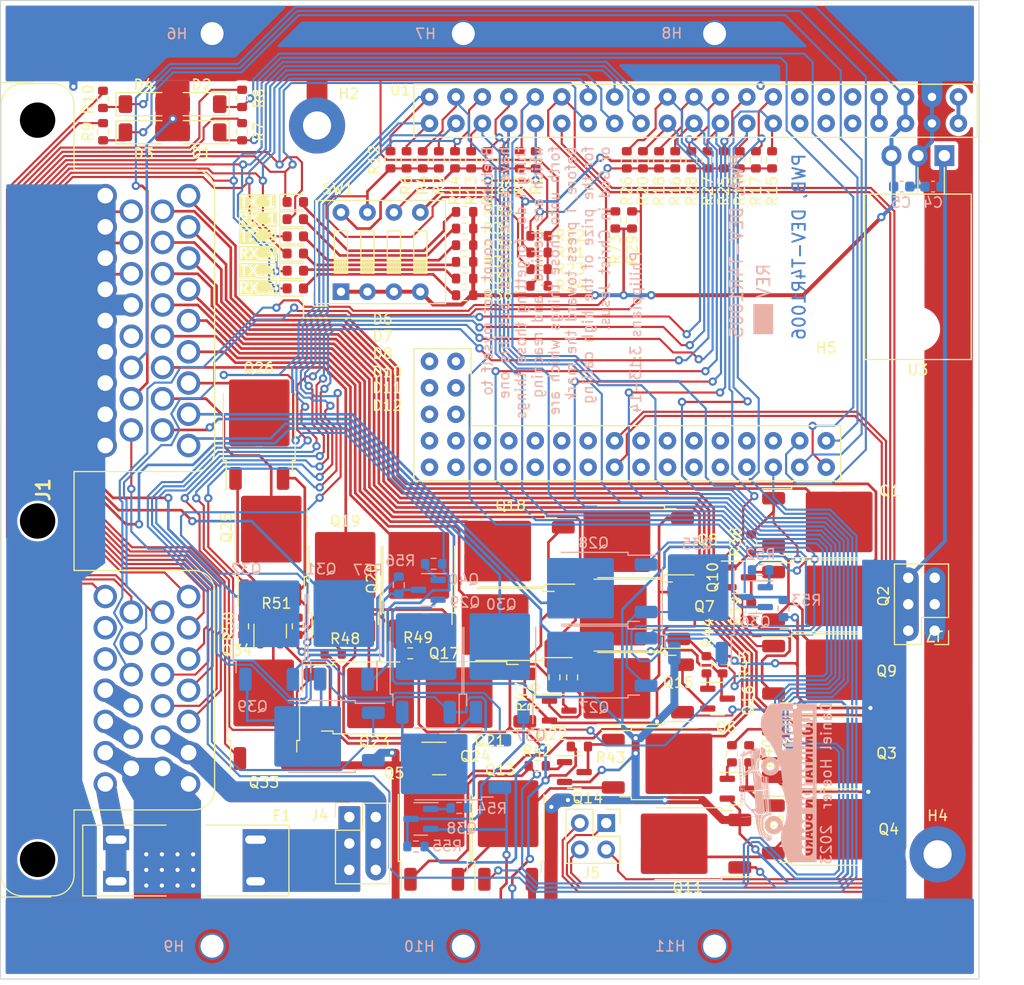
<source format=kicad_pcb>
(kicad_pcb (version 20221018) (generator pcbnew)
  (layers (0 "F.Cu" signal) (31 "B.Cu" signal) (34 "B.Paste" user) (35 "F.Paste" user) (36 "B.SilkS" user "B.Silkscreen") (37 "F.SilkS" user "F.Silkscreen") (38 "B.Mask" user) (39 "F.Mask" user) (44 "Edge.Cuts" user))
  (net 0 "")
  (net 1 "BATGND")
  (net 2 "TURN_D")
  (net 42 "TX_3")
  (net 43 "TX_2")
  (net 44 "TX_1")
  (net 45 "TURN_P_FIL")
  (net 46 "TURN_P")
  (net 47 "TURN_D_FIL")
  (net 48 "SDA")
  (net 49 "SCL")
  (net 50 "SALRT")
  (net 51 "RX_3")
  (net 52 "RX_2")
  (net 53 "RX_1")
  (net 54 "RLY87A")
  (net 55 "RLY87")
  (net 56 "RAP_W4")
  (net 57 "RAP_W3")
  (net 58 "RAP_W2")
  (net 59 "RAP_W1")
  (net 60 "RAP_POWER4")
  (net 61 "RAP_POWER3")
  (net 62 "RAP_POWER2")
  (net 63 "RAP_POWER1")
  (net 64 "RAP_COLOR4")
  (net 65 "RAP_COLOR3")
  (net 66 "RAP_COLOR2")
  (net 67 "RAP_COLOR1")
  (net 68 "RAP_A4")
  (net 69 "RAP_A3")
  (net 70 "RAP_A2")
  (net 71 "RAP_A1")
  (net 72 "PGOOD")
  (net 73 "unconnected-(U1-3V3-Pad3V3_1)")
  (net 74 "unconnected-(U1-VIN-PadVIN_1)")
  (net 75 "Net-(R16-Pad1)")
  (net 76 "Net-(R15-Pad1)")
  (net 77 "Net-(R12-Pad1)")
  (net 78 "Net-(R1-Pad1)")
  (net 79 "Net-(Q40-B)")
  (net 80 "Net-(Q38-B)")
  (net 81 "Net-(Q36-B)")
  (net 82 "Net-(Q34-B)")
  (net 83 "Net-(Q32-G)")
  (net 84 "Net-(Q31-S)")
  (net 85 "Net-(Q30-G)")
  (net 86 "Net-(Q29-S)")
  (net 87 "Net-(Q28-G)")
  (net 88 "Net-(Q27-S)")
  (net 89 "Net-(Q26-G)")
  (net 90 "Net-(Q25-S)")
  (net 91 "Net-(Q24-B)")
  (net 92 "Net-(Q22-B)")
  (net 93 "Net-(Q20-G)")
  (net 94 "Net-(Q19-S)")
  (net 95 "Net-(Q18-G)")
  (net 96 "Net-(Q17-S)")
  (net 97 "Net-(Q16-C)")
  (net 98 "Net-(Q16-B)")
  (net 99 "Net-(Q15-D)")
  (net 100 "Net-(Q14-C)")
  (net 101 "Net-(Q14-B)")
  (net 102 "Net-(Q13-D)")
  (net 103 "Net-(Q12-C)")
  (net 104 "Net-(Q12-B)")
  (net 105 "Net-(Q11-D)")
  (net 106 "Net-(Q10-C)")
  (net 107 "Net-(Q10-B)")
  (net 108 "Net-(Q1-S)")
  (net 109 "Net-(D8-A)")
  (net 110 "Net-(D7-A)")
  (net 111 "Net-(D6-A)")
  (net 112 "Net-(D12-A)")
  (net 113 "Net-(D11-A)")
  (net 114 "Net-(D10-A)")
  (net 115 "MISC_2_FIL")
  (net 116 "MISC_2")
  (net 117 "MISC_1_FIL")
  (net 118 "MISC_1")
  (net 119 "LGHT_S")
  (net 120 "LGHT_P")
  (net 121 "LET_W6")
  (net 122 "LET_W5")
  (net 123 "LET_W4")
  (net 124 "LET_W3")
  (net 125 "LET_W2")
  (net 126 "LET_W1")
  (net 127 "LET_POWER6")
  (net 128 "LET_POWER5")
  (net 129 "LET_POWER4")
  (net 130 "LET_POWER3")
  (net 131 "LET_POWER2")
  (net 132 "LET_POWER1")
  (net 133 "LET_COLOR6")
  (net 134 "LET_COLOR5")
  (net 135 "LET_COLOR4")
  (net 136 "LET_COLOR3")
  (net 137 "LET_COLOR2")
  (net 138 "LET_COLOR1")
  (net 139 "LET_C1")
  (net 140 "LET_A6")
  (net 141 "LET_A5")
  (net 142 "LET_A4")
  (net 143 "LET_A3")
  (net 144 "LET_A2")
  (net 145 "LET_A1")
  (net 146 "HEDRLY")
  (net 147 "BAT12V")
  (net 149 "FUS12V")
  (net 150 "FIL12V")
  (footprint "Package_TO_SOT_SMD:SOT-23" (layer "F.Cu") (at 101.1865 119.906)
    (fp_text reference "Q14")
    (fp_text value "MMBT3904")
  )
  (footprint "Package_TO_SOT_SMD:TO-252-2" (layer "F.Cu") (at 72.074 97.841 90)
    (fp_text reference "Q25")
    (fp_text value "IRLR7843")
  )
  (footprint "Resistor_SMD:R_0603_1608Metric" (layer "F.Cu") (at 91.274 61.106 90)
    (fp_text reference "R13")
    (fp_text value "1KΩ 0603")
  )
  (footprint "LED_SMD:LED_0603_1608Metric" (layer "F.Cu") (at 74.3865 66.806)
    (fp_text reference "D7")
    (fp_text value "2.0V 20mA GRN 0603")
  )
  (footprint "Resistor_SMD:R_0603_1608Metric" (layer "F.Cu") (at 106.724 66.881 90)
    (fp_text reference "R29")
    (fp_text value "10KΩ 0603")
  )
  (footprint "Package_TO_SOT_SMD:TO-252-2" (layer "F.Cu") (at 106.534 97.786 180)
    (fp_text reference "Q8")
    (fp_text value "IRLR7843")
  )
  (footprint "Package_TO_SOT_SMD:TO-252-2" (layer "F.Cu") (at 94.834 105.736 180)
    (fp_text reference "Q17")
    (fp_text value "IRLR7843")
  )
  (footprint "Resistor_SMD:R_0603_1608Metric" (layer "F.Cu") (at 83.524 61.106 90)
    (fp_text reference "R12")
    (fp_text value "1KΩ 0603")
  )
  (footprint "Diode_SMD:D_MiniMELF" (layer "F.Cu") (at 65.374 55.756 180)
    (fp_text reference "D2")
    (fp_text value "4.7V Zener SOD-80")
  )
  (footprint "Package_TO_SOT_SMD:TO-252-2" (layer "F.Cu") (at 71.344 113.566 90)
    (fp_text reference "Q33")
    (fp_text value "IRLR7843")
  )
  (footprint "Resistor_SMD:R_0603_1608Metric" (layer "F.Cu") (at 113.974 61.106 90)
    (fp_text reference "R27")
    (fp_text value "1KΩ 0603")
  )
  (footprint "Package_TO_SOT_SMD:SOT-23" (layer "F.Cu") (at 71.974 106.356 90)
    (fp_text reference "Q34")
    (fp_text value "MMBT3904")
  )
  (footprint "Resistor_SMD:R_0603_1608Metric" (layer "F.Cu") (at 89.724 61.106 90)
    (fp_text reference "R14")
    (fp_text value "1KΩ 0603")
  )
  (footprint "Resistor_SMD:R_0603_1608Metric" (layer "F.Cu") (at 110.874 61.106 90)
    (fp_text reference "R16")
    (fp_text value "1KΩ 0603")
  )
  (footprint "LED_SMD:LED_0603_1608Metric" (layer "F.Cu") (at 74.3865 65.156)
    (fp_text reference "D6")
    (fp_text value "2.1V 20mA YLW 0603")
  )
  (footprint "Resistor_SMD:R_0603_1608Metric" (layer "F.Cu") (at 97.799 73.206)
    (fp_text reference "R24")
    (fp_text value "10KΩ 0603")
  )
  (footprint "Resistor_SMD:R_0603_1608Metric" (layer "F.Cu") (at 55.914 55.301 -90)
    (fp_text reference "R10")
    (fp_text value "10KΩ 0603")
  )
  (footprint "Package_TO_SOT_THT:TO-220-3_Horizontal_TabDown" (layer "F.Cu") (at 136.724 60.706 180)
    (fp_text reference "U3")
    (fp_text value "L7805CV")
  )
  (footprint "Package_TO_SOT_SMD:TO-252-2" (layer "F.Cu") (at 91.384 112.756 180)
    (fp_text reference "Q21")
    (fp_text value "IRLR7843")
  )
  (footprint "Resistor_SMD:R_0603_1608Metric" (layer "F.Cu") (at 74.624 105.906 90)
    (fp_text reference "R51")
    (fp_text value "10KΩ 0603")
  )
  (footprint "Resistor_SMD:R_0603_1608Metric" (layer "F.Cu") (at 117.974 118.156 -90)
    (fp_text reference "R41")
    (fp_text value "10KΩ 0603")
  )
  (footprint "Resistor_SMD:R_0603_1608Metric" (layer "F.Cu") (at 90.649 72.506 180)
    (fp_text reference "R35")
    (fp_text value "1KΩ 0603")
  )
  (footprint "Resistor_SMD:R_0603_1608Metric" (layer "F.Cu") (at 90.649 66.106 180)
    (fp_text reference "R30")
    (fp_text value "1KΩ 0603")
  )
  (footprint "Resistor_SMD:R_0603_1608Metric" (layer "F.Cu") (at 118.174 104.456 90)
    (fp_text reference "R39")
    (fp_text value "10KΩ 0603")
  )
  (footprint "Package_TO_SOT_SMD:SOT-23" (layer "F.Cu") (at 116.974 101.206)
    (fp_text reference "Q10")
    (fp_text value "MMBT3904")
  )
  (footprint "Resistor_SMD:R_0603_1608Metric" (layer "F.Cu") (at 90.649 74.106 180)
    (fp_text reference "R36")
    (fp_text value "1KΩ 0603")
  )
  (footprint "Resistor_SMD:R_0603_1608Metric" (layer "F.Cu") (at 107.774 61.106 90)
    (fp_text reference "R20")
    (fp_text value "1KΩ 0603")
  )
  (footprint "Resistor_SMD:R_0603_1608Metric" (layer "F.Cu") (at 88.174 61.106 90)
    (fp_text reference "R2")
    (fp_text value "1KΩ 0603")
  )
  (footprint "Package_TO_SOT_SMD:SOT-23" (layer "F.Cu") (at 88.2115 118.606)
    (fp_text reference "Q24")
    (fp_text value "MMBT3904")
  )
  (footprint "Resistor_SMD:R_0603_1608Metric" (layer "F.Cu") (at 105.124 66.881 90)
    (fp_text reference "R73")
    (fp_text value "10KΩ 0603")
  )
  (footprint "Package_TO_SOT_SMD:TO-252-2" (layer "F.Cu") (at 81.314 112.786)
    (fp_text reference "Q23")
    (fp_text value "IRLR7843")
  )
  (footprint "Package_TO_SOT_SMD:TO-252-2" (layer "F.Cu") (at 79.174 101.316 90)
    (fp_text reference "Q19")
    (fp_text value "IRLR7843")
  )
  (footprint "Resistor_SMD:R_0603_1608Metric" (layer "F.Cu") (at 69.274 55.206 -90)
    (fp_text reference "R8")
    (fp_text value "10KΩ 0603")
  )
  (footprint "MountingHole:MountingHole_2.7mm_M2.5_Pad_TopBottom" (layer "F.Cu") (at 136.074 127.806)
    (fp_text reference "H4")
    (fp_text value "MountingHole_Pad")
  )
  (footprint "Resistor_SMD:R_0603_1608Metric" (layer "F.Cu") (at 115.424 109.606 -90)
    (fp_text reference "R45")
    (fp_text value "10KΩ 0603")
  )
  (footprint "Resistor_SMD:R_0603_1608Metric" (layer "F.Cu") (at 85.424 108.506 180)
    (fp_text reference "R49")
    (fp_text value "10KΩ 0603")
  )
  (footprint "Resistor_SMD:R_0603_1608Metric" (layer "F.Cu") (at 118.624 61.106 90)
    (fp_text reference "R17")
    (fp_text value "1KΩ 0603")
  )
  (footprint "FIC Board-footprints:Female_3x2_Conn" (layer "F.Cu") (at 135.799 106.331 180)
    (fp_text reference "J7")
    (fp_text value "Conn_02x03_Odd_Even")
  )
  (footprint "MountingHole:MountingHole_2.7mm_M2.5" (layer "F.Cu") (at 125.374 82.856)
    (fp_text reference "H5")
    (fp_text value "MountingHole")
  )
  (footprint "Resistor_SMD:R_0603_1608Metric" (layer "F.Cu") (at 116.324 118.156 -90)
    (fp_text reference "R40")
    (fp_text value "10KΩ 0603")
  )
  (footprint "Package_TO_SOT_SMD:TO-252-2" (layer "F.Cu") (at 125.364 102.986)
    (fp_text reference "Q2")
    (fp_text value "IRLR7843")
  )
  (footprint "Package_TO_SOT_SMD:TO-252-2" (layer "F.Cu") (at 125.364 95.886)
    (fp_text reference "Q1")
    (fp_text value "IRLR7843")
  )
  (footprint "FIC Board-footprints:Female_2x2_Conn" (layer "F.Cu") (at 104.249 124.806 -90)
    (fp_text reference "J5")
    (fp_text value "Conn_02x02_Odd_Even")
  )
  (footprint "Resistor_SMD:R_0603_1608Metric" (layer "F.Cu") (at 97.799 70.006)
    (fp_text reference "R21")
    (fp_text value "10KΩ 0603")
  )
  (footprint "Package_TO_SOT_SMD:TO-252-2" (layer "F.Cu") (at 125.364 110.086)
    (fp_text reference "Q9")
    (fp_text value "IRLR7843")
  )
  (footprint "Resistor_SMD:R_0603_1608Metric" (layer "F.Cu") (at 117.074 61.106 90)
    (fp_text reference "R19")
    (fp_text value "1KΩ 0603")
  )
  (footprint "Package_TO_SOT_SMD:TO-252-2" (layer "F.Cu") (at 87.724 125.166 90)
    (fp_text reference "Q5")
    (fp_text value "IRLR7843")
  )
  (footprint "Package_TO_SOT_SMD:TO-252-2" (layer "F.Cu") (at 95.084 98.681 180)
    (fp_text reference "Q18")
    (fp_text value "IRLR7843")
  )
  (footprint "Diode_SMD:D_MiniMELF" (layer "F.Cu") (at 65.374 58.456 180)
    (fp_text reference "D1")
    (fp_text value "Diode_SMD:D_MiniMELF")
  )
  (footprint "Resistor_SMD:R_0603_1608Metric" (layer "F.Cu") (at 95.924 61.106 90)
    (fp_text reference "R3")
    (fp_text value "1KΩ 0603")
  )
  (footprint "MountingHole:MountingHole_2.2mm_M2_DIN965_Pad_TopOnly" (layer "F.Cu") (at 114.654 136.631)
    (fp_text reference "H11")
    (fp_text value "MountingHole_Pad")
  )
  (footprint "Resistor_SMD:R_0603_1608Metric" (layer "F.Cu") (at 115.524 61.106 90)
    (fp_text reference "R25")
    (fp_text value "1KΩ 0603")
  )
  (footprint "FIC Board-footprints:Univ_AUTO_Fuse" (layer "F.Cu") (at 53.974 125.001)
    (fp_text reference "F1")
    (fp_text value "3557-2")
  )
  (footprint "MountingHole:MountingHole_2.2mm_M2_DIN965_Pad_TopOnly" (layer "F.Cu") (at 90.524 48.981)
    (fp_text reference "H7")
    (fp_text value "MountingHole_Pad")
  )
  (footprint "Package_TO_SOT_SMD:SOT-23" (layer "F.Cu") (at 116.8115 121.506)
    (fp_text reference "Q12")
    (fp_text value "MMBT3904")
  )
  (footprint "Package_TO_SOT_SMD:TO-252-2" (layer "F.Cu") (at 112.034 126.786 180)
    (fp_text reference "Q11")
    (fp_text value "IRLR7843")
  )
  (footprint "Package_TO_SOT_SMD:TO-252-2" (layer "F.Cu") (at 106.534 111.876 180)
    (fp_text reference "Q15")
    (fp_text value "IRLR7843")
  )
  (footprint "Resistor_SMD:R_0603_1608Metric" (layer "F.Cu") (at 94.374 61.106 90)
    (fp_text reference "R5")
    (fp_text value "1KΩ 0603")
  )
  (footprint "FIC Board-footprints:64372885" (layer "F.Cu") (at 49.633992 57.295988 -90)
    (fp_text reference "J1")
    (fp_text value "6437288-3" hide)
  )
  (footprint "Resistor_SMD:R_0603_1608Metric" (layer "F.Cu") (at 120.174 61.106 90)
    (fp_text reference "R15")
    (fp_text value "1KΩ 0603")
  )
  (footprint "LED_SMD:LED_0603_1608Metric" (layer "F.Cu") (at 74.3865 71.756)
    (fp_text reference "D11")
    (fp_text value "2.1V 20mA YLW 0603")
  )
  (footprint "Resistor_SMD:R_0603_1608Metric" (layer "F.Cu") (at 85.074 61.106 90)
    (fp_text reference "R6")
    (fp_text value "1KΩ 0603")
  )
  (footprint "Resistor_SMD:R_0603_1608Metric" (layer "F.Cu") (at 97.624 119.306)
    (fp_text reference "R42")
    (fp_text value "10KΩ 0603")
  )
  (footprint "Button_Switch_THT:SW_DIP_SPSTx04_Slide_9.78x12.34mm_W7.62mm_P2.54mm" (layer "F.Cu") (at 78.774 73.7735 90)
    (fp_text reference "SW1")
    (fp_text value "SW_DIP_04")
  )
  (footprint "Resistor_SMD:R_0603_1608Metric" (layer "F.Cu") (at 101.674 117.456)
    (fp_text reference "R43")
    (fp_text value "10KΩ 0603")
  )
  (footprint "Diode_SMD:D_MiniMELF" (layer "F.Cu") (at 59.824 58.456)
    (fp_text reference "D3")
    (fp_text value "4.7V Zener SOD-80")
  )
  (footprint "Resistor_SMD:R_0603_1608Metric" (layer "F.Cu") (at 113.874 109.606 -90)
    (fp_text reference "R44")
    (fp_text value "10KΩ 0603")
  )
  (footprint "Resistor_SMD:R_0603_1608Metric" (layer "F.Cu") (at 69.274 58.406 -90)
    (fp_text reference "R7")
    (fp_text value "10KΩ 0603")
  )
  (footprint "Diode_SMD:D_MiniMELF" (layer "F.Cu") (at 59.824 55.756)
    (fp_text reference "D4")
    (fp_text value "4.7V Zener SOD-80")
  )
  (footprint "Resistor_SMD:R_0603_1608Metric" (layer "F.Cu") (at 118.174 97.906 -90)
    (fp_text reference "R38")
    (fp_text value "10KΩ 0603")
  )
  (footprint "Package_TO_SOT_SMD:TO-252-2" (layer "F.Cu") (at 86.254 101.316 90)
    (fp_text reference "Q20")
    (fp_text value "IRLR7843")
  )
  (footprint "Resistor_SMD:R_0603_1608Metric" (layer "F.Cu") (at 55.924 58.405542 -90)
    (fp_text reference "R9")
    (fp_text value "10KΩ 0603")
  )
  (footprint "Resistor_SMD:R_0603_1608Metric" (layer "F.Cu") (at 99.274 110.806 90)
    (fp_text reference "R47")
    (fp_text value "10KΩ 0603")
  )
  (footprint "MountingHole:MountingHole_2.2mm_M2_DIN965_Pad_TopOnly" (layer "F.Cu") (at 90.524 136.631)
    (fp_text reference "H10")
    (fp_text value "MountingHole_Pad")
  )
  (footprint "Resistor_SMD:R_0603_1608Metric" (layer "F.Cu") (at 97.799 68.406)
    (fp_text reference "R22")
    (fp_text value "10KΩ 0603")
  )
  (footprint "Resistor_SMD:R_0603_1608Metric" (layer "F.Cu") (at 112.424 61.106 90)
    (fp_text reference "R28")
    (fp_text value "1KΩ 0603")
  )
  (footprint "Package_TO_SOT_SMD:SOT-23" (layer "F.Cu") (at 99.7365 114.006)
    (fp_text reference "Q22")
    (fp_text value "MMBT3904")
  )
  (footprint "Resistor_SMD:R_0603_1608Metric" (layer "F.Cu") (at 100.974 110.806 -90)
    (fp_text reference "R46")
    (fp_text value "10KΩ 0603")
  )
  (footprint "Resistor_SMD:R_0603_1608Metric" (layer "F.Cu") (at 97.474 61.106 90)
    (fp_text reference "R1")
    (fp_text value "1KΩ 0603")
  )
  (footprint "LED_SMD:LED_0603_1608Metric" (layer "F.Cu") (at 74.3865 68.456)
    (fp_text reference "D8")
    (fp_text value "2.1V 20mA YLW 0603")
  )
  (footprint "Package_TO_SOT_SMD:TO-252-2" (layer "F.Cu") (at 70.924 86.666 90)
    (fp_text reference "Q26")
    (fp_text value "IRLR7843")
  )
  (footprint "MountingHole:MountingHole_2.2mm_M2_DIN965_Pad_TopOnly" (layer "F.Cu") (at 114.654 48.981)
    (fp_text reference "H8")
    (fp_text value "MountingHole_Pad")
  )
  (footprint "Resistor_SMD:R_0603_1608Metric" (layer "F.Cu") (at 92.824 61.106 90)
    (fp_text reference "R11")
    (fp_text value "1KΩ 0603")
  )
  (footprint "MountingHole:MountingHole_2.2mm_M2_DIN965_Pad_TopOnly" (layer "F.Cu") (at 66.394 48.981)
    (fp_text reference "H6")
    (fp_text value "MountingHole_Pad")
  )
  (footprint "Resistor_SMD:R_0603_1608Metric" (layer "F.Cu") (at 90.649 67.706 180)
    (fp_text reference "R31")
    (fp_text value "1KΩ 0603")
  )
  (footprint "Resistor_SMD:R_0603_1608Metric" (layer "F.Cu") (at 86.624 61.106 90)
    (fp_text reference "R4")
    (fp_text value "1KΩ 0603")
  )
  (footprint "Package_TO_SOT_SMD:TO-252-2" (layer "F.Cu") (at 109.964 119.106)
    (fp_text reference "Q6")
    (fp_text value "IRLR7843")
  )
  (footprint "Package_TO_SOT_SMD:TO-252-2" (layer "F.Cu") (at 94.824 125.166 90)
    (fp_text reference "Q13")
    (fp_text value "IRLR7843")
  )
  (footprint "Resistor_SMD:R_0603_1608Metric" (layer "F.Cu") (at 90.649 70.906 180)
    (fp_text reference "R34")
    (fp_text value "1KΩ 0603")
  )
  (footprint "Package_TO_SOT_SMD:TO-252-2" (layer "F.Cu") (at 106.184 104.836 180)
    (fp_text reference "Q7")
    (fp_text value "IRLR7843")
  )
  (footprint "Package_TO_SOT_SMD:TO-252-2" (layer "F.Cu") (at 125.339 125.406)
    (fp_text reference "Q4")
    (fp_text value "IRLR7843")
  )
  (footprint "LED_SMD:LED_0603_1608Metric" (layer "F.Cu") (at 74.3865 73.456)
    (fp_text reference "D12")
    (fp_text value "2.0V 20mA GRN 0603")
  )
  (footprint "LED_SMD:LED_0603_1608Metric" (layer "F.Cu") (at 74.3865 70.106)
    (fp_text reference "D10")
    (fp_text value "2.0V 20mA GRN 0603")
  )
  (footprint "Resistor_SMD:R_0603_1608Metric" (layer "F.Cu") (at 90.649 69.306 180)
    (fp_text reference "R32")
    (fp_text value "1KΩ 0603")
  )
  (footprint "Resistor_SMD:R_0603_1608Metric" (layer "F.Cu") (at 109.324 61.106 90)
    (fp_text reference "R18")
    (fp_text value "1KΩ 0603")
  )
  (footprint "Package_TO_SOT_SMD:SOT-23" (layer "F.Cu") (at 114.9365 112.856)
    (fp_text reference "Q16")
    (fp_text value "MMBT3904")
  )
  (footprint "Resistor_SMD:R_0603_1608Metric" (layer "F.Cu") (at 97.799 71.606)
    (fp_text reference "R23")
    (fp_text value "10KΩ 0603")
  )
  (footprint "Package_TO_SOT_SMD:TO-252-2" (layer "F.Cu") (at 125.339 118.081)
    (fp_text reference "Q3")
    (fp_text value "IRLR7843")
  )
  (footprint "MountingHole:MountingHole_2.2mm_M2_DIN965_Pad_TopOnly" (layer "F.Cu") (at 66.394 136.631)
    (fp_text reference "H9")
    (fp_text value "MountingHole_Pad")
  )
  (footprint "Resistor_SMD:R_0603_1608Metric" (layer "F.Cu") (at 106.224 61.106 90)
    (fp_text reference "R26")
    (fp_text value "1KΩ 0603")
  )
  (footprint "FIC Board-footprints:MODULE_MEGA_PRO_EMBED_CH340G___ATMEGA2560" (layer "F.Cu") (at 112.874 72.846 180)
    (fp_text reference "U1")
    (fp_text value "MEGA_PRO_EMBED_CH340G_{slash}_ATMEGA2560")
  )
  (footprint "MountingHole:MountingHole_2.7mm_M2.5_Pad_TopBottom" (layer "F.Cu") (at 76.474 57.806)
    (fp_text reference "H2")
    (fp_text value "MountingHole_Pad")
  )
  (footprint "Resistor_SMD:R_0603_1608Metric" (layer "F.Cu") (at 78.024 108.556 180)
    (fp_text reference "R48")
    (fp_text value "10KΩ 0603")
  )
  (footprint "Resistor_SMD:R_0603_1608Metric" (layer "F.Cu") (at 69.374 105.906 -90)
    (fp_text reference "R50")
    (fp_text value "10KΩ 0603")
  )
  (footprint "FIC Board-footprints:Female_3x2_Conn" (layer "F.Cu") (at 79.574 124.226)
    (fp_text reference "J4")
    (fp_text value "~")
  )
  (footprint "Resistor_SMD:R_0603_1608Metric" (layer "B.Cu") (at 84.324 101.956 -90)
    (fp_text reference "R57")
    (fp_text value "10KΩ 0603")
  )
  (footprint "Resistor_SMD:R_0603_1608Metric" (layer "B.Cu") (at 119.074 100.506)
    (fp_text reference "R52")
    (fp_text value "10KΩ 0603")
  )
  (footprint "Package_TO_SOT_SMD:TO-252-2" (layer "B.Cu") (at 86.944 109.116 90)
    (fp_text reference "Q29")
    (fp_text value "IRLR7843")
  )
  (footprint "Package_TO_SOT_SMD:TO-252-2" (layer "B.Cu") (at 76.834 116.486 180)
    (fp_text reference "Q39")
    (fp_text value "IRLR7843")
  )
  (footprint "Capacitor_SMD:C_0603_1608Metric" (layer "B.Cu") (at 132.629 63.676 180)
    (fp_text reference "C5")
    (fp_text value "CL10B104KO8NNNC")
  )
  (footprint "Package_TO_SOT_SMD:TO-252-2" (layer "B.Cu") (at 113.074 103.456 90)
    (fp_text reference "Q35")
    (fp_text value "IRLR7843")
  )
  (footprint "Package_TO_SOT_SMD:SOT-23" (layer "B.Cu") (at 87.1615 102.406 180)
    (fp_text reference "Q40")
    (fp_text value "MMBT3904")
  )
  (footprint "Package_TO_SOT_SMD:TO-252-2" (layer "B.Cu") (at 71.874 105.966 90)
    (fp_text reference "Q32")
    (fp_text value "IRLR7843")
  )
  (footprint "Package_TO_SOT_SMD:TO-252-2" (layer "B.Cu") (at 88.984 119.126 180)
    (fp_text reference "Q37")
    (fp_text value "IRLR7843")
  )
  (footprint "Resistor_SMD:R_0603_1608Metric" (layer "B.Cu") (at 87.674 99.906)
    (fp_text reference "R56")
    (fp_text value "8.87K")
  )
  (footprint "Package_TO_SOT_SMD:TO-252-2" (layer "B.Cu") (at 79.049 105.941 90)
    (fp_text reference "Q31")
    (fp_text value "IRLR7843")
  )
  (footprint "Capacitor_SMD:C_0603_1608Metric" (layer "B.Cu") (at 135.629 63.676)
    (fp_text reference "C4")
    (fp_text value "KGM15BR51E224KT")
  )
  (footprint "Package_TO_SOT_SMD:SOT-23" (layer "B.Cu") (at 118.5865 103.106 180)
    (fp_text reference "Q36")
    (fp_text value "MMBT3904")
  )
  (footprint "Package_TO_SOT_SMD:TO-252-2" (layer "B.Cu") (at 103.034 109.336 180)
    (fp_text reference "Q27")
    (fp_text value "IRLR7843")
  )
  (footprint "Package_TO_SOT_SMD:TO-252-2" (layer "B.Cu") (at 94.024 109.116 90)
    (fp_text reference "Q30")
    (fp_text value "IRLR7843")
  )
  (footprint "Package_TO_SOT_SMD:TO-252-2" (layer "B.Cu") (at 103.034 102.256 180)
    (fp_text reference "Q28")
    (fp_text value "IRLR7843")
  )
  (footprint "Package_TO_SOT_SMD:SOT-23" (layer "B.Cu") (at 86.4365 124.406 180)
    (fp_text reference "Q38")
    (fp_text value "MMBT3904")
  )
  (footprint "Resistor_SMD:R_0603_1608Metric" (layer "B.Cu") (at 85.974 127.056 180)
    (fp_text reference "R55")
    (fp_text value "10KΩ 0603")
  )
  (footprint "Resistor_SMD:R_0603_1608Metric" (layer "B.Cu") (at 121.274 104.206 90)
    (fp_text reference "R53")
    (fp_text value "10KΩ 0603")
  )
  (footprint "Resistor_SMD:R_0603_1608Metric" (layer "B.Cu") (at 90.124 123.356 180)
    (fp_text reference "R54")
    (fp_text value "10KΩ 0603")
  )
  (gr_poly (pts (xy 117.522253 121.700388) (xy 117.522945 121.709974) (xy 117.52402 121.728619) (xy 117.525095 121.746768) (xy 117.525788 121.755734) (xy 117.526666 121.764668) (xy 117.534604 121.772606) (xy 117.955291 121.756731) (xy 118.465937 121.735564) (xy 118.458 121.650898) (xy 117.949999 121.672065) (xy 117.521374 121.690585)) (fill solid) (layer "B.SilkS"))
  (gr_poly (pts (xy 123.244435 124.17159) (xy 123.244798 124.181126) (xy 123.245393 124.190391) (xy 123.246214 124.199373) (xy 123.247251 124.20806) (xy 123.248498 124.216442) (xy 123.249946 124.224505) (xy 123.251588 124.232239) (xy 123.253416 124.239632) (xy 123.255422 124.246672) (xy 123.257599 124.253348) (xy 123.259939 124.259648) (xy 123.262434 124.265561) (xy 123.265076 124.271074) (xy 123.267857 124.276176) (xy 123.27077 124.280856) (xy 123.273902 124.285196) (xy 123.277343 124.289285) (xy 123.281095 124.293117) (xy 123.285157 124.29669) (xy 123.289529 124.299999) (xy 123.294211 124.303041) (xy 123.299203 124.305811) (xy 123.304504 124.308307) (xy 123.310117 124.310523) (xy 123.316039 124.312456) (xy 123.322271 124.314103) (xy 123.328813 124.315459) (xy 123.335665 124.31652) (xy 123.342828 124.317283) (xy 123.3503 124.317743) (xy 123.358082 124.317898) (xy 123.364671 124.317743) (xy 123.371044 124.317278) (xy 123.377202 124.316505) (xy 123.383145 124.315423) (xy 123.388876 124.314032) (xy 123.394394 124.312334) (xy 123.399701 124.310329) (xy 123.404798 124.308017) (xy 123.409685 124.305399) (xy 123.414365 124.302476) (xy 123.418836 124.299247) (xy 123.423102 124.295713) (xy 123.427162 124.291875) (xy 123.431017 124.287734) (xy 123.434669 124.283289) (xy 123.438119 124.278541) (xy 123.441367 124.273491) (xy 123.444414 124.268139) (xy 123.449912 124.256532) (xy 123.454618 124.243723) (xy 123.458542 124.229717) (xy 123.46169 124.214517) (xy 123.464071 124.198127) (xy 123.465692 124.180552) (xy 123.466562 124.161794) (xy 123.244312 124.161794)) (fill solid) (layer "B.SilkS"))
  (gr_poly (pts (xy 119.159146 118.428273) (xy 119.16745 118.423312) (xy 119.176467 118.418351) (xy 119.186167 118.41339) (xy 119.196518 118.408429) (xy 119.207489 118.403468) (xy 119.219049 118.398507) (xy 119.231167 118.393546) (xy 119.243812 118.388586) (xy 119.264731 118.381103) (xy 119.30202 118.368411) (xy 119.326029 118.360965) (xy 119.353201 118.353239) (xy 119.383225 118.345575) (xy 119.415791 118.338314) (xy 119.449071 118.331989) (xy 119.485575 118.325416) (xy 119.505114 118.322269) (xy 119.525552 118.319339) (xy 119.54692 118.316719) (xy 119.56925 118.314502) (xy 119.543783 118.03272) (xy 119.516333 117.750939) (xy 119.5155 117.744805) (xy 119.514008 117.738325) (xy 119.51188 117.731528) (xy 119.50914 117.72444) (xy 119.50581 117.717088) (xy 119.501915 117.7095) (xy 119.497477 117.701703) (xy 119.49252 117.693723) (xy 119.487067 117.685589) (xy 119.481141 117.677327) (xy 119.474766 117.668963) (xy 119.467964 117.660527) (xy 119.460759 117.652043) (xy 119.453174 117.643541) (xy 119.445233 117.635046) (xy 119.436958 117.626585) (xy 119.429294 117.619025) (xy 119.418313 117.608767) (xy 119.404169 117.596587) (xy 119.39596 117.590019) (xy 119.387018 117.58326) (xy 119.377363 117.576408) (xy 119.367014 117.569561) (xy 119.355991 117.562813) (xy 119.344312 117.556264) (xy 119.331999 117.550009) (xy 119.319068 117.544146) (xy 119.305541 117.538771) (xy 119.291437 117.533981) (xy 119.283913 117.531088) (xy 119.280182 117.529982) (xy 119.274901 117.52869) (xy 119.214708 117.515461) (xy 119.186596 117.510169) (xy 119.178095 117.508691) (xy 119.168943 117.507275) (xy 119.159109 117.505983) (xy 119.148562 117.504877) (xy 119.142387 117.504472) (xy 119.136739 117.504241) (xy 119.134102 117.504188) (xy 119.131586 117.504174) (xy 119.129187 117.504197) (xy 119.126899 117.504257) (xy 119.12472 117.504352) (xy 119.122646 117.50448) (xy 119.120673 117.50464) (xy 119.118796 117.504831) (xy 119.117013 117.50505) (xy 119.115319 117.505298) (xy 119.113709 117.505571) (xy 119.112182 117.505869) (xy 119.110732 117.506191) (xy 119.109355 117.506534) (xy 119.106807 117.50728) (xy 119.104508 117.508096) (xy 119.102425 117.50897) (xy 119.100529 117.50989) (xy 119.098787 117.510846) (xy 119.09717 117.511824) (xy 119.095645 117.512815) (xy 119.094428 117.513581) (xy 119.093257 117.514392) (xy 119.09213 117.515243) (xy 119.091046 117.516132) (xy 119.090005 117.517056) (xy 119.089006 117.518012) (xy 119.087129 117.520008) (xy 119.085407 117.522097) (xy 119.083832 117.524256) (xy 119.082397 117.526461) (xy 119.081093 117.52869) (xy 119.079914 117.530918) (xy 119.078851 117.533124) (xy 119.077896 117.535282) (xy 119.077042 117.537371) (xy 119.075605 117.541247) (xy 119.074479 117.544565)) (fill solid) (layer "B.SilkS"))
  (gr_poly (pts (xy 119.136242 126.102389) (xy 119.139302 126.131948) (xy 119.1408 126.144479) (xy 119.142361 126.15605) (xy 119.144045 126.167062) (xy 119.145916 126.177919) (xy 119.145977 126.179587) (xy 119.146154 126.181588) (xy 119.146439 126.183884) (xy 119.146826 126.186435) (xy 119.14787 126.192151) (xy 119.149224 126.198424) (xy 119.150826 126.204946) (xy 119.152614 126.211405) (xy 119.154526 126.217492) (xy 119.155509 126.2203) (xy 119.1565 126.222898) (xy 119.157523 126.225099) (xy 119.158607 126.227241) (xy 119.159753 126.229325) (xy 119.160959 126.231352) (xy 119.162226 126.233325) (xy 119.163551 126.235246) (xy 119.164936 126.237116) (xy 119.16638 126.238938) (xy 119.169441 126.242444) (xy 119.172731 126.24578) (xy 119.176246 126.248961) (xy 119.179981 126.252002) (xy 119.183934 126.254919) (xy 119.1881 126.257728) (xy 119.192475 126.260443) (xy 119.197055 126.263081) (xy 119.201837 126.265657) (xy 119.206817 126.268187) (xy 119.21199 126.270686) (xy 119.217354 126.273169) (xy 119.227205 126.277479) (xy 119.236882 126.281483) (xy 119.255511 126.288589) (xy 119.272839 126.294516) (xy 119.28846 126.299296) (xy 119.301974 126.30296) (xy 119.312976 126.305539) (xy 119.321063 126.307063) (xy 119.325833 126.307565) (xy 119.356053 126.311822) (xy 119.372946 126.313936) (xy 119.390986 126.315832) (xy 119.410143 126.317357) (xy 119.430385 126.318354) (xy 119.440903 126.318607) (xy 119.45168 126.318669) (xy 119.462714 126.318523) (xy 119.473999 126.318148) (xy 119.473958 126.31174) (xy 119.47386 126.308242) (xy 119.473669 126.304588) (xy 119.473353 126.300811) (xy 119.47314 126.298885) (xy 119.472883 126.29694) (xy 119.47258 126.294979) (xy 119.472227 126.293007) (xy 119.471819 126.291027) (xy 119.471353 126.289043) (xy 119.470236 126.284141) (xy 119.468863 126.279339) (xy 119.467226 126.274614) (xy 119.465318 126.269944) (xy 119.46313 126.265305) (xy 119.460656 126.260673) (xy 119.457888 126.256026) (xy 119.454817 126.251341) (xy 119.451436 126.246593) (xy 119.447737 126.24176) (xy 119.443713 126.236818) (xy 119.439356 126.231745) (xy 119.434657 126.226517) (xy 119.429609 126.22111) (xy 119.424205 126.215502) (xy 119.418437 126.209669) (xy 119.408742 126.201029) (xy 119.397436 126.191148) (xy 119.384392 126.180275) (xy 119.377181 126.174544) (xy 119.369489 126.168658) (xy 119.361301 126.162648) (xy 119.352601 126.156545) (xy 119.343374 126.150381) (xy 119.333605 126.144185) (xy 119.323277 126.137989) (xy 119.312376 126.131824) (xy 119.300886 126.125721) (xy 119.288791 126.119711) (xy 119.277779 126.114874) (xy 119.266674 126.110285) (xy 119.25563 126.105944) (xy 119.244804 126.101851) (xy 119.20677 126.087961) (xy 119.189903 126.082463) (xy 119.17502 126.077708) (xy 119.162122 126.07345) (xy 119.156417 126.07143) (xy 119.151208 126.06944) (xy 119.150186 126.069409) (xy 119.14911 126.069321) (xy 119.147987 126.069178) (xy 119.146825 126.068985) (xy 119.145633 126.068745) (xy 119.144417 126.068463) (xy 119.143186 126.068142) (xy 119.141947 126.067786) (xy 119.140708 126.067399) (xy 119.139477 126.066985) (xy 119.137069 126.066091) (xy 119.134785 126.065135) (xy 119.133709 126.064643) (xy 119.132687 126.064148)) (fill solid) (layer "B.SilkS"))
  (gr_poly (pts (xy 119.590416 123.852232) (xy 119.603314 123.850129) (xy 119.616213 123.847808) (xy 119.629111 123.845302) (xy 119.64201 123.84264) (xy 119.667807 123.836976) (xy 119.693604 123.831064) (xy 119.729813 123.821773) (xy 119.765 123.811799) (xy 119.799132 123.801206) (xy 119.832179 123.790054) (xy 119.86411 123.778406) (xy 119.894893 123.766324) (xy 119.924499 123.75387) (xy 119.952895 123.741106) (xy 119.799437 121.619147) (xy 119.566603 121.637669) (xy 119.611583 122.317647) (xy 119.701541 123.56119) (xy 119.701526 123.562166) (xy 119.701481 123.563111) (xy 119.701408 123.564024) (xy 119.701309 123.564905) (xy 119.701184 123.565753) (xy 119.701035 123.566567) (xy 119.700865 123.567347) (xy 119.700673 123.568093) (xy 119.700462 123.568805) (xy 119.700233 123.56948) (xy 119.699988 123.57012) (xy 119.699727 123.570724) (xy 119.699453 123.57129) (xy 119.699167 123.57182) (xy 119.698871 123.572312) (xy 119.698565 123.572765) (xy 119.698251 123.57318) (xy 119.697931 123.573555) (xy 119.697606 123.573891) (xy 119.697278 123.574186) (xy 119.696948 123.574441) (xy 119.696617 123.574654) (xy 119.696287 123.574826) (xy 119.69596 123.574956) (xy 119.695637 123.575043) (xy 119.695319 123.575087) (xy 119.695008 123.575087) (xy 119.694705 123.575044) (xy 119.694411 123.574955) (xy 119.694129 123.574822) (xy 119.693859 123.574643) (xy 119.693604 123.574418) (xy 119.692612 123.574355) (xy 119.691625 123.574165) (xy 119.690645 123.573843) (xy 119.689676 123.573385) (xy 119.688724 123.572787) (xy 119.68779 123.572046) (xy 119.68688 123.571158) (xy 119.685997 123.570119) (xy 119.685145 123.568924) (xy 119.684328 123.567571) (xy 119.683549 123.566055) (xy 119.682814 123.564372) (xy 119.682124 123.562519) (xy 119.681486 123.560492) (xy 119.680901 123.558286) (xy 119.680375 123.555898) (xy 119.598354 122.635148) (xy 119.508395 121.640315) (xy 119.394624 121.648253)) (fill solid) (layer "B.SilkS"))
  (gr_poly (pts (xy 118.338937 117.756232) (xy 118.862812 117.708607) (xy 118.85752 117.616002) (xy 118.674958 117.616002) (xy 118.62138 117.620054) (xy 118.567801 117.624601) (xy 118.541012 117.627216) (xy 118.514223 117.630141) (xy 118.487434 117.633438) (xy 118.460645 117.637169) (xy 118.415542 117.645355) (xy 118.375648 117.653044) (xy 118.336291 117.660982)) (fill solid) (layer "B.SilkS"))
  (gr_poly (pts (xy 118.629979 123.81519) (xy 118.637916 123.823127) (xy 118.650567 123.833276) (xy 118.664705 123.843798) (xy 118.680332 123.854567) (xy 118.697447 123.865461) (xy 118.716051 123.876354) (xy 118.736143 123.887124) (xy 118.746747 123.892423) (xy 118.757723 123.897645) (xy 118.769071 123.902774) (xy 118.780791 123.907794) (xy 118.798006 123.913878) (xy 118.814949 123.919256) (xy 118.83166 123.923968) (xy 118.848177 123.928051) (xy 118.864539 123.931546) (xy 118.880785 123.93449) (xy 118.896953 123.936923) (xy 118.913083 123.938883) (xy 118.929212 123.940408) (xy 118.945381 123.941539) (xy 118.977988 123.942769) (xy 119.011216 123.942883) (xy 119.045375 123.94219) (xy 119.088834 123.939338) (xy 119.137565 123.934749) (xy 119.191133 123.928423) (xy 119.249104 123.920362) (xy 119.311043 123.910564) (xy 119.376517 123.89903) (xy 119.445092 123.885759) (xy 119.516333 123.870752) (xy 119.415791 122.725107) (xy 119.323187 121.672065) (xy 119.275562 121.677357) (xy 118.878687 121.71969) (xy 118.465937 121.735565)) (fill solid) (layer "B.SilkS"))
  (gr_poly (pts (xy 118.343898 118.191802) (xy 118.373333 118.803981) (xy 118.393011 119.080058) (xy 118.415666 119.377466) (xy 118.442124 119.708856) (xy 118.704062 119.692981) (xy 118.669666 119.145294) (xy 118.668162 119.113968) (xy 118.667558 119.083696) (xy 118.667759 119.054788) (xy 118.668674 119.027554) (xy 118.670209 119.002305) (xy 118.672271 118.979351) (xy 118.674767 118.959) (xy 118.677604 118.941565) (xy 118.682806 118.918364) (xy 118.688466 118.896353) (xy 118.694544 118.875481) (xy 118.701003 118.855699) (xy 118.707802 118.836955) (xy 118.714904 118.8192) (xy 118.722269 118.802383) (xy 118.729859 118.786453) (xy 118.737635 118.77136) (xy 118.745558 118.757054) (xy 118.75359 118.743484) (xy 118.761691 118.730601) (xy 118.769824 118.718353) (xy 118.777949 118.70669) (xy 118.79402 118.684919) (xy 118.799312 118.676981) (xy 118.810741 118.663343) (xy 118.822163 118.650229) (xy 118.833507 118.637664) (xy 118.844704 118.625677) (xy 118.855684 118.614295) (xy 118.866378 118.603544) (xy 118.876714 118.593452) (xy 118.886624 118.584046) (xy 118.896038 118.575354) (xy 118.904887 118.567401) (xy 118.920607 118.553826) (xy 118.933226 118.543537) (xy 118.942187 118.536752) (xy 118.961886 118.522371) (xy 118.981213 118.509012) (xy 119.000044 118.496708) (xy 119.018255 118.485489) (xy 119.035721 118.475386) (xy 119.05232 118.466431) (xy 119.067926 118.458654) (xy 119.082416 118.452086) (xy 119.010978 117.608065) (xy 118.931603 117.610711) (xy 118.934249 117.705961) (xy 118.934188 117.708921) (xy 118.934004 117.711847) (xy 118.9337 117.714736) (xy 118.933278 117.717583) (xy 118.932739 117.720385) (xy 118.932087 117.72314) (xy 118.931322 117.725843) (xy 118.930446 117.728492) (xy 118.929462 117.731082) (xy 118.928371 117.733611) (xy 118.927176 117.736075) (xy 118.925878 117.73847) (xy 118.924479 117.740794) (xy 118.922981 117.743043) (xy 118.921387 117.745213) (xy 118.919697 117.747302) (xy 118.917915 117.749305) (xy 118.916041 117.751219) (xy 118.914078 117.753042) (xy 118.912028 117.754769) (xy 118.909893 117.756397) (xy 118.907675 117.757923) (xy 118.905375 117.759343) (xy 118.902995 117.760655) (xy 118.900538 117.761854) (xy 118.898006 117.762937) (xy 118.8954 117.763901) (xy 118.892722 117.764742) (xy 118.889974 117.765458) (xy 118.887159 117.766044) (xy 118.884278 117.766497) (xy 118.881333 117.766815) (xy 118.595583 117.793273) (xy 118.328354 117.819732)) (fill solid) (layer "B.SilkS"))
  (gr_poly (pts (xy 117.23301 124.250091) (xy 117.2331 124.251059) (xy 117.233249 124.252009) (xy 117.233454 124.252941) (xy 117.233714 124.253854) (xy 117.234025 124.254746) (xy 117.234387 124.255617) (xy 117.234798 124.256465) (xy 117.235255 124.257291) (xy 117.235757 124.258092) (xy 117.236301 124.258868) (xy 117.236886 124.259617) (xy 117.237509 124.26034) (xy 117.23817 124.261035) (xy 117.238865 124.2617) (xy 117.239593 124.262336) (xy 117.240353 124.26294) (xy 117.241141 124.263512) (xy 117.242797 124.264557) (xy 117.244547 124.265463) (xy 117.246373 124.266221) (xy 117.248262 124.266825) (xy 117.249225 124.267066) (xy 117.250197 124.267265) (xy 117.251178 124.267422) (xy 117.252164 124.267535) (xy 117.253154 124.267604) (xy 117.254146 124.267627) (xy 118.566479 124.190898) (xy 118.573383 124.26279) (xy 118.582023 124.339395) (xy 118.592152 124.420465) (xy 118.60352 124.505752) (xy 118.615432 124.581545) (xy 118.627374 124.652719) (xy 118.651476 124.784556) (xy 118.676074 124.90796) (xy 118.701416 125.029627) (xy 118.742013 125.222153) (xy 118.76104 125.307889) (xy 118.78013 125.389129) (xy 118.799963 125.467765) (xy 118.821223 125.545688) (xy 118.844591 125.624789) (xy 118.87075 125.70696) (xy 118.895637 125.780485) (xy 118.920524 125.850166) (xy 118.945164 125.915878) (xy 118.969307 125.977497) (xy 118.992706 126.034899) (xy 119.015113 126.087961) (xy 119.055958 126.180565) (xy 119.082416 126.188502) (xy 119.062531 126.098751) (xy 119.042398 126.000318) (xy 119.021768 125.893451) (xy 119.000395 125.778399) (xy 118.990184 125.720934) (xy 118.976252 125.638169) (xy 118.959839 125.533577) (xy 118.942187 125.410628) (xy 118.912338 125.166095) (xy 118.887947 124.924787) (xy 118.86554 124.663139) (xy 118.841645 124.357587) (xy 118.832674 124.253117) (xy 118.825439 124.158818) (xy 118.815187 124.005691) (xy 118.805771 124.003453) (xy 118.795426 124.000688) (xy 118.784212 123.997365) (xy 118.772192 123.993453) (xy 118.759428 123.988921) (xy 118.745982 123.983738) (xy 118.731915 123.977873) (xy 118.717291 123.971294) (xy 118.703071 123.964674) (xy 118.689107 123.957647) (xy 118.675282 123.950115) (xy 118.66148 123.941983) (xy 118.647586 123.933154) (xy 118.633482 123.923529) (xy 118.619053 123.913014) (xy 118.604182 123.90151) (xy 118.588752 123.888921) (xy 118.572649 123.87515) (xy 118.555754 123.8601) (xy 118.537953 123.843674) (xy 118.499165 123.806306) (xy 118.455354 123.762273) (xy 118.360434 123.669669) (xy 118.333991 123.643107) (xy 118.306898 123.614933) (xy 118.279369 123.585023) (xy 118.251624 123.553252) (xy 118.142153 123.439481) (xy 118.088286 123.382844) (xy 118.034666 123.32571) (xy 117.953307 123.238853) (xy 117.871947 123.152739) (xy 117.709229 122.981752) (xy 117.701177 122.972564) (xy 117.69294 122.962818) (xy 117.684579 122.952452) (xy 117.676156 122.941403) (xy 117.667732 122.929611) (xy 117.659371 122.917012) (xy 117.655233 122.910391) (xy 117.651134 122.903546) (xy 117.647081 122.896467) (xy 117.643083 122.889149) (xy 117.608687 122.829948) (xy 117.605341 122.822996) (xy 117.602258 122.81569) (xy 117.599455 122.807897) (xy 117.596946 122.79948) (xy 117.594747 122.790302) (xy 117.592874 122.78023) (xy 117.591342 122.769127) (xy 117.590166 122.756857) (xy 117.58752 122.706586) (xy 117.587055 122.705594) (xy 117.586647 122.704602) (xy 117.586294 122.70361) (xy 117.585991 122.702617) (xy 117.585734 122.701625) (xy 117.58552 122.700633) (xy 117.585345 122.699641) (xy 117.585205 122.698649) (xy 117.585096 122.697657) (xy 117.585014 122.696664) (xy 117.584916 122.69468) (xy 117.58488 122.692696) (xy 117.584874 122.690711) (xy 117.526666 121.764668) (xy 117.471104 121.772607) (xy 117.539895 122.815065) (xy 117.541072 122.826189) (xy 117.542614 122.8377) (xy 117.544511 122.849552) (xy 117.546758 122.861698) (xy 117.549346 122.874093) (xy 117.552267 122.886689) (xy 117.559078 122.9123) (xy 117.562952 122.925221) (xy 117.567129 122.938159) (xy 117.5716 122.951065) (xy 117.576358 122.963894) (xy 117.581395 122.976598) (xy 117.586704 122.989132) (xy 117.592276 123.001449) (xy 117.598104 123.013503) (xy 117.607618 123.031807) (xy 117.617291 123.049056) (xy 117.627096 123.065314) (xy 117.637006 123.080641) (xy 117.646993 123.0951) (xy 117.65703 123.108753) (xy 117.667091 123.121661) (xy 117.677148 123.133888) (xy 117.687174 123.145494) (xy 117.697142 123.156543) (xy 117.707024 123.167095) (xy 117.716794 123.177213) (xy 117.754208 123.214585) (xy 117.827216 123.290447) (xy 117.899729 123.367052) (xy 118.04525 123.521503) (xy 118.299249 123.791047) (xy 118.55325 124.058606) (xy 118.557218 124.103916) (xy 118.561187 124.15121) (xy 117.2515 124.22794) (xy 117.250515 124.22797) (xy 117.249548 124.228061) (xy 117.248597 124.22821) (xy 117.247665 124.228415) (xy 117.246753 124.228674) (xy 117.245861 124.228986) (xy 117.24499 124.229348) (xy 117.244141 124.229759) (xy 117.243316 124.230216) (xy 117.242514 124.230717) (xy 117.241739 124.231261) (xy 117.240989 124.231846) (xy 117.240266 124.23247) (xy 117.239572 124.23313) (xy 117.238906 124.233826) (xy 117.238271 124.234554) (xy 117.237666 124.235313) (xy 117.237094 124.236102) (xy 117.236048 124.237758) (xy 117.235143 124.239507) (xy 117.234384 124.241334) (xy 117.233781 124.243223) (xy 117.23354 124.244186) (xy 117.233341 124.245158) (xy 117.233184 124.246138) (xy 117.233071 124.247125) (xy 117.233002 124.248115) (xy 117.232979 124.249106)) (fill solid) (layer "B.SilkS"))
  (gr_poly (pts (xy 123.253428 125.080362) (xy 123.254902 125.088136) (xy 123.256967 125.095644) (xy 123.259623 125.102886) (xy 123.26287 125.109863) (xy 123.26671 125.116573) (xy 123.271142 125.123017) (xy 123.276167 125.129193) (xy 123.281785 125.135101) (xy 123.294805 125.146111) (xy 123.310203 125.156044) (xy 123.327986 125.164895) (xy 123.348156 125.172661) (xy 123.370717 125.179339) (xy 123.395674 125.184923) (xy 123.423029 125.18941) (xy 123.452788 125.192797) (xy 123.484953 125.195079) (xy 123.519529 125.196253) (xy 123.556519 125.196314) (xy 123.57937 125.196189) (xy 123.601287 125.195813) (xy 123.622265 125.19518) (xy 123.642302 125.194288) (xy 123.661393 125.193133) (xy 123.679535 125.19171) (xy 123.696723 125.190015) (xy 123.712954 125.188046) (xy 123.728224 125.185797) (xy 123.742529 125.183266) (xy 123.755864 125.180447) (xy 123.768227 125.177338) (xy 123.779614 125.173935) (xy 123.790019 125.170233) (xy 123.79944 125.166228) (xy 123.807873 125.161918) (xy 123.815563 125.157359) (xy 123.822756 125.152606) (xy 123.829454 125.147651) (xy 123.835655 125.142487) (xy 123.84136 125.137107) (xy 123.846569 125.131501) (xy 123.851282 125.125663) (xy 123.855498 125.119584) (xy 123.859219 125.113258) (xy 123.862444 125.106676) (xy 123.865172 125.09983) (xy 123.867405 125.092713) (xy 123.869141 125.085317) (xy 123.870381 125.077634) (xy 123.871125 125.069656) (xy 123.871373 125.061377) (xy 123.871125 125.054029) (xy 123.870815 125.050426) (xy 123.870381 125.046871) (xy 123.869823 125.043365) (xy 123.869141 125.039907) (xy 123.868335 125.036499) (xy 123.867405 125.033141) (xy 123.86635 125.029833) (xy 123.865172 125.026576) (xy 123.86387 125.02337) (xy 123.862444 125.020216) (xy 123.860893 125.017115) (xy 123.859219 125.014066) (xy 123.857421 125.011071) (xy 123.855498 125.008129) (xy 123.853452 125.005242) (xy 123.851282 125.002409) (xy 123.848987 124.999632) (xy 123.846569 124.99691) (xy 123.844026 124.994245) (xy 123.84136 124.991636) (xy 123.835655 124.986591) (xy 123.829454 124.981778) (xy 123.822756 124.977201) (xy 123.815563 124.972865) (xy 123.807873 124.968773) (xy 123.79941 124.964928) (xy 123.7899 124.961331) (xy 123.779352 124.957983) (xy 123.767773 124.954882) (xy 123.75517 124.95203) (xy 123.741552 124.949425) (xy 123.711301 124.94496) (xy 123.67708 124.941488) (xy 123.638954 124.939007) (xy 123.596982 124.937519) (xy 123.551228 124.937023) (xy 123.532911 124.937147) (xy 123.515169 124.937519) (xy 123.498001 124.938139) (xy 123.481408 124.939008) (xy 123.46539 124.940124) (xy 123.449949 124.941488) (xy 123.435084 124.9431) (xy 123.420797 124.944961) (xy 123.407086 124.947069) (xy 123.393954 124.949425) (xy 123.3814 124.95203) (xy 123.369425 124.954882) (xy 123.35803 124.957983) (xy 123.347214 124.961332) (xy 123.336979 124.964928) (xy 123.327324 124.968773) (xy 123.318251 124.972866) (xy 123.30976 124.977206) (xy 123.301851 124.981795) (xy 123.294525 124.986632) (xy 123.287783 124.991717) (xy 123.281624 124.99705) (xy 123.276049 125.002631) (xy 123.271059 125.00846) (xy 123.266654 125.014537) (xy 123.262835 125.020863) (xy 123.259603 125.027436) (xy 123.256957 125.034257) (xy 123.254898 125.041327) (xy 123.253426 125.048644) (xy 123.252543 125.05621) (xy 123.252249 125.064023)) (fill solid) (layer "B.SilkS"))
  (gr_poly (pts (xy 117.135414 118.346252) (xy 117.135511 118.347864) (xy 117.135678 118.349473) (xy 117.135916 118.351076) (xy 117.136225 118.35267) (xy 117.136606 118.354253) (xy 117.137059 118.355821) (xy 117.137584 118.357372) (xy 117.138183 118.358903) (xy 117.138856 118.36041) (xy 117.139603 118.361891) (xy 117.140424 118.363343) (xy 117.14132 118.364763) (xy 117.142292 118.366148) (xy 117.14334 118.367495) (xy 117.144465 118.368802) (xy 117.145666 118.370065) (xy 117.180062 118.399169) (xy 117.181325 118.400363) (xy 117.182632 118.401465) (xy 117.183979 118.402475) (xy 117.185364 118.403396) (xy 117.186784 118.404228) (xy 117.188236 118.404971) (xy 117.189717 118.405627) (xy 117.191224 118.406197) (xy 117.192755 118.406681) (xy 117.194305 118.407082) (xy 117.195874 118.407399) (xy 117.197456 118.407633) (xy 117.199051 118.407787) (xy 117.200654 118.40786) (xy 117.202263 118.407853) (xy 117.203874 118.407768) (xy 117.205486 118.407605) (xy 117.207095 118.407366) (xy 117.208698 118.407051) (xy 117.210293 118.406662) (xy 117.211875 118.406199) (xy 117.213444 118.405663) (xy 117.214994 118.405056) (xy 117.216525 118.404378) (xy 117.218032 118.40363) (xy 117.219513 118.402813) (xy 117.220965 118.401929) (xy 117.222385 118.400978) (xy 117.22377 118.39996) (xy 117.225117 118.398878) (xy 117.226424 118.397732) (xy 117.227687 118.396523) (xy 117.566354 117.999648) (xy 117.567315 117.998385) (xy 117.568213 117.997079) (xy 117.569049 117.995731) (xy 117.569821 117.994346) (xy 117.570529 117.992926) (xy 117.571173 117.991474) (xy 117.571752 117.989993) (xy 117.572265 117.988486) (xy 117.572713 117.986956) (xy 117.573094 117.985405) (xy 117.573409 117.983837) (xy 117.573656 117.982254) (xy 117.573835 117.98066) (xy 117.573946 117.979057) (xy 117.573988 117.977448) (xy 117.57396 117.975836) (xy 117.573863 117.974224) (xy 117.573696 117.972615) (xy 117.573458 117.971012) (xy 117.573149 117.969418) (xy 117.572768 117.967835) (xy 117.572315 117.966267) (xy 117.571789 117.964716) (xy 117.571191 117.963185) (xy 117.570518 117.961678) (xy 117.569771 117.960197) (xy 117.56895 117.958745) (xy 117.568054 117.957325) (xy 117.567082 117.95594) (xy 117.566034 117.954593) (xy 117.564909 117.953286) (xy 117.563708 117.952023) (xy 117.529312 117.922919) (xy 117.528049 117.921958) (xy 117.526742 117.921059) (xy 117.525395 117.920223) (xy 117.52401 117.919451) (xy 117.52259 117.918743) (xy 117.521138 117.918099) (xy 117.519657 117.91752) (xy 117.51815 117.917007) (xy 117.516619 117.916559) (xy 117.515069 117.916178) (xy 117.5135 117.915864) (xy 117.511918 117.915617) (xy 117.510323 117.915438) (xy 117.50872 117.915327) (xy 117.507111 117.915285) (xy 117.505499 117.915312) (xy 117.503888 117.915409) (xy 117.502279 117.915576) (xy 117.500676 117.915814) (xy 117.499081 117.916123) (xy 117.497498 117.916504) (xy 117.49593 117.916957) (xy 117.494379 117.917483) (xy 117.492849 117.918082) (xy 117.491342 117.918754) (xy 117.489861 117.919501) (xy 117.488409 117.920322) (xy 117.486989 117.921219) (xy 117.485604 117.922191) (xy 117.484257 117.923239) (xy 117.48295 117.924363) (xy 117.481687 117.925565) (xy 117.14302 118.32244) (xy 117.142059 118.323703) (xy 117.141161 118.325009) (xy 117.140325 118.326357) (xy 117.139553 118.327742) (xy 117.138845 118.329162) (xy 117.138201 118.330613) (xy 117.137622 118.332094) (xy 117.137109 118.333602) (xy 117.136661 118.335132) (xy 117.13628 118.336683) (xy 117.135965 118.338251) (xy 117.135718 118.339834) (xy 117.135539 118.341428) (xy 117.135428 118.343031) (xy 117.135386 118.34464)) (fill solid) (layer "B.SilkS"))
  (gr_poly (pts (xy 119.553374 121.571523) (xy 119.802083 121.553001) (xy 119.709479 120.349148) (xy 119.702177 120.350016) (xy 119.694224 120.350636) (xy 119.685713 120.351008) (xy 119.676736 120.351132) (xy 119.667388 120.351008) (xy 119.657761 120.350636) (xy 119.647947 120.350016) (xy 119.638041 120.349148) (xy 119.629269 120.349028) (xy 119.620822 120.348688) (xy 119.612717 120.348154) (xy 119.604968 120.347453) (xy 119.597591 120.346613) (xy 119.590602 120.34566) (xy 119.584016 120.344622) (xy 119.577848 120.343526) (xy 119.572115 120.342398) (xy 119.566831 120.341267) (xy 119.557674 120.339102) (xy 119.545437 120.335919) (xy 119.526627 120.331785) (xy 119.516555 120.329408) (xy 119.50608 120.326658) (xy 119.495233 120.323413) (xy 119.48968 120.321566) (xy 119.484045 120.319548) (xy 119.478333 120.317344) (xy 119.472547 120.314938) (xy 119.466692 120.312316) (xy 119.46077 120.309461)) (fill solid) (layer "B.SilkS"))
  (gr_poly (pts (xy 121.339902 114.890443) (xy 121.340682 114.900303) (xy 121.341655 114.909791) (xy 121.342826 114.918906) (xy 121.344199 114.92765) (xy 121.345777 114.936022) (xy 121.347564 114.944021) (xy 121.349565 114.951648) (xy 121.351782 114.958904) (xy 121.354221 114.965787) (xy 121.356884 114.972298) (xy 121.359776 114.978438) (xy 121.3629 114.984205) (xy 121.366261 114.9896) (xy 121.369863 114.994623) (xy 121.373708 114.999273) (xy 121.377832 115.003614) (xy 121.382265 115.007702) (xy 121.387009 115.011534) (xy 121.392063 115.015107) (xy 121.397427 115.018416) (xy 121.403101 115.021458) (xy 121.409085 115.024229) (xy 121.415379 115.026724) (xy 121.421984 115.02894) (xy 121.428898 115.030873) (xy 121.436122 115.03252) (xy 121.443657 115.033876) (xy 121.451501 115.034937) (xy 121.459656 115.0357) (xy 121.46812 115.036161) (xy 121.476895 115.036315) (xy 121.489886 115.035725) (xy 121.496078 115.034985) (xy 121.502067 115.033948) (xy 121.507852 115.032613) (xy 121.513434 115.030978) (xy 121.518811 115.029043) (xy 121.523983 115.026807) (xy 121.528949 115.024268) (xy 121.53371 115.021426) (xy 121.538265 115.018279) (xy 121.542612 115.014828) (xy 121.546752 115.01107) (xy 121.550685 115.007005) (xy 121.554409 115.002633) (xy 121.557924 114.99795) (xy 121.56123 114.992958) (xy 121.564326 114.987655) (xy 121.567212 114.98204) (xy 121.569887 114.976112) (xy 121.574603 114.963313) (xy 121.57847 114.949251) (xy 121.581485 114.933917) (xy 121.583643 114.917304) (xy 121.584941 114.899405) (xy 121.585375 114.880211) (xy 121.339312 114.880211)) (fill solid) (layer "B.SilkS"))
  (gr_poly (pts (xy 123.267504 127.500918) (xy 123.268594 127.511015) (xy 123.269778 127.520679) (xy 123.271085 127.529846) (xy 123.272548 127.538456) (xy 123.274196 127.546445) (xy 123.2751 127.550188) (xy 123.276062 127.553752) (xy 123.277177 127.557691) (xy 123.278532 127.561575) (xy 123.280119 127.565414) (xy 123.281932 127.569213) (xy 123.283962 127.572981) (xy 123.2862 127.576727) (xy 123.288641 127.580456) (xy 123.291275 127.584178) (xy 123.294095 127.5879) (xy 123.297094 127.59163) (xy 123.300263 127.595375) (xy 123.303595 127.599144) (xy 123.307082 127.602943) (xy 123.310716 127.606782) (xy 123.318395 127.614606) (xy 123.322487 127.618512) (xy 123.326823 127.62229) (xy 123.3314 127.625937) (xy 123.336213 127.629448) (xy 123.341259 127.632819) (xy 123.346533 127.636047) (xy 123.352032 127.639127) (xy 123.357752 127.642057) (xy 123.363689 127.644831) (xy 123.369839 127.647446) (xy 123.376198 127.649899) (xy 123.382763 127.652185) (xy 123.389529 127.6543) (xy 123.396493 127.656241) (xy 123.403651 127.658004) (xy 123.410999 127.659584) (xy 123.427251 127.663305) (xy 123.444278 127.66653) (xy 123.462112 127.669258) (xy 123.480782 127.671491) (xy 123.500321 127.673227) (xy 123.520759 127.674468) (xy 123.542127 127.675212) (xy 123.564457 127.67546) (xy 123.582968 127.675274) (xy 123.600801 127.674721) (xy 123.617959 127.673803) (xy 123.634447 127.672525) (xy 123.650269 127.67089) (xy 123.665427 127.668902) (xy 123.679927 127.666566) (xy 123.693772 127.663884) (xy 123.706965 127.660862) (xy 123.719512 127.657502) (xy 123.731415 127.653809) (xy 123.742678 127.649787) (xy 123.753306 127.645439) (xy 123.763303 127.64077) (xy 123.772671 127.635782) (xy 123.781415 127.630481) (xy 123.789631 127.624776) (xy 123.797409 127.618575) (xy 123.804745 127.611877) (xy 123.811635 127.604684) (xy 123.818076 127.596995) (xy 123.824064 127.588809) (xy 123.829594 127.580127) (xy 123.834662 127.57095) (xy 123.839266 127.561276) (xy 123.843401 127.551106) (xy 123.847063 127.54044) (xy 123.850248 127.529278) (xy 123.852953 127.51762) (xy 123.855173 127.505466) (xy 123.856905 127.492815) (xy 123.858144 127.479669) (xy 123.265478 127.479669)) (fill solid) (layer "B.SilkS"))
  (gr_poly (pts (xy 123.244902 126.682921) (xy 123.245681 126.692781) (xy 123.246655 126.702269) (xy 123.247826 126.711385) (xy 123.249198 126.720128) (xy 123.250776 126.7285) (xy 123.252564 126.736499) (xy 123.254564 126.744127) (xy 123.256782 126.751382) (xy 123.25922 126.758266) (xy 123.261884 126.764777) (xy 123.264776 126.770916) (xy 123.2679 126.776684) (xy 123.271261 126.782079) (xy 123.274862 126.787102) (xy 123.278708 126.791753) (xy 123.282831 126.796093) (xy 123.287265 126.800181) (xy 123.292009 126.804014) (xy 123.297063 126.807586) (xy 123.302427 126.810895) (xy 123.308101 126.813937) (xy 123.314085 126.816708) (xy 123.32038 126.819203) (xy 123.326984 126.821419) (xy 123.333898 126.823352) (xy 123.341123 126.824999) (xy 123.348657 126.826355) (xy 123.356501 126.827416) (xy 123.364656 126.828179) (xy 123.373121 126.828639) (xy 123.381895 126.828794) (xy 123.388251 126.828639) (xy 123.394421 126.828174) (xy 123.400404 126.8274) (xy 123.406199 126.826318) (xy 123.411806 126.824928) (xy 123.417225 126.82323) (xy 123.422454 126.821225) (xy 123.427495 126.818913) (xy 123.432345 126.816295) (xy 123.437005 126.813371) (xy 123.441474 126.810143) (xy 123.445752 126.806609) (xy 123.449838 126.802771) (xy 123.453731 126.798629) (xy 123.457432 126.794185) (xy 123.460939 126.789437) (xy 123.464253 126.784387) (xy 123.467372 126.779035) (xy 123.473027 126.767428) (xy 123.477898 126.754619) (xy 123.481982 126.740613) (xy 123.485276 126.725413) (xy 123.487775 126.709023) (xy 123.489476 126.691447) (xy 123.490374 126.672689) (xy 123.244312 126.672689)) (fill solid) (layer "B.SilkS"))
  (gr_rect (start 118.374 74.956) (end 120.274 77.856) (fill solid) (layer "B.SilkS"))
  (gr_poly (pts (xy 119.127395 119.415169) (xy 119.131261 119.460468) (xy 119.137362 119.505047) (xy 119.145637 119.548856) (xy 119.156029 119.591841) (xy 119.168477 119.633949) (xy 119.182921 119.67513) (xy 119.199302 119.71533) (xy 119.21756 119.754497) (xy 119.237636 119.792579) (xy 119.25947 119.829524) (xy 119.283003 119.865278) (xy 119.308175 119.899791) (xy 119.334926 119.933009) (xy 119.363197 119.96488) (xy 119.392928 119.995352) (xy 119.424059 120.024372) (xy 119.456532 120.051889) (xy 119.490286 120.07785) (xy 119.525262 120.102202) (xy 119.5614 120.124893) (xy 119.59864 120.145871) (xy 119.636924 120.165084) (xy 119.676191 120.18248) (xy 119.716382 120.198005) (xy 119.757438 120.211608) (xy 119.799298 120.223236) (xy 119.841903 120.232837) (xy 119.885194 120.240359) (xy 119.92911 120.245749) (xy 119.973593 120.248955) (xy 120.018583 120.249925) (xy 120.06402 120.248606) (xy 120.109559 120.244748) (xy 120.154363 120.238669) (xy 120.198381 120.230427) (xy 120.24156 120.220081) (xy 120.283847 120.207688) (xy 120.32519 120.193307) (xy 120.365538 120.176996) (xy 120.404837 120.158813) (xy 120.443035 120.138816) (xy 120.48008 120.117064) (xy 120.51592 120.093614) (xy 120.550502 120.068524) (xy 120.583774 120.041853) (xy 120.615684 120.013659) (xy 120.646179 119.984) (xy 120.675208 119.952934) (xy 120.702717 119.92052) (xy 120.728654 119.886814) (xy 120.752968 119.851877) (xy 120.775605 119.815765) (xy 120.796513 119.778536) (xy 120.815641 119.74025) (xy 120.832936 119.700963) (xy 120.848344 119.660735) (xy 120.861816 119.619623) (xy 120.873296 119.577686) (xy 120.882735 119.534981) (xy 120.890078 119.491567) (xy 120.895275 119.447502) (xy 120.898272 119.402844) (xy 120.899017 119.357651) (xy 120.897458 119.311981) (xy 120.893599 119.266442) (xy 120.88752 119.221638) (xy 120.879279 119.17762) (xy 120.868932 119.134442) (xy 120.85654 119.092155) (xy 120.842159 119.050811) (xy 120.825848 119.010464) (xy 120.807665 118.971165) (xy 120.787668 118.932967) (xy 120.765915 118.895921) (xy 120.742465 118.860082) (xy 120.717376 118.825499) (xy 120.690705 118.792227) (xy 120.662511 118.760317) (xy 120.632852 118.729822) (xy 120.601786 118.700794) (xy 120.569371 118.673285) (xy 120.535666 118.647347) (xy 120.500728 118.623034) (xy 120.464616 118.600397) (xy 120.427388 118.579488) (xy 120.389101 118.56036) (xy 120.349815 118.543066) (xy 120.309587 118.527657) (xy 120.268475 118.514186) (xy 120.226538 118.502705) (xy 120.183833 118.493267) (xy 120.140419 118.485923) (xy 120.096354 118.480727) (xy 120.051695 118.47773) (xy 120.009931 118.477041) (xy 120.009931 118.975228) (xy 120.029715 118.975497) (xy 120.049262 118.976744) (xy 120.068547 118.978947) (xy 120.087546 118.982085) (xy 120.106232 118.986134) (xy 120.124581 118.991073) (xy 120.142568 118.996879) (xy 120.160168 119.00353) (xy 120.177354 119.011004) (xy 120.194103 119.019277) (xy 120.210389 119.028329) (xy 120.226186 119.038137) (xy 120.241469 119.048678) (xy 120.256214 119.059931) (xy 120.270395 119.071872) (xy 120.283987 119.08448) (xy 120.296965 119.097732) (xy 120.309303 119.111607) (xy 120.320976 119.126081) (xy 120.33196 119.141132) (xy 120.342228 119.156739) (xy 120.351756 119.172879) (xy 120.360519 119.189529) (xy 120.368491 119.206668) (xy 120.375647 119.224272) (xy 120.381962 119.242321) (xy 120.387411 119.260791) (xy 120.391969 119.27966) (xy 120.39561 119.298906) (xy 120.398309 119.318507) (xy 120.400041 119.33844) (xy 120.400533 119.358435) (xy 120.40004 119.378218) (xy 120.398583 119.397765) (xy 120.396186 119.41705) (xy 120.39287 119.436049) (xy 120.388658 119.454735) (xy 120.383572 119.473085) (xy 120.377634 119.491071) (xy 120.370867 119.508671) (xy 120.363293 119.525857) (xy 120.354933 119.542606) (xy 120.345812 119.558892) (xy 120.33595 119.574689) (xy 120.32537 119.589972) (xy 120.314094 119.604717) (xy 120.302145 119.618898) (xy 120.289545 119.63249) (xy 120.276316 119.645468) (xy 120.26248 119.657806) (xy 120.248061 119.669479) (xy 120.233079 119.680463) (xy 120.217557 119.690731) (xy 120.201518 119.700259) (xy 120.184984 119.709022) (xy 120.167978 119.716994) (xy 120.15052 119.72415) (xy 120.132634 119.730465) (xy 120.114343 119.735914) (xy 120.095667 119.740472) (xy 120.076631 119.744113) (xy 120.057255 119.746812) (xy 120.037562 119.748544) (xy 120.017567 119.749276) (xy 119.997784 119.749008) (xy 119.978237 119.74776) (xy 119.958952 119.745557) (xy 119.939953 119.742419) (xy 119.921267 119.73837) (xy 119.902917 119.733431) (xy 119.88493 119.727625) (xy 119.867331 119.720974) (xy 119.850144 119.7135) (xy 119.833396 119.705227) (xy 119.81711 119.696175) (xy 119.801313 119.686367) (xy 119.786029 119.675826) (xy 119.771285 119.664573) (xy 119.757104 119.652632) (xy 119.743512 119.640024) (xy 119.730534 119.626772) (xy 119.718196 119.612897) (xy 119.706523 119.598423) (xy 119.695539 119.583372) (xy 119.685271 119.567765) (xy 119.675743 119.551625) (xy 119.66698 119.534975) (xy 119.659008 119.517836) (xy 119.651852 119.500232) (xy 119.645536 119.482183) (xy 119.640087 119.463713) (xy 119.63553 119.444844) (xy 119.631889 119.425598) (xy 119.62919 119.405997) (xy 119.627458 119.386064) (xy 119.626725 119.36607) (xy 119.626994 119.346286) (xy 119.628241 119.326739) (xy 119.630445 119.307454) (xy 119.633582 119.288456) (xy 119.637632 119.269769) (xy 119.64257 119.25142) (xy 119.648376 119.233433) (xy 119.655027 119.215833) (xy 119.662501 119.198647) (xy 119.670775 119.181898) (xy 119.679827 119.165613) (xy 119.689634 119.149815) (xy 119.700175 119.134532) (xy 119.711428 119.119787) (xy 119.723369 119.105606) (xy 119.735977 119.092014) (xy 119.749229 119.079037) (xy 119.763104 119.066698) (xy 119.777578 119.055025) (xy 119.792629 119.044042) (xy 119.808236 119.033773) (xy 119.824376 119.024245) (xy 119.841026 119.015482) (xy 119.858165 119.00751) (xy 119.875769 119.000354) (xy 119.893818 118.994039) (xy 119.912288 118.98859) (xy 119.931157 118.984032) (xy 119.950403 118.980391) (xy 119.970004 118.977692) (xy 119.989937 118.97596) (xy 120.009931 118.975228) (xy 120.009931 118.477041) (xy 120.006502 118.476985) (xy 119.960833 118.478544) (xy 119.915294 118.482402) (xy 119.870489 118.488481) (xy 119.826472 118.496723) (xy 119.783293 118.507069) (xy 119.741006 118.519462) (xy 119.699663 118.533843) (xy 119.659315 118.550154) (xy 119.620016 118.568337) (xy 119.581818 118.588334) (xy 119.544773 118.610086) (xy 119.508933 118.633537) (xy 119.474351 118.658626) (xy 119.441079 118.685297) (xy 119.409169 118.713491) (xy 119.378673 118.74315) (xy 119.349645 118.774216) (xy 119.322136 118.806631) (xy 119.296199 118.840336) (xy 119.271885 118.875274) (xy 119.249248 118.911386) (xy 119.22834 118.948614) (xy 119.209212 118.986901) (xy 119.191917 119.026187) (xy 119.176508 119.066415) (xy 119.163037 119.107527) (xy 119.151556 119.149464) (xy 119.142118 119.192169) (xy 119.134775 119.235583) (xy 119.129578 119.279648) (xy 119.126581 119.324307) (xy 119.125836 119.3695)) (fill solid) (layer "B.SilkS"))
  (gr_poly (pts (xy 118.22101 123.529423) (xy 118.221197 123.5344) (xy 118.221509 123.539594) (xy 118.221952 123.545009) (xy 118.222534 123.550649) (xy 118.223264 123.556518) (xy 118.224149 123.562619) (xy 118.225197 123.568956) (xy 118.226415 123.575534) (xy 118.227812 123.582356) (xy 118.229202 123.588263) (xy 118.230225 123.591873) (xy 118.231491 123.595875) (xy 118.233022 123.600233) (xy 118.234835 123.604913) (xy 118.23695 123.60988) (xy 118.239387 123.615098) (xy 118.242166 123.620534) (xy 118.245304 123.626152) (xy 118.248823 123.631917) (xy 118.252741 123.637795) (xy 118.257077 123.64375) (xy 118.261851 123.649747) (xy 118.267083 123.655753) (xy 118.269876 123.658747) (xy 118.272791 123.661731) (xy 118.278832 123.667467) (xy 118.285028 123.672774) (xy 118.291348 123.677654) (xy 118.297761 123.682112) (xy 118.304236 123.686151) (xy 118.310742 123.689775) (xy 118.317248 123.692989) (xy 118.323723 123.695796) (xy 118.330136 123.698199) (xy 118.336456 123.700204) (xy 118.342652 123.701813) (xy 118.348693 123.703031) (xy 118.354548 123.703861) (xy 118.360186 123.704307) (xy 118.365576 123.704374) (xy 118.370687 123.704064) (xy 118.473874 123.698772) (xy 118.481224 123.697627) (xy 118.488395 123.696183) (xy 118.495396 123.694453) (xy 118.502234 123.692447) (xy 118.508917 123.690178) (xy 118.515453 123.687657) (xy 118.521849 123.684895) (xy 118.528114 123.681905) (xy 118.534254 123.678698) (xy 118.540279 123.675286) (xy 118.546194 123.671679) (xy 118.552009 123.667891) (xy 118.557731 123.663932) (xy 118.563368 123.659814) (xy 118.568927 123.655549) (xy 118.574416 123.651148) (xy 118.580185 123.646188) (xy 118.585594 123.641236) (xy 118.590653 123.6363) (xy 118.595376 123.631387) (xy 118.599773 123.626505) (xy 118.603856 123.621661) (xy 118.607637 123.616864) (xy 118.611127 123.612122) (xy 118.614338 123.607441) (xy 118.617282 123.60283) (xy 118.619969 123.598297) (xy 118.622413 123.593849) (xy 118.624624 123.589494) (xy 118.626614 123.58524) (xy 118.628395 123.581094) (xy 118.629978 123.577065) (xy 118.630557 123.575615) (xy 118.63126 123.573282) (xy 118.632025 123.570111) (xy 118.63279 123.56615) (xy 118.633493 123.561445) (xy 118.634071 123.556043) (xy 118.634464 123.549989) (xy 118.634609 123.54333) (xy 118.634443 123.536114) (xy 118.633906 123.528386) (xy 118.633478 123.524344) (xy 118.632934 123.520192) (xy 118.632267 123.515936) (xy 118.631467 123.51158) (xy 118.630528 123.507132) (xy 118.629441 123.502596) (xy 118.6282 123.497979) (xy 118.626795 123.493287) (xy 118.62522 123.488525) (xy 118.623467 123.483698) (xy 118.621528 123.478814) (xy 118.619395 123.473877) (xy 118.617824 123.470489) (xy 118.616094 123.467268) (xy 118.61422 123.464209) (xy 118.612212 123.46131) (xy 118.610085 123.458565) (xy 118.607849 123.455972) (xy 118.605519 123.453525) (xy 118.603107 123.451223) (xy 118.600625 123.449059) (xy 118.598085 123.447032) (xy 118.595501 123.445136) (xy 118.592885 123.443368) (xy 118.587608 123.4402) (xy 118.582354 123.437498) (xy 118.577223 123.435229) (xy 118.572318 123.433364) (xy 118.567738 123.43187) (xy 118.563585 123.430718) (xy 118.559958 123.429875) (xy 118.55696 123.429312) (xy 118.55469 123.428997) (xy 118.553249 123.428899) (xy 118.463787 123.432868) (xy 118.385239 123.436836) (xy 118.322566 123.440805) (xy 118.298733 123.442789) (xy 118.280729 123.444774) (xy 118.278625 123.444807) (xy 118.2763 123.444918) (xy 118.273781 123.445122) (xy 118.271096 123.445435) (xy 118.268271 123.445871) (xy 118.265334 123.446447) (xy 118.262312 123.447178) (xy 118.259231 123.44808) (xy 118.25612 123.449168) (xy 118.253004 123.450457) (xy 118.249912 123.451964) (xy 118.24687 123.453702) (xy 118.245377 123.454664) (xy 118.243906 123.45569) (xy 118.242461 123.456781) (xy 118.241046 123.45794) (xy 118.239664 123.459169) (xy 118.238318 123.46047) (xy 118.237012 123.461844) (xy 118.235749 123.463294) (xy 118.234758 123.464349) (xy 118.23377 123.465537) (xy 118.23279 123.466863) (xy 118.231822 123.468337) (xy 118.230869 123.469966) (xy 118.229936 123.471758) (xy 118.229026 123.473721) (xy 118.228143 123.475861) (xy 118.227291 123.478188) (xy 118.226474 123.480709) (xy 118.225695 123.483431) (xy 118.224959 123.486362) (xy 118.22427 123.48951) (xy 118.223631 123.492883) (xy 118.223047 123.496489) (xy 118.22252 123.500335) (xy 118.222056 123.503901) (xy 118.221662 123.507657) (xy 118.221346 123.511608) (xy 118.221115 123.515755) (xy 118.220976 123.520104) (xy 118.220939 123.524659)) (fill solid) (layer "B.SilkS"))
  (gr_poly (pts (xy 123.253428 122.00855) (xy 123.254902 122.016323) (xy 123.256967 122.023831) (xy 123.259623 122.031074) (xy 123.26287 122.038051) (xy 123.26671 122.044761) (xy 123.271142 122.051204) (xy 123.276167 122.05738) (xy 123.281785 122.063288) (xy 123.294805 122.074298) (xy 123.310203 122.084231) (xy 123.327986 122.093083) (xy 123.348156 122.100849) (xy 123.370717 122.107526) (xy 123.395674 122.113111) (xy 123.423029 122.117598) (xy 123.452788 122.120985) (xy 123.484953 122.123267) (xy 123.519529 122.124441) (xy 123.556519 122.124502) (xy 123.57937 122.124378) (xy 123.601287 122.124001) (xy 123.622265 122.123368) (xy 123.642302 122.122476) (xy 123.661393 122.121321) (xy 123.679535 122.119898) (xy 123.696723 122.118203) (xy 123.712954 122.116234) (xy 123.728224 122.113985) (xy 123.742529 122.111454) (xy 123.755864 122.108635) (xy 123.768227 122.105526) (xy 123.779614 122.102123) (xy 123.790019 122.098421) (xy 123.79944 122.094416) (xy 123.807873 122.090106) (xy 123.815563 122.085547) (xy 123.822756 122.080794) (xy 123.829454 122.075839) (xy 123.835655 122.070675) (xy 123.84136 122.065294) (xy 123.846569 122.059689) (xy 123.851282 122.05385) (xy 123.855498 122.047772) (xy 123.859219 122.041445) (xy 123.862444 122.034863) (xy 123.865172 122.028017) (xy 123.867405 122.0209) (xy 123.869141 122.013504) (xy 123.870381 122.005821) (xy 123.871125 121.997844) (xy 123.871373 121.989564) (xy 123.871125 121.982216) (xy 123.870815 121.978613) (xy 123.870381 121.975058) (xy 123.869823 121.971552) (xy 123.869141 121.968094) (xy 123.868335 121.964686) (xy 123.867405 121.961328) (xy 123.86635 121.95802) (xy 123.865172 121.954763) (xy 123.86387 121.951558) (xy 123.862444 121.948404) (xy 123.860893 121.945302) (xy 123.859219 121.942254) (xy 123.857421 121.939258) (xy 123.855498 121.936317) (xy 123.853452 121.933429) (xy 123.851282 121.930597) (xy 123.848987 121.927819) (xy 123.846569 121.925098) (xy 123.844026 121.922432) (xy 123.84136 121.919823) (xy 123.835655 121.914778) (xy 123.829454 121.909965) (xy 123.822756 121.905388) (xy 123.815563 121.901052) (xy 123.807873 121.89696) (xy 123.79941 121.893116) (xy 123.7899 121.889519) (xy 123.779352 121.88617) (xy 123.767773 121.88307) (xy 123.75517 121.880217) (xy 123.741552 121.877613) (xy 123.711301 121.873148) (xy 123.67708 121.869675) (xy 123.638954 121.867195) (xy 123.596982 121.865707) (xy 123.551228 121.865211) (xy 123.532911 121.865335) (xy 123.515169 121.865707) (xy 123.498001 121.866327) (xy 123.481408 121.867195) (xy 123.46539 121.868311) (xy 123.449949 121.869675) (xy 123.435084 121.871288) (xy 123.420797 121.873148) (xy 123.407086 121.875256) (xy 123.393954 121.877613) (xy 123.3814 121.880217) (xy 123.369425 121.88307) (xy 123.35803 121.88617) (xy 123.347214 121.889519) (xy 123.336979 121.893116) (xy 123.327324 121.89696) (xy 123.318251 121.901053) (xy 123.30976 121.905394) (xy 123.301851 121.909983) (xy 123.294525 121.91482) (xy 123.287783 121.919905) (xy 123.281624 121.925238) (xy 123.276049 121.930819) (xy 123.271059 121.936648) (xy 123.266654 121.942725) (xy 123.262835 121.94905) (xy 123.259603 121.955623) (xy 123.256957 121.962445) (xy 123.254898 121.969514) (xy 123.253426 121.976831) (xy 123.252543 121.984397) (xy 123.252249 121.99221)) (fill solid) (layer "B.SilkS"))
  (gr_poly (pts (xy 118.781912 119.785255) (xy 118.783313 119.798153) (xy 118.785023 119.811052) (xy 118.787075 119.82395) (xy 118.789498 119.836849) (xy 118.792325 119.849747) (xy 118.795586 119.862646) (xy 118.799312 119.875544) (xy 118.803782 119.889512) (xy 118.809275 119.905434) (xy 118.815822 119.923029) (xy 118.823455 119.942021) (xy 118.832204 119.962128) (xy 118.8421 119.983072) (xy 118.853174 120.004575) (xy 118.859163 120.015448) (xy 118.865458 120.026356) (xy 118.870548 120.035854) (xy 118.877901 120.048267) (xy 118.887549 120.063284) (xy 118.899523 120.080596) (xy 118.913853 120.099892) (xy 118.93057 120.120863) (xy 118.939834 120.131879) (xy 118.949706 120.143197) (xy 118.96019 120.154779) (xy 118.971291 120.166586) (xy 118.993202 120.188248) (xy 119.0058 120.200258) (xy 119.019577 120.212888) (xy 119.034595 120.226014) (xy 119.050914 120.239511) (xy 119.068598 120.253257) (xy 119.07797 120.260184) (xy 119.087707 120.267127) (xy 119.091795 120.270104) (xy 119.0961 120.27308) (xy 119.10059 120.276057) (xy 119.105236 120.279033) (xy 119.114869 120.284987) (xy 119.124749 120.29094) (xy 119.135629 120.297175) (xy 119.146428 120.302996) (xy 119.157125 120.308421) (xy 119.167703 120.313471) (xy 119.178141 120.318163) (xy 119.18842 120.322519) (xy 119.198521 120.326557) (xy 119.208424 120.330296) (xy 119.22756 120.336957) (xy 119.245672 120.342657) (xy 119.262607 120.347551) (xy 119.278208 120.351794) (xy 119.386687 121.582107) (xy 119.503103 121.574169) (xy 119.39727 120.285648) (xy 119.381177 120.27911) (xy 119.365639 120.272408) (xy 119.350651 120.265568) (xy 119.336209 120.258611) (xy 119.32231 120.251561) (xy 119.30895 120.244441) (xy 119.296124 120.237275) (xy 119.28383 120.230085) (xy 119.272062 120.222896) (xy 119.260818 120.21573) (xy 119.250093 120.20861) (xy 119.239884 120.20156) (xy 119.220996 120.187762) (xy 119.204124 120.174523) (xy 119.191148 120.16458) (xy 119.176219 120.15253) (xy 119.159615 120.138246) (xy 119.141616 120.121607) (xy 119.132181 120.112364) (xy 119.122501 120.102486) (xy 119.112612 120.091957) (xy 119.102549 120.080762) (xy 119.092346 120.068884) (xy 119.082039 120.056308) (xy 119.071661 120.04302) (xy 119.061249 120.029002) (xy 119.053312 120.015773) (xy 119.045155 120.003967) (xy 119.03754 119.992385) (xy 119.030453 119.981066) (xy 119.023877 119.97005) (xy 119.017797 119.959375) (xy 119.012198 119.94908) (xy 119.007064 119.939203) (xy 119.002379 119.929784) (xy 118.994297 119.912472) (xy 118.987827 119.897455) (xy 118.982846 119.885042) (xy 118.979228 119.875544) (xy 118.973523 119.858935) (xy 118.968314 119.842885) (xy 118.963601 119.827454) (xy 118.959385 119.812706) (xy 118.955664 119.798701) (xy 118.952439 119.785503) (xy 118.949711 119.773173) (xy 118.947478 119.761773) (xy 118.780791 119.772357)) (fill solid) (layer "B.SilkS"))
  (gr_poly (pts (xy 118.767562 119.690337) (xy 118.939541 119.679753) (xy 118.924328 119.511081) (xy 118.913496 119.362749) (xy 118.908794 119.283002) (xy 118.905146 119.203503) (xy 118.905146 119.200857) (xy 118.903244 119.15778) (xy 118.901838 119.11619) (xy 118.901476 119.096109) (xy 118.901425 119.076586) (xy 118.901745 119.057682) (xy 118.9025 119.039461) (xy 118.902665 119.025483) (xy 118.903326 119.009489) (xy 118.904732 118.991696) (xy 118.90713 118.972323) (xy 118.908778 118.962111) (xy 118.910768 118.951585) (xy 118.91313 118.940773) (xy 118.915894 118.9297) (xy 118.919093 118.918396) (xy 118.922757 118.906885) (xy 118.926917 118.895197) (xy 118.931604 118.883357) (xy 118.937214 118.870732) (xy 118.943122 118.85863) (xy 118.949318 118.847016) (xy 118.955788 118.835856) (xy 118.962522 118.825114) (xy 118.969508 118.814756) (xy 118.976735 118.804747) (xy 118.98419 118.795052) (xy 118.991862 118.785636) (xy 118.999739 118.776464) (xy 119.00781 118.767502) (xy 119.016064 118.758713) (xy 119.024488 118.750065) (xy 119.03307 118.741521) (xy 119.050666 118.724607) (xy 119.059214 118.716282) (xy 119.072908 118.703647) (xy 119.091687 118.687354) (xy 119.115489 118.668052) (xy 119.144252 118.646395) (xy 119.160475 118.634886) (xy 119.177914 118.623032) (xy 119.196563 118.610914) (xy 119.216413 118.598615) (xy 119.237457 118.586214) (xy 119.259687 118.573794) (xy 119.286895 118.559738) (xy 119.313141 118.547171) (xy 119.338705 118.535843) (xy 119.363867 118.525508) (xy 119.388904 118.515917) (xy 119.414096 118.506822) (xy 119.466062 118.489128) (xy 119.50791 118.474354) (xy 119.544362 118.461719) (xy 119.57573 118.45113) (xy 119.602322 118.442495) (xy 119.62445 118.435721) (xy 119.642423 118.430713) (xy 119.649949 118.428843) (xy 119.656552 118.42738) (xy 119.662271 118.426312) (xy 119.667145 118.425628) (xy 119.674892 118.424605) (xy 119.68546 118.423396) (xy 119.697702 118.421814) (xy 119.704092 118.420826) (xy 119.710471 118.419675) (xy 119.716695 118.418338) (xy 119.72262 118.416791) (xy 119.728104 118.415012) (xy 119.730635 118.414028) (xy 119.733002 118.412978) (xy 119.735187 118.411857) (xy 119.737171 118.410664) (xy 119.738938 118.409395) (xy 119.740469 118.408048) (xy 119.741746 118.406619) (xy 119.742751 118.405106) (xy 119.743467 118.403506) (xy 119.743874 118.401815) (xy 119.743874 118.393878) (xy 119.743032 118.391707) (xy 119.742001 118.389657) (xy 119.740794 118.387724) (xy 119.739425 118.385904) (xy 119.737907 118.384195) (xy 119.736253 118.382594) (xy 119.734476 118.381096) (xy 119.732588 118.379698) (xy 119.730604 118.378397) (xy 119.728536 118.37719) (xy 119.726398 118.376072) (xy 119.724201 118.375042) (xy 119.719688 118.373227) (xy 119.715101 118.371719) (xy 119.710545 118.37049) (xy 119.706125 118.369512) (xy 119.701945 118.36876) (xy 119.69811 118.368205) (xy 119.691893 118.367579) (xy 119.688312 118.367419) (xy 119.632749 118.364774) (xy 119.613651 118.365917) (xy 119.595057 118.367347) (xy 119.576974 118.369041) (xy 119.55941 118.370975) (xy 119.525872 118.375471) (xy 119.494505 118.380649) (xy 119.46537 118.386323) (xy 119.438529 118.392307) (xy 119.414045 118.398415) (xy 119.391979 118.404461) (xy 119.367081 118.412367) (xy 119.344106 118.420088) (xy 119.323239 118.427436) (xy 119.304666 118.434227) (xy 119.275149 118.445389) (xy 119.264576 118.449388) (xy 119.257041 118.452086) (xy 119.243404 118.458034) (xy 119.230293 118.463951) (xy 119.217741 118.469806) (xy 119.205778 118.475568) (xy 119.194435 118.481206) (xy 119.183743 118.486689) (xy 119.173734 118.491985) (xy 119.164437 118.497065) (xy 119.132687 118.510294) (xy 119.04802 118.560565) (xy 119.038093 118.566642) (xy 119.028135 118.572967) (xy 119.018115 118.57954) (xy 119.008002 118.586362) (xy 118.997765 118.593431) (xy 118.987373 118.600749) (xy 118.966 118.616128) (xy 118.945205 118.632664) (xy 118.934141 118.641614) (xy 118.922674 118.651185) (xy 118.910835 118.661499) (xy 118.898655 118.672682) (xy 118.892446 118.678638) (xy 118.886164 118.684857) (xy 118.879813 118.691356) (xy 118.873395 118.698149) (xy 118.864708 118.708939) (xy 118.856487 118.719481) (xy 118.848699 118.729774) (xy 118.841314 118.73982) (xy 118.834302 118.749618) (xy 118.82763 118.759168) (xy 118.815187 118.777524) (xy 118.811978 118.783606) (xy 118.808366 118.789967) (xy 118.800304 118.803651) (xy 118.796041 118.811035) (xy 118.791746 118.818823) (xy 118.787514 118.827045) (xy 118.78545 118.831328) (xy 118.783437 118.835732) (xy 118.773556 118.855699) (xy 118.768694 118.865916) (xy 118.763924 118.876411) (xy 118.759278 118.887279) (xy 118.754787 118.898612) (xy 118.750483 118.910502) (xy 118.746395 118.923044) (xy 118.743434 118.93247) (xy 118.740566 118.942888) (xy 118.737884 118.954298) (xy 118.735481 118.9667) (xy 118.73345 118.980095) (xy 118.731884 118.994481) (xy 118.731305 119.002047) (xy 118.730877 119.00986) (xy 118.730611 119.017922) (xy 118.73052 119.026231)) (fill solid) (layer "B.SilkS"))
  (gr_poly (pts (xy 119.128268 124.596143) (xy 119.129338 124.620018) (xy 119.132687 124.683022) (xy 119.146577 124.96348) (xy 119.154267 125.100485) (xy 119.158948 125.165793) (xy 119.164436 125.228064) (xy 119.165682 125.243934) (xy 119.167454 125.261757) (xy 119.169785 125.281503) (xy 119.172705 125.30314) (xy 119.176244 125.326637) (xy 119.180435 125.351964) (xy 119.185309 125.379089) (xy 119.190895 125.407981) (xy 119.202636 125.457301) (xy 119.208754 125.481977) (xy 119.215369 125.506869) (xy 119.222727 125.532134) (xy 119.231078 125.557925) (xy 119.24067 125.584399) (xy 119.246008 125.59794) (xy 119.251749 125.61171) (xy 119.262616 125.636282) (xy 119.275685 125.663923) (xy 119.283191 125.678692) (xy 119.291421 125.693984) (xy 119.300434 125.709717) (xy 119.310288 125.725811) (xy 119.321041 125.742184) (xy 119.332752 125.758755) (xy 119.345478 125.775442) (xy 119.359277 125.792164) (xy 119.374208 125.808839) (xy 119.39033 125.825387) (xy 119.407699 125.841725) (xy 119.426374 125.857773) (xy 119.450285 125.87756) (xy 119.474288 125.897006) (xy 119.49823 125.915769) (xy 119.521955 125.93351) (xy 119.533687 125.94189) (xy 119.545307 125.949886) (xy 119.556795 125.957456) (xy 119.568133 125.964557) (xy 119.579299 125.971147) (xy 119.590276 125.977182) (xy 119.601043 125.98262) (xy 119.611582 125.987419) (xy 119.663217 126.010033) (xy 119.690601 126.021696) (xy 119.719069 126.033391) (xy 119.748654 126.044961) (xy 119.779386 126.056252) (xy 119.811296 126.067109) (xy 119.844416 126.077377) (xy 119.860291 126.082669) (xy 119.899591 126.093847) (xy 119.938053 126.103629) (xy 119.975586 126.112109) (xy 120.012095 126.11938) (xy 120.047488 126.125535) (xy 120.081672 126.130666) (xy 120.114554 126.134867) (xy 120.146041 126.138231) (xy 120.140749 126.032397) (xy 120.12985 126.031927) (xy 120.115572 126.03062) (xy 120.098751 126.02863) (xy 120.080225 126.026114) (xy 120.041406 126.020119) (xy 120.005811 126.013877) (xy 119.975922 126.007138) (xy 119.959256 126.002854) (xy 119.941319 125.997671) (xy 119.922018 125.991372) (xy 119.90126 125.983739) (xy 119.890305 125.979355) (xy 119.878951 125.974556) (xy 119.867186 125.969315) (xy 119.854999 125.963606) (xy 119.797452 125.932848) (xy 119.781205 125.923841) (xy 119.764214 125.914121) (xy 119.746478 125.903595) (xy 119.727999 125.892169) (xy 119.71477 125.884232) (xy 119.697219 125.872844) (xy 119.68028 125.86103) (xy 119.663945 125.848831) (xy 119.648205 125.836286) (xy 119.633053 125.823435) (xy 119.618479 125.810318) (xy 119.604476 125.796973) (xy 119.591036 125.783442) (xy 119.565809 125.755977) (xy 119.542734 125.728241) (xy 119.521743 125.700552) (xy 119.502772 125.673226) (xy 119.485755 125.646583) (xy 119.470624 125.62094) (xy 119.457316 125.596615) (xy 119.445763 125.573925) (xy 119.4359 125.553188) (xy 119.427661 125.534723) (xy 119.41579 125.505878) (xy 119.407227 125.483219) (xy 119.399373 125.460908) (xy 119.392193 125.438986) (xy 119.385653 125.41749) (xy 119.379717 125.396459) (xy 119.374351 125.375931) (xy 119.36952 125.355947) (xy 119.365189 125.336544) (xy 119.357887 125.299636) (xy 119.352166 125.265519) (xy 119.347748 125.234503) (xy 119.344353 125.206898) (xy 119.336906 125.138427) (xy 119.330421 125.069893) (xy 119.324866 125.001236) (xy 119.32021 124.932392) (xy 119.316422 124.863301) (xy 119.313471 124.793899) (xy 119.311326 124.724126) (xy 119.309957 124.653918) (xy 119.310178 124.643449) (xy 119.310856 124.63193) (xy 119.313678 124.606004) (xy 119.315867 124.591729) (xy 119.318608 124.576667) (xy 119.321921 124.560885) (xy 119.325832 124.544447) (xy 119.330363 124.52742) (xy 119.335537 124.50987) (xy 119.341378 124.491863) (xy 119.347908 124.473464) (xy 119.355152 124.45474) (xy 119.363132 124.435756) (xy 119.371872 124.416578) (xy 119.381395 124.397272) (xy 119.388922 124.383196) (xy 119.396593 124.369739) (xy 119.404364 124.356903) (xy 119.412194 124.344686) (xy 119.420039 124.33309) (xy 119.427857 124.322114) (xy 119.435605 124.311758) (xy 119.443241 124.302022) (xy 119.450722 124.292907) (xy 119.458005 124.284411) (xy 119.465048 124.276536) (xy 119.471808 124.26928) (xy 119.478242 124.262645) (xy 119.484308 124.25663) (xy 119.495166 124.24646) (xy 119.508844 124.235024) (xy 119.522244 124.224425) (xy 119.535582 124.214508) (xy 119.549075 124.205119) (xy 119.562939 124.196101) (xy 119.577393 124.187301) (xy 119.592653 124.178563) (xy 119.608936 124.169731) (xy 119.627829 124.159354) (xy 119.638097 124.153872) (xy 119.648955 124.148234) (xy 119.660432 124.142472) (xy 119.67256 124.136617) (xy 119.685371 124.1307) (xy 119.698895 124.124752) (xy 119.720934 124.114642) (xy 119.742375 124.105141) (xy 119.783314 124.087917) (xy 119.821399 124.072988) (xy 119.856322 124.06026) (xy 119.887772 124.049641) (xy 119.91544 124.041036) (xy 119.939015 124.034355) (xy 119.958187 124.029502) (xy 119.980624 124.023797) (xy 120.002256 124.018588) (xy 120.02302 124.013875) (xy 120.042853 124.009658) (xy 120.061695 124.005938) (xy 120.079482 124.002713) (xy 120.096152 123.999985) (xy 120.111645 123.997752) (xy 119.815312 120.346502) (xy 119.815219 120.345046) (xy 119.815102 120.344344) (xy 119.81494 120.34366) (xy 119.81473 120.342996) (xy 119.814474 120.342351) (xy 119.814172 120.341729) (xy 119.813823 120.341128) (xy 119.813428 120.340551) (xy 119.812986 120.339998) (xy 119.812498 120.33947) (xy 119.811963 120.338968) (xy 119.811382 120.338493) (xy 119.810754 120.338047) (xy 119.810079 120.337629) (xy 119.809358 120.337242) (xy 119.808591 120.336885) (xy 119.807777 120.336561) (xy 119.80601 120.336012) (xy 119.804056 120.335602) (xy 119.801917 120.33534) (xy 119.799592 120.335233) (xy 119.79708 120.335288) (xy 119.794383 120.335515) (xy 119.791499 120.335919) (xy 119.790049 120.335942) (xy 119.788675 120.336009) (xy 119.787374 120.336119) (xy 119.786145 120.33627) (xy 119.784986 120.33646) (xy 119.783895 120.336686) (xy 119.78287 120.336948) (xy 119.781908 120.337242) (xy 119.781009 120.337567) (xy 119.780169 120.337921) (xy 119.779388 120.338303) (xy 119.778663 120.338709) (xy 119.777992 120.339139) (xy 119.777373 120.33959) (xy 119.776805 120.340061) (xy 119.776286 120.340549) (xy 119.775813 120.341053) (xy 119.775384 120.34157) (xy 119.774998 120.342098) (xy 119.774653 120.342637) (xy 119.774346 120.343183) (xy 119.774077 120.343735) (xy 119.773842 120.344291) (xy 119.77364 120.344848) (xy 119.773469 120.345406) (xy 119.773327 120.345962) (xy 119.773123 120.34706) (xy 119.773012 120.348127) (xy 119.772978 120.349148) (xy 120.037562 123.780794) (xy 120.025412 123.787734) (xy 120.012798 123.794643) (xy 119.99975 123.80149) (xy 119.986299 123.808244) (xy 119.972475 123.814875) (xy 119.958311 123.82135) (xy 119.943836 123.827639) (xy 119.929083 123.833711) (xy 119.9138 123.839743) (xy 119.899591 123.845007) (xy 119.886289 123.849605) (xy 119.873727 123.853637) (xy 119.850157 123.860407) (xy 119.827549 123.866122) (xy 119.779882 123.877615) (xy 119.752158 123.885005) (xy 119.73674 123.889463) (xy 119.720062 123.894565) (xy 119.698735 123.901619) (xy 119.678431 123.908827) (xy 119.659182 123.916098) (xy 119.641018 123.923338) (xy 119.62397 123.930454) (xy 119.608069 123.937352) (xy 119.579833 123.950127) (xy 119.569291 123.955832) (xy 119.559493 123.961041) (xy 119.550439 123.965754) (xy 119.54213 123.969971) (xy 119.534564 123.973691) (xy 119.527743 123.976916) (xy 119.521665 123.979644) (xy 119.516332 123.981876) (xy 119.501266 123.991324) (xy 119.486835 124.000775) (xy 119.473056 124.010172) (xy 119.459943 124.019456) (xy 119.447512 124.02857) (xy 119.435779 124.037455) (xy 119.424759 124.046053) (xy 119.414468 124.054307) (xy 119.396133 124.069546) (xy 119.380899 124.082708) (xy 119.360228 124.10094) (xy 119.345747 124.115255) (xy 119.332064 124.129392) (xy 119.319172 124.143297) (xy 119.307063 124.156915) (xy 119.295729 124.170192) (xy 119.285163 124.183073) (xy 119.275356 124.195505) (xy 119.266301 124.207434) (xy 119.25799 124.218804) (xy 119.250416 124.229561) (xy 119.237445 124.249023) (xy 119.227327 124.265384) (xy 119.219999 124.27821) (xy 119.197427 124.319386) (xy 119.184931 124.344066) (xy 119.172374 124.371475) (xy 119.166246 124.386203) (xy 119.160313 124.401613) (xy 119.154643 124.417705) (xy 119.149306 124.434479) (xy 119.144372 124.451935) (xy 119.139911 124.470074) (xy 119.135993 124.488894) (xy 119.132687 124.508397) (xy 119.130191 124.52545) (xy 119.128594 124.541635) (xy 119.127803 124.558068) (xy 119.127726 124.575866)) (fill solid) (layer "B.SilkS"))
  (gr_poly (pts (xy 123.386443 120.097299) (xy 123.495004 120.115654) (xy 123.606543 120.136986) (xy 123.663273 120.148768) (xy 123.720562 120.161294) (xy 123.720562 119.999898) (xy 123.66425 120.012425) (xy 123.608403 120.024207) (xy 123.55299 120.035245) (xy 123.497981 120.045539) (xy 123.443343 120.055089) (xy 123.389047 120.063894) (xy 123.335061 120.071956) (xy 123.281353 120.079273) (xy 123.281353 120.08192)) (fill solid) (layer "B.SilkS"))
  (gr_poly (pts (xy 119.458124 125.056086) (xy 119.461983 125.101384) (xy 119.468062 125.145964) (xy 119.476303 125.189772) (xy 119.48665 125.232757) (xy 119.499042 125.274866) (xy 119.513423 125.316047) (xy 119.529734 125.356247) (xy 119.547917 125.395414) (xy 119.567914 125.433496) (xy 119.589667 125.47044) (xy 119.613117 125.506195) (xy 119.638206 125.540707) (xy 119.664877 125.573925) (xy 119.693071 125.605796) (xy 119.72273 125.636268) (xy 119.753796 125.665289) (xy 119.786211 125.692806) (xy 119.819916 125.718766) (xy 119.854854 125.743118) (xy 119.890966 125.76581) (xy 119.928195 125.786788) (xy 119.966481 125.806001) (xy 120.005767 125.823396) (xy 120.045996 125.838922) (xy 120.087107 125.852525) (xy 120.129045 125.864153) (xy 120.17175 125.873754) (xy 120.215164 125.881276) (xy 120.259229 125.886666) (xy 120.303887 125.889872) (xy 120.34908 125.890842) (xy 120.39475 125.889524) (xy 120.440289 125.885665) (xy 120.485093 125.879586) (xy 120.529111 125.871344) (xy 120.572289 125.860998) (xy 120.614576 125.848605) (xy 120.65592 125.834224) (xy 120.696267 125.817913) (xy 120.735566 125.79973) (xy 120.773764 125.779734) (xy 120.81081 125.757981) (xy 120.846649 125.734531) (xy 120.881232 125.709441) (xy 120.914504 125.68277) (xy 120.946414 125.654576) (xy 120.976909 125.624917) (xy 121.005937 125.593851) (xy 121.033446 125.561437) (xy 121.059384 125.527731) (xy 121.083697 125.492793) (xy 121.106334 125.456681) (xy 121.127243 125.419453) (xy 121.146371 125.381167) (xy 121.163665 125.34188) (xy 121.179074 125.301652) (xy 121.192545 125.26054) (xy 121.204026 125.218603) (xy 121.213464 125.175898) (xy 121.220808 125.132484) (xy 121.226004 125.088419) (xy 121.229001 125.043761) (xy 121.229746 124.998568) (xy 121.228187 124.952898) (xy 121.224329 124.907359) (xy 121.21825 124.862555) (xy 121.210008 124.818537) (xy 121.199662 124.775358) (xy 121.187269 124.733071) (xy 121.172888 124.691728) (xy 121.156577 124.65138) (xy 121.138394 124.612081) (xy 121.118397 124.573883) (xy 121.096645 124.536838) (xy 121.073195 124.500998) (xy 121.048105 124.466416) (xy 121.021434 124.433143) (xy 120.99324 124.401233) (xy 120.963581 124.370738) (xy 120.932515 124.34171) (xy 120.9001 124.314201) (xy 120.866395 124.288264) (xy 120.831457 124.26395) (xy 120.795345 124.241313) (xy 120.758117 124.220404) (xy 120.71983 124.201277) (xy 120.680544 124.183982) (xy 120.640316 124.168573) (xy 120.599204 124.155102) (xy 120.557267 124.143621) (xy 120.514562 124.134183) (xy 120.471148 124.126839) (xy 120.427083 124.121643) (xy 120.382425 124.118646) (xy 120.338015 124.117914) (xy 120.338015 124.618792) (xy 120.357798 124.61906) (xy 120.377345 124.620307) (xy 120.39663 124.622511) (xy 120.415629 124.625648) (xy 120.434315 124.629698) (xy 120.452665 124.634636) (xy 120.470652 124.640442) (xy 120.488251 124.647093) (xy 120.505438 124.654567) (xy 120.522186 124.662841) (xy 120.538472 124.671893) (xy 120.554269 124.6817) (xy 120.569553 124.692241) (xy 120.584298 124.703494) (xy 120.598479 124.715435) (xy 120.61207 124.728043) (xy 120.625048 124.741295) (xy 120.637386 124.755169) (xy 120.649059 124.769643) (xy 120.660043 124.784695) (xy 120.670311 124.800302) (xy 120.67984 124.816441) (xy 120.688602 124.833092) (xy 120.696574 124.85023) (xy 120.70373 124.867835) (xy 120.710046 124.885883) (xy 120.715495 124.904353) (xy 120.720052 124.923222) (xy 120.723693 124.942469) (xy 120.726392 124.962069) (xy 120.728124 124.982002) (xy 120.728857 125.001764) (xy 120.728588 125.021344) (xy 120.727341 125.040716) (xy 120.725137 125.059853) (xy 120.722 125.078728) (xy 120.71795 125.097315) (xy 120.713012 125.115587) (xy 120.707206 125.133518) (xy 120.700555 125.15108) (xy 120.693081 125.168248) (xy 120.684807 125.184994) (xy 120.675755 125.201291) (xy 120.665948 125.217115) (xy 120.655407 125.232436) (xy 120.644154 125.24723) (xy 120.632213 125.261469) (xy 120.619605 125.275126) (xy 120.606353 125.288176) (xy 120.592478 125.300591) (xy 120.578004 125.312344) (xy 120.562953 125.32341) (xy 120.547346 125.333761) (xy 120.531206 125.34337) (xy 120.514556 125.352212) (xy 120.497417 125.36026) (xy 120.479813 125.367486) (xy 120.461764 125.373864) (xy 120.443294 125.379368) (xy 120.424425 125.383971) (xy 120.405179 125.387646) (xy 120.385578 125.390367) (xy 120.365645 125.392106) (xy 120.345651 125.392838) (xy 120.325867 125.39257) (xy 120.30632 125.391323) (xy 120.287035 125.389119) (xy 120.268036 125.385982) (xy 120.24935 125.381932) (xy 120.231001 125.376994) (xy 120.213014 125.371188) (xy 120.195414 125.364537) (xy 120.178228 125.357063) (xy 120.161479 125.348789) (xy 120.145193 125.339738) (xy 120.129396 125.32993) (xy 120.114113 125.319389) (xy 120.099368 125.308136) (xy 120.085187 125.296195) (xy 120.071595 125.283587) (xy 120.058617 125.270335) (xy 120.046279 125.256461) (xy 120.034606 125.241987) (xy 120.023622 125.226935) (xy 120.013354 125.211328) (xy 120.003826 125.195189) (xy 119.995063 125.178539) (xy 119.987091 125.1614) (xy 119.979935 125.143795) (xy 119.97362 125.125747) (xy 119.968171 125.107277) (xy 119.963613 125.088408) (xy 119.959972 125.069162) (xy 119.957273 125.049561) (xy 119.955541 125.029628) (xy 119.954809 125.009633) (xy 119.955077 124.98985) (xy 119.956324 124.970303) (xy 119.958528 124.951018) (xy 119.961665 124.932019) (xy 119.965715 124.913333) (xy 119.970654 124.894983) (xy 119.97646 124.876996) (xy 119.98311 124.859397) (xy 119.990584 124.84221) (xy 119.998858 124.825462) (xy 120.00791 124.809176) (xy 120.017717 124.793379) (xy 120.028259 124.778095) (xy 120.039511 124.76335) (xy 120.051452 124.749169) (xy 120.06406 124.735577) (xy 120.077312 124.7226) (xy 120.091187 124.710262) (xy 120.105661 124.698588) (xy 120.120712 124.687605) (xy 120.136319 124.677337) (xy 120.152459 124.667808) (xy 120.169109 124.659046) (xy 120.186248 124.651074) (xy 120.203853 124.643918) (xy 120.221901 124.637602) (xy 120.240371 124.632154) (xy 120.25924 124.627596) (xy 120.278486 124.623955) (xy 120.298087 124.621256) (xy 120.31802 124.619524) (xy 120.338015 124.618792) (xy 120.338015 124.117914) (xy 120.337232 124.117901) (xy 120.291562 124.11946) (xy 120.246023 124.123318) (xy 120.201219 124.129398) (xy 120.157201 124.137639) (xy 120.114022 124.147986) (xy 120.071735 124.160378) (xy 120.030392 124.174759) (xy 119.990044 124.19107) (xy 119.950746 124.209253) (xy 119.912547 124.22925) (xy 119.875502 124.251003) (xy 119.839662 124.274453) (xy 119.80508 124.299542) (xy 119.771808 124.326213) (xy 119.739898 124.354407) (xy 119.709403 124.384066) (xy 119.680374 124.415132) (xy 119.652865 124.447547) (xy 119.626928 124.481252) (xy 119.602615 124.51619) (xy 119.579977 124.552302) (xy 119.559069 124.589531) (xy 119.539941 124.627817) (xy 119.522647 124.667103) (xy 119.507238 124.707332) (xy 119.493767 124.748444) (xy 119.482286 124.790381) (xy 119.472847 124.833086) (xy 119.465504 124.8765) (xy 119.460307 124.920565) (xy 119.45731 124.965223) (xy 119.456565 125.010416)) (fill solid) (layer "B.SilkS"))
  (gr_poly (pts (xy 121.347551 115.790742) (xy 121.348457 115.79878) (xy 121.349966 115.806555) (xy 121.352076 115.814066) (xy 121.354787 115.821314) (xy 121.358097 115.828298) (xy 121.362007 115.835018) (xy 121.366514 115.841475) (xy 121.371618 115.847669) (xy 121.377318 115.853598) (xy 121.390502 115.864668) (xy 121.406058 115.874682) (xy 121.423978 115.883643) (xy 121.444255 115.89155) (xy 121.46688 115.898402) (xy 121.491846 115.9042) (xy 121.519146 115.908944) (xy 121.54877 115.912634) (xy 121.580713 115.915269) (xy 121.614965 115.91685) (xy 121.65152 115.917377) (xy 121.674371 115.917253) (xy 121.696287 115.916876) (xy 121.717266 115.916244) (xy 121.737303 115.915352) (xy 121.756394 115.914196) (xy 121.774536 115.912773) (xy 121.791724 115.911079) (xy 121.807955 115.909109) (xy 121.823225 115.906861) (xy 121.83753 115.904329) (xy 121.850865 115.901511) (xy 121.863228 115.898402) (xy 121.874615 115.894999) (xy 121.88502 115.891297) (xy 121.894442 115.887292) (xy 121.902875 115.882982) (xy 121.910564 115.878422) (xy 121.917757 115.873665) (xy 121.924455 115.868698) (xy 121.930656 115.86351) (xy 121.936361 115.85809) (xy 121.94157 115.852426) (xy 121.946283 115.846505) (xy 121.950499 115.840318) (xy 121.95422 115.833851) (xy 121.957445 115.827094) (xy 121.960173 115.820034) (xy 121.962405 115.812661) (xy 121.964142 115.804961) (xy 121.965382 115.796925) (xy 121.966126 115.78854) (xy 121.966374 115.779794) (xy 121.966126 115.772447) (xy 121.965816 115.768844) (xy 121.965381 115.765289) (xy 121.964823 115.761782) (xy 121.964141 115.758325) (xy 121.963335 115.754917) (xy 121.962405 115.751558) (xy 121.961351 115.748251) (xy 121.960173 115.744994) (xy 121.95887 115.741788) (xy 121.957444 115.738634) (xy 121.955894 115.735533) (xy 121.954219 115.732484) (xy 121.952421 115.729489) (xy 121.950499 115.726547) (xy 121.948452 115.72366) (xy 121.946282 115.720827) (xy 121.943988 115.71805) (xy 121.941569 115.715328) (xy 121.939027 115.712663) (xy 121.93636 115.710054) (xy 121.930655 115.705008) (xy 121.924454 115.700195) (xy 121.917757 115.695619) (xy 121.910563 115.691282) (xy 121.902874 115.68719) (xy 121.89441 115.683345) (xy 121.884901 115.679749) (xy 121.874352 115.6764) (xy 121.862773 115.673299) (xy 121.85017 115.670447) (xy 121.836552 115.667842) (xy 121.806301 115.663378) (xy 121.772081 115.659905) (xy 121.733954 115.657424) (xy 121.691983 115.655936) (xy 121.646228 115.65544) (xy 121.627912 115.655564) (xy 121.610169 115.655936) (xy 121.593001 115.656556) (xy 121.576408 115.657424) (xy 121.560391 115.658541) (xy 121.54495 115.659905) (xy 121.530085 115.661517) (xy 121.515797 115.663378) (xy 121.502087 115.665486) (xy 121.488954 115.667842) (xy 121.4764 115.670447) (xy 121.464425 115.673299) (xy 121.45303 115.6764) (xy 121.442214 115.679749) (xy 121.431979 115.683345) (xy 121.422325 115.68719) (xy 121.413252 115.691283) (xy 121.404761 115.695624) (xy 121.396852 115.700213) (xy 121.389526 115.705049) (xy 121.382783 115.710134) (xy 121.376624 115.715467) (xy 121.371049 115.721048) (xy 121.366059 115.726878) (xy 121.361655 115.732955) (xy 121.357836 115.73928) (xy 121.354603 115.745853) (xy 121.351957 115.752674) (xy 121.349898 115.759744) (xy 121.348427 115.767061) (xy 121.347544 115.774627) (xy 121.347249 115.78244)) (fill solid) (layer "B.SilkS"))
  (gr_poly (pts (xy 117.305894 118.527053) (xy 117.307062 118.542044) (xy 117.410249 120.285648) (xy 117.428026 120.27031) (xy 117.449275 120.252244) (xy 117.500208 120.208919) (xy 117.541358 120.174595) (xy 117.577888 120.144674) (xy 117.610387 120.118598) (xy 117.639445 120.095809) (xy 117.66565 120.075748) (xy 117.689591 120.057858) (xy 117.733041 120.026356) (xy 117.747919 120.015571) (xy 117.762765 120.005065) (xy 117.77755 119.994869) (xy 117.792242 119.985015) (xy 117.806809 119.975532) (xy 117.821222 119.966452) (xy 117.835448 119.957807) (xy 117.849458 119.949626) (xy 117.877735 119.933752) (xy 117.907005 119.917877) (xy 117.937266 119.902002) (xy 117.96852 119.886127) (xy 118.01414 119.863306) (xy 118.057652 119.84247) (xy 118.098931 119.823619) (xy 118.137854 119.806752) (xy 118.174296 119.791869) (xy 118.208134 119.77897) (xy 118.239243 119.768056) (xy 118.267499 119.759127) (xy 118.333645 119.737299) (xy 118.354057 119.731067) (xy 118.373912 119.725641) (xy 118.3833 119.723404) (xy 118.392153 119.721579) (xy 118.40034 119.720234) (xy 118.407729 119.71944) (xy 118.341583 118.777523) (xy 118.267499 117.703315) (xy 118.008208 117.849274) (xy 118.008208 118.11871) (xy 118.012419 118.118731) (xy 118.017096 118.118875) (xy 118.019599 118.119033) (xy 118.022207 118.119268) (xy 118.024915 118.119596) (xy 118.027721 118.120033) (xy 118.030619 118.120594) (xy 118.033607 118.121294) (xy 118.036679 118.122149) (xy 118.039834 118.123175) (xy 118.043065 118.124387) (xy 118.046371 118.1258) (xy 118.049746 118.127431) (xy 118.053187 118.129293) (xy 118.056073 118.130813) (xy 118.058789 118.132394) (xy 118.061349 118.134038) (xy 118.06377 118.135743) (xy 118.066067 118.13751) (xy 118.068256 118.13934) (xy 118.070351 118.141231) (xy 118.072369 118.143184) (xy 118.074325 118.1452) (xy 118.076235 118.147277) (xy 118.078113 118.149417) (xy 118.079976 118.151618) (xy 118.083717 118.156207) (xy 118.087583 118.161044) (xy 118.088792 118.162547) (xy 118.089941 118.164078) (xy 118.092063 118.167214) (xy 118.09396 118.170427) (xy 118.095644 118.173694) (xy 118.097127 118.176992) (xy 118.098419 118.180298) (xy 118.099533 118.183589) (xy 118.100481 118.18684) (xy 118.101274 118.19003) (xy 118.101923 118.193135) (xy 118.10244 118.196131) (xy 118.102837 118.198995) (xy 118.103126 118.201704) (xy 118.103318 118.204235) (xy 118.103425 118.206564) (xy 118.103458 118.208669) (xy 118.106104 118.237773) (xy 118.114041 118.35419) (xy 118.116687 118.391232) (xy 118.116687 118.446794) (xy 118.180187 119.343731) (xy 118.180351 119.345761) (xy 118.180351 119.347878) (xy 118.180194 119.350077) (xy 118.179887 119.352351) (xy 118.179437 119.354695) (xy 118.17885 119.357103) (xy 118.177293 119.362087) (xy 118.175271 119.367257) (xy 118.172839 119.372567) (xy 118.170049 119.37797) (xy 118.166958 119.383419) (xy 118.163618 119.388868) (xy 118.160085 119.394271) (xy 118.156412 119.399581) (xy 118.152654 119.404751) (xy 118.148865 119.409735) (xy 118.145099 119.414487) (xy 118.137854 119.423106) (xy 118.131021 119.431126) (xy 118.121638 119.441126) (xy 118.09643 119.46606) (xy 118.064649 119.495893) (xy 118.028713 119.528609) (xy 117.954051 119.594631) (xy 117.891791 119.648002) (xy 117.839536 119.693188) (xy 117.777359 119.747552) (xy 117.722127 119.796458) (xy 117.702387 119.814292) (xy 117.690708 119.825273) (xy 117.658012 119.856103) (xy 117.633533 119.878934) (xy 117.598434 119.911262) (xy 117.563832 119.943591) (xy 117.539973 119.966422) (xy 117.508145 119.997252) (xy 117.506875 119.99843) (xy 117.505548 119.999486) (xy 117.50417 120.000421) (xy 117.502745 120.001236) (xy 117.50128 120.001933) (xy 117.49978 120.002513) (xy 117.498249 120.002978) (xy 117.496694 120.003329) (xy 117.495119 120.003568) (xy 117.493531 120.003696) (xy 117.491933 120.003714) (xy 117.490332 120.003624) (xy 117.488734 120.003427) (xy 117.487142 120.003126) (xy 117.485563 120.002721) (xy 117.484002 120.002213) (xy 117.482464 120.001605) (xy 117.480955 120.000897) (xy 117.47948 120.000092) (xy 117.478044 119.99919) (xy 117.476652 119.998193) (xy 117.475311 119.997103) (xy 117.474024 119.99592) (xy 117.472799 119.994648) (xy 117.471639 119.993285) (xy 117.47055 119.991836) (xy 117.469538 119.9903) (xy 117.468608 119.988679) (xy 117.467765 119.986975) (xy 117.467014 119.985189) (xy 117.466361 119.983322) (xy 117.465812 119.981377) (xy 117.407604 118.965377) (xy 117.404958 118.907168) (xy 117.402312 118.870127) (xy 117.394374 118.751064) (xy 117.389083 118.645231) (xy 117.389083 118.571148) (xy 117.389961 118.565189) (xy 117.390654 118.5592) (xy 117.391222 118.553148) (xy 117.391729 118.547004) (xy 117.392803 118.534312) (xy 117.393496 118.527703) (xy 117.394374 118.520877) (xy 117.395387 118.513053) (xy 117.396524 118.505415) (xy 117.397178 118.501647) (xy 117.397909 118.497901) (xy 117.398733 118.494172) (xy 117.399666 118.49045) (xy 117.400723 118.486728) (xy 117.401919 118.482998) (xy 117.40327 118.479253) (xy 117.404792 118.475484) (xy 117.4065 118.471685) (xy 117.40841 118.467846) (xy 117.410536 118.463962) (xy 117.412895 118.460022) (xy 117.41951 118.451176) (xy 117.423499 118.446163) (xy 117.425719 118.443537) (xy 117.428109 118.44084) (xy 117.430685 118.438082) (xy 117.433462 118.43527) (xy 117.436457 118.432411) (xy 117.439684 118.429513) (xy 117.44316 118.426584) (xy 117.446898 118.423632) (xy 117.450916 118.420665) (xy 117.455229 118.417689) (xy 117.74627 118.243064) (xy 117.753587 118.23795) (xy 117.76338 118.231665) (xy 117.788893 118.216358) (xy 117.819801 118.198695) (xy 117.853096 118.180226) (xy 117.914818 118.14707) (xy 117.93723 118.135484) (xy 117.949999 118.129293) (xy 117.955798 118.127431) (xy 117.961291 118.1258) (xy 117.966481 118.124387) (xy 117.971373 118.123175) (xy 117.97597 118.122149) (xy 117.980277 118.121294) (xy 117.984296 118.120594) (xy 117.988033 118.120033) (xy 117.991491 118.119596) (xy 117.994674 118.119268) (xy 117.997585 118.119033) (xy 118.000229 118.118875) (xy 118.00473 118.118731) (xy 118.008208 118.11871) (xy 118.008208 117.849274) (xy 117.867979 117.928211) (xy 117.6325 118.060503) (xy 117.620588 118.066704) (xy 117.608646 118.073401) (xy 117.596641 118.080594) (xy 117.584544 118.088284) (xy 117.572322 118.096469) (xy 117.559946 118.105151) (xy 117.547383 118.114329) (xy 117.534604 118.124002) (xy 117.507443 118.145045) (xy 117.492978 118.156698) (xy 117.478049 118.169312) (xy 117.462748 118.183043) (xy 117.454986 118.190375) (xy 117.447167 118.198044) (xy 117.439301 118.20607) (xy 117.431401 118.214472) (xy 117.423477 118.223269) (xy 117.415541 118.232481) (xy 117.401873 118.249039) (xy 117.384081 118.272665) (xy 117.374287 118.287013) (xy 117.364242 118.302989) (xy 117.354204 118.320546) (xy 117.344434 118.339638) (xy 117.335191 118.360218) (xy 117.326735 118.38224) (xy 117.319325 118.405657) (xy 117.313222 118.430423) (xy 117.308684 118.456491) (xy 117.305972 118.483815) (xy 117.305381 118.497933) (xy 117.305344 118.512348)) (fill solid) (layer "B.SilkS"))
  (gr_poly (pts (xy 117.180062 122.428773) (xy 117.180062 122.43671) (xy 117.129791 122.783315) (xy 117.129364 122.785291) (xy 117.129073 122.787249) (xy 117.128913 122.789185) (xy 117.128882 122.791097) (xy 117.128974 122.792982) (xy 117.129187 122.794837) (xy 117.129515 122.796659) (xy 117.129957 122.798446) (xy 117.130506 122.800193) (xy 117.131161 122.801899) (xy 117.131916 122.80356) (xy 117.132768 122.805174) (xy 117.133713 122.806738) (xy 117.134747 122.808248) (xy 117.135866 122.809702) (xy 117.137067 122.811096) (xy 117.138346 122.812429) (xy 117.139698 122.813697) (xy 117.141119 122.814897) (xy 117.142607 122.816026) (xy 117.144157 122.817082) (xy 117.145764 122.818061) (xy 117.147426 122.818961) (xy 117.149139 122.819778) (xy 117.150898 122.82051) (xy 117.152699 122.821154) (xy 117.15454 122.821707) (xy 117.156415 122.822166) (xy 117.158321 122.822528) (xy 117.160254 122.82279) (xy 117.162211 122.822949) (xy 117.164187 122.823003) (xy 117.370562 122.812419) (xy 117.372283 122.812133) (xy 117.373971 122.81177) (xy 117.375625 122.811335) (xy 117.377244 122.810827) (xy 117.378826 122.81025) (xy 117.380369 122.809605) (xy 117.381874 122.808894) (xy 117.383336 122.80812) (xy 117.384757 122.807283) (xy 117.386133 122.806386) (xy 117.387463 122.805431) (xy 117.388747 122.80442) (xy 117.389982 122.803354) (xy 117.391167 122.802236) (xy 117.392301 122.801068) (xy 117.393382 122.799852) (xy 117.394409 122.798588) (xy 117.39538 122.797281) (xy 117.396294 122.79593) (xy 117.397149 122.794539) (xy 117.397945 122.793109) (xy 117.398678 122.791643) (xy 117.399349 122.790141) (xy 117.399956 122.788607) (xy 117.400496 122.787041) (xy 117.400969 122.785447) (xy 117.401373 122.783825) (xy 117.401707 122.782178) (xy 117.40197 122.780508) (xy 117.402159 122.778816) (xy 117.402273 122.777106) (xy 117.402312 122.775377) (xy 117.391729 122.584877) (xy 117.497562 122.571648) (xy 117.494916 122.510793) (xy 117.383791 122.516085) (xy 117.328229 121.57946) (xy 117.328229 122.500211) (xy 117.344104 122.75421) (xy 117.190645 122.764794) (xy 117.240916 122.505503) (xy 117.328229 122.500211) (xy 117.328229 121.57946) (xy 117.439354 121.574168) (xy 117.436708 121.513314) (xy 117.325583 121.518606) (xy 117.312354 121.290771) (xy 117.312354 122.182712) (xy 117.325583 122.426127) (xy 117.246208 122.431419) (xy 117.232979 122.188004) (xy 117.312354 122.182712) (xy 117.312354 121.290771) (xy 117.293833 120.971801) (xy 117.293833 121.870502) (xy 117.307062 122.111273) (xy 117.227687 122.11921) (xy 117.214458 121.875793) (xy 117.293833 121.870502) (xy 117.293833 120.971801) (xy 117.277958 120.698398) (xy 117.277958 121.558294) (xy 117.291187 121.801711) (xy 117.211812 121.807003) (xy 117.198583 121.563586) (xy 117.277958 121.558294) (xy 117.277958 120.698398) (xy 117.259437 120.379428) (xy 117.259437 121.24344) (xy 117.272666 121.486856) (xy 117.193291 121.492148) (xy 117.180062 121.248732) (xy 117.259437 121.24344) (xy 117.259437 120.379428) (xy 117.254145 120.288294) (xy 117.36527 120.283002) (xy 117.362625 120.222148) (xy 117.2515 120.22744) (xy 117.23827 120.001993) (xy 117.23827 120.915357) (xy 117.251499 121.158773) (xy 117.172124 121.164065) (xy 117.158895 120.920649) (xy 117.23827 120.915357) (xy 117.23827 120.001993) (xy 117.219749 119.686367) (xy 117.219749 120.600503) (xy 117.232979 120.843919) (xy 117.153604 120.849211) (xy 117.140375 120.605794) (xy 117.219749 120.600503) (xy 117.219749 119.686367) (xy 117.203874 119.41583) (xy 117.203874 120.29094) (xy 117.217104 120.534357) (xy 117.137729 120.539648) (xy 117.124499 120.296232) (xy 117.203874 120.29094) (xy 117.203874 119.41583) (xy 117.187999 119.145294) (xy 117.299124 119.140002) (xy 117.296479 119.079148) (xy 117.187999 119.08444) (xy 117.185354 119.040049) (xy 117.185354 119.976086) (xy 117.198583 120.219502) (xy 117.119208 120.224794) (xy 117.105979 119.981377) (xy 117.185354 119.976086) (xy 117.185354 119.040049) (xy 117.164187 118.684919) (xy 117.164187 119.65594) (xy 117.180062 119.899356) (xy 117.098041 119.904648) (xy 117.084812 119.661232) (xy 117.164187 119.65594) (xy 117.164187 118.684919) (xy 117.1639 118.683198) (xy 117.163538 118.68151) (xy 117.163103 118.679856) (xy 117.162595 118.678237) (xy 117.162018 118.676655) (xy 117.161373 118.675111) (xy 117.160662 118.673607) (xy 117.159887 118.672144) (xy 117.159051 118.670724) (xy 117.158154 118.669348) (xy 117.157199 118.668017) (xy 117.156187 118.666734) (xy 117.155122 118.665499) (xy 117.154004 118.664313) (xy 117.152836 118.66318) (xy 117.151619 118.662098) (xy 117.150356 118.661072) (xy 117.149048 118.660101) (xy 117.148312 118.659602) (xy 117.148312 119.343731) (xy 117.161541 119.587148) (xy 117.082166 119.59244) (xy 117.068937 119.349023) (xy 117.148312 119.343731) (xy 117.148312 118.659602) (xy 117.147698 118.659187) (xy 117.146307 118.658331) (xy 117.144877 118.657536) (xy 117.14341 118.656802) (xy 117.141909 118.656131) (xy 117.140374 118.655525) (xy 117.138809 118.654985) (xy 117.137214 118.654512) (xy 117.135593 118.654107) (xy 117.133946 118.653773) (xy 117.132276 118.653511) (xy 117.130584 118.653322) (xy 117.129791 118.653269) (xy 117.129791 119.031523) (xy 117.14302 119.27494) (xy 117.063645 119.280231) (xy 117.050416 119.036815) (xy 117.129791 119.031523) (xy 117.129791 118.653269) (xy 117.128874 118.653207) (xy 117.127145 118.653169) (xy 117.11127 118.654121) (xy 117.11127 118.716669) (xy 117.124499 118.960085) (xy 117.045124 118.965377) (xy 117.031895 118.721961) (xy 117.11127 118.716669) (xy 117.11127 118.654121) (xy 116.994854 118.661107) (xy 116.993133 118.661393) (xy 116.991445 118.661755) (xy 116.989791 118.662191) (xy 116.988172 118.662698) (xy 116.98659 118.663275) (xy 116.985046 118.66392) (xy 116.983542 118.664631) (xy 116.982079 118.665406) (xy 116.980659 118.666243) (xy 116.979283 118.66714) (xy 116.977952 118.668095) (xy 116.976669 118.669106) (xy 116.975434 118.670172) (xy 116.974248 118.67129) (xy 116.973114 118.672458) (xy 116.972033 118.673674) (xy 116.971007 118.674938) (xy 116.970035 118.676245) (xy 116.969121 118.677596) (xy 116.968266 118.678987) (xy 116.967471 118.680417) (xy 116.966737 118.681883) (xy 116.966066 118.683385) (xy 116.96546 118.684919) (xy 116.96492 118.686485) (xy 116.964447 118.688079) (xy 116.964042 118.689701) (xy 116.963708 118.691348) (xy 116.963446 118.693018) (xy 116.963257 118.694709) (xy 116.963142 118.69642) (xy 116.963104 118.698148)) (fill solid) (layer "B.SilkS"))
  (gr_poly (pts (xy 119.095038 115.418664) (xy 119.097609 115.457803) (xy 119.102133 115.497895) (xy 119.108874 115.539023) (xy 119.121984 115.571806) (xy 119.135374 115.60831) (xy 119.148825 115.648039) (xy 119.162121 115.690496) (xy 119.175046 115.735186) (xy 119.187381 115.781612) (xy 119.19891 115.829279) (xy 119.209416 115.877689) (xy 119.216851 115.911025) (xy 119.225244 115.943582) (xy 119.23456 115.975387) (xy 119.244763 116.006467) (xy 119.255818 116.036849) (xy 119.267692 116.066561) (xy 119.280348 116.09563) (xy 119.293752 116.124082) (xy 119.307869 116.151946) (xy 119.322665 116.179247) (xy 119.338104 116.206013) (xy 119.354151 116.232272) (xy 119.370772 116.25805) (xy 119.387932 116.283375) (xy 119.405596 116.308273) (xy 119.423728 116.332773) (xy 119.451329 116.369432) (xy 119.47834 116.406277) (xy 119.504421 116.443743) (xy 119.517006 116.462843) (xy 119.529231 116.482262) (xy 119.541053 116.502053) (xy 119.552429 116.52227) (xy 119.563316 116.542968) (xy 119.573673 116.5642) (xy 119.583456 116.586022) (xy 119.592622 116.608487) (xy 119.60113 116.63165) (xy 119.608937 116.655564) (xy 119.614728 116.672592) (xy 119.621158 116.688968) (xy 119.628186 116.704724) (xy 119.635767 116.719891) (xy 119.64386 116.7345) (xy 119.652423 116.748582) (xy 119.661411 116.762168) (xy 119.670783 116.775288) (xy 119.680496 116.787975) (xy 119.690508 116.800258) (xy 119.700775 116.81217) (xy 119.711256 116.82374) (xy 119.721907 116.835) (xy 119.732686 116.845982) (xy 119.754458 116.867231) (xy 119.796013 116.909022) (xy 119.83637 116.952027) (xy 119.875572 116.996217) (xy 119.913662 117.041567) (xy 119.950683 117.088048) (xy 119.986676 117.135633) (xy 120.021685 117.184296) (xy 120.055752 117.23401) (xy 120.08892 117.284746) (xy 120.121231 117.336479) (xy 120.183455 117.442824) (xy 120.242764 117.552827) (xy 120.299499 117.666273) (xy 120.456596 117.994687) (xy 120.53502 118.159266) (xy 120.611708 118.325085) (xy 120.622136 118.350148) (xy 120.631634 118.375769) (xy 120.640264 118.402011) (xy 120.648088 118.428934) (xy 120.655168 118.456602) (xy 120.661565 118.485075) (xy 120.667342 118.514417) (xy 120.672562 118.544689) (xy 120.683533 118.614835) (xy 120.696829 118.684174) (xy 120.704456 118.718445) (xy 120.712792 118.752397) (xy 120.72188 118.785993) (xy 120.731762 118.819194) (xy 120.742482 118.851961) (xy 120.754081 118.884255) (xy 120.766603 118.916037) (xy 120.78009 118.947269) (xy 120.794585 118.977912) (xy 120.810129 119.007927) (xy 120.826767 119.037275) (xy 120.844541 119.065918) (xy 120.86502 119.099116) (xy 120.883856 119.133186) (xy 120.901142 119.168069) (xy 120.916971 119.203708) (xy 120.931435 119.240045) (xy 120.944628 119.277022) (xy 120.956643 119.31458) (xy 120.967572 119.352661) (xy 120.97751 119.391207) (xy 120.986548 119.43016) (xy 121.002299 119.509054) (xy 121.015569 119.588879) (xy 121.027103 119.669168) (xy 121.056331 119.893403) (xy 121.082335 120.117637) (xy 121.107842 120.341871) (xy 121.135582 120.566106) (xy 121.142352 120.609436) (xy 121.150548 120.652302) (xy 121.15986 120.694982) (xy 121.169978 120.737754) (xy 121.191393 120.824695) (xy 121.20207 120.869421) (xy 121.212312 120.915356) (xy 121.199073 120.949856) (xy 121.188008 120.984855) (xy 121.178936 121.020297) (xy 121.171673 121.056122) (xy 121.166039 121.092273) (xy 121.161849 121.128691) (xy 121.158924 121.165319) (xy 121.15708 121.202098) (xy 121.155907 121.275876) (xy 121.156873 121.349562) (xy 121.159395 121.494793) (xy 121.341958 122.029252) (xy 121.350417 122.056278) (xy 121.358039 122.083739) (xy 121.364979 122.111572) (xy 121.371393 122.139714) (xy 121.383257 122.196683) (xy 121.394874 122.254147) (xy 121.558916 123.047897) (xy 121.574145 123.138429) (xy 121.585995 123.229426) (xy 121.594309 123.320857) (xy 121.598934 123.412691) (xy 121.599715 123.504897) (xy 121.598615 123.55113) (xy 121.596495 123.597445) (xy 121.593337 123.643837) (xy 121.589121 123.690302) (xy 121.583828 123.736837) (xy 121.577437 123.783439) (xy 121.572068 123.826449) (xy 121.567722 123.870048) (xy 121.564182 123.914082) (xy 121.561231 123.958394) (xy 121.550979 124.135335) (xy 121.546619 124.196859) (xy 121.54053 124.257441) (xy 121.532782 124.317132) (xy 121.523446 124.375981) (xy 121.51259 124.43404) (xy 121.500284 124.491359) (xy 121.486599 124.547988) (xy 121.471604 124.603978) (xy 121.455368 124.659378) (xy 121.437962 124.71424) (xy 121.399918 124.822548) (xy 121.358029 124.929307) (xy 121.312854 125.034918) (xy 121.294741 125.076461) (xy 121.276101 125.117725) (xy 121.256903 125.158679) (xy 121.237117 125.199291) (xy 121.21671 125.239532) (xy 121.195651 125.279369) (xy 121.173911 125.318772) (xy 121.151458 125.35771) (xy 121.140041 125.377449) (xy 121.129578 125.397925) (xy 121.12003 125.419067) (xy 121.111357 125.440806) (xy 121.103522 125.463072) (xy 121.096485 125.485795) (xy 121.090207 125.508906) (xy 121.084651 125.532335) (xy 121.079776 125.556012) (xy 121.075545 125.579867) (xy 121.071919 125.603831) (xy 121.068858 125.627833) (xy 121.06428 125.675676) (xy 121.0615 125.722836) (xy 121.057857 125.789079) (xy 121.05319 125.85492) (xy 121.042648 125.985765) (xy 121.037703 126.050955) (xy 121.033594 126.116114) (xy 121.030788 126.181335) (xy 121.02975 126.246711) (xy 121.031388 126.327605) (xy 121.035909 126.407693) (xy 121.042725 126.487161) (xy 121.051247 126.566195) (xy 121.090604 126.881711) (xy 121.093915 126.908288) (xy 121.097869 126.934462) (xy 121.102428 126.960264) (xy 121.107553 126.985725) (xy 121.113205 127.010876) (xy 121.119346 127.035748) (xy 121.132937 127.084779) (xy 121.148016 127.133065) (xy 121.164274 127.180855) (xy 121.181399 127.228398) (xy 121.199083 127.27594) (xy 121.272794 127.468631) (xy 121.348242 127.660578) (xy 121.387159 127.75573) (xy 121.427162 127.850045) (xy 121.468467 127.943305) (xy 121.511291 128.035295) (xy 121.516072 128.045863) (xy 121.520515 128.056714) (xy 121.524656 128.067821) (xy 121.52853 128.079157) (xy 121.535615 128.102406) (xy 121.542049 128.126245) (xy 121.554079 128.17482) (xy 121.560234 128.199124) (xy 121.566854 128.223148) (xy 121.571417 128.238897) (xy 121.576197 128.254381) (xy 121.581225 128.269587) (xy 121.586532 128.284498) (xy 121.592149 128.2991) (xy 121.598107 128.313375) (xy 121.604438 128.32731) (xy 121.611171 128.340888) (xy 121.618339 128.354093) (xy 121.625971 128.366912) (xy 121.6341 128.379327) (xy 121.642756 128.391324) (xy 121.65197 128.402886) (xy 121.661773 128.413999) (xy 121.672196 128.424647) (xy 121.68327 128.434814) (xy 121.691643 128.44188) (xy 121.6999 128.44917) (xy 121.708048 128.456662) (xy 121.716095 128.464332) (xy 121.731918 128.480114) (xy 121.747432 128.49633) (xy 121.807624 128.561814) (xy 124.458749 128.561814) (xy 124.458749 113.321815) (xy 123.045874 113.321815) (xy 123.045874 114.025607) (xy 124.080395 114.025607) (xy 124.080395 114.261086) (xy 123.045874 114.261086) (xy 123.045874 114.491273) (xy 124.080395 114.491273) (xy 124.080395 114.911961) (xy 123.84227 114.911961) (xy 123.84227 114.726753) (xy 123.045874 114.726753) (xy 123.045874 115.070711) (xy 124.080395 115.070711) (xy 124.080395 115.491398) (xy 123.84227 115.491398) (xy 123.84227 115.30619) (xy 123.045874 115.30619) (xy 123.045874 115.070711) (xy 123.045874 114.726753) (xy 123.045874 114.491273) (xy 123.045874 114.261086) (xy 123.045874 114.025607) (xy 123.045874 113.321815) (xy 123.045874 115.626336) (xy 123.688811 115.626336) (xy 123.717058 115.626645) (xy 123.74425 115.627571) (xy 123.770388 115.629109) (xy 123.795471 115.631255) (xy 123.819501 115.634007) (xy 123.842476 115.637359) (xy 123.864397 115.641307) (xy 123.885264 115.645849) (xy 123.905077 115.65098) (xy 123.923836 115.656696) (xy 123.94154 115.662993) (xy 123.95819 115.669868) (xy 123.973786 115.677317) (xy 123.988328 115.685335) (xy 124.001815 115.693919) (xy 124.014249 115.703065) (xy 124.025783 115.712955) (xy 124.036573 115.723767) (xy 124.046619 115.735493) (xy 124.05592 115.748127) (xy 124.064478 115.76166) (xy 124.072292 115.776084) (xy 124.079361 115.791392) (xy 124.085686 115.807575) (xy 124.091267 115.824627) (xy 124.096104 115.84254) (xy 124.100197 115.861305) (xy 124.103546 115.880915) (xy 124.10615 115.901362) (xy 124.10801 115.922638) (xy 124.109127 115.944736) (xy 124.109499 115.967648) (xy 124.109344 115.983306) (xy 124.108879 115.99853) (xy 124.108103 116.01332) (xy 124.107018 116.027676) (xy 124.105623 116.041597) (xy 124.103918 116.055085) (xy 124.101902 116.068138) (xy 124.099577 116.080758) (xy 124.096941 116.092943) (xy 124.093996 116.104694) (xy 124.09074 116.116011) (xy 124.087175 116.126894) (xy 124.083299 116.137343) (xy 124.080395 116.144292) (xy 124.080395 116.488878) (xy 124.080395 116.711128) (xy 123.36602 116.771981) (xy 124.080395 116.922794) (xy 124.080395 117.081544) (xy 123.368666 117.227065) (xy 124.080395 117.290565) (xy 124.080395 117.526044) (xy 123.045874 117.406981) (xy 123.045874 117.716544) (xy 124.080395 117.716544) (xy 124.080395 117.952023) (xy 123.045874 117.952023) (xy 123.045874 118.182211) (xy 124.080395 118.182211) (xy 124.080395 118.41769) (xy 123.622666 118.41769) (xy 123.49302 118.412398) (xy 124.080395 118.70344) (xy 124.080395 118.946856) (xy 123.04852 118.946856) (xy 123.04852 118.711377) (xy 123.532707 118.711377) (xy 123.643833 118.719315) (xy 123.045874 118.420336) (xy 123.045874 119.087085) (xy 123.281353 119.087085) (xy 123.281353 119.248481) (xy 124.080395 119.248481) (xy 124.080395 119.486606) (xy 124.080395 119.67446) (xy 124.080395 119.915231) (xy 123.908416 119.957565) (xy 123.908416 120.206273) (xy 124.080395 120.245961) (xy 124.080395 120.489378) (xy 123.045874 120.214211) (xy 123.045874 120.484086) (xy 123.281353 120.484086) (xy 123.281353 120.645482) (xy 124.080395 120.645482) (xy 124.080395 120.883606) (xy 123.281353 120.883606) (xy 123.281353 121.045002) (xy 123.045874 121.045002) (xy 123.045874 121.198461) (xy 124.080395 121.198461) (xy 124.080395 121.43394) (xy 123.545937 121.43394) (xy 123.545937 121.616501) (xy 123.579641 121.616874) (xy 123.612294 121.617994) (xy 123.643902 121.619867) (xy 123.674466 121.622495) (xy 123.703992 121.625884) (xy 123.732483 121.630035) (xy 123.759944 121.634954) (xy 123.786377 121.640644) (xy 123.811787 121.64711) (xy 123.836177 121.654354) (xy 123.859552 121.662382) (xy 123.881916 121.671196) (xy 123.903272 121.680801) (xy 123.923624 121.6912) (xy 123.942976 121.702398) (xy 123.961332 121.714397) (xy 123.978634 121.727141) (xy 123.994819 121.740566) (xy 124.009888 121.754674) (xy 124.02384 121.769464) (xy 124.036677 121.784936) (xy 124.048397 121.80109) (xy 124.059001 121.817926) (xy 124.068489 121.835444) (xy 124.07686 121.853644) (xy 124.084116 121.872527) (xy 124.090255 121.892092) (xy 124.095278 121.912338) (xy 124.099185 121.933267) (xy 124.101975 121.954878) (xy 124.10365 121.977172) (xy 124.104208 122.000147) (xy 124.10365 122.022627) (xy 124.101975 122.044429) (xy 124.099185 122.065556) (xy 124.095278 122.086013) (xy 124.090255 122.105803) (xy 124.084116 122.124931) (xy 124.080628 122.134247) (xy 124.07686 122.1434) (xy 124.072814 122.152388) (xy 124.068489 122.161213) (xy 124.063885 122.169875) (xy 124.059001 122.178375) (xy 124.053839 122.186714) (xy 124.048397 122.194891) (xy 124.042676 122.202907) (xy 124.036677 122.210762) (xy 124.02384 122.225995) (xy 124.009888 122.240591) (xy 123.994819 122.254556) (xy 123.978634 122.267893) (xy 123.961332 122.280606) (xy 123.942979 122.292606) (xy 123.923645 122.303804) (xy 123.903342 122.314203) (xy 123.882082 122.323808) (xy 123.859876 122.332622) (xy 123.836736 122.340649) (xy 123.812673 122.347893) (xy 123.7877 122.354359) (xy 123.761827 122.360049) (xy 123.735067 122.364968) (xy 123.707431 122.369119) (xy 123.678931 122.372507) (xy 123.649578 122.375136) (xy 123.619384 122.377008) (xy 123.588361 122.378129) (xy 123.55652 122.378502) (xy 123.524709 122.378099) (xy 123.493775 122.376895) (xy 123.463724 122.374892) (xy 123.434564 122.372094) (xy 123.406303 122.368506) (xy 123.37895 122.364131) (xy 123.352511 122.358973) (xy 123.326994 122.353036) (xy 123.302408 122.346323) (xy 123.278759 122.33884) (xy 123.256057 122.330589) (xy 123.234307 122.321575) (xy 123.213519 122.311801) (xy 123.1937 122.301271) (xy 123.174857 122.289989) (xy 123.156999 122.27796) (xy 123.140164 122.265187) (xy 123.124386 122.251677) (xy 123.109671 122.237439) (xy 123.096021 122.22248) (xy 123.083441 122.206808) (xy 123.071935 122.19043) (xy 123.061506 122.173355) (xy 123.052158 122.15559) (xy 123.045874 122.14156) (xy 123.045874 122.553127) (xy 124.080395 122.553127) (xy 124.080395 122.788607) (xy 123.622666 122.788607) (xy 123.49302 122.783315) (xy 124.080395 123.074356) (xy 124.080395 123.317774) (xy 123.04852 123.317774) (xy 123.04852 123.082295) (xy 123.532707 123.082295) (xy 123.643833 123.090232) (xy 123.045874 122.791253) (xy 123.045874 123.92896) (xy 124.080395 123.92896) (xy 124.080395 124.235876) (xy 124.080084 124.254511) (xy 124.07915 124.272711) (xy 124.077587 124.290478) (xy 124.075393 124.30781) (xy 124.072563 124.324708) (xy 124.069093 124.341172) (xy 124.064981 124.357202) (xy 124.06022 124.372798) (xy 124.054809 124.38796) (xy 124.048743 124.402688) (xy 124.042018 124.416982) (xy 124.03463 124.430841) (xy 124.026576 124.444267) (xy 124.017851 124.457259) (xy 124.008452 124.469816) (xy 123.998374 124.481939) (xy 123.98777 124.493009) (xy 123.976794 124.503396) (xy 123.965446 124.513101) (xy 123.953726 124.522123) (xy 123.941633 124.530464) (xy 123.929169 124.538122) (xy 123.916333 124.545099) (xy 123.903124 124.551393) (xy 123.889544 124.557005) (xy 123.875591 124.561935) (xy 123.861266 124.566183) (xy 123.846569 124.569748) (xy 123.831501 124.572632) (xy 123.81606 124.574833) (xy 123.800247 124.576352) (xy 123.784062 124.577189) (xy 123.76363 124.5766) (xy 123.753717 124.575864) (xy 123.744008 124.574833) (xy 123.734502 124.573508) (xy 123.725199 124.571887) (xy 123.716102 124.569973) (xy 123.707209 124.567764) (xy 123.698521 124.56526) (xy 123.69004 124.562462) (xy 123.681765 124.559369) (xy 123.673697 124.555981) (xy 123.665836 124.552299) (xy 123.658183 124.548323) (xy 123.650738 124.544052) (xy 123.643502 124.539486) (xy 123.636475 124.534626) (xy 123.629658 124.529471) (xy 123.623052 124.524022) (xy 123.616656 124.518278) (xy 123.610471 124.51224) (xy 123.604498 124.505907) (xy 123.598738 124.49928) (xy 123.59319 124.492357) (xy 123.587855 124.485141) (xy 123.582734 124.47763) (xy 123.577826 124.469824) (xy 123.573134 124.461724) (xy 123.568657 124.453329) (xy 123.564395 124.44464) (xy 123.560349 124.435656) (xy 123.55652 124.426377) (xy 123.545937 124.442176) (xy 123.545937 124.688313) (xy 123.579641 124.688686) (xy 123.612294 124.689807) (xy 123.643902 124.69168) (xy 123.674466 124.694308) (xy 123.703992 124.697696) (xy 123.732483 124.701847) (xy 123.759944 124.706766) (xy 123.786377 124.712457) (xy 123.811787 124.718922) (xy 123.836177 124.726166) (xy 123.859552 124.734194) (xy 123.881916 124.743008) (xy 123.903272 124.752612) (xy 123.923624 124.763012) (xy 123.942976 124.774209) (xy 123.961332 124.786209) (xy 123.978634 124.798953) (xy 123.994819 124.812378) (xy 124.009888 124.826486) (xy 124.02384 124.841276) (xy 124.036677 124.856748) (xy 124.048397 124.872902) (xy 124.059001 124.889738) (xy 124.068489 124.907256) (xy 124.07686 124.925457) (xy 124.084116 124.944339) (xy 124.090255 124.963904) (xy 124.095278 124.984151) (xy 124.099185 125.00508) (xy 124.101975 125.026691) (xy 124.10365 125.048984) (xy 124.104208 125.07196) (xy 124.10365 125.09444) (xy 124.101975 125.116242) (xy 124.099185 125.137369) (xy 124.095278 125.157826) (xy 124.090255 125.177616) (xy 124.084116 125.196744) (xy 124.080628 125.20606) (xy 124.080395 125.206625) (xy 124.080395 125.503231) (xy 124.080395 125.744001) (xy 123.908416 125.786335) (xy 123.908416 126.035043) (xy 124.080395 126.074731) (xy 124.080395 126.318148) (xy 123.045874 126.042981) (xy 123.045874 126.437211) (xy 124.080395 126.437211) (xy 124.080395 126.672689) (xy 123.609437 126.672689) (xy 123.609437 126.675335) (xy 124.080395 126.865835) (xy 124.080394 126.865835) (xy 124.080394 127.111897) (xy 123.614728 126.924044) (xy 123.610138 126.932383) (xy 123.605297 126.940529) (xy 123.6002 126.948473) (xy 123.594843 126.956208) (xy 123.589222 126.963725) (xy 123.583334 126.971018) (xy 123.577175 126.978079) (xy 123.570741 126.984899) (xy 123.564028 126.991471) (xy 123.557031 126.997787) (xy 123.549748 127.003839) (xy 123.542174 127.009621) (xy 123.534306 127.015123) (xy 123.526139 127.020338) (xy 123.51767 127.025259) (xy 123.508895 127.029878) (xy 123.499964 127.034218) (xy 123.49103 127.038306) (xy 123.482088 127.042138) (xy 123.473135 127.045711) (xy 123.464166 127.04902) (xy 123.455177 127.052062) (xy 123.446166 127.054833) (xy 123.437127 127.057328) (xy 123.428057 127.059544) (xy 123.418952 127.061478) (xy 123.409809 127.063124) (xy 123.400622 127.06448) (xy 123.39139 127.065542) (xy 123.382107 127.066304) (xy 123.372769 127.066765) (xy 123.363374 127.066919) (xy 123.345237 127.066547) (xy 123.327542 127.065431) (xy 123.310296 127.063571) (xy 123.293507 127.060966) (xy 123.277184 127.057618) (xy 123.261334 127.053525) (xy 123.245964 127.048688) (xy 123.231082 127.043107) (xy 123.216697 127.036782) (xy 123.202815 127.029712) (xy 123.189445 127.021899) (xy 123.176595 127.013341) (xy 123.164271 127.004039) (xy 123.152483 126.993994) (xy 123.141237 126.983203) (xy 123.130541 126.971669) (xy 123.120434 126.959484) (xy 123.11095 126.94674) (xy 123.102095 126.933439) (xy 123.093871 126.919579) (xy 123.086283 126.905161) (xy 123.079335 126.890185) (xy 123.07303 126.874651) (xy 123.067372 126.858559) (xy 123.062365 126.841909) (xy 123.058013 126.824701) (xy 123.05432 126.806935) (xy 123.05129 126.78861) (xy 123.048926 126.769727) (xy 123.04852 126.765064) (xy 123.04852 127.246836) (xy 124.083041 127.246836) (xy 124.083041 127.477023) (xy 124.082854 127.492806) (xy 124.082286 127.508406) (xy 124.081332 127.523828) (xy 124.079982 127.539076) (xy 124.078228 127.554153) (xy 124.076064 127.569064) (xy 124.073482 127.583812) (xy 124.070473 127.598401) (xy 124.06703 127.612835) (xy 124.063145 127.627117) (xy 124.058811 127.641253) (xy 124.054019 127.655245) (xy 124.048762 127.669098) (xy 124.043033 127.682815) (xy 124.036822 127.6964) (xy 124.030124 127.709857) (xy 124.022961 127.723036) (xy 124.01536 127.735788) (xy 124.007317 127.748122) (xy 123.998829 127.760045) (xy 123.989891 127.771565) (xy 123.980499 127.78269) (xy 123.970651 127.793427) (xy 123.96034 127.803784) (xy 123.949565 127.813769) (xy 123.938321 127.82339) (xy 123.926604 127.832654) (xy 123.91441 127.84157) (xy 123.901736 127.850144) (xy 123.888577 127.858385) (xy 123.87493 127.866301) (xy 123.860791 127.873899) (xy 123.845659 127.880656) (xy 123.830028 127.887034) (xy 123.813892 127.893025) (xy 123.797249 127.89862) (xy 123.780095 127.903812) (xy 123.762425 127.908594) (xy 123.744235 127.912956) (xy 123.725523 127.916893) (xy 123.706283 127.920395) (xy 123.686512 127.923456) (xy 123.666206 127.926067) (xy 123.645362 127.928221) (xy 123.623975 127.92991) (xy 123.602042 127.931125) (xy 123.579558 127.931861) (xy 123.55652 127.932108) (xy 123.525761 127.931643) (xy 123.495986 127.930248) (xy 123.467188 127.927922) (xy 123.439359 127.924667) (xy 123.412491 127.920481) (xy 123.386577 127.915365) (xy 123.361608 127.909319) (xy 123.337577 127.902342) (xy 123.314477 127.894436) (xy 123.292298 127.885599) (xy 123.271035 127.875832) (xy 123.250678 127.865135) (xy 123.231221 127.853508) (xy 123.212655 127.840951) (xy 123.194972 127.827463) (xy 123.178166 127.813046) (xy 123.162321 127.797729) (xy 123.147527 127.781548) (xy 123.133779 127.764507) (xy 123.121074 127.74661) (xy 123.109407 127.727859) (xy 123.098775 127.70826) (xy 123.089175 127.687817) (xy 123.080601 127.666532) (xy 123.07305 127.64441) (xy 123.066519 127.621454) (xy 123.061003 127.59767) (xy 123.056499 127.573059) (xy 123.053003 127.547627) (xy 123.05051 127.521378) (xy 123.049017 127.494314) (xy 123.04852 127.46644) (xy 123.04852 127.246836) (xy 123.04852 126.765064) (xy 123.047233 126.750287) (xy 123.046215 126.730288) (xy 123.045874 126.709731) (xy 123.045874 126.437211) (xy 123.045874 126.042981) (xy 123.045874 125.778398) (xy 124.080395 125.503231) (xy 124.080395 125.206625) (xy 124.07686 125.215212) (xy 124.072814 125.224201) (xy 124.068489 125.233026) (xy 124.063885 125.241688) (xy 124.059001 125.250188) (xy 124.053839 125.258526) (xy 124.048397 125.266703) (xy 124.042676 125.274719) (xy 124.036677 125.282575) (xy 124.02384 125.297807) (xy 124.009888 125.312404) (xy 123.994819 125.326369) (xy 123.978634 125.339706) (xy 123.961332 125.352419) (xy 123.942979 125.364419) (xy 123.923645 125.375616) (xy 123.903342 125.386015) (xy 123.882082 125.39562) (xy 123.859876 125.404434) (xy 123.836736 125.412461) (xy 123.812673 125.419705) (xy 123.7877 125.426171) (xy 123.761827 125.431861) (xy 123.735067 125.43678) (xy 123.707431 125.440931) (xy 123.678931 125.444319) (xy 123.649578 125.446948) (xy 123.619384 125.44882) (xy 123.588361 125.449941) (xy 123.55652 125.450314) (xy 123.524709 125.449911) (xy 123.493775 125.448706) (xy 123.463724 125.446703) (xy 123.434564 125.443906) (xy 123.406303 125.440318) (xy 123.37895 125.435943) (xy 123.352511 125.430785) (xy 123.326994 125.424848) (xy 123.302408 125.418136) (xy 123.278759 125.410652) (xy 123.256057 125.402402) (xy 123.234307 125.393387) (xy 123.213519 125.383613) (xy 123.1937 125.373084) (xy 123.174857 125.361802) (xy 123.156999 125.349772) (xy 123.140164 125.336999) (xy 123.124386 125.32349) (xy 123.109671 125.309252) (xy 123.096021 125.294293) (xy 123.083441 125.27862) (xy 123.071935 125.262243) (xy 123.061506 125.245168) (xy 123.052158 125.227403) (xy 123.043896 125.208956) (xy 123.036722 125.189834) (xy 123.030642 125.170046) (xy 123.025658 125.149599) (xy 123.021776 125.1285) (xy 123.018997 125.106759) (xy 123.017328 125.084382) (xy 123.01677 125.061377) (xy 123.017328 125.039828) (xy 123.018997 125.018841) (xy 123.021776 124.998421) (xy 123.025658 124.97857) (xy 123.030642 124.959292) (xy 123.036722 124.940592) (xy 123.043896 124.922474) (xy 123.052158 124.904941) (xy 123.061506 124.887997) (xy 123.071935 124.871646) (xy 123.083441 124.855892) (xy 123.096021 124.840738) (xy 123.109671 124.826189) (xy 123.124386 124.812249) (xy 123.140164 124.798921) (xy 123.156999 124.786209) (xy 123.174797 124.774209) (xy 123.193462 124.763012) (xy 123.212996 124.752612) (xy 123.233398 124.743008) (xy 123.254668 124.734194) (xy 123.276806 124.726166) (xy 123.299812 124.718922) (xy 123.323687 124.712457) (xy 123.348429 124.706766) (xy 123.37404 124.701847) (xy 123.400519 124.697696) (xy 123.427866 124.694308) (xy 123.456082 124.69168) (xy 123.485165 124.689807) (xy 123.515117 124.688686) (xy 123.545937 124.688313) (xy 123.545937 124.442176) (xy 123.545886 124.442252) (xy 123.534821 124.45713) (xy 123.52333 124.471008) (xy 123.511417 124.483883) (xy 123.499085 124.49575) (xy 123.486338 124.506605) (xy 123.473181 124.516445) (xy 123.459617 124.525265) (xy 123.445649 124.533062) (xy 123.431282 124.539832) (xy 123.41652 124.545572) (xy 123.401367 124.550276) (xy 123.385826 124.553942) (xy 123.369901 124.556565) (xy 123.353597 124.558142) (xy 123.336916 124.558668) (xy 123.321226 124.558297) (xy 123.305905 124.557185) (xy 123.290948 124.555337) (xy 123.276351 124.552756) (xy 123.262111 124.549447) (xy 123.248223 124.545413) (xy 123.234685 124.540658) (xy 123.221491 124.535187) (xy 123.208639 124.529002) (xy 123.196123 124.522107) (xy 123.183941 124.514508) (xy 123.172088 124.506207) (xy 123.160561 124.497208) (xy 123.149356 124.487515) (xy 123.138469 124.477133) (xy 123.127895 124.466064) (xy 123.117817 124.454219) (xy 123.108418 124.441498) (xy 123.099693 124.427892) (xy 123.091639 124.413396) (xy 123.084251 124.398) (xy 123.077526 124.381698) (xy 123.07146 124.36448) (xy 123.066049 124.34634) (xy 123.061289 124.327271) (xy 123.057176 124.307263) (xy 123.053706 124.286309) (xy 123.050877 124.264402) (xy 123.048682 124.241534) (xy 123.04712 124.217697) (xy 123.046185 124.192884) (xy 123.045874 124.167086) (xy 123.045874 123.92896) (xy 123.045874 122.791253) (xy 123.045874 122.553127) (xy 123.045874 122.14156) (xy 123.043896 122.137143) (xy 123.036722 122.118021) (xy 123.030642 122.098233) (xy 123.025658 122.077786) (xy 123.021776 122.056688) (xy 123.018997 122.034946) (xy 123.017328 122.012569) (xy 123.01677 121.989564) (xy 123.017328 121.968015) (xy 123.018997 121.947029) (xy 123.021776 121.926608) (xy 123.025658 121.906758) (xy 123.030642 121.88748) (xy 123.036722 121.868781) (xy 123.043896 121.850662) (xy 123.052158 121.833129) (xy 123.061506 121.816185) (xy 123.071935 121.799834) (xy 123.083441 121.78408) (xy 123.096021 121.768926) (xy 123.109671 121.754378) (xy 123.124386 121.740437) (xy 123.140164 121.727109) (xy 123.156999 121.714397) (xy 123.174797 121.702398) (xy 123.193462 121.6912) (xy 123.212996 121.680801) (xy 123.233398 121.671196) (xy 123.254668 121.662382) (xy 123.276806 121.654354) (xy 123.299812 121.64711) (xy 123.323687 121.640644) (xy 123.348429 121.634954) (xy 123.37404 121.630035) (xy 123.400519 121.625884) (xy 123.427866 121.622495) (xy 123.456082 121.619867) (xy 123.485165 121.617994) (xy 123.515117 121.616874) (xy 123.545937 121.616501) (xy 123.545937 121.43394) (xy 123.045874 121.43394) (xy 123.045874 121.198461) (xy 123.045874 121.045002) (xy 123.045874 120.484086) (xy 123.045874 120.214211) (xy 123.045874 119.949627) (xy 124.080395 119.67446) (xy 124.080395 119.486606) (xy 123.281353 119.486606) (xy 123.281353 119.648002) (xy 123.045874 119.648002) (xy 123.045874 119.087085) (xy 123.045874 118.420336) (xy 123.045874 118.182211) (xy 123.045874 117.952023) (xy 123.045874 117.716544) (xy 123.045874 117.406981) (xy 123.045874 117.102711) (xy 123.278707 117.057732) (xy 123.30066 117.05289) (xy 123.32286 117.048265) (xy 123.368004 117.039542) (xy 123.414141 117.031315) (xy 123.46127 117.023336) (xy 123.622666 116.996877) (xy 123.495707 116.977075) (xy 123.35709 116.953552) (xy 123.207063 116.926556) (xy 123.045874 116.896336) (xy 123.045874 116.600003) (xy 124.080395 116.488878) (xy 124.080395 116.144292) (xy 124.079113 116.147358) (xy 124.074617 116.156939) (xy 124.069812 116.166086) (xy 124.065131 116.174891) (xy 124.060024 116.183444) (xy 124.054499 116.191741) (xy 124.048562 116.199779) (xy 124.042223 116.207553) (xy 124.035488 116.21506) (xy 124.028366 116.222295) (xy 124.020864 116.229255) (xy 124.01299 116.235936) (xy 124.004751 116.242334) (xy 123.996156 116.248446) (xy 123.987212 116.254266) (xy 123.977927 116.259793) (xy 123.968309 116.26502) (xy 123.958365 116.269946) (xy 123.948103 116.274565) (xy 123.937468 116.278905) (xy 123.926399 116.282993) (xy 123.914896 116.286826) (xy 123.902959 116.290399) (xy 123.890587 116.293708) (xy 123.877782 116.29675) (xy 123.864542 116.29952) (xy 123.850869 116.302016) (xy 123.836761 116.304232) (xy 123.82222 116.306165) (xy 123.791834 116.309168) (xy 123.759712 116.310992) (xy 123.725853 116.311607) (xy 123.045874 116.311607) (xy 123.045874 116.070836) (xy 123.765541 116.070836) (xy 123.772393 116.070742) (xy 123.779059 116.070459) (xy 123.78554 116.069981) (xy 123.791834 116.069306) (xy 123.797942 116.06843) (xy 123.803864 116.067348) (xy 123.8096 116.066056) (xy 123.81515 116.064552) (xy 123.820514 116.06283) (xy 123.825692 116.060888) (xy 123.830684 116.058721) (xy 123.83549 116.056325) (xy 123.84011 116.053697) (xy 123.844544 116.050832) (xy 123.848791 116.047727) (xy 123.852853 116.044377) (xy 123.856698 116.040842) (xy 123.860294 116.037179) (xy 123.863643 116.033384) (xy 123.866744 116.029453) (xy 123.869596 116.025383) (xy 123.872201 116.02117) (xy 123.874557 116.016809) (xy 123.876666 116.012297) (xy 123.878526 116.00763) (xy 123.880138 116.002804) (xy 123.881503 115.997815) (xy 123.882619 115.99266) (xy 123.883487 115.987334) (xy 123.884107 115.981834) (xy 123.884479 115.976155) (xy 123.884603 115.970294) (xy 123.88448 115.964898) (xy 123.884112 115.959618) (xy 123.883504 115.954446) (xy 123.88266 115.949376) (xy 123.881583 115.944398) (xy 123.880278 115.939505) (xy 123.878748 115.93469) (xy 123.876996 115.929945) (xy 123.875028 115.925262) (xy 123.872847 115.920633) (xy 123.870456 115.916051) (xy 123.86786 115.911507) (xy 123.865062 115.906994) (xy 123.862067 115.902505) (xy 123.858878 115.898031) (xy 123.855498 115.893565) (xy 123.851467 115.890216) (xy 123.847308 115.887111) (xy 123.843017 115.884246) (xy 123.83859 115.881617) (xy 123.834024 115.879222) (xy 123.829314 115.877054) (xy 123.824457 115.875112) (xy 123.819449 115.873391) (xy 123.814286 115.871886) (xy 123.808964 115.870595) (xy 123.803479 115.869513) (xy 123.797828 115.868636) (xy 123.792006 115.867961) (xy 123.786009 115.867484) (xy 123.779835 115.8672) (xy 123.773478 115.867107) (xy 123.045874 115.867107) (xy 123.045874 115.626336) (xy 123.045874 113.321815) (xy 121.140874 113.321815) (xy 121.140874 114.017669) (xy 122.175395 114.017669) (xy 122.175395 114.253148) (xy 121.765291 114.253148) (xy 121.765291 114.464815) (xy 121.550978 114.464815) (xy 121.550978 114.253148) (xy 121.363124 114.253148) (xy 121.363124 114.493919) (xy 121.140874 114.493919) (xy 121.140874 114.647378) (xy 122.175395 114.647378) (xy 122.175395 114.880211) (xy 121.704437 114.880211) (xy 121.704437 114.885503) (xy 122.175394 115.076002) (xy 122.175394 115.322065) (xy 121.709727 115.134211) (xy 121.705138 115.14255) (xy 121.700297 115.150696) (xy 121.695199 115.15864) (xy 121.689842 115.166374) (xy 121.684222 115.173892) (xy 121.678334 115.181185) (xy 121.672175 115.188245) (xy 121.665741 115.195065) (xy 121.659027 115.201637) (xy 121.652031 115.207953) (xy 121.644748 115.214006) (xy 121.640937 115.216914) (xy 121.640937 115.409378) (xy 121.674641 115.40975) (xy 121.707295 115.410871) (xy 121.738902 115.412744) (xy 121.769466 115.415372) (xy 121.798992 115.41876) (xy 121.827483 115.422912) (xy 121.854944 115.427831) (xy 121.881377 115.433521) (xy 121.906787 115.439986) (xy 121.931177 115.447231) (xy 121.954553 115.455258) (xy 121.976916 115.464072) (xy 121.998272 115.473677) (xy 122.018624 115.484076) (xy 122.037977 115.495274) (xy 122.056333 115.507273) (xy 122.073662 115.520017) (xy 122.089922 115.533442) (xy 122.105097 115.54755) (xy 122.119171 115.56234) (xy 122.132129 115.577812) (xy 122.143955 115.593966) (xy 122.154634 115.610802) (xy 122.16415 115.62832) (xy 122.172488 115.646521) (xy 122.179633 115.665403) (xy 122.185568 115.684968) (xy 122.190278 115.705215) (xy 122.193748 115.726144) (xy 122.195963 115.747755) (xy 122.196906 115.770048) (xy 122.196562 115.793023) (xy 122.196004 115.815503) (xy 122.19433 115.837305) (xy 122.191539 115.858432) (xy 122.187633 115.878889) (xy 122.18261 115.898679) (xy 122.176471 115.917806) (xy 122.172982 115.927123) (xy 122.169215 115.936275) (xy 122.165169 115.945263) (xy 122.160844 115.954089) (xy 122.156239 115.962751) (xy 122.151356 115.971251) (xy 122.146193 115.979589) (xy 122.140752 115.987766) (xy 122.135031 115.995782) (xy 122.129032 116.003638) (xy 122.116195 116.01887) (xy 122.102242 116.033467) (xy 122.087174 116.047432) (xy 122.070989 116.060769) (xy 122.053687 116.073482) (xy 122.035334 116.085482) (xy 122.016 116.096679) (xy 121.995697 116.107079) (xy 121.974436 116.116683) (xy 121.95223 116.125497) (xy 121.92909 116.133525) (xy 121.905028 116.140769) (xy 121.880054 116.147234) (xy 121.854182 116.152925) (xy 121.827422 116.157844) (xy 121.799786 116.161995) (xy 121.771286 116.165383) (xy 121.741933 116.168012) (xy 121.711739 116.169884) (xy 121.680716 116.171005) (xy 121.648874 116.171378) (xy 121.617064 116.170975) (xy 121.586129 116.169771) (xy 121.556078 116.167767) (xy 121.526918 116.16497) (xy 121.498658 116.161381) (xy 121.471304 116.157006) (xy 121.444865 116.151848) (xy 121.419349 116.145911) (xy 121.394762 116.139199) (xy 121.371114 116.131716) (xy 121.348411 116.123465) (xy 121.326662 116.114451) (xy 121.305874 116.104677) (xy 121.286054 116.094147) (xy 121.267212 116.082865) (xy 121.249354 116.070836) (xy 121.232518 116.058063) (xy 121.216741 116.044553) (xy 121.202025 116.030315) (xy 121.188375 116.015356) (xy 121.175795 115.999684) (xy 121.164289 115.983306) (xy 121.15386 115.966231) (xy 121.144512 115.948466) (xy 121.140874 115.940343) (xy 121.140874 116.348648) (xy 122.178041 116.348648) (xy 122.178041 116.584128) (xy 121.720312 116.584128) (xy 121.590666 116.578836) (xy 122.178041 116.869878) (xy 122.178041 117.110648) (xy 121.14352 117.110648) (xy 121.14352 116.875169) (xy 121.627708 116.875169) (xy 121.738833 116.883106) (xy 121.140874 116.584127) (xy 121.140874 117.250878) (xy 121.376353 117.250878) (xy 121.376353 117.412273) (xy 122.175395 117.412273) (xy 122.175395 117.650398) (xy 121.376353 117.650398) (xy 121.376353 117.811794) (xy 121.140874 117.811794) (xy 121.140874 117.250878) (xy 121.140874 116.584127) (xy 121.140874 116.348648) (xy 121.140874 115.940343) (xy 121.13625 115.930019) (xy 121.129077 115.910897) (xy 121.122996 115.891109) (xy 121.118013 115.870662) (xy 121.11413 115.849564) (xy 121.111352 115.827822) (xy 121.109682 115.805445) (xy 121.109124 115.78244) (xy 121.109653 115.760892) (xy 121.111243 115.739905) (xy 121.113903 115.719485) (xy 121.117641 115.699634) (xy 121.122463 115.680357) (xy 121.128379 115.661657) (xy 121.135395 115.643538) (xy 121.14352 115.626005) (xy 121.152761 115.609061) (xy 121.157803 115.600811) (xy 121.163126 115.59271) (xy 121.168733 115.584758) (xy 121.174623 115.576956) (xy 121.187259 115.561802) (xy 121.201043 115.547254) (xy 121.215981 115.533313) (xy 121.232082 115.519985) (xy 121.249354 115.507273) (xy 121.267617 115.495274) (xy 121.28669 115.484076) (xy 121.306577 115.473677) (xy 121.327281 115.464072) (xy 121.348808 115.455258) (xy 121.37116 115.447231) (xy 121.394341 115.439986) (xy 121.418356 115.433521) (xy 121.443208 115.427831) (xy 121.468901 115.422912) (xy 121.495439 115.41876) (xy 121.522825 115.415372) (xy 121.551065 115.412744) (xy 121.58016 115.410871) (xy 121.610117 115.40975) (xy 121.640937 115.409378) (xy 121.640937 115.216914) (xy 121.637174 115.219787) (xy 121.629305 115.225289) (xy 121.621139 115.230505) (xy 121.61267 115.235426) (xy 121.603894 115.240044) (xy 121.594964 115.244384) (xy 121.58603 115.248473) (xy 121.577088 115.252305) (xy 121.568135 115.255878) (xy 121.559165 115.259187) (xy 121.550177 115.262229) (xy 121.541165 115.264999) (xy 121.532126 115.267495) (xy 121.523057 115.269711) (xy 121.513952 115.271644) (xy 121.504808 115.273291) (xy 121.495622 115.274647) (xy 121.48639 115.275708) (xy 121.477106 115.276471) (xy 121.467769 115.276931) (xy 121.458374 115.277086) (xy 121.440237 115.276714) (xy 121.422541 115.275598) (xy 121.405296 115.273737) (xy 121.388507 115.271133) (xy 121.372184 115.267784) (xy 121.356334 115.263691) (xy 121.340964 115.258854) (xy 121.326082 115.253273) (xy 121.311697 115.246948) (xy 121.297815 115.239879) (xy 121.284445 115.232065) (xy 121.271595 115.223508) (xy 121.259271 115.214206) (xy 121.247482 115.20416) (xy 121.236236 115.19337) (xy 121.225541 115.181836) (xy 121.215434 115.16965) (xy 121.20595 115.156907) (xy 121.197095 115.143606) (xy 121.188871 115.129746) (xy 121.181283 115.115328) (xy 121.174335 115.100352) (xy 121.168029 115.084819) (xy 121.162371 115.068726) (xy 121.157365 115.052076) (xy 121.153013 115.034868) (xy 121.14932 115.017102) (xy 121.14629 114.998777) (xy 121.143926 114.979895) (xy 121.142233 114.960454) (xy 121.141214 114.940455) (xy 121.140874 114.919898) (xy 121.140874 114.647378) (xy 121.140874 114.493919) (xy 121.140874 114.017669) (xy 121.140874 113.321815) (xy 120.079895 113.321815) (xy 120.06986 113.33261) (xy 120.059638 113.343189) (xy 120.049292 113.353581) (xy 120.038885 113.363818) (xy 120.018131 113.383951) (xy 119.997874 113.403836) (xy 119.987833 113.414045) (xy 119.977571 113.423871) (xy 119.967115 113.433363) (xy 119.956492 113.442573) (xy 119.934855 113.460344) (xy 119.912877 113.477589) (xy 119.890775 113.494709) (xy 119.868766 113.512109) (xy 119.847067 113.53019) (xy 119.836402 113.539613) (xy 119.825895 113.549357) (xy 119.811228 113.563404) (xy 119.796982 113.577774) (xy 119.783148 113.592476) (xy 119.769713 113.607524) (xy 119.756665 113.622928) (xy 119.743993 113.6387) (xy 119.731686 113.654852) (xy 119.719731 113.671396) (xy 119.708118 113.688343) (xy 119.696833 113.705704) (xy 119.685867 113.723492) (xy 119.675207 113.741717) (xy 119.664841 113.760392) (xy 119.654758 113.779529) (xy 119.644947 113.799138) (xy 119.635395 113.819232) (xy 119.573755 113.95326) (xy 119.542145 114.019127) (xy 119.509387 114.083815) (xy 119.475017 114.147015) (xy 119.457082 114.177961) (xy 119.43857 114.208417) (xy 119.419422 114.238347) (xy 119.39958 114.267711) (xy 119.378986 114.29647) (xy 119.357583 114.324586) (xy 119.340556 114.347246) (xy 119.324184 114.370557) (xy 119.30844 114.394489) (xy 119.293297 114.419009) (xy 119.278728 114.444088) (xy 119.264705 114.469693) (xy 119.251201 114.495795) (xy 119.238189 114.522362) (xy 119.213535 114.576767) (xy 119.190523 114.63266) (xy 119.168938 114.689794) (xy 119.148562 114.747919) (xy 119.140909 114.772207) (xy 119.133968 114.797363) (xy 119.127958 114.823263) (xy 119.12537 114.836454) (xy 119.123096 114.849784) (xy 119.121162 114.863238) (xy 119.119597 114.8768) (xy 119.118427 114.890456) (xy 119.11768 114.904188) (xy 119.117382 114.917983) (xy 119.117561 114.931825) (xy 119.118244 114.945697) (xy 119.119457 114.959585) (xy 119.120618 114.993736) (xy 119.120305 115.027782) (xy 119.118783 115.061806) (xy 119.116316 115.095887) (xy 119.10226 115.234421) (xy 119.09641 115.306153) (xy 119.094702 115.34292) (xy 119.094157 115.380397)) (fill solid) (layer "B.SilkS"))
  (gr_poly (pts (xy 118.887286 124.400911) (xy 118.913083 124.69096) (xy 118.942187 124.995232) (xy 118.962692 125.167871) (xy 118.977161 125.27726) (xy 118.995104 125.400044) (xy 119.01627 125.517452) (xy 119.050914 125.69584) (xy 119.108874 125.982127) (xy 119.168406 125.99734) (xy 119.186699 126.002694) (xy 119.205613 126.008916) (xy 119.215186 126.012391) (xy 119.224774 126.01613) (xy 119.234332 126.020147) (xy 119.243812 126.02446) (xy 119.245765 126.024985) (xy 119.247657 126.02556) (xy 119.249486 126.026175) (xy 119.251253 126.026816) (xy 119.254602 126.028134) (xy 119.257703 126.029421) (xy 119.260555 126.030583) (xy 119.261888 126.031089) (xy 119.26316 126.031529) (xy 119.264369 126.031891) (xy 119.265516 126.032165) (xy 119.266601 126.032337) (xy 119.26712 126.032382) (xy 119.267624 126.032397) (xy 119.281348 126.038987) (xy 119.294692 126.045797) (xy 119.307587 126.052739) (xy 119.319962 126.059724) (xy 119.331748 126.066662) (xy 119.342876 126.073465) (xy 119.353274 126.080043) (xy 119.362874 126.086307) (xy 119.379401 126.097536) (xy 119.391896 126.10644) (xy 119.402562 126.114419) (xy 119.405346 126.116213) (xy 119.408711 126.118604) (xy 119.417031 126.125084) (xy 119.427211 126.133673) (xy 119.438942 126.144184) (xy 119.451913 126.156431) (xy 119.465814 126.170228) (xy 119.480335 126.18539) (xy 119.495166 126.20173) (xy 119.498138 126.206572) (xy 119.501078 126.211197) (xy 119.506742 126.21992) (xy 119.509403 126.22408) (xy 119.511909 126.228147) (xy 119.51423 126.232152) (xy 119.51531 126.234141) (xy 119.516333 126.236126) (xy 119.518751 126.240589) (xy 119.521046 126.24504) (xy 119.523216 126.249468) (xy 119.525263 126.253861) (xy 119.527185 126.258208) (xy 119.528983 126.262496) (xy 119.530658 126.266715) (xy 119.532208 126.270852) (xy 119.533634 126.274897) (xy 119.534936 126.278836) (xy 119.536115 126.28266) (xy 119.537169 126.286355) (xy 119.538099 126.289911) (xy 119.538905 126.293316) (xy 119.539587 126.296559) (xy 119.540146 126.299626) (xy 119.56925 126.296981) (xy 119.553374 126.021814) (xy 119.544202 126.017592) (xy 119.534564 126.012843) (xy 119.524493 126.007536) (xy 119.514018 126.00164) (xy 119.503171 125.995123) (xy 119.491983 125.987956) (xy 119.480485 125.980106) (xy 119.468708 125.971543) (xy 119.445109 125.954542) (xy 119.422917 125.937354) (xy 119.402113 125.920105) (xy 119.382677 125.902917) (xy 119.36459 125.885916) (xy 119.347832 125.869224) (xy 119.332384 125.852967) (xy 119.318226 125.837267) (xy 119.30534 125.82225) (xy 119.293706 125.808039) (xy 119.283304 125.794758) (xy 119.274115 125.782532) (xy 119.2593 125.761737) (xy 119.249104 125.746648) (xy 119.238588 125.729455) (xy 119.226986 125.709317) (xy 119.214455 125.685768) (xy 119.201148 125.658343) (xy 119.187221 125.626578) (xy 119.17283 125.590006) (xy 119.158128 125.548164) (xy 119.150709 125.525121) (xy 119.143271 125.500586) (xy 119.129349 125.451653) (xy 119.117226 125.401326) (xy 119.106715 125.348456) (xy 119.09763 125.291896) (xy 119.089785 125.230499) (xy 119.082995 125.163118) (xy 119.077073 125.088606) (xy 119.071833 125.005815) (xy 119.065404 124.881869) (xy 119.060588 124.772775) (xy 119.059056 124.723245) (xy 119.058252 124.676765) (xy 119.058286 124.633115) (xy 119.059265 124.592073) (xy 119.061299 124.553419) (xy 119.064495 124.516931) (xy 119.068962 124.482388) (xy 119.074809 124.44957) (xy 119.082145 124.418256) (xy 119.091077 124.388225) (xy 119.101715 124.359256) (xy 119.114166 124.331128) (xy 119.121246 124.316371) (xy 119.128574 124.301876) (xy 119.136118 124.287657) (xy 119.143849 124.273725) (xy 119.151735 124.260097) (xy 119.159745 124.246784) (xy 119.176013 124.22116) (xy 119.192404 124.196962) (xy 119.208672 124.1743) (xy 119.224568 124.15328) (xy 119.239843 124.134013) (xy 119.254251 124.116605) (xy 119.267542 124.101167) (xy 119.279469 124.087806) (xy 119.289783 124.076631) (xy 119.304584 124.061273) (xy 119.309958 124.055961) (xy 119.320738 124.046287) (xy 119.331207 124.037109) (xy 119.341305 124.028427) (xy 119.350968 124.020242) (xy 119.384041 123.99246) (xy 119.299374 124.003705) (xy 119.262746 124.008088) (xy 119.246075 124.009752) (xy 119.230583 124.010982) (xy 119.182958 124.015198) (xy 119.156169 124.017213) (xy 119.127395 124.018918) (xy 119.096638 124.020128) (xy 119.063895 124.020655) (xy 119.029169 124.020313) (xy 118.992458 124.018918) (xy 118.971017 124.017807) (xy 118.950414 124.016479) (xy 118.930741 124.014965) (xy 118.912091 124.013296) (xy 118.894557 124.011503) (xy 118.878232 124.009617) (xy 118.86321 124.007669) (xy 118.849583 124.00569)) (fill solid) (layer "B.SilkS"))
  (gr_poly (pts (xy 119.648624 126.553627) (xy 119.765041 126.53246) (xy 119.817958 126.521876) (xy 119.837264 126.517907) (xy 119.85533 126.513938) (xy 119.863821 126.511954) (xy 119.871908 126.509969) (xy 119.879561 126.507985) (xy 119.886749 126.506001) (xy 119.89246 126.505008) (xy 119.897705 126.504016) (xy 119.902516 126.503024) (xy 119.906924 126.502032) (xy 119.91096 126.50104) (xy 119.914655 126.500048) (xy 119.91804 126.499056) (xy 119.921145 126.498064) (xy 119.968316 126.486695) (xy 119.977269 126.484463) (xy 119.985281 126.48239) (xy 119.992448 126.480434) (xy 119.998867 126.478551) (xy 120.004635 126.476699) (xy 120.009848 126.474835) (xy 120.014604 126.472918) (xy 120.019 126.470903) (xy 120.023132 126.468749) (xy 120.027098 126.466412) (xy 120.030993 126.463851) (xy 120.034916 126.461022) (xy 120.039291 126.457546) (xy 120.0435 126.454051) (xy 120.047561 126.450517) (xy 120.051494 126.446925) (xy 120.055319 126.443255) (xy 120.059054 126.439489) (xy 120.06272 126.435606) (xy 120.066335 126.431587) (xy 120.06992 126.427414) (xy 120.073493 126.423066) (xy 120.077073 126.418524) (xy 120.080681 126.41377) (xy 120.088055 126.403543) (xy 120.09577 126.392231) (xy 120.102586 126.383394) (xy 120.109123 126.37462) (xy 120.115351 126.365721) (xy 120.118338 126.361167) (xy 120.121236 126.356512) (xy 120.124042 126.351734) (xy 120.12675 126.346807) (xy 120.129358 126.341711) (xy 120.131861 126.33642) (xy 120.134256 126.330913) (xy 120.136538 126.325165) (xy 120.138704 126.319154) (xy 120.14075 126.312856) (xy 120.145008 126.294996) (xy 120.147121 126.284578) (xy 120.149018 126.273168) (xy 120.150542 126.260766) (xy 120.151116 126.254193) (xy 120.15154 126.247371) (xy 120.151792 126.240302) (xy 120.151855 126.232985) (xy 120.151708 126.225419) (xy 120.151333 126.217606) (xy 120.148687 126.185856) (xy 120.119697 126.185458) (xy 120.088412 126.184161) (xy 120.055018 126.18181) (xy 120.019703 126.17825) (xy 119.982651 126.173325) (xy 119.944048 126.166881) (xy 119.904082 126.158763) (xy 119.862937 126.148815) (xy 119.825895 126.138231) (xy 119.795644 126.128072) (xy 119.766447 126.117478) (xy 119.738366 126.106513) (xy 119.711463 126.095237) (xy 119.6858 126.083713) (xy 119.66144 126.072003) (xy 119.638444 126.060169) (xy 119.616874 126.048273)) (fill solid) (layer "B.SilkS"))
  (gr_poly (pts (xy 123.386443 125.926069) (xy 123.495004 125.944425) (xy 123.606543 125.965757) (xy 123.663273 125.977539) (xy 123.720562 125.990066) (xy 123.720562 125.82867) (xy 123.66425 125.841196) (xy 123.608403 125.852978) (xy 123.55299 125.864016) (xy 123.497981 125.87431) (xy 123.443343 125.88386) (xy 123.389047 125.892665) (xy 123.335061 125.900727) (xy 123.281353 125.908044) (xy 123.281353 125.91069)) (fill solid) (layer "B.SilkS"))
  (gr_poly (pts (xy 117.468458 121.693232) (xy 117.521375 121.690586) (xy 117.444645 120.473502) (xy 117.460851 120.435799) (xy 117.465135 120.426528) (xy 117.467333 120.422044) (xy 117.469574 120.417692) (xy 117.471861 120.413494) (xy 117.474199 120.409475) (xy 117.476591 120.405658) (xy 117.479041 120.402065) (xy 117.481432 120.398802) (xy 117.483661 120.395931) (xy 117.48575 120.393408) (xy 117.487723 120.391192) (xy 117.489603 120.389239) (xy 117.491412 120.387508) (xy 117.493176 120.385954) (xy 117.494916 120.384536) (xy 117.496656 120.383211) (xy 117.49842 120.381937) (xy 117.502109 120.379369) (xy 117.506171 120.37649) (xy 117.5084 120.374828) (xy 117.510791 120.372961) (xy 117.513974 120.370604) (xy 117.517628 120.367798) (xy 117.522367 120.364031) (xy 117.527974 120.359395) (xy 117.534232 120.353985) (xy 117.540924 120.347892) (xy 117.544365 120.344619) (xy 117.547833 120.34121) (xy 117.579004 120.314628) (xy 117.601504 120.295585) (xy 117.628531 120.273411) (xy 117.660022 120.248632) (xy 117.695917 120.221776) (xy 117.736152 120.193369) (xy 117.757878 120.178749) (xy 117.780666 120.163939) (xy 117.798734 120.152344) (xy 117.816194 120.141372) (xy 117.849086 120.121317) (xy 117.878939 120.103804) (xy 117.905351 120.088864) (xy 117.927918 120.076529) (xy 117.946237 120.066829) (xy 117.96852 120.05546) (xy 117.983568 120.048928) (xy 118.013499 120.036939) (xy 118.121979 119.994606) (xy 118.128309 119.991531) (xy 118.135415 119.988364) (xy 118.143326 119.985258) (xy 118.147594 119.983777) (xy 118.152075 119.982369) (xy 118.156773 119.981055) (xy 118.161692 119.979853) (xy 118.166836 119.978783) (xy 118.172208 119.977863) (xy 118.177813 119.977115) (xy 118.183655 119.976556) (xy 118.189736 119.976206) (xy 118.196062 119.976086) (xy 118.214376 119.97592) (xy 118.223828 119.976086) (xy 118.228614 119.976339) (xy 118.233434 119.976747) (xy 118.238286 119.977341) (xy 118.243165 119.978153) (xy 118.248067 119.979212) (xy 118.252989 119.98055) (xy 118.257926 119.982199) (xy 118.262875 119.984188) (xy 118.267831 119.98655) (xy 118.272791 119.989315) (xy 118.275714 119.991096) (xy 118.27853 119.992966) (xy 118.281243 119.994916) (xy 118.283855 119.996942) (xy 118.286368 119.999038) (xy 118.288784 120.001198) (xy 118.293338 120.005686) (xy 118.297534 120.01036) (xy 118.301394 120.015173) (xy 118.304936 120.02008) (xy 118.308179 120.025033) (xy 118.311143 120.029986) (xy 118.313848 120.034893) (xy 118.316312 120.039707) (xy 118.318556 120.044381) (xy 118.322457 120.053124) (xy 118.325708 120.060752) (xy 118.327599 120.065183) (xy 118.329304 120.069537) (xy 118.330824 120.073798) (xy 118.332157 120.07795) (xy 118.333304 120.081978) (xy 118.334265 120.085867) (xy 118.335041 120.0896) (xy 118.33563 120.093164) (xy 118.336033 120.096541) (xy 118.33625 120.099716) (xy 118.336281 120.102675) (xy 118.336126 120.105401) (xy 118.335785 120.107879) (xy 118.335544 120.10902) (xy 118.335258 120.110093) (xy 118.334924 120.111097) (xy 118.334545 120.112029) (xy 118.334118 120.112887) (xy 118.333646 120.11367) (xy 118.455354 121.645607) (xy 118.458 121.645607) (xy 118.558831 121.643871) (xy 118.655445 121.641639) (xy 118.760493 121.637422) (xy 118.820133 121.634104) (xy 118.886625 121.629732) (xy 118.999279 121.620224) (xy 119.09333 121.611212) (xy 119.177956 121.602199) (xy 119.262333 121.59269) (xy 119.268291 121.591812) (xy 119.274281 121.59112) (xy 119.280332 121.590551) (xy 119.286476 121.590045) (xy 119.299168 121.58897) (xy 119.305777 121.588277) (xy 119.312604 121.587399) (xy 119.204125 120.407358) (xy 119.182379 120.3988) (xy 119.170173 120.393916) (xy 119.157161 120.388506) (xy 119.143405 120.382475) (xy 119.128966 120.375732) (xy 119.113908 120.368182) (xy 119.098291 120.359733) (xy 119.095645 120.359733) (xy 119.080634 120.350745) (xy 119.06634 120.341661) (xy 119.052735 120.332508) (xy 119.039794 120.323311) (xy 119.027487 120.314099) (xy 119.01579 120.304899) (xy 119.004674 120.295737) (xy 118.994112 120.286641) (xy 118.984077 120.277639) (xy 118.974542 120.268756) (xy 118.96548 120.260021) (xy 118.956863 120.25146) (xy 118.940859 120.23497) (xy 118.926312 120.219503) (xy 118.905252 120.196179) (xy 118.8857 120.172932) (xy 118.867612 120.149903) (xy 118.850947 120.12723) (xy 118.835662 120.105053) (xy 118.821714 120.083511) (xy 118.80906 120.062745) (xy 118.797658 120.042894) (xy 118.787466 120.024096) (xy 118.77844 120.006493) (xy 118.770538 119.990222) (xy 118.763717 119.975425) (xy 118.75315 119.950806) (xy 118.746395 119.933753) (xy 118.741617 119.921475) (xy 118.737192 119.90945) (xy 118.7331 119.89768) (xy 118.729322 119.88617) (xy 118.722629 119.863944) (xy 118.716961 119.842803) (xy 118.71216 119.822778) (xy 118.708072 119.803901) (xy 118.701416 119.769712) (xy 118.450062 119.785586) (xy 118.45723 119.869059) (xy 118.464738 119.946858) (xy 118.472433 120.019014) (xy 118.480158 120.085558) (xy 118.495083 120.201933) (xy 118.50827 120.296232) (xy 118.512529 120.327238) (xy 118.518523 120.363701) (xy 118.52799 120.421992) (xy 118.542666 120.518482) (xy 118.566809 120.666649) (xy 118.585 120.775128) (xy 118.619395 120.952399) (xy 118.619424 120.953886) (xy 118.619499 120.955365) (xy 118.619726 120.958269) (xy 118.619954 120.961049) (xy 118.620028 120.962373) (xy 118.620057 120.963643) (xy 118.620023 120.964851) (xy 118.619978 120.965429) (xy 118.619912 120.965989) (xy 118.619823 120.96653) (xy 118.619708 120.96705) (xy 118.619566 120.967549) (xy 118.619395 120.968025) (xy 118.619194 120.968479) (xy 118.618959 120.968908) (xy 118.618689 120.969312) (xy 118.618383 120.969689) (xy 118.618037 120.97004) (xy 118.617651 120.970362) (xy 118.617223 120.970656) (xy 118.61675 120.970919) (xy 118.616246 120.971144) (xy 118.615728 120.971324) (xy 118.615198 120.971461) (xy 118.614657 120.971555) (xy 118.614106 120.971608) (xy 118.613546 120.971623) (xy 118.61298 120.971599) (xy 118.612409 120.971539) (xy 118.611833 120.971445) (xy 118.611256 120.971317) (xy 118.610677 120.971156) (xy 118.610099 120.970966) (xy 118.609523 120.970746) (xy 118.60895 120.970499) (xy 118.608382 120.970225) (xy 118.60782 120.969927) (xy 118.607266 120.969606) (xy 118.606721 120.969262) (xy 118.606187 120.968899) (xy 118.605665 120.968516) (xy 118.605157 120.968116) (xy 118.604663 120.967701) (xy 118.604186 120.96727) (xy 118.603727 120.966827) (xy 118.603287 120.966371) (xy 118.602869 120.965906) (xy 118.602472 120.965432) (xy 118.602099 120.964951) (xy 118.601752 120.964464) (xy 118.601431 120.963972) (xy 118.601138 120.963478) (xy 118.600875 120.962982) (xy 118.594963 120.942352) (xy 118.583346 120.899151) (xy 118.569249 120.843547) (xy 118.562277 120.814272) (xy 118.555895 120.785711) (xy 118.541343 120.717581) (xy 118.528776 120.653419) (xy 118.5172 120.589258) (xy 118.505625 120.521128) (xy 118.502111 120.501697) (xy 118.497356 120.470857) (xy 118.471229 120.301523) (xy 118.461503 120.236504) (xy 118.453948 120.186677) (xy 118.444109 120.122929) (xy 118.441205 120.104171) (xy 118.439231 120.090931) (xy 118.437877 120.080793) (xy 118.436833 120.071336) (xy 118.430466 120.01598) (xy 118.423604 119.949958) (xy 118.416741 119.874511) (xy 118.410375 119.790877) (xy 118.397145 119.790877) (xy 118.382083 119.792264) (xy 118.366687 119.794402) (xy 118.350997 119.797237) (xy 118.335051 119.800716) (xy 118.318888 119.804785) (xy 118.302546 119.809388) (xy 118.286066 119.814471) (xy 118.269484 119.819981) (xy 118.236173 119.832063) (xy 118.202925 119.8452) (xy 118.170048 119.858956) (xy 118.137854 119.872898) (xy 118.103928 119.888231) (xy 118.076793 119.900803) (xy 118.055301 119.911082) (xy 118.038304 119.919531) (xy 118.024656 119.926616) (xy 118.01321 119.932802) (xy 117.992333 119.944336) (xy 117.934124 119.974763) (xy 117.915542 119.984695) (xy 117.895594 119.995682) (xy 117.874407 120.007784) (xy 117.852104 120.021065) (xy 117.828291 120.03694) (xy 117.8005 120.054536) (xy 117.77463 120.071543) (xy 117.750621 120.087867) (xy 117.728411 120.103417) (xy 117.707937 120.118098) (xy 117.689137 120.131818) (xy 117.656312 120.156003) (xy 117.624438 120.180539) (xy 117.5943 120.204454) (xy 117.565899 120.227626) (xy 117.539234 120.24993) (xy 117.514305 120.271241) (xy 117.491113 120.291436) (xy 117.449937 120.327982) (xy 117.438527 120.339351) (xy 117.433194 120.344585) (xy 117.428109 120.349479) (xy 117.423272 120.354001) (xy 117.418683 120.358119) (xy 117.414342 120.361804) (xy 117.412265 120.363474) (xy 117.41025 120.365023)) (fill solid) (layer "B.SilkS"))
  (gr_poly (pts (xy 123.654851 124.199538) (xy 123.655395 124.208687) (xy 123.656157 124.217526) (xy 123.657139 124.226058) (xy 123.65834 124.234282) (xy 123.659761 124.242199) (xy 123.661402 124.249809) (xy 123.663265 124.257113) (xy 123.665349 124.264111) (xy 123.667654 124.270804) (xy 123.670182 124.277192) (xy 123.672933 124.283276) (xy 123.675908 124.289057) (xy 123.679106 124.294534) (xy 123.682528 124.299708) (xy 123.686175 124.30458) (xy 123.690048 124.30915) (xy 123.694146 124.313418) (xy 123.69847 124.317386) (xy 123.703021 124.321053) (xy 123.7078 124.324421) (xy 123.712806 124.327489) (xy 123.71804 124.330258) (xy 123.723503 124.332729) (xy 123.729195 124.334902) (xy 123.735117 124.336777) (xy 123.741269 124.338356) (xy 123.747651 124.339638) (xy 123.754265 124.340624) (xy 123.76111 124.341314) (xy 123.768187 124.341709) (xy 123.775503 124.341553) (xy 123.782568 124.341079) (xy 123.789377 124.340279) (xy 123.792684 124.339755) (xy 123.795926 124.339146) (xy 123.799103 124.338452) (xy 123.802212 124.337672) (xy 123.805255 124.336805) (xy 123.808231 124.335849) (xy 123.811138 124.334805) (xy 123.813978 124.33367) (xy 123.816748 124.332444) (xy 123.819449 124.331126) (xy 123.822081 124.329715) (xy 123.824642 124.32821) (xy 123.827133 124.326611) (xy 123.829552 124.324915) (xy 123.8319 124.323122) (xy 123.834175 124.321232) (xy 123.836378 124.319242) (xy 123.838508 124.317153) (xy 123.840564 124.314963) (xy 123.842546 124.312672) (xy 123.844453 124.310277) (xy 123.846285 124.307779) (xy 123.848042 124.305177) (xy 123.849722 124.302468) (xy 123.851326 124.299653) (xy 123.852853 124.296731) (xy 123.855766 124.290623) (xy 123.858548 124.284205) (xy 123.86119 124.277477) (xy 123.863684 124.270438) (xy 123.866024 124.26309) (xy 123.868201 124.255431) (xy 123.870207 124.247463) (xy 123.872035 124.239184) (xy 123.873677 124.230596) (xy 123.875126 124.221697) (xy 123.876373 124.212488) (xy 123.87741 124.20297) (xy 123.87823 124.193141) (xy 123.878826 124.183002) (xy 123.879189 124.172553) (xy 123.879312 124.161794) (xy 123.654416 124.161794) (xy 123.654416 124.180314)) (fill solid) (layer "B.SilkS"))
  (gr_line (start 46.073991 131.911999) (end 50.899991 131.911999) (stroke (width 0.1)) (layer "F.SilkS"))
  (gr_line (start 75.174 76.306) (end 75.174 74.806) (stroke (width 0.15)) (layer "F.SilkS"))
  (gr_line (start 49.375991 53.679999) (end 46.073991 53.679999) (stroke (width 0.1)) (layer "F.SilkS"))
  (gr_line (start 81.574 76.306) (end 75.174 76.306) (stroke (width 0.15)) (layer "F.SilkS"))
  (gr_line (start 140.054 45.806) (end 140.054 139.786) (stroke (width 0.1)) (layer "Edge.Cuts"))
  (gr_line (start 46.074 45.806) (end 46.074 139.786) (stroke (width 0.1)) (layer "Edge.Cuts"))
  (gr_line (start 140.054 139.786) (end 46.074 139.786) (stroke (width 0.1)) (layer "Edge.Cuts"))
  (gr_line (start 46.074 45.806) (end 140.054 45.806) (stroke (width 0.1)) (layer "Edge.Cuts"))
  (gr_text "PWB, DEV-T4R1006" (at 123.474 60.406 90) (layer "B.Cu") (effects (font (size 1.2 1.2) (thickness 0.18)) (justify left bottom mirror)))
  (gr_text "Brethren, I count not myself to \nhave apprehended: but this one \nthing I do, forgetting those things \nwhich are behind, and reaching \nforth unto those things which are \nbefore, I press toward the mark \nfor the prize of the high calling\nof God in Christ Jesus." (at 104.674 59.706 90) (layer "B.SilkS") (effects (font (size 1 1)) (justify left bottom mirror)))
  (gr_text "PWA, DEV-T4R1005" (at 117.474 60.406 90) (layer "B.SilkS") (effects (font (size 1.2 1.2) (thickness 0.18)) (justify left bottom mirror)))
  (gr_text "Philippians 3:13-14" (at 107.674 69.806 90) (layer "B.SilkS") (effects (font (size 1 1)) (justify left bottom mirror)))
  (gr_text "Daniel Hoefer  2023" (at 125.969902 113.060443 90) (layer "B.SilkS") (effects (font (size 1 1)) (justify left bottom mirror)))
  (gr_text "REV" (at 120.074 70.956 90) (layer "B.SilkS") (effects (font (size 1.2 1.2) (thickness 0.18)) (justify left bottom mirror)))
  (gr_text "RX_3" (at 70.774 73.406) (layer "F.SilkS" knockout) (effects (font (size 1.016 1.016) (thickness 0.1524))))
  (gr_text "TX_1" (at 70.824 65.156) (layer "F.SilkS" knockout) (effects (font (size 1.016 1.016) (thickness 0.1524))))
  (gr_text "TX_2" (at 70.824 68.456) (layer "F.SilkS" knockout) (effects (font (size 1.016 1.016) (thickness 0.1524))))
  (gr_text "RX_1" (at 70.774 70.106) (layer "F.SilkS" knockout) (effects (font (size 1.016 1.016) (thickness 0.1524))))
  (gr_text "RX_1" (at 70.774 66.806) (layer "F.SilkS" knockout) (effects (font (size 1.016 1.016) (thickness 0.1524))))
  (gr_text "TX_3" (at 70.824 71.756) (layer "F.SilkS" knockout) (effects (font (size 1.016 1.016) (thickness 0.1524))))
  (segment (start 97.83337 61.106) (end 95.874 61.106) (width 0.2032) (layer "F.Cu") (net 1))
  (segment (start 121.874 107.048052) (end 121.874 108.272001) (width 0.254) (layer "F.Cu") (net 1))
  (segment (start 98.9331 132.3969) (end 98.974 123.256) (width 1.27) (layer "F.Cu") (net 1))
  (segment (start 119.224 109.213948) (end 119.224 111.266) (width 0.254) (layer "F.Cu") (net 1))
  (segment (start 84.024 119.256) (end 76.274 119.256) (width 0.762) (layer "F.Cu") (net 1))
  (segment (start 98.799 114.956) (end 99.031247 115.188247) (width 0.254) (layer "F.Cu") (net 1))
  (segment (start 107.074 118.106) (end 107.074 116.656) (width 0.762) (layer "F.Cu") (net 1))
  (segment (start 84.024 118.056) (end 83.674 118.056) (width 0.762) (layer "F.Cu") (net 1))
  (segment (start 77.724 113.616) (end 76.274 115.066) (width 0.254) (layer "F.Cu") (net 1))
  (segment (start 82.574 60.51537) (end 82.574 53.306) (width 0.2032) (layer "F.Cu") (net 1))
  (segment (start 113.518 122.6) (end 115.424 124.506) (width 0.762) (layer "F.Cu") (net 1))
  (segment (start 76.474 57.806) (end 76.474 52.906) (width 2) (layer "F.Cu") (net 1))
  (segment (start 75.054 109.456) (end 77.240001 109.456) (width 0.254) (layer "F.Cu") (net 1))
  (segment (start 72.924 107.326) (end 75.054 109.456) (width 0.254) (layer "F.Cu") (net 1))
  (segment (start 102.674 120.856) (end 103.824 119.706) (width 0.254) (layer "F.Cu") (net 1))
  (segment (start 95.874 61.106) (end 83.16463 61.106) (width 0.2032) (layer "F.Cu") (net 1))
  (segment (start 117.074 125.8295) (end 117.074 124.506) (width 0.254) (layer "F.Cu") (net 1))
  (segment (start 73.624 119.256) (end 76.274 119.256) (width 0.762) (layer "F.Cu") (net 1))
  (segment (start 99.581309 62.906) (end 99.581309 62.853939) (width 0.2032) (layer "F.Cu") (net 1))
  (segment (start 99.581309 67.448691) (end 99.581309 62.906) (width 0.2032) (layer "F.Cu") (net 1))
  (segment (start 100.249 120.856) (end 102.674 120.856) (width 0.254) (layer "F.Cu") (net 1))
  (segment (start 109.88 122.6) (end 113.518 122.6) (width 0.762) (layer "F.Cu") (net 1))
  (segment (start 98.624 68.406) (end 99.581309 67.448691) (width 0.2032) (layer "F.Cu") (net 1))
  (segment (start 116.0365 102.156) (end 117.274 103.3935) (width 0.254) (layer "F.Cu") (net 1))
  (segment (start 72.924 107.2935) (end 72.924 107.326) (width 0.254) (layer "F.Cu") (net 1))
  (segment (start 83.16463 61.106) (end 82.574 60.51537) (width 0.2032) (layer "F.Cu") (net 1))
  (segment (start 117.274 105.706) (end 118.374 106.806) (width 0.254) (layer "F.Cu") (net 1))
  (segment (start 121.614 113.656) (end 120.324 112.366) (width 0.254) (layer "F.Cu") (net 1))
  (segment (start 121.413001 108.733) (end 119.704948 108.733) (width 0.254) (layer "F.Cu") (net 1))
  (segment (start 111.574 109.596) (end 111.574 111.381) (width 0.254) (layer "F.Cu") (net 1))
  (segment (start 119.704948 108.733) (end 119.224 109.213948) (width 0.254) (layer "F.Cu") (net 1))
  (segment (start 61.633992 119.545988) (end 58.633992 119.545988) (width 2) (layer "F.Cu") (net 1))
  (segment (start 58.633992 119.545988) (end 56.133992 118.045988) (width 2) (layer "F.Cu") (net 1))
  (segment (start 115.974 122.456) (end 117.074 123.556) (width 0.254) (layer "F.Cu") (net 1))
  (segment (start 109.124 115.056) (end 109.124 112.046) (width 0.254) (layer "F.Cu") (net 1))
  (segment (start 119.224 111.266) (end 120.324 112.366) (width 0.254) (layer "F.Cu") (net 1))
  (segment (start 118.374 106.806) (end 121.631948 106.806) (width 0.254) (layer "F.Cu") (net 1))
  (segment (start 87.274 119.256) (end 84.024 119.256) (width 0.762) (layer "F.Cu") (net 1))
  (segment (start 84.024 119.256) (end 84.024 129.456) (width 0.762) (layer "F.Cu") (net 1))
  (segment (start 115.424 124.506) (end 117.074 124.506) (width 0.762) (layer "F.Cu") (net 1))
  (segment (start 98.924 132.406) (end 98.9331 132.3969) (width 1.27) (layer "F.Cu") (net 1))
  (segment (start 109.868 122.6) (end 109.874 122.606) (width 0.762) (layer "F.Cu") (net 1))
  (segment (start 53.074 54.076) (end 53.074 53.306) (width 0.762) (layer "F.Cu") (net 1))
  (segment (start 96.424 112.581) (end 98.799 114.956) (width 0.254) (layer "F.Cu") (net 1))
  (segment (start 100.574 122.6) (end 107.074 122.6) (width 0.762) (layer "F.Cu") (net 1))
  (segment (start 94.674 130.577866) (end 94.124 131.127866) (width 0.254) (layer "F.Cu") (net 1))
  (segment (start 94.674 127.856) (end 94.674 130.577866) (width 0.254) (layer "F.Cu") (net 1))
  (segment (start 122.374 113.656) (end 121.614 113.656) (width 0.254) (layer "F.Cu") (net 1))
  (segment (start 99.031247 115.188247) (end 108.991753 115.188247) (width 0.254) (layer "F.Cu") (net 1))
  (segment (start 84.024 129.456) (end 84.024 133.356) (width 0.762) (layer "F.Cu") (net 1))
  (segment (start 109.874 122.606) (end 109.88 122.6) (width 0.762) (layer "F.Cu") (net 1))
  (segment (start 64.133992 121.045988) (end 61.633992 119.545988) (width 2) (layer "F.Cu") (net 1))
  (segment (start 94.124 131.127866) (end 94.124 131.756) (width 0.254) (layer "F.Cu") (net 1))
  (segment (start 76.274 119.256) (end 76.274 115.066) (width 0.762) (layer "F.Cu") (net 1))
  (segment (start 121.874 108.272001) (end 121.413001 108.733) (width 0.254) (layer "F.Cu") (net 1))
  (segment (start 73.624 118.606) (end 73.624 119.256) (width 0.762) (layer "F.Cu") (net 1))
  (segment (start 109.124 112.046) (end 111.574 109.596) (width 0.254) (layer "F.Cu") (net 1))
  (segment (start 77.240001 109.456) (end 77.724 109.939999) (width 0.254) (layer "F.Cu") (net 1))
  (segment (start 97.104 130.206) (end 97.124 130.206) (width 0.762) (layer "F.Cu") (net 1))
  (segment (start 99.560868 122.6) (end 98.9331 123.227768) (width 1.27) (layer "F.Cu") (net 1))
  (segment (start 121.631948 106.806) (end 121.874 107.048052) (width 0.254) (layer "F.Cu") (net 1))
  (segment (start 111.574 111.381) (end 113.999 113.806) (width 0.254) (layer "F.Cu") (net 1))
  (segment (start 108.991753 115.188247) (end 109.124 115.056) (width 0.254) (layer "F.Cu") (net 1))
  (segment (start 115.874 122.456) (end 115.974 122.456) (width 0.254) (layer "F.Cu") (net 1))
  (segment (start 100.574 122.6) (end 99.560868 122.6) (width 1.27) (layer "F.Cu") (net 1))
  (segment (start 84.024 119.256) (end 84.024 118.056) (width 0.762) (layer "F.Cu") (net 1))
  (segment (start 119.074 53.406) (end 119.074 54.006) (width 0.2032) (layer "F.Cu") (net 1))
  (segment (start 117.274 103.3935) (end 117.274 105.706) (width 0.254) (layer "F.Cu") (net 1))
  (segment (start 97.124 130.206) (end 97.124 132.606) (width 0.762) (layer "F.Cu") (net 1))
  (segment (start 107.074 122.6) (end 107.074 118.106) (width 0.762) (layer "F.Cu") (net 1))
  (segment (start 107.074 122.6) (end 109.868 122.6) (width 0.762) (layer "F.Cu") (net 1))
  (segment (start 96.424 110.476) (end 96.424 112.581) (width 0.254) (layer "F.Cu") (net 1))
  (segment (start 98.624 68.406) (end 98.624 73.206) (width 0.2032) (layer "F.Cu") (net 1))
  (segment (start 77.724 109.939999) (end 77.724 113.616) (width 0.254) (layer "F.Cu") (net 1))
  (segment (start 99.581309 62.853939) (end 97.83337 61.106) (width 0.2032) (layer "F.Cu") (net 1))
  (segment (start 118.574 127.3295) (end 117.074 125.8295) (width 0.254) (layer "F.Cu") (net 1))
  (segment (start 94.124 131.756) (end 94.124 132.406) (width 0.254) (layer "F.Cu") (net 1))
  (segment (start 98.9331 123.227768) (end 98.974 123.256) (width 1.27) (layer "F.Cu") (net 1))
  (segment (start 117.074 123.556) (end 117.074 124.506) (width 0.254) (layer "F.Cu") (net 1))
  (segment (start 135.799 101.251) (end 135.799 106.331) (width 2) (layer "F.Cu") (net 1))
  (via (at 107.074 118.106) (size 0.8) (drill 0.4) (layers "F.Cu" "B.Cu") (net 1))
  (via (at 83.674 118.056) (size 0.8) (drill 0.4) (layers "F.Cu" "B.Cu") (net 1))
  (via (at 107.074 116.656) (size 0.8) (drill 0.4) (layers "F.Cu" "B.Cu") (net 1))
  (via (at 61.574 129.306) (size 0.8) (drill 0.4) (layers "F.Cu" "B.Cu") (net 1))
  (via (at 63.074 130.806) (size 0.8) (drill 0.4) (layers "F.Cu" "B.Cu") (net 1))
  (via (at 64.574 127.806) (size 0.8) (drill 0.4) (layers "F.Cu" "B.Cu") (net 1))
  (via (at 61.574 130.806) (size 0.8) (drill 0.4) (layers "F.Cu" "B.Cu") (net 1))
  (via (at 60.074 129.306) (size 0.8) (drill 0.4) (layers "F.Cu" "B.Cu") (net 1))
  (via (at 63.074 129.306) (size 0.8) (drill 0.4) (layers "F.Cu" "B.Cu") (net 1))
  (via (at 118.574 127.3295) (size 0.8) (drill 0.4) (layers "F.Cu" "B.Cu") (net 1))
  (via (at 122.374 113.656) (size 0.8) (drill 0.4) (layers "F.Cu" "B.Cu") (net 1))
  (via (at 100.574 122.6) (size 0.8) (drill 0.4) (layers "F.Cu" "B.Cu") (net 1))
  (via (at 61.574 127.806) (size 0.8) (drill 0.4) (layers "F.Cu" "B.Cu") (net 1))
  (via (at 63.074 127.806) (size 0.8) (drill 0.4) (layers "F.Cu" "B.Cu") (net 1))
  (via (at 60.074 127.806) (size 0.8) (drill 0.4) (layers "F.Cu" "B.Cu") (net 1))
  (via (at 60.074 130.806) (size 0.8) (drill 0.4) (layers "F.Cu" "B.Cu") (net 1))
  (via (at 109.124 115.056) (size 0.8) (drill 0.4) (layers "F.Cu" "B.Cu") (net 1))
  (via (at 94.674 127.856) (size 0.8) (drill 0.4) (layers "F.Cu" "B.Cu") (net 1))
  (via (at 109.874 122.606) (size 0.8) (drill 0.4) (layers "F.Cu" "B.Cu") (net 1))
  (via (at 103.824 119.706) (size 0.8) (drill 0.4) (layers "F.Cu" "B.Cu") (net 1))
  (via (at 64.574 130.806) (size 0.8) (drill 0.4) (layers "F.Cu" "B.Cu") (net 1))
  (via (at 64.574 129.306) (size 0.8) (drill 0.4) (layers "F.Cu" "B.Cu") (net 1))
  (via (at 53.074 54.076) (size 0.8) (drill 0.4) (layers "F.Cu" "B.Cu") (net 1))
  (via (at 119.074 54.006) (size 0.8) (drill 0.4) (layers "F.Cu" "B.Cu") (net 1))
  (via (at 62.624 57.156) (size 0.8) (drill 0.4) (layers "F.Cu" "B.Cu") (net 1))
  (via (at 98.974 123.256) (size 0.8) (drill 0.4) (layers "F.Cu" "B.Cu") (net 1))
  (segment (start 84.074 104.156) (end 83.717 104.513) (width 0.254) (layer "B.Cu") (net 1))
  (segment (start 105.7954 104.270601) (end 105.7954 115.7274) (width 0.254) (layer "B.Cu") (net 1))
  (segment (start 115.972524 98.2846) (end 110.371532 98.2846) (width 0.254) (layer "B.Cu") (net 1))
  (segment (start 53.074 54.076) (end 53.074 53.306) (width 0.762) (layer "B.Cu") (net 1))
  (segment (start 105.474 119.706) (end 103.824 119.706) (width 0.254) (layer "B.Cu") (net 1))
  (segment (start 107.074 116.656) (end 107.524 116.656) (width 0.762) (layer "B.Cu") (net 1))
  (segment (start 122.874 113.156) (end 122.374 113.656) (width 0.254) (layer "B.Cu") (net 1))
  (segment (start 87.588951 125.420951) (end 94.674 125.420951) (width 0.254) (layer "B.Cu") (net 1))
  (segment (start 99.63 122.6) (end 98.974 123.256) (width 1.27) (layer "B.Cu") (net 1))
  (segment (start 116.358962 103.228042) (end 116.358962 98.671038) (width 0.254) (layer "B.Cu") (net 1))
  (segment (start 134.124 60.706) (end 134.184 60.706) (width 0.381) (layer "B.Cu") (net 1))
  (segment (start 109.874 122.606) (end 107.074 122.606) (width 0.762) (layer "B.Cu") (net 1))
  (segment (start 94.674 122.056) (end 94.674 127.856) (width 0.254) (layer "B.Cu") (net 1))
  (segment (start 107.074 118.106) (end 105.474 119.706) (width 0.254) (layer "B.Cu") (net 1))
  (segment (start 135.534 57.596) (end 135.534 59.356) (width 0.381) (layer "B.Cu") (net 1))
  (segment (start 118.574 127.406) (end 121.7422 130.5742) (width 0.254) (layer "B.Cu") (net 1))
  (segment (start 87.374 125.206) (end 87.588951 125.420951) (width 0.254) (layer "B.Cu") (net 1))
  (segment (start 127.4422 113.7242) (end 126.874 113.156) (width 0.254) (layer "B.Cu") (net 1))
  (segment (start 127.4422 129.643932) (end 127.4422 113.7242) (width 0.254) (layer "B.Cu") (net 1))
  (segment (start 61.633992 119.545988) (end 64.133992 121.045988) (width 2) (layer "B.Cu") (net 1))
  (segment (start 133.404 63.676) (end 134.124 63.676) (width 0.381) (layer "B.Cu") (net 1))
  (segment (start 56.133992 118.045988) (end 58.633992 119.545988) (width 2) (layer "B.Cu") (net 1))
  (segment (start 121.7422 130.5742) (end 126.511932 130.5742) (width 0.254) (layer "B.Cu") (net 1))
  (segment (start 109.174 115.056) (end 109.124 115.056) (width 0.762) (layer "B.Cu") (net 1))
  (segment (start 103.124 112.706) (end 107.074 116.656) (width 0.254) (layer "B.Cu") (net 1))
  (segment (start 82.584 118.056) (end 81.874 118.766) (width 0.762) (layer "B.Cu") (net 1))
  (segment (start 116.358962 98.671038) (end 115.972524 98.2846) (width 0.254) (layer "B.Cu") (net 1))
  (segment (start 110.794 108.496) (end 110.794 113.436) (width 0.762) (layer "B.Cu") (net 1))
  (segment (start 117.18692 104.056) (end 116.358962 103.228042) (width 0.254) (layer "B.Cu") (net 1))
  (segment (start 84.077997 111.406) (end 96.324 111.406) (width 0.254) (layer "B.Cu") (net 1))
  (segment (start 60.124 79.55598) (end 58.633992 81.045988) (width 0.254) (layer "B.Cu") (net 1))
  (segment (start 83.717 104.513) (end 83.717 111.045003) (width 0.254) (layer "B.Cu") (net 1))
  (segment (start 97.624 112.706) (end 103.124 112.706) (width 0.254) (layer "B.Cu") (net 1))
  (segment (start 83.717 111.045003) (end 84.077997 111.406) (width 0.254) (layer "B.Cu") (net 1))
  (segment (start 135.799 101.251) (end 135.799 106.331) (width 2) (layer "B.Cu") (net 1))
  (segment (start 58.633992 119.545988) (end 61.633992 119.545988) (width 2) (layer "B.Cu") (net 1))
  (segment (start 119.524 104.056) (end 117.18692 104.056) (width 0.254) (layer "B.Cu") (net 1))
  (segment (start 83.674 118.056) (end 82.584 118.056) (width 0.762) (layer "B.Cu") (net 1))
  (segment (start 107.524 116.656) (end 109.124 115.056) (width 0.762) (layer "B.Cu") (net 1))
  (segment (start 100.574 122.6) (end 107.074 122.6) (width 0.762) (layer "B.Cu") (net 1))
  (segment (start 134.124 63.676) (end 134.124 60.706) (width 0.381) (layer "B.Cu") (net 1))
  (segment (start 94.024 121.406) (end 94.674 122.056) (width 0.254) (layer "B.Cu") (net 1))
  (segment (start 62.624 57.156) (end 60.124 59.656) (width 0.254) (layer "B.Cu") (net 1))
  (segment (start 118.574 127.3295) (end 118.574 127.406) (width 0.254) (layer "B.Cu") (net 1))
  (segment (start 135.534 59.356) (end 134.184 60.706) (width 0.381) (layer "B.Cu") (net 1))
  (segment (start 106.724 116.656) (end 107.074 116.656) (width 0.254) (layer "B.Cu") (net 1))
  (segment (start 110.371532 98.2846) (end 109.847 98.809132) (width 0.254) (layer "B.Cu") (net 1))
  (segment (start 87.299 104.156) (end 84.074 104.156) (width 0.254) (layer "B.Cu") (net 1))
  (segment (start 88.099 103.356) (end 87.299 104.156) (width 0.254) (layer "B.Cu") (net 1))
  (segment (start 110.794 113.436) (end 109.174 115.056) (width 0.762) (layer "B.Cu") (net 1))
  (segment (start 109.847 100.219001) (end 105.7954 104.270601) (width 0.254) (layer "B.Cu") (net 1))
  (segment (start 60.124 59.656) (end 60.124 79.55598) (width 0.254) (layer "B.Cu") (net 1))
  (segment (start 134.124 63.676) (end 134.854 63.676) (width 0.381) (layer "B.Cu") (net 1))
  (segment (start 96.324 111.406) (end 97.624 112.706) (width 0.254) (layer "B.Cu") (net 1))
  (segment (start 135.534 55.066) (end 135.534 53.346) (width 2) (layer "B.Cu") (net 1))
  (segment (start 119.074 54.006) (end 119.074 53.406) (width 0.2032) (layer "B.Cu") (net 1))
  (segment (start 135.534 55.056) (end 135.534 57.596) (width 0.381) (layer "B.Cu") (net 1))
  (segment (start 94.674 125.420951) (end 94.674 127.856) (width 0.254) (layer "B.Cu") (net 1))
  (segment (start 105.7954 115.7274) (end 106.724 116.656) (width 0.254) (layer "B.Cu") (net 1))
  (segment (start 109.847 98.809132) (end 109.847 100.219001) (width 0.254) (layer "B.Cu") (net 1))
  (segment (start 126.874 113.156) (end 122.874 113.156) (width 0.254) (layer "B.Cu") (net 1))
  (segment (start 126.511932 130.5742) (end 127.4422 129.643932) (width 0.254) (layer "B.Cu") (net 1))
  (segment (start 107.074 122.6) (end 107.074 118.106) (width 0.762) (layer "B.Cu") (net 1))
  (segment (start 100.574 122.6) (end 99.63 122.6) (width 1.27) (layer "B.Cu") (net 1))
  (segment (start 47.905592 64.442118) (end 52.012368 60.335342) (width 0.2032) (layer "F.Cu") (net 2))
  (segment (start 65.5772 58.024496) (end 66.447296 57.1544) (width 0.2032) (layer "F.Cu") (net 2))
  (segment (start 47.905592 90.937592) (end 47.905592 64.442118) (width 0.2032) (layer "F.Cu") (net 2))
  (segment (start 52.012368 60.335342) (end 64.393173 60.335342) (width 0.2032) (layer "F.Cu") (net 2))
  (segment (start 66.447296 57.1544) (end 68.8474 57.1544) (width 0.2032) (layer "F.Cu") (net 2))
  (segment (start 61.824366 100.736362) (end 57.704362 100.736362) (width 0.2032) (layer "F.Cu") (net 2))
  (segment (start 64.133992 103.045988) (end 61.824366 100.736362) (width 0.2032) (layer "F.Cu") (net 2))
  (segment (start 57.704362 100.736362) (end 47.905592 90.937592) (width 0.2032) (layer "F.Cu") (net 2))
  (segment (start 68.8474 57.1544) (end 69.274 57.581) (width 0.2032) (layer "F.Cu") (net 2))
  (segment (start 65.5772 59.151314) (end 65.5772 58.024496) (width 0.2032) (layer "F.Cu") (net 2))
  (segment (start 64.393173 60.335342) (end 65.5772 59.151314) (width 0.2032) (layer "F.Cu") (net 2))
  (segment (start 49.115192 64.943148) (end 49.115192 90.436562) (width 0.2032) (layer "F.Cu") (net 42))
  (segment (start 64.784012 110.545988) (end 61.633992 110.545988) (width 0.2032) (layer "F.Cu") (net 42))
  (segment (start 52.513397 61.544942) (end 49.115192 64.943148) (width 0.2032) (layer "F.Cu") (net 42))
  (segment (start 66.392392 106.007818) (end 66.0272 106.37301) (width 0.2032) (layer "F.Cu") (net 42))
  (segment (start 66.392392 102.110527) (end 66.392392 106.007818) (width 0.2032) (layer "F.Cu") (net 42))
  (segment (start 58.205392 99.526762) (end 63.808626 99.526762) (width 0.2032) (layer "F.Cu") (net 42))
  (segment (start 69.362942 61.544942) (end 52.513397 61.544942) (width 0.2032) (layer "F.Cu") (net 42))
  (segment (start 69.374 61.556) (end 69.362942 61.544942) (width 0.2032) (layer "F.Cu") (net 42))
  (segment (start 66.0272 109.3028) (end 64.784012 110.545988) (width 0.2032) (layer "F.Cu") (net 42))
  (segment (start 72.574 71.806) (end 73.549 71.806) (width 0.2032) (layer "F.Cu") (net 42))
  (segment (start 49.115192 90.436562) (end 58.205392 99.526762) (width 0.2032) (layer "F.Cu") (net 42))
  (segment (start 66.0272 106.37301) (end 66.0272 109.3028) (width 0.2032) (layer "F.Cu") (net 42))
  (segment (start 63.808626 99.526762) (end 66.392392 102.110527) (width 0.2032) (layer "F.Cu") (net 42))
  (via (at 72.574 71.806) (size 0.8) (drill 0.4) (layers "F.Cu" "B.Cu") (net 42))
  (via (at 69.374 61.556) (size 0.8) (drill 0.4) (layers "F.Cu" "B.Cu") (net 42))
  (segment (start 106.374 54.406209) (end 106.374 56.376) (width 0.2032) (layer "B.Cu") (net 42))
  (segment (start 71.552406 60.087174) (end 71.552406 53.896754) (width 0.2032) (layer "B.Cu") (net 42))
  (segment (start 70.08358 61.556) (end 71.552406 60.087174) (width 0.2032) (layer "B.Cu") (net 42))
  (segment (start 69.374 61.556) (end 69.2724 61.6576) (width 0.2032) (layer "B.Cu") (net 42))
  (segment (start 71.552406 53.896754) (end 73.33596 52.1132) (width 0.2032) (layer "B.Cu") (net 42))
  (segment (start 104.08099 52.1132) (end 106.374 54.406209) (width 0.2032) (layer "B.Cu") (net 42))
  (segment (start 69.374 61.556) (end 70.08358 61.556) (width 0.2032) (layer "B.Cu") (net 42))
  (segment (start 68.8772 66.5092) (end 72.574 70.206) (width 0.2032) (layer "B.Cu") (net 42))
  (segment (start 69.2724 61.6576) (end 69.2724 64.0576) (width 0.2032) (layer "B.Cu") (net 42))
  (segment (start 106.374 56.376) (end 107.594 57.596) (width 0.2032) (layer "B.Cu") (net 42))
  (segment (start 73.33596 52.1132) (end 104.08099 52.1132) (width 0.2032) (layer "B.Cu") (net 42))
  (segment (start 72.574 70.206) (end 72.574 71.806) (width 0.2032) (layer "B.Cu") (net 42))
  (segment (start 69.2724 64.0576) (end 68.8772 64.4528) (width 0.2032) (layer "B.Cu") (net 42))
  (segment (start 68.8772 64.4528) (end 68.8772 66.5092) (width 0.2032) (layer "B.Cu") (net 42))
  (segment (start 71.274 67.36079) (end 72.36921 68.456) (width 0.2032) (layer "F.Cu") (net 43))
  (segment (start 63.975637 99.123562) (end 66.795592 101.943516) (width 0.2032) (layer "F.Cu") (net 43))
  (segment (start 52.680408 61.948142) (end 49.518392 65.110158) (width 0.2032) (layer "F.Cu") (net 43))
  (segment (start 66.4304 106.54002) (end 66.4304 109.74958) (width 0.2032) (layer "F.Cu") (net 43))
  (segment (start 58.372402 99.123562) (end 63.975637 99.123562) (width 0.2032) (layer "F.Cu") (net 43))
  (segment (start 49.518392 65.110158) (end 49.518392 90.269552) (width 0.2032) (layer "F.Cu") (net 43))
  (segment (start 71.274 63.106) (end 70.574 62.406) (width 0.2032) (layer "F.Cu") (net 43))
  (segment (start 70.574 62.406) (end 66.474 62.406) (width 0.2032) (layer "F.Cu") (net 43))
  (segment (start 66.795592 101.943516) (end 66.795592 106.174828) (width 0.2032) (layer "F.Cu") (net 43))
  (segment (start 72.36921 68.456) (end 73.599 68.456) (width 0.2032) (layer "F.Cu") (net 43))
  (segment (start 66.795592 106.174828) (end 66.4304 106.54002) (width 0.2032) (layer "F.Cu") (net 43))
  (segment (start 71.274 63.106) (end 71.274 67.36079) (width 0.2032) (layer "F.Cu") (net 43))
  (segment (start 66.016142 61.948142) (end 52.680408 61.948142) (width 0.2032) (layer "F.Cu") (net 43))
  (segment (start 66.4304 109.74958) (end 64.133992 112.045988) (width 0.2032) (layer "F.Cu") (net 43))
  (segment (start 49.518392 90.269552) (end 58.372402 99.123562) (width 0.2032) (layer "F.Cu") (net 43))
  (segment (start 66.474 62.406) (end 66.016142 61.948142) (width 0.2032) (layer "F.Cu") (net 43))
  (via (at 71.274 63.106) (size 0.8) (drill 0.4) (layers "F.Cu" "B.Cu") (net 43))
  (segment (start 72.3772 60.4028) (end 72.3772 54.21238) (width 0.2032) (layer "B.Cu") (net 43))
  (segment (start 103.774 56.316) (end 105.054 57.596) (width 0.2032) (layer "B.Cu") (net 43))
  (segment (start 102.3876 52.9196) (end 103.774 54.306) (width 0.2032) (layer "B.Cu") (net 43))
  (segment (start 73.66998 52.9196) (end 102.3876 52.9196) (width 0.2032) (layer "B.Cu") (net 43))
  (segment (start 103.774 54.306) (end 103.774 56.316) (width 0.2032) (layer "B.Cu") (net 43))
  (segment (start 72.3772 54.21238) (end 73.66998 52.9196) (width 0.2032) (layer "B.Cu") (net 43))
  (segment (start 71.274 63.106) (end 71.274 61.506) (width 0.2032) (layer "B.Cu") (net 43))
  (segment (start 71.274 61.506) (end 72.3772 60.4028) (width 0.2032) (layer "B.Cu") (net 43))
  (segment (start 73.4224 62.2576) (end 71.9756 62.2576) (width 0.2032) (layer "F.Cu") (net 44))
  (segment (start 48.711992 90.603572) (end 58.038382 99.929962) (width 0.2032) (layer "F.Cu") (net 44))
  (segment (start 52.346388 61.141742) (end 48.711992 64.776138) (width 0.2032) (layer "F.Cu") (net 44))
  (segment (start 65.109736 60.7592) (end 64.727194 61.141742) (width 0.2032) (layer "F.Cu") (net 44))
  (segment (start 65.989192 102.277538) (end 65.989192 105.840808) (width 0.2032) (layer "F.Cu") (net 44))
  (segment (start 70.4772 60.7592) (end 65.109736 60.7592) (width 0.2032) (layer "F.Cu") (net 44))
  (segment (start 73.4224 65.406) (end 73.599 65.406) (width 0.2032) (layer "F.Cu") (net 44))
  (segment (start 74.124 61.556) (end 73.4224 62.2576) (width 0.2032) (layer "F.Cu") (net 44))
  (segment (start 64.727194 61.141742) (end 52.346388 61.141742) (width 0.2032) (layer "F.Cu") (net 44))
  (segment (start 48.711992 64.776138) (end 48.711992 90.603572) (width 0.2032) (layer "F.Cu") (net 44))
  (segment (start 63.641615 99.929962) (end 65.989192 102.277538) (width 0.2032) (layer "F.Cu") (net 44))
  (segment (start 65.624 107.55598) (end 64.133992 109.045988) (width 0.2032) (layer "F.Cu") (net 44))
  (segment (start 58.038382 99.929962) (end 63.641615 99.929962) (width 0.2032) (layer "F.Cu") (net 44))
  (segment (start 71.9756 62.2576) (end 70.4772 60.7592) (width 0.2032) (layer "F.Cu") (net 44))
  (segment (start 65.989192 105.840808) (end 65.624 106.206) (width 0.2032) (layer "F.Cu") (net 44))
  (segment (start 65.624 106.206) (end 65.624 107.55598) (width 0.2032) (layer "F.Cu") (net 44))
  (segment (start 73.4224 62.2576) (end 73.4224 65.406) (width 0.2032) (layer "F.Cu") (net 44))
  (via (at 74.124 61.556) (size 0.8) (drill 0.4) (layers "F.Cu" "B.Cu") (net 44))
  (segment (start 73.274 60.356) (end 73.274 54.456) (width 0.2032) (layer "B.Cu") (net 44))
  (segment (start 101.274 56.356) (end 102.514 57.596) (width 0.2032) (layer "B.Cu") (net 44))
  (segment (start 74.124 61.206) (end 73.274 60.356) (width 0.2032) (layer "B.Cu") (net 44))
  (segment (start 101.274 54.196) (end 101.274 56.356) (width 0.2032) (layer "B.Cu") (net 44))
  (segment (start 74.004 53.726) (end 100.804 53.726) (width 0.2032) (layer "B.Cu") (net 44))
  (segment (start 74.124 61.556) (end 74.124 61.206) (width 0.2032) (layer "B.Cu") (net 44))
  (segment (start 100.804 53.726) (end 101.274 54.196) (width 0.2032) (layer "B.Cu") (net 44))
  (segment (start 73.274 54.456) (end 74.004 53.726) (width 0.2032) (layer "B.Cu") (net 44))
  (segment (start 69.274 56.031) (end 67.124 56.031) (width 0.2032) (layer "F.Cu") (net 45))
  (segment (start 70.044406 55.260594) (end 69.274 56.031) (width 0.2032) (layer "F.Cu") (net 45))
  (segment (start 67.124 56.031) (end 67.124 55.756) (width 0.2032) (layer "F.Cu") (net 45))
  (segment (start 70.044406 55.208514) (end 70.044406 55.260594) (width 0.2032) (layer "F.Cu") (net 45))
  (via (at 70.044406 55.208514) (size 0.8) (drill 0.4) (layers "F.Cu" "B.Cu") (net 45))
  (segment (start 70.044406 55.208514) (end 70.342806 54.910114) (width 0.2032) (layer "B.Cu") (net 45))
  (segment (start 128.3772 62.8092) (end 128.3772 86.352801) (width 0.2032) (layer "B.Cu") (net 45))
  (segment (start 124.074 58.506) (end 128.3772 62.8092) (width 0.2032) (layer "B.Cu") (net 45))
  (segment (start 124.074 51.731) (end 124.074 58.506) (width 0.2032) (layer "B.Cu") (net 45))
  (segment (start 72.834928 50.9036) (end 123.2466 50.9036) (width 0.2032) (layer "B.Cu") (net 45))
  (segment (start 70.342805 53.395724) (end 72.834928 50.9036) (width 0.2032) (layer "B.Cu") (net 45))
  (segment (start 126.654 88.076) (end 125.374 88.076) (width 0.2032) (layer "B.Cu") (net 45))
  (segment (start 128.3772 86.352801) (end 126.654 88.076) (width 0.2032) (layer "B.Cu") (net 45))
  (segment (start 70.342806 54.910114) (end 70.342805 53.395724) (width 0.2032) (layer "B.Cu") (net 45))
  (segment (start 123.2466 50.9036) (end 124.074 51.731) (width 0.2032) (layer "B.Cu") (net 45))
  (segment (start 64.226162 59.932142) (end 51.845357 59.932142) (width 0.2032) (layer "F.Cu") (net 46))
  (segment (start 51.845357 59.932142) (end 47.502392 64.275108) (width 0.2032) (layer "F.Cu") (net 46))
  (segment (start 51.4708 101.0028) (end 57.141011 101.0028) (width 0.2032) (layer "F.Cu") (net 46))
  (segment (start 66.3224 54.381) (end 65.174 55.5294) (width 0.2032) (layer "F.Cu") (net 46))
  (segment (start 65.174 55.5294) (end 65.174 58.984304) (width 0.2032) (layer "F.Cu") (net 46))
  (segment (start 65.174 58.984304) (end 64.226162 59.932142) (width 0.2032) (layer "F.Cu") (net 46))
  (segment (start 60.663988 104.545988) (end 61.633992 104.545988) (width 0.2032) (layer "F.Cu") (net 46))
  (segment (start 57.141011 101.0028) (end 59.037192 102.898982) (width 0.2032) (layer "F.Cu") (net 46))
  (segment (start 47.502392 64.275108) (end 47.502392 97.034392) (width 0.2032) (layer "F.Cu") (net 46))
  (segment (start 47.502392 97.034392) (end 51.4708 101.0028) (width 0.2032) (layer "F.Cu") (net 46))
  (segment (start 69.274 54.381) (end 66.3224 54.381) (width 0.2032) (layer "F.Cu") (net 46))
  (segment (start 59.037192 102.898982) (end 59.037192 102.919192) (width 0.2032) (layer "F.Cu") (net 46))
  (segment (start 59.037192 102.919192) (end 60.663988 104.545988) (width 0.2032) (layer "F.Cu") (net 46))
  (segment (start 67.124 59.231) (end 69.274 59.231) (width 0.2032) (layer "F.Cu") (net 47))
  (segment (start 69.274 59.231) (end 70.399 59.231) (width 0.2032) (layer "F.Cu") (net 47))
  (segment (start 124.074 89.316) (end 125.374 90.616) (width 0.2032) (layer "F.Cu") (net 47))
  (segment (start 70.399 59.231) (end 70.424 59.206) (width 0.2032) (layer "F.Cu") (net 47))
  (segment (start 67.124 58.456) (end 67.124 59.231) (width 0.2032) (layer "F.Cu") (net 47))
  (segment (start 124.074 86.656) (end 124.074 89.316) (width 0.2032) (layer "F.Cu") (net 47))
  (via (at 70.424 59.206) (size 0.8) (drill 0.4) (layers "F.Cu" "B.Cu") (net 47))
  (via (at 124.074 86.656) (size 0.8) (drill 0.4) (layers "F.Cu" "B.Cu") (net 47))
  (segment (start 70.746006 58.883994) (end 70.424 59.206) (width 0.2032) (layer "B.Cu") (net 47))
  (segment (start 121.574 51.881) (end 120.9998 51.3068) (width 0.2032) (layer "B.Cu") (net 47))
  (segment (start 127.974 64.678663) (end 121.574 58.278663) (width 0.2032) (layer "B.Cu") (net 47))
  (segment (start 70.746006 53.562734) (end 70.746006 58.883994) (width 0.2032) (layer "B.Cu") (net 47))
  (segment (start 73.001939 51.3068) (end 70.746006 53.562734) (width 0.2032) (layer "B.Cu") (net 47))
  (segment (start 124.074 86.656) (end 126.194 86.656) (width 0.2032) (layer "B.Cu") (net 47))
  (segment (start 121.574 58.278663) (end 121.574 51.881) (width 0.2032) (layer "B.Cu") (net 47))
  (segment (start 126.194 86.656) (end 127.974 84.876) (width 0.2032) (layer "B.Cu") (net 47))
  (segment (start 127.974 84.876) (end 127.974 64.678663) (width 0.2032) (layer "B.Cu") (net 47))
  (segment (start 120.9998 51.3068) (end 73.001939 51.3068) (width 0.2032) (layer "B.Cu") (net 47))
  (segment (start 107.574 65.456) (end 107.574 64.2092) (width 0.2032) (layer "F.Cu") (net 48))
  (segment (start 100.474 129.756) (end 100.474 126.806) (width 0.2032) (layer "F.Cu") (net 48))
  (segment (start 106.7115 66.056) (end 107.5365 66.056) (width 0.2032) (layer "F.Cu") (net 48))
  (segment (start 100.474 126.806) (end 101.3224 125.9576) (width 0.2032) (layer "F.Cu") (net 48))
  (segment (start 91.733387 75.4544) (end 106.4256 75.4544) (width 0.2032) (layer "F.Cu") (net 48))
  (segment (start 131.5208 66.22301) (end 131.5208 129.88899) (width 0.2032) (layer "F.Cu") (net 48))
  (segment (start 74.274 75.306) (end 74.591388 75.623388) (width 0.2032) (layer "F.Cu") (net 48))
  (segment (start 79.410098 75.623388) (end 79.795909 76.0092) (width 0.2032) (layer "F.Cu") (net 48))
  (segment (start 79.795909 76.0092) (end 91.178588 76.0092) (width 0.2032) (layer "F.Cu") (net 48))
  (segment (start 103.0974 125.9576) (end 104.249 124.806) (width 0.2032) (layer "F.Cu") (net 48))
  (segment (start 74.591388 75.623388) (end 79.410098 75.623388) (width 0.2032) (layer "F.Cu") (net 48))
  (segment (start 107.574 64.2092) (end 104.6272 64.2092) (width 0.2032) (layer "F.Cu") (net 48))
  (segment (start 104.6272 64.2092) (end 129.50699 64.2092) (width 0.2032) (layer "F.Cu") (net 48))
  (segment (start 129.50699 64.2092) (end 131.5208 66.22301) (width 0.2032) (layer "F.Cu") (net 48))
  (segment (start 101.3224 125.9576) (end 103.0974 125.9576) (width 0.2032) (layer "F.Cu") (net 48))
  (segment (start 130.40379 131.006) (end 101.724 131.006) (width 0.2032) (layer "F.Cu") (net 48))
  (segment (start 91.178588 76.0092) (end 91.733387 75.4544) (width 0.2032) (layer "F.Cu") (net 48))
  (segment (start 99.974 57.596) (end 99.974 59.556) (width 0.2032) (layer "F.Cu") (net 48))
  (segment (start 107.574 74.306) (end 107.574 65.456) (width 0.2032) (layer "F.Cu") (net 48))
  (segment (start 106.4256 75.4544) (end 107.574 74.306) (width 0.2032) (layer "F.Cu") (net 48))
  (segment (start 131.5208 129.88899) (end 130.40379 131.006) (width 0.2032) (layer "F.Cu") (net 48))
  (segment (start 99.974 59.556) (end 104.6272 64.2092) (width 0.2032) (layer "F.Cu") (net 48))
  (segment (start 101.724 131.006) (end 100.474 129.756) (width 0.2032) (layer "F.Cu") (net 48))
  (via (at 74.274 75.306) (size 0.8) (drill 0.4) (layers "F.Cu" "B.Cu") (net 48))
  (segment (start 74.274 75.306) (end 73.138895 76.441105) (width 0.2032) (layer "B.Cu") (net 48))
  (segment (start 66.609105 80.541105) (end 66.609105 82.670895) (width 0.2032) (layer "B.Cu") (net 48))
  (segment (start 60.060592 106.119388) (end 58.633992 107.545988) (width 0.2032) (layer "B.Cu") (net 48))
  (segment (start 63.274 87.006) (end 62.474 88.506) (width 0.2032) (layer "B.Cu") (net 48))
  (segment (start 57.932392 93.564392) (end 58.1772 93.8092) (width 0.2032) (layer "B.Cu") (net 48))
  (segment (start 61.517868 88.506) (end 57.932392 92.091476) (width 0.2032) (layer "B.Cu") (net 48))
  (segment (start 66.609105 82.670895) (end 65.274 84.006) (width 0.2032) (layer "B.Cu") (net 48))
  (segment (start 65.274 84.006) (end 63.374 84.006) (width 0.2032) (layer "B.Cu") (net 48))
  (segment (start 73.138895 76.441105) (end 70.709105 76.441105) (width 0.2032) (layer "B.Cu") (net 48))
  (segment (start 60.060592 103.95507) (end 60.060592 106.119388) (width 0.2032) (layer "B.Cu") (net 48))
  (segment (start 58.1772 102.071678) (end 60.060592 103.95507) (width 0.2032) (layer "B.Cu") (net 48))
  (segment (start 62.474 85.506) (end 63.274 87.006) (width 0.2032) (layer "B.Cu") (net 48))
  (segment (start 58.1772 93.8092) (end 58.1772 102.071678) (width 0.2032) (layer "B.Cu") (net 48))
  (segment (start 63.374 84.006) (end 62.474 85.506) (width 0.2032) (layer "B.Cu") (net 48))
  (segment (start 57.932392 92.091476) (end 57.932392 93.564392) (width 0.2032) (layer "B.Cu") (net 48))
  (segment (start 62.474 88.506) (end 61.517868 88.506) (width 0.2032) (layer "B.Cu") (net 48))
  (segment (start 70.709105 76.441105) (end 66.609105 80.541105) (width 0.2032) (layer "B.Cu") (net 48))
  (segment (start 98.674 58.826212) (end 98.674 56.366) (width 0.2032) (layer "F.Cu") (net 49))
  (segment (start 75.288188 75.220188) (end 79.577108 75.220188) (width 0.2032) (layer "F.Cu") (net 49))
  (segment (start 131.924 130.056) (end 130.5708 131.4092) (width 0.2032) (layer "F.Cu") (net 49))
  (segment (start 91.011577 75.606) (end 91.566377 75.0512) (width 0.2032) (layer "F.Cu") (net 49))
  (segment (start 104.224 74.301201) (end 104.224 65.556) (width 0.2032) (layer "F.Cu") (net 49))
  (segment (start 103.474001 75.0512) (end 104.224 74.301201) (width 0.2032) (layer "F.Cu") (net 49))
  (segment (start 91.566377 75.0512) (end 103.474001 75.0512) (width 0.2032) (layer "F.Cu") (net 49))
  (segment (start 79.577108 75.220188) (end 79.96292 75.606) (width 0.2032) (layer "F.Cu") (net 49))
  (segment (start 100.0708 129.92301) (end 100.0708 126.4442) (width 0.2032) (layer "F.Cu") (net 49))
  (segment (start 104.224 65.556) (end 104.224 64.37621) (width 0.2032) (layer "F.Cu") (net 49))
  (segment (start 101.224 60.23579) (end 104.79421 63.806) (width 0.2032) (layer "F.Cu") (net 49))
  (segment (start 99.974 55.056) (end 101.224 56.306) (width 0.2032) (layer "F.Cu") (net 49))
  (segment (start 73.2756 74.6044) (end 74.6724 74.6044) (width 0.2032) (layer "F.Cu") (net 49))
  (segment (start 72.574 75.306) (end 73.2756 74.6044) (width 0.2032) (layer "F.Cu") (net 49))
  (segment (start 104.79421 63.806) (end 129.674 63.806) (width 0.2032) (layer "F.Cu") (net 49))
  (segment (start 105.1115 66.056) (end 104.2865 66.056) (width 0.2032) (layer "F.Cu") (net 49))
  (segment (start 101.224 56.306) (end 101.224 60.23579) (width 0.2032) (layer "F.Cu") (net 49))
  (segment (start 131.924 66.056) (end 131.924 130.056) (width 0.2032) (layer "F.Cu") (net 49))
  (segment (start 101.55699 131.4092) (end 100.0708 129.92301) (width 0.2032) (layer "F.Cu") (net 49))
  (segment (start 130.5708 131.4092) (end 101.55699 131.4092) (width 0.2032) (layer "F.Cu") (net 49))
  (segment (start 104.224 64.37621) (end 98.674 58.826212) (width 0.2032) (layer "F.Cu") (net 49))
  (segment (start 100.0708 126.4442) (end 101.709 124.806) (width 0.2032) (layer "F.Cu") (net 49))
  (segment (start 79.96292 75.606) (end 91.011577 75.606) (width 0.2032) (layer "F.Cu") (net 49))
  (segment (start 98.674 56.366) (end 99.974 55.066) (width 0.2032) (layer "F.Cu") (net 49))
  (segment (start 74.6724 74.6044) (end 75.288188 75.220188) (width 0.2032) (layer "F.Cu") (net 49))
  (segment (start 129.674 63.806) (end 131.924 66.056) (width 0.2032) (layer "F.Cu") (net 49))
  (via (at 72.574 75.306) (size 0.8) (drill 0.4) (layers "F.Cu" "B.Cu") (net 49))
  (segment (start 63.374 81.006) (end 62.474 82.506) (width 0.2032) (layer "B.Cu") (net 49))
  (segment (start 60.174 83.106) (end 60.174 89.279658) (width 0.2032) (layer "B.Cu") (net 49))
  (segment (start 57.774 103.106) (end 56.974 104.606) (width 0.2032) (layer "B.Cu") (net 49))
  (segment (start 56.974 104.606) (end 57.774 106.006) (width 0.2032) (layer "B.Cu") (net 49))
  (segment (start 60.174 89.279658) (end 57.529192 91.924466) (width 0.2032) (layer "B.Cu") (net 49))
  (segment (start 62.474 82.506) (end 60.874 82.506) (width 0.2032) (layer "B.Cu") (net 49))
  (segment (start 60.874 82.506) (end 60.174 83.106) (width 0.2032) (layer "B.Cu") (net 49))
  (segment (start 56.974 107.606) (end 58.633992 110.545988) (width 0.2032) (layer "B.Cu") (net 49))
  (segment (start 57.529192 91.924466) (end 57.529192 93.731402) (width 0.2032) (layer "B.Cu") (net 49))
  (segment (start 71.274 75.306) (end 65.574 81.006) (width 0.2032) (layer "B.Cu") (net 49))
  (segment (start 57.774 93.97621) (end 57.774 103.106) (width 0.2032) (layer "B.Cu") (net 49))
  (segment (start 57.529192 93.731402) (end 57.774 93.97621) (width 0.2032) (layer "B.Cu") (net 49))
  (segment (start 57.774 106.006) (end 56.974 107.606) (width 0.2032) (layer "B.Cu") (net 49))
  (segment (start 72.574 75.306) (end 71.274 75.306) (width 0.2032) (layer "B.Cu") (net 49))
  (segment (start 65.574 81.006) (end 63.374 81.006) (width 0.2032) (layer "B.Cu") (net 49))
  (segment (start 131.1176 129.72198) (end 131.1176 88.106) (width 0.2032) (layer "F.Cu") (net 50))
  (segment (start 128.3176 85.306) (end 107.824 85.306) (width 0.2032) (layer "F.Cu") (net 50))
  (segment (start 101.89101 130.6028) (end 130.23678 130.6028) (width 0.2032) (layer "F.Cu") (net 50))
  (segment (start 100.8772 129.58899) (end 100.8772 128.1778) (width 0.2032) (layer "F.Cu") (net 50))
  (segment (start 100.8772 129.58899) (end 101.89101 130.6028) (width 0.2032) (layer "F.Cu") (net 50))
  (segment (start 107.824 85.306) (end 105.054 88.076) (width 0.2032) (layer "F.Cu") (net 50))
  (segment (start 130.23678 130.6028) (end 131.1176 129.72198) (width 0.2032) (layer "F.Cu") (net 50))
  (segment (start 100.8772 128.1778) (end 101.709 127.346) (width 0.2032) (layer "F.Cu") (net 50))
  (segment (start 131.1176 88.106) (end 128.3176 85.306) (width 0.2032) (layer "F.Cu") (net 50))
  (segment (start 65.819342 62.351342) (end 52.847419 62.351342) (width 0.2032) (layer "F.Cu") (net 51))
  (segment (start 67.198792 106.341838) (end 66.8336 106.70703) (width 0.2032) (layer "F.Cu") (net 51))
  (segment (start 49.921592 90.102542) (end 58.539412 98.720362) (width 0.2032) (layer "F.Cu") (net 51))
  (segment (start 64.142649 98.720362) (end 67.198792 101.776505) (width 0.2032) (layer "F.Cu") (net 51))
  (segment (start 67.198792 101.776505) (end 67.198792 106.341838) (width 0.2032) (layer "F.Cu") (net 51))
  (segment (start 72.574 73.456) (end 73.599 73.456) (width 0.2032) (layer "F.Cu") (net 51))
  (segment (start 52.847419 62.351342) (end 49.921592 65.277169) (width 0.2032) (layer "F.Cu") (net 51))
  (segment (start 68.474 63.1076) (end 66.5756 63.1076) (width 0.2032) (layer "F.Cu") (net 51))
  (segment (start 66.8336 111.8964) (end 65.184012 113.545988) (width 0.2032) (layer "F.Cu") (net 51))
  (segment (start 49.921592 65.277169) (end 49.921592 90.102542) (width 0.2032) (layer "F.Cu") (net 51))
  (segment (start 66.5756 63.1076) (end 65.819342 62.351342) (width 0.2032) (layer "F.Cu") (net 51))
  (segment (start 66.8336 106.70703) (end 66.8336 111.8964) (width 0.2032) (layer "F.Cu") (net 51))
  (segment (start 65.184012 113.545988) (end 61.633992 113.545988) (width 0.2032) (layer "F.Cu") (net 51))
  (segment (start 58.539412 98.720362) (end 64.142649 98.720362) (width 0.2032) (layer "F.Cu") (net 51))
  (via (at 68.474 63.1076) (size 0.8) (drill 0.4) (layers "F.Cu" "B.Cu") (net 51))
  (via (at 72.574 73.456) (size 0.8) (drill 0.4) (layers "F.Cu" "B.Cu") (net 51))
  (segment (start 71.8724 70.07461) (end 71.8724 72.7544) (width 0.2032) (layer "B.Cu") (net 51))
  (segment (start 104.248001 51.71) (end 107.594 55.056) (width 0.2032) (layer "B.Cu") (net 51))
  (segment (start 71.149206 59.920164) (end 71.149206 53.729744) (width 0.2032) (layer "B.Cu") (net 51))
  (segment (start 70.56337 60.506) (end 71.149206 59.920164) (width 0.2032) (layer "B.Cu") (net 51))
  (segment (start 68.474 63.1076) (end 68.474 66.67621) (width 0.2032) (layer "B.Cu") (net 51))
  (segment (start 68.474 63.1076) (end 68.474 61.406) (width 0.2032) (layer "B.Cu") (net 51))
  (segment (start 68.474 61.406) (end 69.374 60.506) (width 0.2032) (layer "B.Cu") (net 51))
  (segment (start 71.8724 72.7544) (end 72.574 73.456) (width 0.2032) (layer "B.Cu") (net 51))
  (segment (start 68.474 66.67621) (end 71.8724 70.07461) (width 0.2032) (layer "B.Cu") (net 51))
  (segment (start 69.374 60.506) (end 70.56337 60.506) (width 0.2032) (layer "B.Cu") (net 51))
  (segment (start 71.149206 53.729744) (end 73.16895 51.71) (width 0.2032) (layer "B.Cu") (net 51))
  (segment (start 73.16895 51.71) (end 104.248001 51.71) (width 0.2032) (layer "B.Cu") (net 51))
  (segment (start 65.522542 62.754542) (end 53.01443 62.754542) (width 0.2032) (layer "F.Cu") (net 52))
  (segment (start 58.706422 98.317162) (end 64.309659 98.317162) (width 0.2032) (layer "F.Cu") (net 52))
  (segment (start 64.309659 98.317162) (end 67.601992 101.609495) (width 0.2032) (layer "F.Cu") (net 52))
  (segment (start 69.2724 63.8087) (end 68.381787 63.8087) (width 0.2032) (layer "F.Cu") (net 52))
  (segment (start 69.974 63.1071) (end 69.2724 63.8087) (width 0.2032) (layer "F.Cu") (net 52))
  (segment (start 53.01443 62.754542) (end 50.324792 65.44418) (width 0.2032) (layer "F.Cu") (net 52))
  (segment (start 64.254222 115.045988) (end 64.133992 115.045988) (width 0.2032) (layer "F.Cu") (net 52))
  (segment (start 50.324792 65.44418) (end 50.324792 89.935532) (width 0.2032) (layer "F.Cu") (net 52))
  (segment (start 67.601992 106.508848) (end 67.2368 106.87404) (width 0.2032) (layer "F.Cu") (net 52))
  (segment (start 66.574 63.806) (end 65.522542 62.754542) (width 0.2032) (layer "F.Cu") (net 52))
  (segment (start 69.974 66.631) (end 69.974 63.1071) (width 0.2032) (layer "F.Cu") (net 52))
  (segment (start 67.2368 106.87404) (end 67.2368 112.06341) (width 0.2032) (layer "F.Cu") (net 52))
  (segment (start 50.324792 89.935532) (end 58.706422 98.317162) (width 0.2032) (layer "F.Cu") (net 52))
  (segment (start 73.599 70.256) (end 69.974 66.631) (width 0.2032) (layer "F.Cu") (net 52))
  (segment (start 67.601992 101.609495) (end 67.601992 106.508848) (width 0.2032) (layer "F.Cu") (net 52))
  (segment (start 67.2368 112.06341) (end 64.254222 115.045988) (width 0.2032) (layer "F.Cu") (net 52))
  (segment (start 68.379087 63.806) (end 66.574 63.806) (width 0.2032) (layer "F.Cu") (net 52))
  (segment (start 68.381787 63.8087) (end 68.379087 63.806) (width 0.2032) (layer "F.Cu") (net 52))
  (via (at 69.974 63.1071) (size 0.8) (drill 0.4) (layers "F.Cu" "B.Cu") (net 52))
  (segment (start 103.91398 52.5164) (end 105.054 53.65642) (width 0.2032) (layer "B.Cu") (net 52))
  (segment (start 71.974 54.04537) (end 73.50297 52.5164) (width 0.2032) (layer "B.Cu") (net 52))
  (segment (start 71.974 60.23579) (end 71.974 54.04537) (width 0.2032) (layer "B.Cu") (net 52))
  (segment (start 105.054 53.65642) (end 105.054 55.056) (width 0.2032) (layer "B.Cu") (net 52))
  (segment (start 73.50297 52.5164) (end 103.91398 52.5164) (width 0.2032) (layer "B.Cu") (net 52))
  (segment (start 69.974 63.1071) (end 69.974 62.23579) (width 0.2032) (layer "B.Cu") (net 52))
  (segment (start 69.974 62.23579) (end 71.974 60.23579) (width 0.2032) (layer "B.Cu") (net 52))
  (segment (start 63.474605 100.333162) (end 65.585992 102.444549) (width 0.2032) (layer "F.Cu") (net 53))
  (segment (start 64.942726 60.356) (end 64.560184 60.738542) (width 0.2032) (layer "F.Cu") (net 53))
  (segment (start 48.308792 90.770582) (end 57.871372 100.333162) (width 0.2032) (layer "F.Cu") (net 53))
  (segment (start 73.5761 60.8544) (end 74.5224 60.8544) (width 0.2032) (layer "F.Cu") (net 53))
  (segment (start 74.374 64.666) (end 74.374 66.281) (width 0.2032) (layer "F.Cu") (net 53))
  (segment (start 65.585992 102.444549) (end 65.585992 104.593988) (width 0.2032) (layer "F.Cu") (net 53))
  (segment (start 64.560184 60.738542) (end 52.179378 60.738542) (width 0.2032) (layer "F.Cu") (net 53))
  (segment (start 72.874 61.5565) (end 73.5761 60.8544) (width 0.2032) (layer "F.Cu") (net 53))
  (segment (start 74.374 66.281) (end 73.599 67.056) (width 0.2032) (layer "F.Cu") (net 53))
  (segment (start 72.874 61.5565) (end 71.6735 60.356) (width 0.2032) (layer "F.Cu") (net 53))
  (segment (start 48.308792 64.609128) (end 48.308792 90.770582) (width 0.2032) (layer "F.Cu") (net 53))
  (segment (start 75.024 61.356) (end 75.024 64.016) (width 0.2032) (layer "F.Cu") (net 53))
  (segment (start 75.024 64.016) (end 74.374 64.666) (width 0.2032) (layer "F.Cu") (net 53))
  (segment (start 57.871372 100.333162) (end 63.474605 100.333162) (width 0.2032) (layer "F.Cu") (net 53))
  (segment (start 52.179378 60.738542) (end 48.308792 64.609128) (width 0.2032) (layer "F.Cu") (net 53))
  (segment (start 74.5224 60.8544) (end 75.024 61.356) (width 0.2032) (layer "F.Cu") (net 53))
  (segment (start 65.585992 104.593988) (end 64.133992 106.045988) (width 0.2032) (layer "F.Cu") (net 53))
  (segment (start 71.6735 60.356) (end 64.942726 60.356) (width 0.2032) (layer "F.Cu") (net 53))
  (via (at 72.874 61.5565) (size 0.8) (drill 0.4) (layers "F.Cu" "B.Cu") (net 53))
  (segment (start 72.874 61.5565) (end 72.8708 61.5533) (width 0.2032) (layer "B.Cu") (net 53))
  (segment (start 72.8708 61.5533) (end 72.8708 54.28899) (width 0.2032) (layer "B.Cu") (net 53))
  (segment (start 72.8708 54.28899) (end 73.83699 53.3228) (width 0.2032) (layer "B.Cu") (net 53))
  (segment (start 73.83699 53.3228) (end 101.71101 53.3228) (width 0.2032) (layer "B.Cu") (net 53))
  (segment (start 102.514 54.12579) (end 102.514 55.056) (width 0.2032) (layer "B.Cu") (net 53))
  (segment (start 101.71101 53.3228) (end 102.514 54.12579) (width 0.2032) (layer "B.Cu") (net 53))
  (segment (start 57.174 126.401) (end 57.174 130.401) (width 2) (layer "F.Cu") (net 55))
  (segment (start 56.133992 121.045988) (end 57.174 126.401) (width 2) (layer "F.Cu") (net 55))
  (segment (start 57.174 126.401) (end 57.174 130.401) (width 2) (layer "B.Cu") (net 55))
  (segment (start 56.133992 121.045988) (end 57.174 126.401) (width 2) (layer "B.Cu") (net 55))
  (segment (start 53.936012 69.093988) (end 58.585992 69.093988) (width 0.254) (layer "F.Cu") (net 56))
  (segment (start 57.416052 94.756) (end 52.378 89.717948) (width 0.254) (layer "F.Cu") (net 56))
  (segment (start 52.378 89.717948) (end 52.378 70.652) (width 0.254) (layer "F.Cu") (net 56))
  (segment (start 64.4911 95.806) (end 63.4411 94.756) (width 0.254) (layer "F.Cu") (net 56))
  (segment (start 63.4411 94.756) (end 57.416052 94.756) (width 0.254) (layer "F.Cu") (net 56))
  (segment (start 52.378 70.652) (end 53.936012 69.093988) (width 0.254) (layer "F.Cu") (net 56))
  (segment (start 58.585992 69.093988) (end 58.633992 69.045988) (width 0.254) (layer "F.Cu") (net 56))
  (via (at 64.4911 95.806) (size 0.8) (drill 0.4) (layers "F.Cu" "B.Cu") (net 56))
  (segment (start 70.174 95.806) (end 79.049 104.681) (width 0.254) (layer "B.Cu") (net 56))
  (segment (start 64.4911 95.806) (end 70.174 95.806) (width 0.254) (layer "B.Cu") (net 56))
  (segment (start 53.236012 66.093988) (end 58.585992 66.093988) (width 0.254) (layer "F.Cu") (net 57))
  (segment (start 58.585992 66.093988) (end 58.633992 66.045988) (width 0.254) (layer "F.Cu") (net 57))
  (segment (start 51.924 67.406) (end 53.236012 66.093988) (width 0.254) (layer "F.Cu") (net 57))
  (segment (start 59.374 96.106) (end 58.124 96.106) (width 0.254) (layer "F.Cu") (net 57))
  (segment (start 58.124 96.106) (end 51.924 89.906) (width 0.254) (layer "F.Cu") (net 57))
  (segment (start 51.924 89.906) (end 51.924 67.406) (width 0.254) (layer "F.Cu") (net 57))
  (via (at 59.374 96.106) (size 0.8) (drill 0.4) (layers "F.Cu" "B.Cu") (net 57))
  (segment (start 89.624 105.176) (end 86.944 107.856) (width 0.254) (layer "B.Cu") (net 57))
  (segment (start 64.567868 90.406) (end 66.646468 88.3274) (width 0.254) (layer "B.Cu") (net 57))
  (segment (start 73.872012 86.907988) (end 79.299832 86.907988) (width 0.254) (layer "B.Cu") (net 57))
  (segment (start 72.4526 88.3274) (end 73.872012 86.907988) (width 0.254) (layer "B.Cu") (net 57))
  (segment (start 59.374 96.106) (end 59.374 91.256) (width 0.254) (layer "B.Cu") (net 57))
  (segment (start 89.624 97.232156) (end 89.624 105.176) (width 0.254) (layer "B.Cu") (net 57))
  (segment (start 59.374 91.256) (end 60.224 90.406) (width 0.254) (layer "B.Cu") (net 57))
  (segment (start 60.224 90.406) (end 64.567868 90.406) (width 0.254) (layer "B.Cu") (net 57))
  (segment (start 79.299832 86.907988) (end 89.624 97.232156) (width 0.254) (layer "B.Cu") (net 57))
  (segment (start 66.646468 88.3274) (end 72.4526 88.3274) (width 0.254) (layer "B.Cu") (net 57))
  (segment (start 65.934012 87.045988) (end 61.633992 87.045988) (width 0.254) (layer "F.Cu") (net 58))
  (segment (start 66.174 86.806) (end 65.934012 87.045988) (width 0.254) (layer "F.Cu") (net 58))
  (via (at 66.174 86.806) (size 0.8) (drill 0.4) (layers "F.Cu" "B.Cu") (net 58))
  (segment (start 67.174 85.999988) (end 66.980012 85.999988) (width 0.254) (layer "B.Cu") (net 58))
  (segment (start 97.974 104.298052) (end 79.675936 85.999988) (width 0.254) (layer "B.Cu") (net 58))
  (segment (start 100.099 107.811) (end 97.974 105.686) (width 0.254) (layer "B.Cu") (net 58))
  (segment (start 79.675936 85.999988) (end 67.174 85.999988) (width 0.254) (layer "B.Cu") (net 58))
  (segment (start 97.974 105.686) (end 97.974 104.298052) (width 0.254) (layer "B.Cu") (net 58))
  (segment (start 66.980012 85.999988) (end 66.174 86.806) (width 0.254) (layer "B.Cu") (net 58))
  (segment (start 67.524 88.606) (end 67.524 85.756) (width 0.254) (layer "F.Cu") (net 59))
  (segment (start 72.074 90.656) (end 70.924 89.506) (width 0.254) (layer "F.Cu") (net 59))
  (segment (start 65.813988 84.045988) (end 61.633992 84.045988) (width 0.254) (layer "F.Cu") (net 59))
  (segment (start 68.424 89.506) (end 67.524 88.606) (width 0.254) (layer "F.Cu") (net 59))
  (segment (start 67.524 85.756) (end 65.813988 84.045988) (width 0.254) (layer "F.Cu") (net 59))
  (segment (start 70.924 89.506) (end 68.424 89.506) (width 0.254) (layer "F.Cu") (net 59))
  (segment (start 72.074 96.581) (end 72.074 90.656) (width 0.254) (layer "F.Cu") (net 59))
  (segment (start 111.480687 78.9049) (end 112.274 78.9049) (width 0.2032) (layer "F.Cu") (net 60))
  (segment (start 107.299 59.206) (end 106.224 60.281) (width 0.2032) (layer "F.Cu") (net 60))
  (segment (start 107.874 59.206) (end 107.299 59.206) (width 0.2032) (layer "F.Cu") (net 60))
  (segment (start 75.424 81.906) (end 74.5772 82.7528) (width 0.2032) (layer "F.Cu") (net 60))
  (segment (start 110.134 55.056) (end 108.9942 56.1958) (width 0.2032) (layer "F.Cu") (net 60))
  (segment (start 92.074 77.206) (end 92.124497 77.155503) (width 0.2032) (layer "F.Cu") (net 60))
  (segment (start 108.9942 56.1958) (end 108.9942 58.0858) (width 0.2032) (layer "F.Cu") (net 60))
  (segment (start 74.5772 87.0592) (end 75.574 88.056) (width 0.2032) (layer "F.Cu") (net 60))
  (segment (start 74.5772 82.7528) (end 74.5772 87.0592) (width 0.2032) (layer "F.Cu") (net 60))
  (segment (start 109.73129 77.155503) (end 111.480687 78.9049) (width 0.2032) (layer "F.Cu") (net 60))
  (segment (start 76.074 81.906) (end 75.424 81.906) (width 0.2032) (layer "F.Cu") (net 60))
  (segment (start 108.9942 58.0858) (end 107.874 59.206) (width 0.2032) (layer "F.Cu") (net 60))
  (segment (start 92.124497 77.155503) (end 109.73129 77.155503) (width 0.2032) (layer "F.Cu") (net 60))
  (via (at 75.574 88.056) (size 0.8) (drill 0.4) (layers "F.Cu" "B.Cu") (net 60))
  (via (at 76.074 81.906) (size 0.8) (drill 0.4) (layers "F.Cu" "B.Cu") (net 60))
  (via (at 92.074 77.206) (size 0.8) (drill 0.4) (layers "F.Cu" "B.Cu") (net 60))
  (via (at 112.274 78.9049) (size 0.8) (drill 0.4) (layers "F.Cu" "B.Cu") (net 60))
  (segment (start 69.087132 119.713) (end 78.763003 119.713) (width 0.2032) (layer "B.Cu") (net 60))
  (segment (start 113.658 61.582213) (end 111.5088 59.433013) (width 0.2032) (layer "B.Cu") (net 60))
  (segment (start 66.824 88.756) (end 63.524 92.056) (width 0.2032) (layer "B.Cu") (net 60))
  (segment (start 75.574 88.056) (end 74.874 88.756) (width 0.2032) (layer "B.Cu") (net 60))
  (segment (start 76.7304 81.2496) (end 76.074 81.906) (width 0.2032) (layer "B.Cu") (net 60))
  (segment (start 74.874 88.756) (end 66.824 88.756) (width 0.2032) (layer "B.Cu") (net 60))
  (segment (start 61.574 92.056) (end 60.224 93.406) (width 0.2032) (layer "B.Cu") (net 60))
  (segment (start 78.763003 119.713) (end 81.874 116.602003) (width 0.2032) (layer "B.Cu") (net 60))
  (segment (start 77.83143 76.5592) (end 76.7304 77.66023) (width 0.2032) (layer "B.Cu") (net 60))
  (segment (start 92.074 77.206) (end 91.4272 76.5592) (width 0.2032) (layer "B.Cu") (net 60))
  (segment (start 113.658 77.522) (end 113.658 61.582213) (width 0.2032) (layer "B.Cu") (net 60))
  (segment (start 81.874 116.602003) (end 81.874 114.206) (width 0.2032) (layer "B.Cu") (net 60))
  (segment (start 66.3772 117.003068) (end 69.087132 119.713) (width 0.2032) (layer "B.Cu") (net 60))
  (segment (start 112.274 78.9049) (end 112.2751 78.9049) (width 0.2032) (layer "B.Cu") (net 60))
  (segment (start 63.524 92.056) (end 61.574 92.056) (width 0.2032) (layer "B.Cu") (net 60))
  (segment (start 60.224 96.335789) (end 66.3772 102.488989) (width 0.2032) (layer "B.Cu") (net 60))
  (segment (start 112.2751 78.9049) (end 113.658 77.522) (width 0.2032) (layer "B.Cu") (net 60))
  (segment (start 111.5088 56.4408) (end 110.134 55.066) (width 0.2032) (layer "B.Cu") (net 60))
  (segment (start 60.224 93.406) (end 60.224 96.335789) (width 0.2032) (layer "B.Cu") (net 60))
  (segment (start 91.4272 76.5592) (end 77.83143 76.5592) (width 0.2032) (layer "B.Cu") (net 60))
  (segment (start 76.7304 77.66023) (end 76.7304 81.2496) (width 0.2032) (layer "B.Cu") (net 60))
  (segment (start 111.5088 59.433013) (end 111.5088 56.4408) (width 0.2032) (layer "B.Cu") (net 60))
  (segment (start 66.3772 102.488989) (end 66.3772 117.003068) (width 0.2032) (layer "B.Cu") (net 60))
  (segment (start 76.0256 86.5076) (end 77.1256 87.6076) (width 0.2032) (layer "F.Cu") (net 61))
  (segment (start 110.134 57.921) (end 107.774 60.281) (width 0.2032) (layer "F.Cu") (net 61))
  (segment (start 77.1256 87.6076) (end 77.1256 89.1672) (width 0.2032) (layer "F.Cu") (net 61))
  (segment (start 110.274 76.156) (end 111.974 77.856) (width 0.2032) (layer "F.Cu") (net 61))
  (segment (start 77.1256 89.1672) (end 76.7304 89.5624) (width 0.2032) (layer "F.Cu") (net 61))
  (segment (start 92.124 76.156) (end 110.274 76.156) (width 0.2032) (layer "F.Cu") (net 61))
  (segment (start 75.674889 82.82236) (end 76.0256 83.173071) (width 0.2032) (layer "F.Cu") (net 61))
  (segment (start 76.0256 83.173071) (end 76.0256 86.5076) (width 0.2032) (layer "F.Cu") (net 61))
  (segment (start 110.134 57.596) (end 110.134 57.921) (width 0.2032) (layer "F.Cu") (net 61))
  (segment (start 92.074 76.206) (end 92.124 76.156) (width 0.2032) (layer "F.Cu") (net 61))
  (via (at 76.7304 89.5624) (size 0.8) (drill 0.4) (layers "F.Cu" "B.Cu") (net 61))
  (via (at 92.074 76.206) (size 0.8) (drill 0.4) (layers "F.Cu" "B.Cu") (net 61))
  (via (at 111.974 77.856) (size 0.8) (drill 0.4) (layers "F.Cu" "B.Cu") (net 61))
  (via (at 75.674889 82.82236) (size 0.8) (drill 0.4) (layers "F.Cu" "B.Cu") (net 61))
  (segment (start 75.25699 112.8812) (end 75.4642 112.67399) (width 0.2032) (layer "B.Cu") (net 61))
  (segment (start 67.1836 102.154969) (end 67.1836 108.29539) (width 0.2032) (layer "B.Cu") (net 61))
  (segment (start 75.324 82.406) (end 75.674889 82.756889) (width 0.2032) (layer "B.Cu") (net 61))
  (segment (start 92.074 76.206) (end 92.024 76.156) (width 0.2032) (layer "B.Cu") (net 61))
  (segment (start 61.0304 93.74002) (end 61.0304 96.001769) (width 0.2032) (layer "B.Cu") (net 61))
  (segment (start 92.024 76.156) (end 77.66442 76.156) (width 0.2032) (layer "B.Cu") (net 61))
  (segment (start 113.2548 61.749223) (end 111.1056 59.600023) (width 0.2032) (layer "B.Cu") (net 61))
  (segment (start 76.7304 89.5624) (end 67.158019 89.5624) (width 0.2032) (layer "B.Cu") (net 61))
  (segment (start 70.33949 109.2012) (end 74.01949 112.8812) (width 0.2032) (layer "B.Cu") (net 61))
  (segment (start 79.034105 112.395895) (end 79.39101 112.7528) (width 0.2032) (layer "B.Cu") (net 61))
  (segment (start 94.024 113.813867) (end 94.024 116.846) (width 0.2032) (layer "B.Cu") (net 61))
  (segment (start 111.1056 59.600023) (end 111.1056 58.5776) (width 0.2032) (layer "B.Cu") (net 61))
  (segment (start 76.3272 80.57301) (end 75.324 81.57621) (width 0.2032) (layer "B.Cu") (net 61))
  (segment (start 111.974 77.856) (end 113.2548 76.5752) (width 0.2032) (layer "B.Cu") (net 61))
  (segment (start 75.90052 109.1762) (end 77.51449 109.1762) (width 0.2032) (layer "B.Cu") (net 61))
  (segment (start 77.66442 76.156) (end 76.3272 77.49322) (width 0.2032) (layer "B.Cu") (net 61))
  (segment (start 92.510533 112.3004) (end 94.024 113.813867) (width 0.2032) (layer "B.Cu") (net 61))
  (segment (start 67.1836 108.29539) (end 68.08941 109.2012) (width 0.2032) (layer "B.Cu") (net 61))
  (segment (start 111.1056 58.5776) (end 110.134 57.606) (width 0.2032) (layer "B.Cu") (net 61))
  (segment (start 79.39101 112.7528) (end 83.48695 112.7528) (width 0.2032) (layer "B.Cu") (net 61))
  (segment (start 75.324 81.57621) (end 75.324 82.406) (width 0.2032) (layer "B.Cu") (net 61))
  (segment (start 74.01949 112.8812) (end 75.25699 112.8812) (width 0.2032) (layer "B.Cu") (net 61))
  (segment (start 75.674889 82.756889) (end 75.674889 82.82236) (width 0.2032) (layer "B.Cu") (net 61))
  (segment (start 83.93935 112.3004) (end 92.510533 112.3004) (width 0.2032) (layer "B.Cu") (net 61))
  (segment (start 75.4642 112.67399) (end 75.4642 109.61252) (width 0.2032) (layer "B.Cu") (net 61))
  (segment (start 79.034105 110.695814) (end 79.034105 112.395895) (width 0.2032) (layer "B.Cu") (net 61))
  (segment (start 61.90802 92.8624) (end 61.0304 93.74002) (width 0.2032) (layer "B.Cu") (net 61))
  (segment (start 63.85802 92.8624) (end 61.90802 92.8624) (width 0.2032) (layer "B.Cu") (net 61))
  (segment (start 83.48695 112.7528) (end 83.93935 112.3004) (width 0.2032) (layer "B.Cu") (net 61))
  (segment (start 113.2548 76.5752) (end 113.2548 61.749223) (width 0.2032) (layer "B.Cu") (net 61))
  (segment (start 76.3272 77.49322) (end 76.3272 80.57301) (width 0.2032) (layer "B.Cu") (net 61))
  (segment (start 68.08941 109.2012) (end 70.33949 109.2012) (width 0.2032) (layer "B.Cu") (net 61))
  (segment (start 61.0304 96.001769) (end 67.1836 102.154969) (width 0.2032) (layer "B.Cu") (net 61))
  (segment (start 67.158019 89.5624) (end 63.85802 92.8624) (width 0.2032) (layer "B.Cu") (net 61))
  (segment (start 75.4642 109.61252) (end 75.90052 109.1762) (width 0.2032) (layer "B.Cu") (net 61))
  (segment (start 77.51449 109.1762) (end 79.034105 110.695814) (width 0.2032) (layer "B.Cu") (net 61))
  (segment (start 109.324 60.096) (end 111.5342 57.8858) (width 0.2032) (layer "F.Cu") (net 62))
  (segment (start 111.5342 57.8858) (end 111.5342 56.1958) (width 0.2032) (layer "F.Cu") (net 62))
  (segment (start 93.624 81.406) (end 113.774 81.406) (width 0.2032) (layer "F.Cu") (net 62))
  (segment (start 111.5342 56.1958) (end 112.674 55.056) (width 0.2032) (layer "F.Cu") (net 62))
  (segment (start 109.324 60.281) (end 109.324 60.096) (width 0.2032) (layer "F.Cu") (net 62))
  (via (at 113.774 81.406) (size 0.8) (drill 0.4) (layers "F.Cu" "B.Cu") (net 62))
  (via (at 93.624 81.406) (size 0.8) (drill 0.4) (layers "F.Cu" "B.Cu") (net 62))
  (segment (start 114.0742 59.368623) (end 114.0742 56.4662) (width 0.2032) (layer "B.Cu") (net 62))
  (segment (start 106.6724 106.3576) (end 106.6724 108.4544) (width 0.2032) (layer "B.Cu") (net 62))
  (segment (start 123.424 99.256) (end 123.424 105.60402) (width 0.2032) (layer "B.Cu") (net 62))
  (segment (start 109.8924 107.929813) (end 109.8924 107.41752) (width 0.2032) (layer "B.Cu") (net 62))
  (segment (start 107.474 109.256) (end 108.566213 109.256) (width 0.2032) (layer "B.Cu") (net 62))
  (segment (start 114.0742 56.4662) (end 112.674 55.066) (width 0.2032) (layer "B.Cu") (net 62))
  (segment (start 113.774 81.406) (end 114.8676 80.3124) (width 0.2032) (layer "B.Cu") (net 62))
  (segment (start 114.8676 60.162023) (end 114.0742 59.368623) (width 0.2032) (layer "B.Cu") (net 62))
  (segment (start 93.624 91.856) (end 97.474 95.706) (width 0.2032) (layer "B.Cu") (net 62))
  (segment (start 97.474 95.706) (end 115.21232 95.706) (width 0.2032) (layer "B.Cu") (net 62))
  (segment (start 107.1452 105.8848) (end 106.6724 106.3576) (width 0.2032) (layer "B.Cu") (net 62))
  (segment (start 109.8924 107.41752) (end 110.21552 107.0944) (width 0.2032) (layer "B.Cu") (net 62))
  (segment (start 113.9524 107.0944) (end 115.354 108.496) (width 0.2032) (layer "B.Cu") (net 62))
  (segment (start 114.8676 80.3124) (end 114.8676 60.162023) (width 0.2032) (layer "B.Cu") (net 62))
  (segment (start 118.26552 98.7592) (end 122.9272 98.7592) (width 0.2032) (layer "B.Cu") (net 62))
  (segment (start 122.9272 98.7592) (end 123.424 99.256) (width 0.2032) (layer "B.Cu") (net 62))
  (segment (start 106.6724 108.4544) (end 107.474 109.256) (width 0.2032) (layer "B.Cu") (net 62))
  (segment (start 115.21232 95.706) (end 118.26552 98.7592) (width 0.2032) (layer "B.Cu") (net 62))
  (segment (start 108.566213 109.256) (end 109.8924 107.929813) (width 0.2032) (layer "B.Cu") (net 62))
  (segment (start 123.70478 105.8848) (end 107.1452 105.8848) (width 0.2032) (layer "B.Cu") (net 62))
  (segment (start 93.624 81.406) (end 93.624 91.856) (width 0.2032) (layer "B.Cu") (net 62))
  (segment (start 123.424 105.60402) (end 123.70478 105.8848) (width 0.2032) (layer "B.Cu") (net 62))
  (segment (start 110.21552 107.0944) (end 113.9524 107.0944) (width 0.2032) (layer "B.Cu") (net 62))
  (segment (start 77.019038 90.264) (end 76.721178 90.56186) (width 0.2032) (layer "F.Cu") (net 63))
  (segment (start 65.1922 95.2242) (end 65.1922 98.629492) (width 0.2032) (layer "F.Cu") (net 63))
  (segment (start 67.64 107.04105) (end 67.64 117.182) (width 0.2032) (layer "F.Cu") (net 63))
  (segment (start 76.4288 82.735171) (end 76.4288 86.2108) (width 0.2032) (layer "F.Cu") (net 63))
  (segment (start 112.674 57.596) (end 112.534 57.596) (width 0.2032) (layer "F.Cu") (net 63))
  (segment (start 63.774 93.606) (end 63.774 93.806) (width 0.2032) (layer "F.Cu") (net 63))
  (segment (start 68.005192 106.675858) (end 67.64 107.04105) (width 0.2032) (layer "F.Cu") (net 63))
  (segment (start 77.021013 90.264) (end 77.019038 90.264) (width 0.2032) (layer "F.Cu") (net 63))
  (segment (start 76.4288 86.2108) (end 77.5288 87.3108) (width 0.2032) (layer "F.Cu") (net 63))
  (segment (start 68.005192 101.442484) (end 68.005192 106.675858) (width 0.2032) (layer "F.Cu") (net 63))
  (segment (start 110.674 79.606) (end 112.474 79.606) (width 0.2032) (layer "F.Cu") (net 63))
  (segment (start 112.474 79.606) (end 113.124 80.256) (width 0.2032) (layer "F.Cu") (net 63))
  (segment (start 112.534 57.596) (end 110.874 59.256) (width 0.2032) (layer "F.Cu") (net 63))
  (segment (start 92.074 78.206) (end 92.174 78.306) (width 0.2032) (layer "F.Cu") (net 63))
  (segment (start 77.5288 89.756213) (end 77.021013 90.264) (width 0.2032) (layer "F.Cu") (net 63))
  (segment (start 63.774 93.806) (end 65.1922 95.2242) (width 0.2032) (layer "F.Cu") (net 63))
  (segment (start 77.052063 82.111908) (end 76.4288 82.735171) (width 0.2032) (layer "F.Cu") (net 63))
  (segment (start 77.5288 87.3108) (end 77.5288 89.756213) (width 0.2032) (layer "F.Cu") (net 63))
  (segment (start 65.1922 98.629492) (end 68.005192 101.442484) (width 0.2032) (layer "F.Cu") (net 63))
  (segment (start 109.374 78.306) (end 110.674 79.606) (width 0.2032) (layer "F.Cu") (net 63))
  (segment (start 92.174 78.306) (end 109.374 78.306) (width 0.2032) (layer "F.Cu") (net 63))
  (segment (start 110.874 59.256) (end 110.874 60.281) (width 0.2032) (layer "F.Cu") (net 63))
  (segment (start 67.64 117.182) (end 69.064 118.606) (width 0.2032) (layer "F.Cu") (net 63))
  (via (at 76.721178 90.56186) (size 0.8) (drill 0.4) (layers "F.Cu" "B.Cu") (net 63))
  (via (at 77.052063 82.111908) (size 0.8) (drill 0.4) (layers "F.Cu" "B.Cu") (net 63))
  (via (at 92.074 78.206) (size 0.8) (drill 0.4) (layers "F.Cu" "B.Cu") (net 63))
  (via (at 63.774 93.606) (size 0.8) (drill 0.4) (layers "F.Cu" "B.Cu") (net 63))
  (via (at 113.124 80.256) (size 0.8) (drill 0.4) (layers "F.Cu" "B.Cu") (net 63))
  (segment (start 113.124 80.256) (end 113.574 80.256) (width 0.2032) (layer "B.Cu") (net 63))
  (segment (start 114.4644 79.3656) (end 114.4644 60.329033) (width 0.2032) (layer "B.Cu") (net 63))
  (segment (start 77.1336 82.030371) (end 77.052063 82.111908) (width 0.2032) (layer "B.Cu") (net 63))
  (segment (start 75.3836 89.9656) (end 67.32503 89.9656) (width 0.2032) (layer "B.Cu") (net 63))
  (segment (start 113.574 80.256) (end 114.4644 79.3656) (width 0.2032) (layer "B.Cu") (net 63))
  (segment (start 90.8304 76.9624) (end 77.99844 76.9624) (width 0.2032) (layer "B.Cu") (net 63))
  (segment (start 92.074 78.206) (end 90.8304 76.9624) (width 0.2032) (layer "B.Cu") (net 63))
  (segment (start 114.4644 60.329033) (end 113.671 59.535633) (width 0.2032) (layer "B.Cu") (net 63))
  (segment (start 63.774 93.51663) (end 63.774 93.606) (width 0.2032) (layer "B.Cu") (net 63))
  (segment (start 77.99844 76.9624) (end 77.1336 77.82724) (width 0.2032) (layer "B.Cu") (net 63))
  (segment (start 75.97986 90.56186) (end 75.3836 89.9656) (width 0.2032) (layer "B.Cu") (net 63))
  (segment (start 113.671 59.535633) (end 113.671 58.603) (width 0.2032) (layer "B.Cu") (net 63))
  (segment (start 76.721178 90.56186) (end 75.97986 90.56186) (width 0.2032) (layer "B.Cu") (net 63))
  (segment (start 67.32503 89.9656) (end 63.774 93.51663) (width 0.2032) (layer "B.Cu") (net 63))
  (segment (start 113.671 58.603) (end 112.674 57.606) (width 0.2032) (layer "B.Cu") (net 63))
  (segment (start 77.1336 77.82724) (end 77.1336 82.030371) (width 0.2032) (layer "B.Cu") (net 63))
  (segment (start 73.67057 81.772488) (end 74.174 82.275918) (width 0.2032) (layer "F.Cu") (net 64))
  (segment (start 67.514 81.772488) (end 73.67057 81.772488) (width 0.2032) (layer "F.Cu") (net 64))
  (segment (start 87.274 55.056) (end 83.524 58.806) (width 0.2032) (layer "F.Cu") (net 64))
  (segment (start 83.524 58.806) (end 83.524 60.281) (width 0.2032) (layer "F.Cu") (net 64))
  (segment (start 74.174 82.275918) (end 74.174 87.8049) (width 0.2032) (layer "F.Cu") (net 64))
  (segment (start 74.174 87.8049) (end 74.424 88.0549) (width 0.2032) (layer "F.Cu") (net 64))
  (via (at 74.424 88.0549) (size 0.8) (drill 0.4) (layers "F.Cu" "B.Cu") (net 64))
  (via (at 67.514 81.772488) (size 0.8) (drill 0.4) (layers "F.Cu" "B.Cu") (net 64))
  (segment (start 72.813788 81.772488) (end 74.691 79.895276) (width 0.2032) (layer "B.Cu") (net 64))
  (segment (start 88.634 96.848288) (end 88.634 100.106) (width 0.2032) (layer "B.Cu") (net 64))
  (segment (start 86.38692 103.656) (end 83.931947 103.656) (width 0.254) (layer "B.Cu") (net 64))
  (segment (start 83.931947 103.656) (end 83.263 104.324947) (width 0.254) (layer "B.Cu") (net 64))
  (segment (start 74.690999 78.146001) (end 74.691 79.616001) (width 0.2032) (layer "B.Cu") (net 64))
  (segment (start 87.59334 102.44958) (end 86.38692 103.656) (width 0.254) (layer "B.Cu") (net 64))
  (segment (start 79.1223 87.336588) (end 88.634 96.848288) (width 0.2032) (layer "B.Cu") (net 64))
  (segment (start 89.1635 101.10842) (end 89.1635 102.44958) (width 0.254) (layer "B.Cu") (net 64))
  (segment (start 75.142312 87.336588) (end 79.1223 87.336588) (width 0.2032) (layer "B.Cu") (net 64))
  (segment (start 74.691 79.895276) (end 74.691 79.656) (width 0.2032) (layer "B.Cu") (net 64))
  (segment (start 76.281 65.058367) (end 76.281 72.656) (width 0.2032) (layer "B.Cu") (net 64))
  (segment (start 74.690999 76.815487) (end 74.690999 78.146001) (width 0.2032) (layer "B.Cu") (net 64))
  (segment (start 74.424 88.0549) (end 75.142312 87.336588) (width 0.2032) (layer "B.Cu") (net 64))
  (segment (start 88.634 100.57892) (end 89.1635 101.10842) (width 0.254) (layer "B.Cu") (net 64))
  (segment (start 76.281 75.225486) (end 74.690999 76.815487) (width 0.2032) (layer "B.Cu") (net 64))
  (segment (start 76.281 72.656) (end 76.281 75.225486) (width 0.2032) (layer "B.Cu") (net 64))
  (segment (start 83.263 104.324947) (end 83.263 109.617) (width 0.254) (layer "B.Cu") (net 64))
  (segment (start 81.899 110.981) (end 81.429 110.981) (width 0.254) (layer "B.Cu") (net 64))
  (segment (start 86.273368 55.066) (end 78.456779 62.882589) (width 0.2032) (layer "B.Cu") (net 64))
  (segment (start 89.1635 102.44958) (end 87.59334 102.44958) (width 0.254) (layer "B.Cu") (net 64))
  (segment (start 83.263 109.617) (end 81.899 110.981) (width 0.254) (layer "B.Cu") (net 64))
  (segment (start 87.274 55.066) (end 86.273368 55.066) (width 0.2032) (layer "B.Cu") (net 64))
  (segment (start 88.634 100.106) (end 88.634 100.57892) (width 0.254) (layer "B.Cu") (net 64))
  (segment (start 67.514 81.772488) (end 72.813788 81.772488) (width 0.2032) (layer "B.Cu") (net 64))
  (segment (start 78.456779 62.882589) (end 76.281 65.058367) (width 0.2032) (layer "B.Cu") (net 64))
  (segment (start 74.9804 86.4124) (end 76.424 87.856) (width 0.2032) (layer "F.Cu") (net 65))
  (segment (start 75.3245 84.819488) (end 74.9804 85.163588) (width 0.2032) (layer "F.Cu") (net 65))
  (segment (start 76.424 87.856) (end 76.424 88.606) (width 0.2032) (layer "F.Cu") (net 65))
  (segment (start 74.9804 85.163588) (end 74.9804 86.4124) (width 0.2032) (layer "F.Cu") (net 65))
  (segment (start 87.274 57.596) (end 85.074 59.796) (width 0.2032) (layer "F.Cu") (net 65))
  (segment (start 85.074 59.796) (end 85.074 60.281) (width 0.2032) (layer "F.Cu") (net 65))
  (via (at 75.3245 84.819488) (size 0.8) (drill 0.4) (layers "F.Cu" "B.Cu") (net 65))
  (via (at 76.424 88.606) (size 0.8) (drill 0.4) (layers "F.Cu" "B.Cu") (net 65))
  (segment (start 76.034987 89.1592) (end 66.99101 89.1592) (width 0.2032) (layer "B.Cu") (net 65))
  (segment (start 76.424 88.770187) (end 76.034987 89.1592) (width 0.2032) (layer "B.Cu") (net 65))
  (segment (start 83.65396 113.156) (end 84.10396 112.706) (width 0.2032) (layer "B.Cu") (net 65))
  (segment (start 77.824 111.756) (end 79.224 113.156) (width 0.2032) (layer "B.Cu") (net 65))
  (segment (start 61.74101 92.4592) (end 60.6272 93.57301) (width 0.2032) (layer "B.Cu") (net 65))
  (segment (start 76.6842 65.225378) (end 84.303578 57.606) (width 0.2032) (layer "B.Cu") (net 65))
  (segment (start 90.817 113.066999) (end 91.154999 112.729) (width 0.254) (layer "B.Cu") (net 65))
  (segment (start 74.091 81.065486) (end 75.0942 80.062286) (width 0.2032) (layer "B.Cu") (net 65))
  (segment (start 75.8674 112.841) (end 75.8674 109.90252) (width 0.2032) (layer "B.Cu") (net 65))
  (segment (start 66.99101 89.1592) (end 63.69101 92.4592) (width 0.2032) (layer "B.Cu") (net 65))
  (segment (start 74.091 83.404198) (end 74.091 81.065486) (width 0.2032) (layer "B.Cu") (net 65))
  (segment (start 92.671 116.159) (end 91.524 117.306) (width 0.254) (layer "B.Cu") (net 65))
  (segment (start 66.7804 102.321979) (end 66.7804 108.4624) (width 0.2032) (layer "B.Cu") (net 65))
  (segment (start 77.34748 109.5794) (end 77.824 110.05592) (width 0.2032) (layer "B.Cu") (net 65))
  (segment (start 91.524 122.106) (end 90.949 122.681) (width 0.254) (layer "B.Cu") (net 65))
  (segment (start 63.69101 92.4592) (end 61.74101 92.4592) (width 0.2032) (layer "B.Cu") (net 65))
  (segment (start 73.85248 113.2844) (end 75.424 113.2844) (width 0.2032) (layer "B.Cu") (net 65))
  (segment (start 91.524 117.306) (end 91.524 122.106) (width 0.254) (layer "B.Cu") (net 65))
  (segment (start 75.094199 76.982497) (end 76.6842 75.392496) (width 0.2032) (layer "B.Cu") (net 65))
  (segment (start 89.224 114.156) (end 90.817 114.156) (width 0.254) (layer "B.Cu") (net 65))
  (segment (start 67.9224 109.6044) (end 70.17248 109.6044) (width 0.2032) (layer "B.Cu") (net 65))
  (segment (start 90.817 114.156) (end 90.817 113.066999) (width 0.254) (layer "B.Cu") (net 65))
  (segment (start 75.424 113.2844) (end 75.8674 112.841) (width 0.2032) (layer "B.Cu") (net 65))
  (segment (start 76.6842 75.392496) (end 76.6842 65.225378) (width 0.2032) (layer "B.Cu") (net 65))
  (segment (start 87.774 112.706) (end 89.224 114.156) (width 0.2032) (layer "B.Cu") (net 65))
  (segment (start 75.3245 84.819488) (end 75.3245 84.637698) (width 0.2032) (layer "B.Cu") (net 65))
  (segment (start 91.154999 112.729) (end 92.333001 112.729) (width 0.254) (layer "B.Cu") (net 65))
  (segment (start 92.671 113.066999) (end 92.671 116.159) (width 0.254) (layer "B.Cu") (net 65))
  (segment (start 75.3245 84.637698) (end 74.091 83.404198) (width 0.2032) (layer "B.Cu") (net 65))
  (segment (start 60.6272 96.168779) (end 66.7804 102.321979) (width 0.2032) (layer "B.Cu") (net 65))
  (segment (start 66.7804 108.4624) (end 67.9224 109.6044) (width 0.2032) (layer "B.Cu") (net 65))
  (segment (start 75.8674 109.90252) (end 76.19052 109.5794) (width 0.2032) (layer "B.Cu") (net 65))
  (segment (start 76.424 88.606) (end 76.424 88.770187) (width 0.2032) (layer "B.Cu") (net 65))
  (segment (start 79.224 113.156) (end 83.65396 113.156) (width 0.2032) (layer "B.Cu") (net 65))
  (segment (start 70.17248 109.6044) (end 73.85248 113.2844) (width 0.2032) (layer "B.Cu") (net 65))
  (segment (start 60.6272 93.57301) (end 60.6272 96.168779) (width 0.2032) (layer "B.Cu") (net 65))
  (segment (start 92.333001 112.729) (end 92.671 113.066999) (width 0.254) (layer "B.Cu") (net 65))
  (segment (start 75.0942 80.062286) (end 75.094199 76.982497) (width 0.2032) (layer "B.Cu") (net 65))
  (segment (start 76.19052 109.5794) (end 77.34748 109.5794) (width 0.2032) (layer "B.Cu") (net 65))
  (segment (start 84.10396 112.706) (end 87.774 112.706) (width 0.2032) (layer "B.Cu") (net 65))
  (segment (start 84.303578 57.606) (end 87.274 57.606) (width 0.2032) (layer "B.Cu") (net 65))
  (segment (start 90.949 122.681) (end 90.949 123.356) (width 0.254) (layer "B.Cu") (net 65))
  (segment (start 77.824 110.05592) (end 77.824 111.756) (width 0.2032) (layer "B.Cu") (net 65))
  (segment (start 88.53379 58.306) (end 86.624 60.21579) (width 0.2032) (layer "F.Cu") (net 66))
  (segment (start 86.624 60.21579) (end 86.624 60.281) (width 0.2032) (layer "F.Cu") (net 66))
  (segment (start 122.574 100.556) (end 122.574 100.506) (width 0.2032) (layer "F.Cu") (net 66))
  (segment (start 89.814 55.056) (end 89.814 55.984079) (width 0.2032) (layer "F.Cu") (net 66))
  (segment (start 123.620513 99.456) (end 122.574 100.502513) (width 0.2032) (layer "F.Cu") (net 66))
  (segment (start 88.53379 57.264289) (end 88.53379 58.306) (width 0.2032) (layer "F.Cu") (net 66))
  (segment (start 122.574 100.502513) (end 122.574 100.556) (width 0.2032) (layer "F.Cu") (net 66))
  (segment (start 124.274 99.456) (end 123.620513 99.456) (width 0.2032) (layer "F.Cu") (net 66))
  (segment (start 89.814 55.984079) (end 88.53379 57.264289) (width 0.2032) (layer "F.Cu") (net 66))
  (via (at 122.574 100.556) (size 0.8) (drill 0.4) (layers "F.Cu" "B.Cu") (net 66))
  (via (at 124.274 99.456) (size 0.8) (drill 0.4) (layers "F.Cu" "B.Cu") (net 66))
  (segment (start 115.33573 95.2592) (end 118.43253 98.356) (width 0.2032) (layer "B.Cu") (net 66))
  (segment (start 93.624 79.706002) (end 95.480399 81.5624) (width 0.2032) (layer "B.Cu") (net 66))
  (segment (start 89.814 55.556) (end 91.034 56.776) (width 0.2032) (layer "B.Cu") (net 66))
  (segment (start 98.5772 95.2592) (end 115.33573 95.2592) (width 0.2032) (layer "B.Cu") (net 66))
  (segment (start 124.224 99.506) (end 124.274 99.456) (width 0.2032) (layer "B.Cu") (net 66))
  (segment (start 108.842 106.288) (end 123.87179 106.288) (width 0.2032) (layer "B.Cu") (net 66))
  (segment (start 89.814 55.066) (end 89.814 55.556) (width 0.2032) (layer "B.Cu") (net 66))
  (segment (start 93.624 61.806) (end 93.624 79.706002) (width 0.2032) (layer "B.Cu") (net 66))
  (segment (start 96.174 92.856) (end 98.5772 95.2592) (width 0.2032) (layer "B.Cu") (net 66))
  (segment (start 119.0256 99.7294) (end 118.249 100.506) (width 0.2032) (layer "B.Cu") (net 66))
  (segment (start 118.43253 98.356) (end 123.624 98.356) (width 0.2032) (layer "B.Cu") (net 66))
  (segment (start 123.87179 106.288) (end 124.224 105.93579) (width 0.2032) (layer "B.Cu") (net 66))
  (segment (start 121.824 100.556) (end 120.9974 99.7294) (width 0.2032) (layer "B.Cu") (net 66))
  (segment (start 123.624 98.356) (end 124.224 98.956) (width 0.2032) (layer "B.Cu") (net 66))
  (segment (start 91.034 56.776) (end 91.034 59.216) (width 0.2032) (layer "B.Cu") (net 66))
  (segment (start 95.480399 81.5624) (end 95.8804 81.5624) (width 0.2032) (layer "B.Cu") (net 66))
  (segment (start 122.574 100.556) (end 121.824 100.556) (width 0.2032) (layer "B.Cu") (net 66))
  (segment (start 96.174 81.856) (end 96.174 92.856) (width 0.2032) (layer "B.Cu") (net 66))
  (segment (start 108.074 107.056) (end 108.842 106.288) (width 0.2032) (layer "B.Cu") (net 66))
  (segment (start 124.224 99.406) (end 124.274 99.456) (width 0.2032) (layer "B.Cu") (net 66))
  (segment (start 124.224 98.956) (end 124.224 99.406) (width 0.2032) (layer "B.Cu") (net 66))
  (segment (start 124.224 105.93579) (end 124.224 99.506) (width 0.2032) (layer "B.Cu") (net 66))
  (segment (start 95.8804 81.5624) (end 96.174 81.856) (width 0.2032) (layer "B.Cu") (net 66))
  (segment (start 120.9974 99.7294) (end 119.0256 99.7294) (width 0.2032) (layer "B.Cu") (net 66))
  (segment (start 91.034 59.216) (end 93.624 61.806) (width 0.2032) (layer "B.Cu") (net 66))
  (segment (start 69.792949 101.506) (end 69.24505 101.506) (width 0.2032) (layer "F.Cu") (net 67))
  (segment (start 77.2606 85.2183) (end 77.2606 85.866258) (width 0.2032) (layer "F.Cu") (net 67))
  (segment (start 77.2606 85.866258) (end 78.3352 86.940858) (width 0.2032) (layer "F.Cu") (net 67))
  (segment (start 69.374 102.881) (end 69.794 102.881) (width 0.2032) (layer "F.Cu") (net 67))
  (segment (start 78.3352 90.949659) (end 76.723999 92.56086) (width 0.2032) (layer "F.Cu") (net 67))
  (segment (start 88.174 59.236) (end 88.174 60.281) (width 0.2032) (layer "F.Cu") (net 67))
  (segment (start 66.024 98.28495) (end 66.024 93.606) (width 0.2032) (layer "F.Cu") (net 67))
  (segment (start 78.3352 86.940858) (end 78.3352 90.949659) (width 0.2032) (layer "F.Cu") (net 67))
  (segment (start 89.814 57.596) (end 88.174 59.236) (width 0.2032) (layer "F.Cu") (net 67))
  (segment (start 69.374 105.081) (end 69.374 102.881) (width 0.2032) (layer "F.Cu") (net 67))
  (segment (start 69.24505 101.506) (end 66.024 98.28495) (width 0.2032) (layer "F.Cu") (net 67))
  (segment (start 69.794 102.881) (end 69.794 101.507051) (width 0.2032) (layer "F.Cu") (net 67))
  (segment (start 69.794 101.507051) (end 69.792949 101.506) (width 0.2032) (layer "F.Cu") (net 67))
  (segment (start 77.7529 84.726) (end 77.2606 85.2183) (width 0.2032) (layer "F.Cu") (net 67))
  (via (at 66.024 93.606) (size 0.8) (drill 0.4) (layers "F.Cu" "B.Cu") (net 67))
  (via (at 77.7529 84.726) (size 0.8) (drill 0.4) (layers "F.Cu" "B.Cu") (net 67))
  (via (at 76.723999 92.56086) (size 0.8) (drill 0.4) (layers "F.Cu" "B.Cu") (net 67))
  (segment (start 89.814 57.606) (end 88.6742 58.7458) (width 0.2032) (layer "B.Cu") (net 67))
  (segment (start 67.694972 90.772) (end 66.024 92.442972) (width 0.2032) (layer "B.Cu") (net 67))
  (segment (start 83.733989 58.7458) (end 77.0874 65.392389) (width 0.2032) (layer "B.Cu") (net 67))
  (segment (start 88.6742 58.7458) (end 83.733989 58.7458) (width 0.2032) (layer "B.Cu") (net 67))
  (segment (start 74.4942 81.232496) (end 74.4942 83.237188) (width 0.2032) (layer "B.Cu") (net 67))
  (segment (start 74.44 90.772) (end 67.694972 90.772) (width 0.2032) (layer "B.Cu") (net 67))
  (segment (start 66.024 92.442972) (end 66.024 93.606) (width 0.2032) (layer "B.Cu") (net 67))
  (segment (start 77.258277 84.231377) (end 77.7529 84.726) (width 0.2032) (layer "B.Cu") (net 67))
  (segment (start 75.207572 83.95056) (end 75.788798 83.95056) (width 0.2032) (layer "B.Cu") (net 67))
  (segment (start 75.4974 80.229296) (end 74.4942 81.232496) (width 0.2032) (layer "B.Cu") (net 67))
  (segment (start 75.788798 83.95056) (end 76.069616 84.231378) (width 0.2032) (layer "B.Cu") (net 67))
  (segment (start 75.497399 77.149507) (end 75.4974 80.229296) (width 0.2032) (layer "B.Cu") (net 67))
  (segment (start 77.0874 65.392389) (end 77.0874 75.559506) (width 0.2032) (layer "B.Cu") (net 67))
  (segment (start 77.0874 75.559506) (end 75.497399 77.149507) (width 0.2032) (layer "B.Cu") (net 67))
  (segment (start 76.723999 92.56086) (end 76.22886 92.56086) (width 0.2032) (layer "B.Cu") (net 67))
  (segment (start 76.069616 84.231378) (end 77.258277 84.231377) (width 0.2032) (layer "B.Cu") (net 67))
  (segment (start 74.4942 83.237188) (end 75.207572 83.95056) (width 0.2032) (layer "B.Cu") (net 67))
  (segment (start 76.22886 92.56086) (end 74.44 90.772) (width 0.2032) (layer "B.Cu") (net 67))
  (segment (start 54.336012 72.093988) (end 58.585992 72.093988) (width 0.254) (layer "F.Cu") (net 68))
  (segment (start 62.189963 93.571963) (end 56.874067 93.571963) (width 0.254) (layer "F.Cu") (net 68))
  (segment (start 52.832 73.598) (end 54.336012 72.093988) (width 0.254) (layer "F.Cu") (net 68))
  (segment (start 52.832 89.529896) (end 52.832 73.598) (width 0.254) (layer "F.Cu") (net 68))
  (segment (start 56.874067 93.571963) (end 52.832 89.529896) (width 0.254) (layer "F.Cu") (net 68))
  (segment (start 58.585992 72.093988) (end 58.633992 72.045988) (width 0.254) (layer "F.Cu") (net 68))
  (via (at 62.189963 93.571963) (size 0.8) (drill 0.4) (layers "F.Cu" "B.Cu") (net 68))
  (segment (start 68.665763 103.031) (end 71.874 103.031) (width 0.254) (layer "B.Cu") (net 68))
  (segment (start 71.874 103.031) (end 71.874 104.706) (width 0.254) (layer "B.Cu") (net 68))
  (segment (start 62.189963 96.5552) (end 68.665763 103.031) (width 0.254) (layer "B.Cu") (net 68))
  (segment (start 62.189963 93.571963) (end 62.189963 96.5552) (width 0.254) (layer "B.Cu") (net 68))
  (segment (start 72.0066 87.8734) (end 64.80658 87.8734) (width 0.254) (layer "B.Cu") (net 69))
  (segment (start 64.80658 87.8734) (end 64.133992 88.545988) (width 0.254) (layer "B.Cu") (net 69))
  (segment (start 94.024 100.990104) (end 79.487884 86.453988) (width 0.254) (layer "B.Cu") (net 69))
  (segment (start 73.426012 86.453988) (end 72.0066 87.8734) (width 0.254) (layer "B.Cu") (net 69))
  (segment (start 94.024 107.856) (end 94.024 100.990104) (width 0.254) (layer "B.Cu") (net 69))
  (segment (start 79.487884 86.453988) (end 73.426012 86.453988) (width 0.254) (layer "B.Cu") (net 69))
  (segment (start 97.974 103.656) (end 79.863988 85.545988) (width 0.254) (layer "B.Cu") (net 70))
  (segment (start 101.774 102.256) (end 100.374 103.656) (width 0.254) (layer "B.Cu") (net 70))
  (segment (start 100.374 103.656) (end 97.974 103.656) (width 0.254) (layer "B.Cu") (net 70))
  (segment (start 79.863988 85.545988) (end 64.133992 85.545988) (width 0.254) (layer "B.Cu") (net 70))
  (segment (start 64.144004 82.556) (end 71.724 82.556) (width 0.254) (layer "F.Cu") (net 71))
  (segment (start 64.133992 82.545988) (end 64.144004 82.556) (width 0.254) (layer "F.Cu") (net 71))
  (segment (start 71.724 82.556) (end 72.094 82.926) (width 0.254) (layer "F.Cu") (net 71))
  (segment (start 105.054 90.616) (end 106.224 89.446) (width 0.2032) (layer "F.Cu") (net 72))
  (segment (start 106.224 87.47621) (end 107.99101 85.7092) (width 0.2032) (layer "F.Cu") (net 72))
  (segment (start 105.374 128.471) (end 104.249 127.346) (width 0.2032) (layer "F.Cu") (net 72))
  (segment (start 130.7144 88.27301) (end 130.7144 129.55497) (width 0.2032) (layer "F.Cu") (net 72))
  (segment (start 130.06977 130.1996) (end 106.1676 130.1996) (width 0.2032) (layer "F.Cu") (net 72))
  (segment (start 107.99101 85.7092) (end 128.15059 85.7092) (width 0.2032) (layer "F.Cu") (net 72))
  (segment (start 130.7144 129.55497) (end 130.06977 130.1996) (width 0.2032) (layer "F.Cu") (net 72))
  (segment (start 106.224 89.446) (end 106.224 87.47621) (width 0.2032) (layer "F.Cu") (net 72))
  (segment (start 128.15059 85.7092) (end 130.7144 88.27301) (width 0.2032) (layer "F.Cu") (net 72))
  (segment (start 105.374 129.406) (end 105.374 128.471) (width 0.2032) (layer "F.Cu") (net 72))
  (segment (start 106.1676 130.1996) (end 105.374 129.406) (width 0.2032) (layer "F.Cu") (net 72))
  (segment (start 130.454 55.056) (end 130.454 57.596) (width 0.381) (layer "B.Cu") (net 73))
  (segment (start 138.074 57.596) (end 138.074 55.056) (width 0.381) (layer "B.Cu") (net 74))
  (segment (start 104.399 61.931) (end 104.374 61.906) (width 0.2032) (layer "F.Cu") (net 75))
  (segment (start 106.224 61.931) (end 110.874 61.931) (width 0.2032) (layer "F.Cu") (net 75))
  (segment (start 92.581787 63.806) (end 86.2015 63.806) (width 0.2032) (layer "F.Cu") (net 75))
  (segment (start 93.166213 63.806) (end 93.164613 63.8076) (width 0.2032) (layer "F.Cu") (net 75))
  (segment (start 96.165716 63.806) (end 93.166213 63.806) (width 0.2032) (layer "F.Cu") (net 75))
  (segment (start 106.224 61.931) (end 104.399 61.931) (width 0.2032) (layer "F.Cu") (net 75))
  (segment (start 96.974 67.006) (end 96.974 68.406) (width 0.2032) (layer "F.Cu") (net 75))
  (segment (start 86.2015 63.806) (end 83.854 66.1535) (width 0.2032) (layer "F.Cu") (net 75))
  (segment (start 92.583387 63.8076) (end 92.581787 63.806) (width 0.2032) (layer "F.Cu") (net 75))
  (segment (start 93.164613 63.8076) (end 92.583387 63.8076) (width 0.2032) (layer "F.Cu") (net 75))
  (segment (start 97.874 66.106) (end 96.974 67.006) (width 0.2032) (layer "F.Cu") (net 75))
  (segment (start 97.874 66.106) (end 97.874 65.514284) (width 0.2032) (layer "F.Cu") (net 75))
  (segment (start 97.874 65.514284) (end 96.165716 63.806) (width 0.2032) (layer "F.Cu") (net 75))
  (via (at 104.374 61.906) (size 0.8) (drill 0.4) (layers "F.Cu" "B.Cu") (net 75))
  (via (at 97.874 66.106) (size 0.8) (drill 0.4) (layers "F.Cu" "B.Cu") (net 75))
  (segment (start 100.174 66.106) (end 104.374 61.906) (width 0.2032) (layer "B.Cu") (net 75))
  (segment (start 97.874 66.106) (end 100.174 66.106) (width 0.2032) (layer "B.Cu") (net 75))
  (segment (start 113.247 61.204) (end 104.700134 61.204) (width 0.254) (layer "F.Cu") (net 76))
  (segment (start 88.3113 64.2362) (end 86.394 66.1535) (width 0.254) (layer "F.Cu") (net 76))
  (segment (start 113.974 61.931) (end 113.247 61.204) (width 0.254) (layer "F.Cu") (net 76))
  (segment (start 96.2058 65.374697) (end 96.474 65.106497) (width 0.254) (layer "F.Cu") (net 76))
  (segment (start 104.700134 61.204) (end 104.402134 60.906) (width 0.254) (layer "F.Cu") (net 76))
  (segment (start 104.402134 60.906) (end 103.674 60.906) (width 0.254) (layer "F.Cu") (net 76))
  (segment (start 96.2058 69.2378) (end 96.2058 65.374697) (width 0.254) (layer "F.Cu") (net 76))
  (segment (start 96.974 70.006) (end 96.2058 69.2378) (width 0.254) (layer "F.Cu") (net 76))
  (segment (start 96.474 65.106497) (end 95.603703 64.2362) (width 0.254) (layer "F.Cu") (net 76))
  (segment (start 95.603703 64.2362) (end 88.3113 64.2362) (width 0.254) (layer "F.Cu") (net 76))
  (segment (start 120.174 61.931) (end 112.424 61.931) (width 0.2032) (layer "F.Cu") (net 76))
  (via (at 96.474 65.106497) (size 0.8) (drill 0.4) (layers "F.Cu" "B.Cu") (net 76))
  (via (at 103.674 60.906) (size 0.8) (drill 0.4) (layers "F.Cu" "B.Cu") (net 76))
  (segment (start 96.474 65.106497) (end 96.474497 65.106) (width 0.254) (layer "B.Cu") (net 76))
  (segment (start 96.474497 65.106) (end 99.474 65.106) (width 0.254) (layer "B.Cu") (net 76))
  (segment (start 99.474 65.106) (end 103.674 60.906) (width 0.254) (layer "B.Cu") (net 76))
  (segment (start 77.374 65.306) (end 78.074 64.606) (width 0.2032) (layer "F.Cu") (net 77))
  (segment (start 95.7772 70.4092) (end 95.7772 66.9092) (width 0.2032) (layer "F.Cu") (net 77))
  (segment (start 96.974 71.606) (end 95.7772 70.4092) (width 0.2032) (layer "F.Cu") (net 77))
  (segment (start 83.524 61.931) (end 88.174 61.931) (width 0.2032) (layer "F.Cu") (net 77))
  (segment (start 85.599398 68.506) (end 79.174 68.506) (width 0.2032) (layer "F.Cu") (net 77))
  (segment (start 79.174 68.506) (end 77.374 66.706) (width 0.2032) (layer "F.Cu") (net 77))
  (segment (start 81.314 66.1535) (end 81.314 64.141) (width 0.254) (layer "F.Cu") (net 77))
  (segment (start 93.5582 64.6902) (end 88.499352 64.6902) (width 0.2032) (layer "F.Cu") (net 77))
  (segment (start 78.074 64.606) (end 81.314 64.606) (width 0.2032) (layer "F.Cu") (net 77))
  (segment (start 95.7772 66.9092) (end 93.5582 64.6902) (width 0.2032) (layer "F.Cu") (net 77))
  (segment (start 77.374 66.706) (end 77.374 65.306) (width 0.2032) (layer "F.Cu") (net 77))
  (segment (start 81.314 64.606) (end 81.314 66.1535) (width 0.2032) (layer "F.Cu") (net 77))
  (segment (start 87.574 65.615552) (end 87.574 66.531398) (width 0.2032) (layer "F.Cu") (net 77))
  (segment (start 81.314 64.141) (end 83.524 61.931) (width 0.254) (layer "F.Cu") (net 77))
  (segment (start 87.574 66.531398) (end 85.599398 68.506) (width 0.2032) (layer "F.Cu") (net 77))
  (segment (start 88.499352 64.6902) (end 87.574 65.615552) (width 0.2032) (layer "F.Cu") (net 77))
  (segment (start 98.5756 66.6044) (end 98.5756 63.0326) (width 0.2032) (layer "F.Cu") (net 78))
  (segment (start 97.6756 67.5044) (end 98.5756 66.6044) (width 0.2032) (layer "F.Cu") (net 78))
  (segment (start 88.549 63.106) (end 89.724 61.931) (width 0.254) (layer "F.Cu") (net 78))
  (segment (start 82.574 65.106) (end 84.574 63.106) (width 0.254) (layer "F.Cu") (net 78))
  (segment (start 97.6756 72.5044) (end 97.6756 67.5044) (width 0.2032) (layer "F.Cu") (net 78))
  (segment (start 80.3265 67.706) (end 81.574 67.706) (width 0.254) (layer "F.Cu") (net 78))
  (segment (start 98.5756 63.0326) (end 97.474 61.931) (width 0.2032) (layer "F.Cu") (net 78))
  (segment (start 96.974 73.206) (end 97.6756 72.5044) (width 0.2032) (layer "F.Cu") (net 78))
  (segment (start 84.574 63.106) (end 88.549 63.106) (width 0.254) (layer "F.Cu") (net 78))
  (segment (start 81.574 67.706) (end 82.574 66.706) (width 0.254) (layer "F.Cu") (net 78))
  (segment (start 82.574 66.706) (end 82.574 65.106) (width 0.254) (layer "F.Cu") (net 78))
  (segment (start 78.774 66.1535) (end 80.3265 67.706) (width 0.254) (layer "F.Cu") (net 78))
  (segment (start 89.724 61.931) (end 97.474 61.931) (width 0.2032) (layer "F.Cu") (net 78))
  (segment (start 86.849 99.906) (end 86.849 100.206) (width 0.254) (layer "B.Cu") (net 79))
  (segment (start 86.849 100.206) (end 88.099 101.456) (width 0.254) (layer "B.Cu") (net 79))
  (segment (start 87.524 123.456) (end 89.199 123.456) (width 0.254) (layer "B.Cu") (net 80))
  (segment (start 89.199 123.456) (end 89.299 123.356) (width 0.254) (layer "B.Cu") (net 80))
  (segment (start 119.899 101.781) (end 119.524 102.156) (width 0.254) (layer "B.Cu") (net 81))
  (segment (start 119.899 100.506) (end 119.899 101.781) (width 0.254) (layer "B.Cu") (net 81))
  (segment (start 71.024 107.2935) (end 69.9365 107.2935) (width 0.254) (layer "F.Cu") (net 82))
  (segment (start 69.9365 107.2935) (end 69.374 106.731) (width 0.254) (layer "F.Cu") (net 82))
  (segment (start 82.809 108.771) (end 82.7 108.662) (width 0.254) (layer "B.Cu") (net 83))
  (segment (start 75.808588 108.662) (end 74.324 110.146588) (width 0.254) (layer "B.Cu") (net 83))
  (segment (start 84.324 102.781) (end 83.549 102.781) (width 0.254) (layer "B.Cu") (net 83))
  (segment (start 74.324 110.146588) (end 74.324 111.006) (width 0.254) (layer "B.Cu") (net 83))
  (segment (start 82.7 108.662) (end 75.808588 108.662) (width 0.254) (layer "B.Cu") (net 83))
  (segment (start 82.809 103.521) (end 82.809 108.771) (width 0.254) (layer "B.Cu") (net 83))
  (segment (start 84.699 102.406) (end 84.324 102.781) (width 0.254) (layer "B.Cu") (net 83))
  (segment (start 83.549 102.781) (end 82.809 103.521) (width 0.254) (layer "B.Cu") (net 83))
  (segment (start 86.224 102.406) (end 84.699 102.406) (width 0.254) (layer "B.Cu") (net 83))
  (segment (start 76.869 116.486) (end 76.869 110.981) (width 0.254) (layer "B.Cu") (net 84))
  (segment (start 73.899 114.961) (end 69.764 114.961) (width 0.254) (layer "B.Cu") (net 84))
  (segment (start 75.574 116.486) (end 76.869 116.486) (width 0.254) (layer "B.Cu") (net 84))
  (segment (start 69.764 114.961) (end 69.764 111.006) (width 0.254) (layer "B.Cu") (net 84))
  (segment (start 92.257999 121.156) (end 92.257999 123.772001) (width 0.254) (layer "B.Cu") (net 85))
  (segment (start 85.649 124.406) (end 85.499 124.256) (width 0.254) (layer "B.Cu") (net 85))
  (segment (start 85.499 124.256) (end 85.149 124.256) (width 0.254) (layer "B.Cu") (net 85))
  (segment (start 91.624 124.406) (end 85.649 124.406) (width 0.254) (layer "B.Cu") (net 85))
  (segment (start 92.257999 123.772001) (end 91.624 124.406) (width 0.254) (layer "B.Cu") (net 85))
  (segment (start 96.304 117.109999) (end 92.257999 121.156) (width 0.254) (layer "B.Cu") (net 85))
  (segment (start 96.304 114.156) (end 96.304 117.109999) (width 0.254) (layer "B.Cu") (net 85))
  (segment (start 85.149 124.256) (end 85.149 127.056) (width 0.254) (layer "B.Cu") (net 85))
  (segment (start 89.399 116.501) (end 91.744 114.156) (width 0.254) (layer "B.Cu") (net 86))
  (segment (start 84.664 119.126) (end 84.664 114.156) (width 0.254) (layer "B.Cu") (net 86))
  (segment (start 89.399 117.601) (end 89.399 116.501) (width 0.254) (layer "B.Cu") (net 86))
  (segment (start 87.724 119.126) (end 84.664 119.126) (width 0.254) (layer "B.Cu") (net 86))
  (segment (start 120.999 103.106) (end 117.649 103.106) (width 0.25) (layer "B.Cu") (net 87))
  (segment (start 121.274 103.381) (end 120.999 103.106) (width 0.25) (layer "B.Cu") (net 87))
  (segment (start 110.194 97.856) (end 108.074 99.976) (width 0.2032) (layer "B.Cu") (net 87))
  (segment (start 117.6865 103.106) (end 117.5474 102.9669) (width 0.2032) (layer "B.Cu") (net 87))
  (segment (start 117.5474 102.9669) (end 117.5474 99.253344) (width 0.2032) (layer "B.Cu") (net 87))
  (segment (start 117.5474 99.253344) (end 116.150056 97.856) (width 0.2032) (layer "B.Cu") (net 87))
  (segment (start 116.150056 97.856) (end 110.194 97.856) (width 0.2032) (layer "B.Cu") (net 87))
  (segment (start 107.326909 104.536) (end 106.224 105.638909) (width 0.2032) (layer "B.Cu") (net 88))
  (segment (start 108.074 104.536) (end 111.549 104.536) (width 0.2032) (layer "B.Cu") (net 88))
  (segment (start 106.224 109.766) (end 108.074 111.616) (width 0.2032) (layer "B.Cu") (net 88))
  (segment (start 111.549 104.536) (end 111.549 103.871) (width 0.2032) (layer "B.Cu") (net 88))
  (segment (start 106.224 105.638909) (end 106.224 109.766) (width 0.2032) (layer "B.Cu") (net 88))
  (segment (start 108.074 104.536) (end 107.326909 104.536) (width 0.2032) (layer "B.Cu") (net 88))
  (segment (start 71.974 105.081) (end 71.974 105.4185) (width 0.254) (layer "F.Cu") (net 89))
  (segment (start 74.624 105.081) (end 71.974 105.081) (width 0.254) (layer "F.Cu") (net 89))
  (segment (start 68.847 99.917999) (end 68.847 92.648) (width 0.254) (layer "F.Cu") (net 89))
  (segment (start 71.974 105.4185) (end 71.974 103.044999) (width 0.254) (layer "F.Cu") (net 89))
  (segment (start 71.974 103.044999) (end 68.847 99.917999) (width 0.254) (layer "F.Cu") (net 89))
  (segment (start 72.274 106.53142) (end 72.274 110.036) (width 0.254) (layer "F.Cu") (net 90))
  (segment (start 75.474 104.001) (end 75.474 105.536) (width 0.254) (layer "F.Cu") (net 90))
  (segment (start 73.204 91.681) (end 73.204 91.706) (width 0.254) (layer "F.Cu") (net 90))
  (segment (start 74.354 102.881) (end 75.301 101.934) (width 0.254) (layer "F.Cu") (net 90))
  (segment (start 74.374 91.681) (end 73.204 91.681) (width 0.254) (layer "F.Cu") (net 90))
  (segment (start 75.474 105.536) (end 75.104 105.906) (width 0.254) (layer "F.Cu") (net 90))
  (segment (start 75.104 105.906) (end 72.89942 105.906) (width 0.254) (layer "F.Cu") (net 90))
  (segment (start 72.89942 105.906) (end 72.274 106.53142) (width 0.254) (layer "F.Cu") (net 90))
  (segment (start 69.819 110.631) (end 73.874 110.631) (width 0.254) (layer "F.Cu") (net 90))
  (segment (start 74.354 102.881) (end 75.474 104.001) (width 0.254) (layer "F.Cu") (net 90))
  (segment (start 75.301 92.608) (end 74.374 91.681) (width 0.254) (layer "F.Cu") (net 90))
  (segment (start 75.301 101.934) (end 75.301 92.608) (width 0.254) (layer "F.Cu") (net 90))
  (segment (start 72.274 110.036) (end 72.869 110.631) (width 0.254) (layer "F.Cu") (net 90))
  (segment (start 78.57 109.752) (end 77.374 108.556) (width 0.254) (layer "F.Cu") (net 91))
  (segment (start 78.57 116.294052) (end 78.57 109.752) (width 0.254) (layer "F.Cu") (net 91))
  (segment (start 86.974 117.656) (end 86.474 117.156) (width 0.254) (layer "F.Cu") (net 91))
  (segment (start 86.474 117.156) (end 79.431948 117.156) (width 0.254) (layer "F.Cu") (net 91))
  (segment (start 77.374 108.556) (end 77.199 108.556) (width 0.254) (layer "F.Cu") (net 91))
  (segment (start 79.431948 117.156) (end 78.57 116.294052) (width 0.254) (layer "F.Cu") (net 91))
  (segment (start 98.799 113.54308) (end 98.799 113.056) (width 0.254) (layer "F.Cu") (net 92))
  (segment (start 101.45908 114.633) (end 99.88892 114.633) (width 0.254) (layer "F.Cu") (net 92))
  (segment (start 100.974 111.631) (end 101.7385 112.3955) (width 0.254) (layer "F.Cu") (net 92))
  (segment (start 101.7385 114.35358) (end 101.45908 114.633) (width 0.254) (layer "F.Cu") (net 92))
  (segment (start 101.7385 112.3955) (end 101.7385 114.35358) (width 0.254) (layer "F.Cu") (net 92))
  (segment (start 99.88892 114.633) (end 98.799 113.54308) (width 0.254) (layer "F.Cu") (net 92))
  (segment (start 80.124 108.756) (end 80.124 105.456) (width 0.254) (layer "F.Cu") (net 93))
  (segment (start 89.149 117.81892) (end 87.98608 116.656) (width 0.254) (layer "F.Cu") (net 93))
  (segment (start 89.149 118.306) (end 89.149 117.81892) (width 0.254) (layer "F.Cu") (net 93))
  (segment (start 79.024 109.856) (end 80.124 108.756) (width 0.254) (layer "F.Cu") (net 93))
  (segment (start 79.024 116.106) (end 79.024 109.856) (width 0.254) (layer "F.Cu") (net 93))
  (segment (start 84.599 108.506) (end 83.974 107.881) (width 0.254) (layer "F.Cu") (net 93))
  (segment (start 79.574 116.656) (end 79.024 116.106) (width 0.254) (layer "F.Cu") (net 93))
  (segment (start 80.824 104.756) (end 82.374 104.756) (width 0.254) (layer "F.Cu") (net 93))
  (segment (start 80.124 105.456) (end 80.824 104.756) (width 0.254) (layer "F.Cu") (net 93))
  (segment (start 83.974 107.881) (end 83.974 106.356) (width 0.254) (layer "F.Cu") (net 93))
  (segment (start 87.98608 116.656) (end 79.574 116.656) (width 0.254) (layer "F.Cu") (net 93))
  (segment (start 82.374 104.756) (end 83.974 106.356) (width 0.254) (layer "F.Cu") (net 93))
  (segment (start 87.178709 106.356) (end 85.424 108.110709) (width 0.254) (layer "F.Cu") (net 94))
  (segment (start 85.424 111.261) (end 84.249 111.261) (width 0.254) (layer "F.Cu") (net 94))
  (segment (start 81.454 106.356) (end 81.454 110.706) (width 0.254) (layer "F.Cu") (net 94))
  (segment (start 85.424 108.110709) (end 85.424 111.261) (width 0.254) (layer "F.Cu") (net 94))
  (segment (start 81.454 110.706) (end 80.899 111.261) (width 0.254) (layer "F.Cu") (net 94))
  (segment (start 88.534 106.356) (end 87.178709 106.356) (width 0.254) (layer "F.Cu") (net 94))
  (segment (start 100.124 110.831) (end 100.124 113.381) (width 0.254) (layer "F.Cu") (net 95))
  (segment (start 98.447 107.426999) (end 98.447 109.679) (width 0.254) (layer "F.Cu") (net 95))
  (segment (start 98.784999 107.089) (end 98.447 107.426999) (width 0.254) (layer "F.Cu") (net 95))
  (segment (start 98.447 109.679) (end 98.749 109.981) (width 0.254) (layer "F.Cu") (net 95))
  (segment (start 98.749 109.981) (end 99.274 109.981) (width 0.254) (layer "F.Cu") (net 95))
  (segment (start 100.124 100.961) (end 101.301 102.138) (width 0.254) (layer "F.Cu") (net 95))
  (segment (start 101.301 105.329) (end 99.541 107.089) (width 0.254) (layer "F.Cu") (net 95))
  (segment (start 99.541 107.089) (end 98.784999 107.089) (width 0.254) (layer "F.Cu") (net 95))
  (segment (start 101.301 102.138) (end 101.301 105.329) (width 0.254) (layer "F.Cu") (net 95))
  (segment (start 99.274 109.981) (end 100.124 110.831) (width 0.254) (layer "F.Cu") (net 95))
  (segment (start 100.124 113.381) (end 100.749 114.006) (width 0.254) (layer "F.Cu") (net 95))
  (segment (start 98.697 102.279) (end 98.697 97.828) (width 0.254) (layer "F.Cu") (net 96))
  (segment (start 99.874 103.456) (end 98.697 102.279) (width 0.254) (layer "F.Cu") (net 96))
  (segment (start 98.697 97.828) (end 100.124 96.401) (width 0.254) (layer "F.Cu") (net 96))
  (segment (start 97.974 105.356) (end 97.974 107.752003) (width 0.254) (layer "F.Cu") (net 96))
  (segment (start 99.874 103.456) (end 97.974 105.356) (width 0.254) (layer "F.Cu") (net 96))
  (segment (start 97.974 107.752003) (end 96.670003 109.056) (width 0.254) (layer "F.Cu") (net 96))
  (segment (start 96.670003 109.056) (end 93.974 109.056) (width 0.254) (layer "F.Cu") (net 96))
  (segment (start 93.974 109.056) (end 91.799 111.231) (width 0.254) (layer "F.Cu") (net 96))
  (segment (start 113.3125 109.656) (end 114.324 109.656) (width 0.254) (layer "F.Cu") (net 97))
  (segment (start 112.7528 100.066) (end 112.7528 105.906) (width 0.254) (layer "F.Cu") (net 97))
  (segment (start 112.474 108.206) (end 113.001 108.733) (width 0.254) (layer "F.Cu") (net 97))
  (segment (start 114.324 109.656) (end 115.099 110.431) (width 0.254) (layer "F.Cu") (net 97))
  (segment (start 110.174 108.206) (end 112.474 108.206) (width 0.254) (layer "F.Cu") (net 97))
  (segment (start 109.797 106.326999) (end 109.797 107.829) (width 0.254) (layer "F.Cu") (net 97))
  (segment (start 113.001 109.3445) (end 113.3125 109.656) (width 0.254) (layer "F.Cu") (net 97))
  (segment (start 115.324 110.431) (end 115.324 112.856) (width 0.254) (layer "F.Cu") (net 97))
  (segment (start 111.574 100.066) (end 112.7528 100.066) (width 0.254) (layer "F.Cu") (net 97))
  (segment (start 113.001 108.733) (end 113.001 109.3445) (width 0.254) (layer "F.Cu") (net 97))
  (segment (start 115.099 110.431) (end 115.424 110.431) (width 0.254) (layer "F.Cu") (net 97))
  (segment (start 109.797 107.829) (end 110.174 108.206) (width 0.254) (layer "F.Cu") (net 97))
  (segment (start 110.217999 105.906) (end 109.797 106.326999) (width 0.254) (layer "F.Cu") (net 97))
  (segment (start 115.324 112.856) (end 115.874 112.856) (width 0.254) (layer "F.Cu") (net 97))
  (segment (start 112.7528 105.906) (end 110.217999 105.906) (width 0.254) (layer "F.Cu") (net 97))
  (segment (start 113.999 111.906) (end 113.999 110.656) (width 0.254) (layer "F.Cu") (net 98))
  (segment (start 113.999 110.656) (end 113.774 110.431) (width 0.254) (layer "F.Cu") (net 98))
  (segment (start 109.324 96.256) (end 110.074 95.506) (width 0.254) (layer "F.Cu") (net 99))
  (segment (start 107.924 112.006) (end 109.324 110.606) (width 0.254) (layer "F.Cu") (net 99))
  (segment (start 105.274 112.006) (end 107.924 112.006) (width 0.254) (layer "F.Cu") (net 99))
  (segment (start 110.074 95.506) (end 111.574 95.506) (width 0.254) (layer "F.Cu") (net 99))
  (segment (start 109.324 102.626) (end 109.324 96.256) (width 0.254) (layer "F.Cu") (net 99))
  (segment (start 109.324 110.606) (end 109.324 102.626) (width 0.254) (layer "F.Cu") (net 99))
  (segment (start 109.324 102.626) (end 111.574 102.626) (width 0.254) (layer "F.Cu") (net 99))
  (segment (start 102.499 119.906) (end 102.124 119.906) (width 0.254) (layer "F.Cu") (net 100))
  (segment (start 102.499 117.256) (end 102.499 119.906) (width 0.254) (layer "F.Cu") (net 100))
  (segment (start 104.464 117.256) (end 102.499 117.256) (width 0.254) (layer "F.Cu") (net 100))
  (segment (start 104.924 116.796) (end 104.464 117.256) (width 0.254) (layer "F.Cu") (net 100))
  (segment (start 98.449 119.606) (end 99.599 119.606) (width 0.254) (layer "F.Cu") (net 101))
  (segment (start 99.599 119.606) (end 100.249 118.956) (width 0.254) (layer "F.Cu") (net 101))
  (segment (start 93.299 125.581) (end 93.299 126.731) (width 0.254) (layer "F.Cu") (net 102))
  (segment (start 93.299 122.231) (end 95.224 124.156) (width 0.254) (layer "F.Cu") (net 102))
  (segment (start 104.874 121.406) (end 104.924 121.356) (width 0.254) (layer "F.Cu") (net 102))
  (segment (start 90.004 130.026) (end 90.004 130.206) (width 0.254) (layer "F.Cu") (net 102))
  (segment (start 101.03408 121.483) (end 101.11108 121.406) (width 0.254) (layer "F.Cu") (net 102))
  (segment (start 98.847 121.483) (end 101.03408 121.483) (width 0.254) (layer "F.Cu") (net 102))
  (segment (start 96.174 124.156) (end 98.847 121.483) (width 0.254) (layer "F.Cu") (net 102))
  (segment (start 101.11108 121.406) (end 104.874 121.406) (width 0.254) (layer "F.Cu") (net 102))
  (segment (start 95.224 124.156) (end 96.174 124.156) (width 0.254) (layer "F.Cu") (net 102))
  (segment (start 93.299 126.731) (end 90.004 130.026) (width 0.254) (layer "F.Cu") (net 102))
  (segment (start 117.974 118.981) (end 117.749 118.981) (width 0.254) (layer "F.Cu") (net 103))
  (segment (start 117.749 118.981) (end 117.749 121.506) (width 0.254) (layer "F.Cu") (net 103))
  (segment (start 117.749 121.506) (end 119.124 122.881) (width 0.254) (layer "F.Cu") (net 103))
  (segment (start 119.124 122.881) (end 120.299 122.881) (width 0.254) (layer "F.Cu") (net 103))
  (segment (start 115.874 120.556) (end 115.874 119.431) (width 0.254) (layer "F.Cu") (net 104))
  (segment (start 115.874 119.431) (end 116.324 118.981) (width 0.254) (layer "F.Cu") (net 104))
  (segment (start 112.449 128.056) (end 112.449 128.311) (width 0.254) (layer "F.Cu") (net 105))
  (segment (start 120.299 120.361) (end 121.924 121.986) (width 0.254) (layer "F.Cu") (net 105))
  (segment (start 121.924 125.816) (end 119.684 128.056) (width 0.254) (layer "F.Cu") (net 105))
  (segment (start 121.924 121.986) (end 121.924 125.816) (width 0.254) (layer "F.Cu") (net 105))
  (segment (start 119.684 128.056) (end 112.449 128.056) (width 0.254) (layer "F.Cu") (net 105))
  (segment (start 117.9115 101.206) (end 118.4115 100.706) (width 0.254) (layer "F.Cu") (net 106))
  (segment (start 117.9115 101.206) (end 118.174 101.4685) (width 0.254) (layer "F.Cu") (net 106))
  (segment (start 118.174 101.4685) (end 118.174 103.631) (width 0.254) (layer "F.Cu") (net 106))
  (segment (start 118.4115 100.706) (end 120.324 100.706) (width 0.254) (layer "F.Cu") (net 106))
  (segment (start 116.649 100.256) (end 118.174 98.731) (width 0.254) (layer "F.Cu") (net 107))
  (segment (start 116.0365 100.256) (end 116.649 100.256) (width 0.254) (layer "F.Cu") (net 107))
  (segment (start 122.524 103.756) (end 121.834 103.756) (width 0.254) (layer "F.Cu") (net 108))
  (segment (start 126.624 110.086) (end 126.454 110.086) (width 0.254) (layer "F.Cu") (net 108))
  (segment (start 123.097 104.329) (end 122.524 103.756) (width 0.254) (layer "F.Cu") (net 108))
  (segment (start 126.454 110.086) (end 123.097 106.729) (width 0.254) (layer "F.Cu") (net 108))
  (segment (start 121.751 103.839) (end 121.751 99.593) (width 0.254) (layer "F.Cu") (net 108))
  (segment (start 121.751 99.593) (end 120.324 98.166) (width 0.254) (layer "F.Cu") (net 108))
  (segment (start 123.097 106.729) (end 123.097 104.329) (width 0.254) (layer "F.Cu") (net 108))
  (segment (start 120.324 105.266) (end 121.751 103.839) (width 0.254) (layer "F.Cu") (net 108))
  (segment (start 121.834 103.756) (end 120.324 105.266) (width 0.254) (layer "F.Cu") (net 108))
  (segment (start 88.186 70.744) (end 77.462 70.744) (width 0.254) (layer "F.Cu") (net 109))
  (segment (start 89.624 69.306) (end 88.186 70.744) (width 0.254) (layer "F.Cu") (net 109))
  (segment (start 77.462 70.744) (end 75.174 68.456) (width 0.254) (layer "F.Cu") (net 109))
  (segment (start 75.174 66.806) (end 78.658 70.29) (width 0.254) (layer "F.Cu") (net 110))
  (segment (start 87.04 70.29) (end 89.624 67.706) (width 0.254) (layer "F.Cu") (net 110))
  (segment (start 78.658 70.29) (end 87.04 70.29) (width 0.254) (layer "F.Cu") (net 110))
  (segment (start 79.450807 69.836) (end 75.174 65.559193) (width 0.254) (layer "F.Cu") (net 111))
  (segment (start 89.624 66.156) (end 88.674 67.106) (width 0.254) (layer "F.Cu") (net 111))
  (segment (start 89.824 66.106) (end 89.824 66.156) (width 0.254) (layer "F.Cu") (net 111))
  (segment (start 86.744 69.836) (end 79.450807 69.836) (width 0.254) (layer "F.Cu") (net 111))
  (segment (start 75.174 65.559193) (end 75.174 65.156) (width 0.254) (layer "F.Cu") (net 111))
  (segment (start 88.674 67.106) (end 88.674 67.906) (width 0.254) (layer "F.Cu") (net 111))
  (segment (start 88.674 67.906) (end 86.744 69.836) (width 0.254) (layer "F.Cu") (net 111))
  (segment (start 87.624 72.106) (end 76.524 72.106) (width 0.254) (layer "F.Cu") (net 112))
  (segment (start 76.524 72.106) (end 75.174 73.456) (width 0.254) (layer "F.Cu") (net 112))
  (segment (start 89.624 74.106) (end 87.624 72.106) (width 0.254) (layer "F.Cu") (net 112))
  (segment (start 89.624 72.506) (end 88.77 71.652) (width 0.254) (layer "F.Cu") (net 113))
  (segment (start 75.278 71.652) (end 75.174 71.756) (width 0.254) (layer "F.Cu") (net 113))
  (segment (start 88.77 71.652) (end 75.278 71.652) (width 0.254) (layer "F.Cu") (net 113))
  (segment (start 89.824 70.906) (end 89.532 71.198) (width 0.254) (layer "F.Cu") (net 114))
  (segment (start 76.266 71.198) (end 75.174 70.106) (width 0.254) (layer "F.Cu") (net 114))
  (segment (start 89.532 71.198) (end 76.266 71.198) (width 0.254) (layer "F.Cu") (net 114))
  (segment (start 58.074 55.756) (end 59.774 55.756) (width 0.2032) (layer "F.Cu") (net 115))
  (segment (start 55.914298 56.031) (end 58.074 56.031) (width 0.2032) (layer "F.Cu") (net 115))
  (segment (start 58.074 56.031) (end 58.074 55.756) (width 0.2032) (layer "F.Cu") (net 115))
  (via (at 59.774 55.756) (size 0.8) (drill 0.4) (layers "F.Cu" "B.Cu") (net 115))
  (segment (start 122.834 88.076) (end 121.524 89.386) (width 0.2032) (layer "B.Cu") (net 115))
  (segment (start 122.474 92.186) (end 125.944 92.186) (width 0.2032) (layer "B.Cu") (net 115))
  (segment (start 129.1836 53.1056) (end 122.8872 46.8092) (width 0.2032) (layer "B.Cu") (net 115))
  (segment (start 60.1708 55.3592) (end 59.774 55.756) (width 0.2032) (layer "B.Cu") (net 115))
  (segment (start 62.500857 52.3028) (end 60.1708 54.632858) (width 0.2032) (layer "B.Cu") (net 115))
  (segment (start 69.056989 52.3028) (end 62.500857 52.3028) (width 0.2032) (layer "B.Cu") (net 115))
  (segment (start 122.8872 46.8092) (end 74.550589 46.8092) (width 0.2032) (layer "B.Cu") (net 115))
  (segment (start 121.524 91.236) (end 122.474 92.186) (width 0.2032) (layer "B.Cu") (net 115))
  (segment (start 74.550589 46.8092) (end 69.056989 52.3028) (width 0.2032) (layer "B.Cu") (net 115))
  (segment (start 121.524 89.386) (end 121.524 91.236) (width 0.2032) (layer "B.Cu") (net 115))
  (segment (start 60.1708 54.632858) (end 60.1708 55.3592) (width 0.2032) (layer "B.Cu") (net 115))
  (segment (start 125.944 92.186) (end 129.1836 88.9464) (width 0.2032) (layer "B.Cu") (net 115))
  (segment (start 129.1836 88.9464) (end 129.1836 53.1056) (width 0.2032) (layer "B.Cu") (net 115))
  (segment (start 46.695992 63.941088) (end 55.914298 54.722781) (width 0.2032) (layer "F.Cu") (net 116))
  (segment (start 56.133992 103.045988) (end 54.897204 101.8092) (width 0.2032) (layer "F.Cu") (net 116))
  (segment (start 55.914298 54.722781) (end 55.914298 54.381) (width 0.2032) (layer "F.Cu") (net 116))
  (segment (start 54.897204 101.8092) (end 51.13678 101.8092) (width 0.2032) (layer "F.Cu") (net 116))
  (segment (start 51.13678 101.8092) (end 46.695992 97.368412) (width 0.2032) (layer "F.Cu") (net 116))
  (segment (start 46.695992 97.368412) (end 46.695992 63.941088) (width 0.2032) (layer "F.Cu") (net 116))
  (segment (start 58.074 58.456) (end 59.774 58.456) (width 0.2032) (layer "F.Cu") (net 117))
  (segment (start 58.074 59.230542) (end 58.074 58.456) (width 0.2032) (layer "F.Cu") (net 117))
  (segment (start 55.924 59.230542) (end 58.074 59.230542) (width 0.2032) (layer "F.Cu") (net 117))
  (via (at 59.774 58.456) (size 0.8) (drill 0.4) (layers "F.Cu" "B.Cu") (net 117))
  (segment (start 121.4504 47.2124) (end 126.7742 52.5362) (width 0.2032) (layer "B.Cu") (net 117))
  (segment (start 69.224 52.706) (end 74.7176 47.2124) (width 0.2032) (layer "B.Cu") (net 117))
  (segment (start 62.667868 52.706) (end 69.224 52.706) (width 0.2032) (layer "B.Cu") (net 117))
  (segment (start 126.7742 59.0962) (end 128.7804 61.1024) (width 0.2032) (layer "B.Cu") (net 117))
  (segment (start 59.774 58.456) (end 60.574 57.656) (width 0.2032) (layer "B.Cu") (net 117))
  (segment (start 60.574 54.799868) (end 62.667868 52.706) (width 0.2032) (layer "B.Cu") (net 117))
  (segment (start 124.044 89.406) (end 122.834 90.616) (width 0.2032) (layer "B.Cu") (net 117))
  (segment (start 74.7176 47.2124) (end 121.4504 47.2124) (width 0.2032) (layer "B.Cu") (net 117))
  (segment (start 60.574 57.656) (end 60.574 54.799868) (width 0.2032) (layer "B.Cu") (net 117))
  (segment (start 128.7804 87.4396) (end 126.814 89.406) (width 0.2032) (layer "B.Cu") (net 117))
  (segment (start 126.814 89.406) (end 124.044 89.406) (width 0.2032) (layer "B.Cu") (net 117))
  (segment (start 126.7742 52.5362) (end 126.7742 59.0962) (width 0.2032) (layer "B.Cu") (net 117))
  (segment (start 128.7804 61.1024) (end 128.7804 87.4396) (width 0.2032) (layer "B.Cu") (net 117))
  (segment (start 51.30379 101.406) (end 47.099192 97.201402) (width 0.2032) (layer "F.Cu") (net 118))
  (segment (start 58.633992 104.545988) (end 58.633992 103.065992) (width 0.2032) (layer "F.Cu") (net 118))
  (segment (start 53.626747 57.580542) (end 55.924 57.580542) (width 0.2032) (layer "F.Cu") (net 118))
  (segment (start 47.099192 64.108098) (end 53.626747 57.580542) (width 0.2032) (layer "F.Cu") (net 118))
  (segment (start 58.633992 103.065992) (end 56.974 101.406) (width 0.2032) (layer "F.Cu") (net 118))
  (segment (start 47.099192 97.201402) (end 47.099192 64.108098) (width 0.2032) (layer "F.Cu") (net 118))
  (segment (start 56.974 101.406) (end 51.30379 101.406) (width 0.2032) (layer "F.Cu") (net 118))
  (segment (start 58.633992 92.706) (end 58.633992 87.045988) (width 0.2032) (layer "F.Cu") (net 119))
  (via (at 58.633992 92.706) (size 0.8) (drill 0.4) (layers "F.Cu" "B.Cu") (net 119))
  (segment (start 120.294 93.45579) (end 120.294 90.626) (width 0.2032) (layer "B.Cu") (net 119))
  (segment (start 121.53941 94.7012) (end 120.294 93.45579) (width 0.2032) (layer "B.Cu") (net 119))
  (segment (start 97.25379 131.406) (end 126.856474 131.406) (width 0.2032) (layer "B.Cu") (net 119))
  (segment (start 81.924 120.306) (end 83.4256 121.8076) (width 0.2032) (layer "B.Cu") (net 119))
  (segment (start 60.274 98.456) (end 61.774 98.456) (width 0.2032) (layer "B.Cu") (net 119))
  (segment (start 61.774 98.456) (end 65.974 102.655999) (width 0.2032) (layer "B.Cu") (net 119))
  (segment (start 83.4256 121.8076) (end 83.4256 129.1076) (width 0.2032) (layer "B.Cu") (net 119))
  (segment (start 95.90379 130.056) (end 97.25379 131.406) (width 0.2032) (layer "B.Cu") (net 119))
  (segment (start 65.974 102.655999) (end 65.974 117.206) (width 0.2032) (layer "B.Cu") (net 119))
  (segment (start 128.274 129.988475) (end 128.274 97.214528) (width 0.2032) (layer "B.Cu") (net 119))
  (segment (start 126.856474 131.406) (end 128.274 129.988475) (width 0.2032) (layer "B.Cu") (net 119))
  (segment (start 58.633992 92.706) (end 58.633992 96.815992) (width 0.2032) (layer "B.Cu") (net 119))
  (segment (start 125.760672 94.7012) (end 121.53941 94.7012) (width 0.2032) (layer "B.Cu") (net 119))
  (segment (start 58.633992 96.815992) (end 60.274 98.456) (width 0.2032) (layer "B.Cu") (net 119))
  (segment (start 65.974 117.206) (end 69.074 120.306) (width 0.2032) (layer "B.Cu") (net 119))
  (segment (start 83.4256 129.1076) (end 84.374 130.056) (width 0.2032) (layer "B.Cu") (net 119))
  (segment (start 69.074 120.306) (end 81.924 120.306) (width 0.2032) (layer "B.Cu") (net 119))
  (segment (start 84.374 130.056) (end 95.90379 130.056) (width 0.2032) (layer "B.Cu") (net 119))
  (segment (start 128.274 97.214528) (end 125.760672 94.7012) (width 0.2032) (layer "B.Cu") (net 119))
  (segment (start 90.374 75.006) (end 87.6265 75.006) (width 0.381) (layer "F.Cu") (net 120))
  (segment (start 105.924 67.731) (end 105.924 74.106) (width 0.25) (layer "F.Cu") (net 120))
  (segment (start 87.6265 75.006) (end 86.394 73.7735) (width 0.381) (layer "F.Cu") (net 120))
  (segment (start 106.674 67.731) (end 105.924 67.731) (width 0.25) (layer "F.Cu") (net 120))
  (segment (start 78.774 73.7735) (end 86.394 73.7735) (width 0.381) (layer "F.Cu") (net 120))
  (segment (start 103.174 74.106) (end 91.274 74.106) (width 0.381) (layer "F.Cu") (net 120))
  (segment (start 59.674 63.606) (end 59.074 63.606) (width 0.254) (layer "F.Cu") (net 120))
  (segment (start 60.174 82.50598) (end 60.174 64.106) (width 0.254) (layer "F.Cu") (net 120))
  (segment (start 91.474 66.106) (end 91.474 74.156) (width 0.381) (layer "F.Cu") (net 120))
  (segment (start 123.174 74.106) (end 130.674 66.606) (width 0.381) (layer "F.Cu") (net 120))
  (segment (start 91.274 74.106) (end 90.374 75.006) (width 0.381) (layer "F.Cu") (net 120))
  (segment (start 105.924 67.731) (end 105.174 67.731) (width 0.25) (layer "F.Cu") (net 120))
  (segment (start 60.174 64.106) (end 59.674 63.606) (width 0.254) (layer "F.Cu") (net 120))
  (segment (start 58.633992 84.045988) (end 60.174 82.50598) (width 0.254) (layer "F.Cu") (net 120))
  (segment (start 108.574 74.106) (end 123.174 74.106) (width 0.381) (layer "F.Cu") (net 120))
  (via (at 130.674 66.606) (size 0.8) (drill 0.4) (layers "F.Cu" "B.Cu") (net 120))
  (via (at 108.574 74.106) (size 0.8) (drill 0.4) (layers "F.Cu" "B.Cu") (net 120))
  (via (at 105.924 74.106) (size 0.8) (drill 0.4) (layers "F.Cu" "B.Cu") (net 120))
  (via (at 59.074 63.606) (size 0.8) (drill 0.4) (layers "F.Cu" "B.Cu") (net 120))
  (via (at 103.174 74.106) (size 0.8) (drill 0.4) (layers "F.Cu" "B.Cu") (net 120))
  (segment (start 132.994 57.596) (end 132.994 55.056) (width 0.381) (layer "B.Cu") (net 120))
  (segment (start 124.334 46.406) (end 74.383579 46.406) (width 0.2032) (layer "B.Cu") (net 120))
  (segment (start 132.994 55.066) (end 124.334 46.406) (width 0.2032) (layer "B.Cu") (net 120))
  (segment (start 130.674 66.606) (end 131.854 65.426) (width 0.381) (layer "B.Cu") (net 120))
  (segment (start 59.0724 63.6044) (end 59.074 63.606) (width 0.2032) (layer "B.Cu") (net 120))
  (segment (start 68.889979 51.8996) (end 62.333846 51.8996) (width 0.2032) (layer "B.Cu") (net 120))
  (segment (start 131.854 60.916) (end 131.644 60.706) (width 0.381) (layer "B.Cu") (net 120))
  (segment (start 62.333846 51.8996) (end 59.0724 55.161046) (width 0.2032) (layer "B.Cu") (net 120))
  (segment (start 131.854 63.676) (end 131.854 60.916) (width 0.381) (layer "B.Cu") (net 120))
  (segment (start 103.174 74.106) (end 105.924 74.106) (width 0.381) (layer "B.Cu") (net 120))
  (segment (start 59.0724 55.161046) (end 59.0724 63.6044) (width 0.2032) (layer "B.Cu") (net 120))
  (segment (start 105.924 74.106) (end 108.574 74.106) (width 0.381) (layer "B.Cu") (net 120))
  (segment (start 131.644 60.706) (end 131.644 58.946) (width 0.381) (layer "B.Cu") (net 120))
  (segment (start 131.854 65.426) (end 131.854 63.676) (width 0.381) (layer "B.Cu") (net 120))
  (segment (start 131.644 58.946) (end 132.994 57.596) (width 0.381) (layer "B.Cu") (net 120))
  (segment (start 74.383579 46.406) (end 68.889979 51.8996) (width 0.2032) (layer "B.Cu") (net 120))
  (segment (start 79.229997 100.000003) (end 79.229997 83.111997) (width 0.254) (layer "F.Cu") (net 121))
  (segment (start 79.229997 83.111997) (end 77.163988 81.045988) (width 0.254) (layer "F.Cu") (net 121))
  (segment (start 77.163988 81.045988) (end 61.633992 81.045988) (width 0.254) (layer "F.Cu") (net 121))
  (segment (start 79.174 100.056) (end 79.229997 100.000003) (width 0.254) (layer "F.Cu") (net 121))
  (segment (start 83.342576 96.311) (end 80.137999 93.106422) (width 0.254) (layer "F.Cu") (net 122))
  (segment (start 77.540092 80.137988) (end 68.821884 80.137988) (width 0.254) (layer "F.Cu") (net 122))
  (segment (start 80.137999 82.735895) (end 77.540092 80.137988) (width 0.254) (layer "F.Cu") (net 122))
  (segment (start 90.124 102.436) (end 90.124 96.656) (width 0.254) (layer "F.Cu") (net 122))
  (segment (start 66.729884 78.045988) (end 61.633992 78.045988) (width 0.254) (layer "F.Cu") (net 122))
  (segment (start 91.899 104.211) (end 90.124 102.436) (width 0.254) (layer "F.Cu") (net 122))
  (segment (start 80.137999 93.106422) (end 80.137999 82.735895) (width 0.254) (layer "F.Cu") (net 122))
  (segment (start 89.779 96.311) (end 83.342576 96.311) (width 0.254) (layer "F.Cu") (net 122))
  (segment (start 68.821884 80.137988) (end 66.729884 78.045988) (width 0.254) (layer "F.Cu") (net 122))
  (segment (start 90.124 96.656) (end 89.779 96.311) (width 0.254) (layer "F.Cu") (net 122))
  (segment (start 83.718682 95.403) (end 81.045999 92.730317) (width 0.254) (layer "F.Cu") (net 123))
  (segment (start 103.249 103.311) (end 101.747 101.809) (width 0.254) (layer "F.Cu") (net 123))
  (segment (start 101.371 95.403) (end 83.718682 95.403) (width 0.254) (layer "F.Cu") (net 123))
  (segment (start 81.045999 92.730317) (end 81.045999 82.359791) (width 0.254) (layer "F.Cu") (net 123))
  (segment (start 81.045999 82.359791) (end 77.916196 79.229988) (width 0.254) (layer "F.Cu") (net 123))
  (segment (start 77.916196 79.229988) (end 69.197988 79.229988) (width 0.254) (layer "F.Cu") (net 123))
  (segment (start 65.013988 75.045988) (end 61.633992 75.045988) (width 0.254) (layer "F.Cu") (net 123))
  (segment (start 101.747 101.809) (end 101.747 95.779) (width 0.254) (layer "F.Cu") (net 123))
  (segment (start 69.197988 79.229988) (end 65.013988 75.045988) (width 0.254) (layer "F.Cu") (net 123))
  (segment (start 101.747 95.779) (end 101.371 95.403) (width 0.254) (layer "F.Cu") (net 123))
  (segment (start 113.2068 104.821089) (end 117.312 108.926289) (width 0.254) (layer "F.Cu") (net 124))
  (segment (start 103.026 116.654) (end 102.080709 116.654) (width 0.254) (layer "F.Cu") (net 124))
  (segment (start 84.094787 94.495) (end 112.586844 94.495) (width 0.254) (layer "F.Cu") (net 124))
  (segment (start 98.578709 118.306) (end 96.524 118.306) (width 0.254) (layer "F.Cu") (net 124))
  (segment (start 91.585948 119.802) (end 89.249 122.138948) (width 0.254) (layer "F.Cu") (net 124))
  (segment (start 96.524 118.306) (end 95.028 119.802) (width 0.254) (layer "F.Cu") (net 124))
  (segment (start 61.633992 72.045988) (end 65.013988 72.045988) (width 0.254) (layer "F.Cu") (net 124))
  (segment (start 95.028 119.802) (end 91.585948 119.802) (width 0.254) (layer "F.Cu") (net 124))
  (segment (start 66.374 75.121896) (end 69.574092 78.321988) (width 0.254) (layer "F.Cu") (net 124))
  (segment (start 103.874 115.806) (end 103.026 116.654) (width 0.254) (layer "F.Cu") (net 124))
  (segment (start 113.2068 95.114956) (end 113.2068 104.821089) (width 0.254) (layer "F.Cu") (net 124))
  (segment (start 115.631948 115.806) (end 103.874 115.806) (width 0.254) (layer "F.Cu") (net 124))
  (segment (start 66.374 73.406) (end 66.374 75.121896) (width 0.254) (layer "F.Cu") (net 124))
  (segment (start 117.312 114.125948) (end 115.631948 115.806) (width 0.254) (layer "F.Cu") (net 124))
  (segment (start 102.078709 116.656) (end 101.269291 116.656) (width 0.254) (layer "F.Cu") (net 124))
  (segment (start 101.267291 116.654) (end 100.230709 116.654) (width 0.254) (layer "F.Cu") (net 124))
  (segment (start 78.292301 78.321988) (end 81.953999 81.983687) (width 0.254) (layer "F.Cu") (net 124))
  (segment (start 65.013988 72.045988) (end 66.374 73.406) (width 0.254) (layer "F.Cu") (net 124))
  (segment (start 89.249 122.138948) (end 89.249 122.231) (width 0.254) (layer "F.Cu") (net 124))
  (segment (start 81.954 92.354213) (end 84.094787 94.495) (width 0.254) (layer "F.Cu") (net 124))
  (segment (start 101.269291 116.656) (end 101.267291 116.654) (width 0.254) (layer "F.Cu") (net 124))
  (segment (start 81.953999 81.983687) (end 81.954 92.354213) (width 0.254) (layer "F.Cu") (net 124))
  (segment (start 117.312 108.926289) (end 117.312 114.125948) (width 0.254) (layer "F.Cu") (net 124))
  (segment (start 100.230709 116.654) (end 98.578709 118.306) (width 0.254) (layer "F.Cu") (net 124))
  (segment (start 112.586844 94.495) (end 113.2068 95.114956) (width 0.254) (layer "F.Cu") (net 124))
  (segment (start 69.574092 78.321988) (end 78.292301 78.321988) (width 0.254) (layer "F.Cu") (net 124))
  (segment (start 102.080709 116.654) (end 102.078709 116.656) (width 0.254) (layer "F.Cu") (net 124))
  (segment (start 114.1148 94.738852) (end 114.1148 104.444984) (width 0.254) (layer "F.Cu") (net 125))
  (segment (start 84.470891 93.587) (end 112.962948 93.587) (width 0.254) (layer "F.Cu") (net 125))
  (segment (start 82.862 81.607582) (end 82.862 91.978109) (width 0.254) (layer "F.Cu") (net 125))
  (segment (start 67.282 74.745792) (end 69.950196 77.413988) (width 0.254) (layer "F.Cu") (net 125))
  (segment (start 121.921813 114.874) (end 123.603813 116.556) (width 0.254) (layer "F.Cu") (net 125))
  (segment (start 114.1148 104.444984) (end 118.22 108.550184) (width 0.254) (layer "F.Cu") (net 125))
  (segment (start 78.668407 77.413988) (end 82.862 81.607582) (width 0.254) (layer "F.Cu") (net 125))
  (segment (start 69.950196 77.413988) (end 78.668407 77.413988) (width 0.254) (layer "F.Cu") (net 125))
  (segment (start 67.282 71.640557) (end 67.282 74.745792) (width 0.254) (layer "F.Cu") (net 125))
  (segment (start 82.862 91.978109) (end 84.470891 93.587) (width 0.254) (layer "F.Cu") (net 125))
  (segment (start 120.173947 114.874) (end 121.921813 114.874) (width 0.254) (layer "F.Cu") (net 125))
  (segment (start 118.22 108.550184) (end 118.22 112.920053) (width 0.254) (layer "F.Cu") (net 125))
  (segment (start 118.22 112.920053) (end 120.173947 114.874) (width 0.254) (layer "F.Cu") (net 125))
  (segment (start 123.603813 116.556) (end 124.924 116.556) (width 0.254) (layer "F.Cu") (net 125))
  (segment (start 61.633992 69.045988) (end 64.687431 69.045988) (width 0.254) (layer "F.Cu") (net 125))
  (segment (start 64.687431 69.045988) (end 67.282 71.640557) (width 0.254) (layer "F.Cu") (net 125))
  (segment (start 112.962948 93.587) (end 114.1148 94.738852) (width 0.254) (layer "F.Cu") (net 125))
  (segment (start 70.3263 76.505988) (end 68.19 74.369688) (width 0.254) (layer "F.Cu") (net 126))
  (segment (start 84.846999 92.679) (end 83.77 91.602) (width 0.254) (layer "F.Cu") (net 126))
  (segment (start 83.77 91.602) (end 83.77 81.231476) (width 0.254) (layer "F.Cu") (net 126))
  (segment (start 68.19 74.369688) (end 68.19 69.548557) (width 0.254) (layer "F.Cu") (net 126))
  (segment (start 83.77 81.231476) (end 79.044513 76.505988) (width 0.254) (layer "F.Cu") (net 126))
  (segment (start 68.19 69.548557) (end 64.687431 66.045988) (width 0.254) (layer "F.Cu") (net 126))
  (segment (start 123.417 92.679) (end 84.846999 92.679) (width 0.254) (layer "F.Cu") (net 126))
  (segment (start 79.044513 76.505988) (end 70.3263 76.505988) (width 0.254) (layer "F.Cu") (net 126))
  (segment (start 126.624 95.886) (end 123.417 92.679) (width 0.254) (layer "F.Cu") (net 126))
  (segment (start 64.687431 66.045988) (end 61.633992 66.045988) (width 0.254) (layer "F.Cu") (net 126))
  (segment (start 112.774 59.156) (end 112.224 59.156) (width 0.2032) (layer "F.Cu") (net 127))
  (segment (start 74.17408 115.856) (end 74.5456 115.48448) (width 0.2032) (layer "F.Cu") (net 127))
  (segment (start 114.0742 56.1958) (end 114.0742 57.8558) (width 0.2032) (layer "F.Cu") (net 127))
  (segment (start 68.374 115.856) (end 74.17408 115.856) (width 0.2032) (layer "F.Cu") (net 127))
  (segment (start 112.224 59.156) (end 112.224 60.081) (width 0.2032) (layer "F.Cu") (net 127))
  (segment (start 74.5456 115.48448) (end 74.5456 112.2344) (width 0.2032) (layer "F.Cu") (net 127))
  (segment (start 68.408392 101.275474) (end 68.408392 106.842869) (width 0.2032) (layer "F.Cu") (net 127))
  (segment (start 65.5954 98.462482) (end 68.408392 101.275474) (width 0.2032) (layer "F.Cu") (net 127))
  (segment (start 68.408392 106.842869) (end 68.0432 107.20806) (width 0.2032) (layer "F.Cu") (net 127))
  (segment (start 74.5456 112.2344) (end 76.274 110.506) (width 0.2032) (layer "F.Cu") (net 127))
  (segment (start 77.932 87.14379) (end 77.932 90.353373) (width 0.2032) (layer "F.Cu") (net 127))
  (segment (start 77.180093 83.103177) (end 76.832 83.45127) (width 0.2032) (layer "F.Cu") (net 127))
  (segment (start 64.874 93.606) (end 65.5954 94.3274) (width 0.2032) (layer "F.Cu") (net 127))
  (segment (start 77.932 90.353373) (end 76.724015 91.561358) (width 0.2032) (layer "F.Cu") (net 127))
  (segment (start 68.0432 107.20806) (end 68.0432 115.5252) (width 0.2032) (layer "F.Cu") (net 127))
  (segment (start 92.074 79.206) (end 93.2256 80.3576) (width 0.2032) (layer "F.Cu") (net 127))
  (segment (start 115.214 55.056) (end 114.0742 56.1958) (width 0.2032) (layer "F.Cu") (net 127))
  (segment (start 112.224 60.081) (end 112.424 60.281) (width 0.2032) (layer "F.Cu") (net 127))
  (segment (start 68.0432 115.5252) (end 68.374 115.856) (width 0.2032) (layer "F.Cu") (net 127))
  (segment (start 93.2256 80.3576) (end 111.224 80.3576) (width 0.2032) (layer "F.Cu") (net 127))
  (segment (start 65.5954 94.3274) (end 65.5954 98.462482) (width 0.2032) (layer "F.Cu") (net 127))
  (segment (start 111.224 80.3576) (end 111.224 80.3571) (width 0.2032) (layer "F.Cu") (net 127))
  (segment (start 76.832 83.45127) (end 76.832 86.04379) (width 0.2032) (layer "F.Cu") (net 127))
  (segment (start 114.0742 57.8558) (end 112.774 59.156) (width 0.2032) (layer "F.Cu") (net 127))
  (segment (start 76.832 86.04379) (end 77.932 87.14379) (width 0.2032) (layer "F.Cu") (net 127))
  (via (at 77.180093 83.103177) (size 0.8) (drill 0.4) (layers "F.Cu" "B.Cu") (net 127))
  (via (at 92.074 79.206) (size 0.8) (drill 0.4) (layers "F.Cu" "B.Cu") (net 127))
  (via (at 112.224 59.156) (size 0.8) (drill 0.4) (layers "F.Cu" "B.Cu") (net 127))
  (via (at 76.724015 91.561358) (size 0.8) (drill 0.4) (layers "F.Cu" "B.Cu") (net 127))
  (via (at 64.874 93.606) (size 0.8) (drill 0.4) (layers "F.Cu" "B.Cu") (net 127))
  (via (at 111.224 80.3571) (size 0.8) (drill 0.4) (layers "F.Cu" "B.Cu") (net 127))
  (segment (start 112.224 59.156) (end 114.0612 60.9932) (width 0.2032) (layer "B.Cu") (net 127))
  (segment (start 90.2336 77.3656) (end 78.16545 77.3656) (width 0.2032) (layer "B.Cu") (net 127))
  (segment (start 76.229358 91.561358) (end 75.0368 90.3688) (width 0.2032) (layer "B.Cu") (net 127))
  (segment (start 76.724015 91.561358) (end 76.229358 91.561358) (width 0.2032) (layer "B.Cu") (net 127))
  (segment (start 111.9229 80.3571) (end 111.224 80.3571) (width 0.2032) (layer "B.Cu") (net 127))
  (segment (start 77.5368 81.604432) (end 77.753663 81.821295) (width 0.2032) (layer "B.Cu") (net 127))
  (segment (start 78.16545 77.3656) (end 77.5368 77.99425) (width 0.2032) (layer "B.Cu") (net 127))
  (segment (start 75.0368 90.3688) (end 67.49204 90.3688) (width 0.2032) (layer "B.Cu") (net 127))
  (segment (start 77.753663 82.529607) (end 77.180093 83.103177) (width 0.2032) (layer "B.Cu") (net 127))
  (segment (start 77.5368 77.99425) (end 77.5368 81.604432) (width 0.2032) (layer "B.Cu") (net 127))
  (segment (start 67.49204 90.3688) (end 64.874 92.98684) (width 0.2032) (layer "B.Cu") (net 127))
  (segment (start 77.753663 81.821295) (end 77.753663 82.529607) (width 0.2032) (layer "B.Cu") (net 127))
  (segment (start 114.0612 60.9932) (end 114.0612 78.2188) (width 0.2032) (layer "B.Cu") (net 127))
  (segment (start 64.874 92.98684) (end 64.874 93.606) (width 0.2032) (layer "B.Cu") (net 127))
  (segment (start 92.074 79.206) (end 90.2336 77.3656) (width 0.2032) (layer "B.Cu") (net 127))
  (segment (start 114.0612 78.2188) (end 111.9229 80.3571) (width 0.2032) (layer "B.Cu") (net 127))
  (segment (start 96.424 115.249868) (end 96.424 115.036) (width 0.2032) (layer "F.Cu") (net 128))
  (segment (start 113.974 59.206) (end 113.974 60.281) (width 0.2032) (layer "F.Cu") (net 128))
  (segment (start 115.214 57.966) (end 113.974 59.206) (width 0.2032) (layer "F.Cu") (net 128))
  (segment (start 97.006141 115.832009) (end 96.424 115.249868) (width 0.2032) (layer "F.Cu") (net 128))
  (segment (start 102.654088 115.832009) (end 97.006141 115.832009) (width 0.2032) (layer "F.Cu") (net 128))
  (segment (start 102.737326 115.915247) (end 102.654088 115.832009) (width 0.2032) (layer "F.Cu") (net 128))
  (segment (start 114.474 82.406) (end 101.224 82.406) (width 0.2032) (layer "F.Cu") (net 128))
  (segment (start 115.214 57.596) (end 115.214 57.966) (width 0.2032) (layer "F.Cu") (net 128))
  (via (at 101.224 82.406) (size 0.8) (drill 0.4) (layers "F.Cu" "B.Cu") (net 128))
  (via (at 114.474 82.406) (size 0.8) (drill 0.4) (layers "F.Cu" "B.Cu") (net 128))
  (via (at 102.737326 115.915247) (size 0.8) (drill 0.4) (layers "F.Cu" "B.Cu") (net 128))
  (segment (start 125.12937 110.69) (end 125.4516 110.36777) (width 0.2032) (layer "B.Cu") (net 128))
  (segment (start 115.63192 94.41497) (end 102.18297 94.41497) (width 0.2032) (layer "B.Cu") (net 128))
  (segment (start 109.880187 117.3576) (end 116.547787 110.69) (width 0.2032) (layer "B.Cu") (net 128))
  (segment (start 118.74055 97.5236) (end 115.63192 94.41497) (width 0.2032) (layer "B.Cu") (net 128))
  (segment (start 115.2708 59.995013) (end 114.824 59.548213) (width 0.2032) (layer "B.Cu") (net 128))
  (segment (start 104.179679 117.3576) (end 109.880187 117.3576) (width 0.2032) (layer "B.Cu") (net 128))
  (segment (start 115.2708 81.6092) (end 115.2708 59.995013) (width 0.2032) (layer "B.Cu") (net 128))
  (segment (start 114.824 59.548213) (end 114.824 57.996) (width 0.2032) (layer "B.Cu") (net 128))
  (segment (start 102.737326 115.915247) (end 104.179679 117.3576) (width 0.2032) (layer "B.Cu") (net 128))
  (segment (start 101.224 93.456) (end 101.224 82.406) (width 0.2032) (layer "B.Cu") (net 128))
  (segment (start 125.4516 98.3836) (end 124.5916 97.5236) (width 0.2032) (layer "B.Cu") (net 128))
  (segment (start 114.474 82.406) (end 115.2708 81.6092) (width 0.2032) (layer "B.Cu") (net 128))
  (segment (start 114.824 57.996) (end 115.214 57.606) (width 0.2032) (layer "B.Cu") (net 128))
  (segment (start 125.4516 110.36777) (end 125.4516 98.3836) (width 0.2032) (layer "B.Cu") (net 128))
  (segment (start 124.5916 97.5236) (end 118.74055 97.5236) (width 0.2032) (layer "B.Cu") (net 128))
  (segment (start 116.547787 110.69) (end 125.12937 110.69) (width 0.2032) (layer "B.Cu") (net 128))
  (segment (start 102.18297 94.41497) (end 101.224 93.456) (width 0.2032) (layer "B.Cu") (net 128))
  (segment (start 116.3538 56.4562) (end 116.3538 58.567706) (width 0.2032) (layer "F.Cu") (net 129))
  (segment (start 117.754 55.056) (end 116.3538 56.4562) (width 0.2032) (layer "F.Cu") (net 129))
  (segment (start 111.574 114.156) (end 111.899866 114.481866) (width 0.2032) (layer "F.Cu") (net 129))
  (segment (start 106.424 83.456) (end 115.174 83.456) (width 0.2032) (layer "F.Cu") (net 129))
  (segment (start 111.899866 114.481866) (end 116.31403 114.481866) (width 0.2032) (layer "F.Cu") (net 129))
  (segment (start 115.524 59.397506) (end 115.524 60.281) (width 0.2032) (layer "F.Cu") (net 129))
  (segment (start 116.374 114.421896) (end 116.374 113.906) (width 0.2032) (layer "F.Cu") (net 129))
  (segment (start 116.3538 58.567706) (end 115.524 59.397506) (width 0.2032) (layer "F.Cu") (net 129))
  (segment (start 116.31403 114.481866) (end 116.374 114.421896) (width 0.2032) (layer "F.Cu") (net 129))
  (via (at 115.174 83.456) (size 0.8) (drill 0.4) (layers "F.Cu" "B.Cu") (net 129))
  (via (at 116.374 113.906) (size 0.8) (drill 0.4) (layers "F.Cu" "B.Cu") (net 129))
  (via (at 115.594753 59.326753) (size 0.8) (drill 0.4) (layers "F.Cu" "B.Cu") (net 129))
  (via (at 106.424 83.456) (size 0.8) (drill 0.4) (layers "F.Cu" "B.Cu") (net 129))
  (segment (start 115.174 83.456) (end 115.674 82.956) (width 0.2032) (layer "B.Cu") (net 129))
  (segment (start 119.07457 96.7172) (end 115.96594 93.60857) (width 0.2032) (layer "B.Cu") (net 129))
  (segment (start 125.46339 111.4964) (end 126.258 110.70179) (width 0.2032) (layer "B.Cu") (net 129))
  (segment (start 126.258 110.70179) (end 126.258 98.049579) (width 0.2032) (layer "B.Cu") (net 129))
  (segment (start 115.674 59.406) (end 115.594753 59.326753) (width 0.2032) (layer "B.Cu") (net 129))
  (segment (start 120.074 113.906) (end 120.4628 113.5172) (width 0.2032) (layer "B.Cu") (net 129))
  (segment (start 115.96594 93.60857) (end 107.82657 93.60857) (width 0.2032) (layer "B.Cu") (net 129))
  (segment (start 115.674 82.956) (end 115.674 59.406) (width 0.2032) (layer "B.Cu") (net 129))
  (segment (start 107.82657 93.60857) (end 106.424 92.206) (width 0.2032) (layer "B.Cu") (net 129))
  (segment (start 124.925621 96.7172) (end 119.07457 96.7172) (width 0.2032) (layer "B.Cu") (net 129))
  (segment (start 106.424 92.206) (end 106.424 83.456) (width 0.2032) (layer "B.Cu") (net 129))
  (segment (start 116.374 113.906) (end 120.074 113.906) (width 0.2032) (layer "B.Cu") (net 129))
  (segment (start 120.4628 112.864355) (end 121.830755 111.4964) (width 0.2032) (layer "B.Cu") (net 129))
  (segment (start 126.258 98.049579) (end 124.925621 96.7172) (width 0.2032) (layer "B.Cu") (net 129))
  (segment (start 121.830755 111.4964) (end 125.46339 111.4964) (width 0.2032) (layer "B.Cu") (net 129))
  (segment (start 120.4628 113.5172) (end 120.4628 112.864355) (width 0.2032) (layer "B.Cu") (net 129))
  (segment (start 111.524 84.356) (end 117.824 84.356) (width 0.2032) (layer "F.Cu") (net 130))
  (segment (start 117.074 60.281) (end 117.074 59.806) (width 0.2032) (layer "F.Cu") (net 130))
  (segment (start 117.074 59.806) (end 117.754 59.126) (width 0.2032) (layer "F.Cu") (net 130))
  (segment (start 117.824 84.356) (end 117.824 84.306) (width 0.2032) (layer "F.Cu") (net 130))
  (segment (start 117.754 59.126) (end 117.754 57.596) (width 0.2032) (layer "F.Cu") (net 130))
  (segment (start 93.0229 130.206) (end 92.544 130.206) (width 0.2032) (layer "F.Cu") (net 130))
  (segment (start 93.874 129.3549) (end 93.0229 130.206) (width 0.2032) (layer "F.Cu") (net 130))
  (via (at 111.524 84.356) (size 0.8) (drill 0.4) (layers "F.Cu" "B.Cu") (net 130))
  (via (at 93.874 129.3549) (size 0.8) (drill 0.4) (layers "F.Cu" "B.Cu") (net 130))
  (via (at 117.824 84.306) (size 0.8) (drill 0.4) (layers "F.Cu" "B.Cu") (net 130))
  (segment (start 127.0644 111.035811) (end 127.0644 97.715559) (width 0.2032) (layer "B.Cu") (net 130))
  (segment (start 97.4208 131.0028) (end 117.4772 131.0028) (width 0.2032) (layer "B.Cu") (net 130))
  (segment (start 117.8724 130.6076) (end 117.8724 127.038887) (width 0.2032) (layer "B.Cu") (net 130))
  (segment (start 117.754 58.729929) (end 117.754 57.606) (width 0.2032) (layer "B.Cu") (net 130))
  (segment (start 125.79741 112.3028) (end 127.0644 111.035811) (width 0.2032) (layer "B.Cu") (net 130))
  (segment (start 93.874 129.3549) (end 93.8751 129.356) (width 0.2032) (layer "B.Cu") (net 130))
  (segment (start 93.8751 129.356) (end 95.774 129.356) (width 0.2032) (layer "B.Cu") (net 130))
  (segment (start 121.2692 113.198377) (end 122.164776 112.3028) (width 0.2032) (layer "B.Cu") (net 130))
  (segment (start 117.4772 131.0028) (end 117.8724 130.6076) (width 0.2032) (layer "B.Cu") (net 130))
  (segment (start 117.824 84.299601) (end 116.4804 82.956001) (width 0.2032) (layer "B.Cu") (net 130))
  (segment (start 118.8959 126.6279) (end 122.4136 130.1456) (width 0.2032) (layer "B.Cu") (net 130))
  (segment (start 125.259641 95.9108) (end 119.40859 95.9108) (width 0.2032) (layer "B.Cu") (net 130))
  (segment (start 127.0644 97.715559) (end 125.259641 95.9108) (width 0.2032) (layer "B.Cu") (net 130))
  (segment (start 117.8724 127.038887) (end 118.283387 126.6279) (width 0.2032) (layer "B.Cu") (net 130))
  (segment (start 111.524 91.456) (end 111.524 84.356) (width 0.2032) (layer "B.Cu") (net 130))
  (segment (start 127.0136 129.4664) (end 127.0136 117.8456) (width 0.2032) (layer "B.Cu") (net 130))
  (segment (start 116.4804 82.956001) (end 116.4804 60.003529) (width 0.2032) (layer "B.Cu") (net 130))
  (segment (start 121.783387 117.1576) (end 121.2692 116.643413) (width 0.2032) (layer "B.Cu") (net 130))
  (segment (start 116.4804 60.003529) (end 117.754 58.729929) (width 0.2032) (layer "B.Cu") (net 130))
  (segment (start 116.29996 92.80217) (end 112.87017 92.80217) (width 0.2032) (layer "B.Cu") (net 130))
  (segment (start 126.3344 130.1456) (end 127.0136 129.4664) (width 0.2032) (layer "B.Cu") (net 130))
  (segment (start 118.283387 126.6279) (end 118.8959 126.6279) (width 0.2032) (layer "B.Cu") (net 130))
  (segment (start 122.164776 112.3028) (end 125.79741 112.3028) (width 0.2032) (layer "B.Cu") (net 130))
  (segment (start 122.4136 130.1456) (end 126.3344 130.1456) (width 0.2032) (layer "B.Cu") (net 130))
  (segment (start 121.2692 116.643413) (end 121.2692 113.198377) (width 0.2032) (layer "B.Cu") (net 130))
  (segment (start 127.0136 117.8456) (end 126.3256 117.1576) (width 0.2032) (layer "B.Cu") (net 130))
  (segment (start 126.3256 117.1576) (end 121.783387 117.1576) (width 0.2032) (layer "B.Cu") (net 130))
  (segment (start 119.40859 95.9108) (end 116.29996 92.80217) (width 0.2032) (layer "B.Cu") (net 130))
  (segment (start 112.87017 92.80217) (end 111.524 91.456) (width 0.2032) (layer "B.Cu") (net 130))
  (segment (start 117.824 84.306) (end 117.824 84.299601) (width 0.2032) (layer "B.Cu") (net 130))
  (segment (start 95.774 129.356) (end 97.4208 131.0028) (width 0.2032) (layer "B.Cu") (net 130))
  (segment (start 118.8938 58.7758) (end 119.174 59.056) (width 0.2032) (layer "F.Cu") (net 131))
  (segment (start 118.5915 129.066) (end 117.074 129.066) (width 0.254) (layer "F.Cu") (net 131))
  (segment (start 119.174 59.056) (end 119.174 59.731) (width 0.2032) (layer "F.Cu") (net 131))
  (segment (start 119.024 129.4985) (end 118.5915 129.066) (width 0.254) (layer "F.Cu") (net 131))
  (segment (start 118.8938 56.4562) (end 118.8938 58.7758) (width 0.2032) (layer "F.Cu") (net 131))
  (segment (start 120.294 55.056) (end 118.8938 56.4562) (width 0.2032) (layer "F.Cu") (net 131))
  (segment (start 119.174 59.731) (end 118.624 60.281) (width 0.2032) (layer "F.Cu") (net 131))
  (via (at 119.174 59.056) (size 0.8) (drill 0.4) (layers "F.Cu" "B.Cu") (net 131))
  (via (at 119.024 129.4985) (size 0.8) (drill 0.4) (layers "F.Cu" "B.Cu") (net 131))
  (segment (start 116.8836 61.3464) (end 119.174 59.056) (width 0.2032) (layer "B.Cu") (net 131))
  (segment (start 125.593662 95.1044) (end 121.3724 95.1044) (width 0.2032) (layer "B.Cu") (net 131))
  (segment (start 116.8836 82.0156) (end 116.8836 61.3464) (width 0.2032) (layer "B.Cu") (net 131))
  (segment (start 118.0338 91.7658) (end 118.226121 91.7658) (width 0.2032) (layer "B.Cu") (net 131))
  (segment (start 127.8708 129.821464) (end 127.8708 97.381538) (width 0.2032) (layer "B.Cu") (net 131))
  (segment (start 118.8938 91.098121) (end 118.8938 84.0258) (width 0.2032) (layer "B.Cu") (net 131))
  (segment (start 127.8708 97.381538) (end 125.593662 95.1044) (width 0.2032) (layer "B.Cu") (net 131))
  (segment (start 120.5283 131.0028) (end 126.689464 131.0028) (width 0.2032) (layer "B.Cu") (net 131))
  (segment (start 121.3724 95.1044) (end 118.0338 91.7658) (width 0.2032) (layer "B.Cu") (net 131))
  (segment (start 118.8938 84.0258) (end 116.8836 82.0156) (width 0.2032) (layer "B.Cu") (net 131))
  (segment (start 119.024 129.4985) (end 120.5283 131.0028) (width 0.2032) (layer "B.Cu") (net 131))
  (segment (start 126.689464 131.0028) (end 127.8708 129.821464) (width 0.2032) (layer "B.Cu") (net 131))
  (segment (start 118.226121 91.7658) (end 118.8938 91.098121) (width 0.2032) (layer "B.Cu") (net 131))
  (segment (start 118.724 107.806) (end 120.324 107.806) (width 0.2032) (layer "F.Cu") (net 132))
  (segment (start 114.9974 99.8826) (end 114.9974 104.0794) (width 0.2032) (layer "F.Cu") (net 132))
  (segment (start 117.3974 94.4826) (end 117.3974 97.4826) (width 0.2032) (layer "F.Cu") (net 132))
  (segment (start 120.174 57.596) (end 120.294 57.596) (width 0.2032) (layer "F.Cu") (net 132))
  (segment (start 114.9974 104.0794) (end 118.724 107.806) (width 0.2032) (layer "F.Cu") (net 132))
  (segment (start 117.3974 97.4826) (end 114.9974 99.8826) (width 0.2032) (layer "F.Cu") (net 132))
  (segment (start 120.174 60.281) (end 120.174 57.596) (width 0.2032) (layer "F.Cu") (net 132))
  (segment (start 118.474 93.406) (end 117.3974 94.4826) (width 0.2032) (layer "F.Cu") (net 132))
  (via (at 118.474 93.406) (size 0.8) (drill 0.4) (layers "F.Cu" "B.Cu") (net 132))
  (segment (start 116.3538 91.2858) (end 116.3538 83.399611) (width 0.2032) (layer "B.Cu") (net 132))
  (segment (start 116.474 59.439719) (end 116.474 57.163879) (width 0.2032) (layer "B.Cu") (net 132))
  (segment (start 116.3538 83.399611) (end 116.0772 83.123011) (width 0.2032) (layer "B.Cu") (net 132))
  (segment (start 116.0772 59.836519) (end 116.474 59.439719) (width 0.2032) (layer "B.Cu") (net 132))
  (segment (start 119.1542 56.4662) (end 120.294 57.606) (width 0.2032) (layer "B.Cu") (net 132))
  (segment (start 118.474 93.406) (end 116.3538 91.2858) (width 0.2032) (layer "B.Cu") (net 132))
  (segment (start 116.0772 83.123011) (end 116.0772 59.836519) (width 0.2032) (layer "B.Cu") (net 132))
  (segment (start 117.171679 56.4662) (end 119.1542 56.4662) (width 0.2032) (layer "B.Cu") (net 132))
  (segment (start 116.474 57.163879) (end 117.171679 56.4662) (width 0.2032) (layer "B.Cu") (net 132))
  (segment (start 89.724 59.656) (end 89.724 60.281) (width 0.2032) (layer "F.Cu") (net 133))
  (segment (start 76.894 106.356) (end 78.849 108.311) (width 0.254) (layer "F.Cu") (net 133))
  (segment (start 78.7384 91.545962) (end 76.724 93.560362) (width 0.2032) (layer "F.Cu") (net 133))
  (segment (start 92.354 55.056) (end 91.074 56.336) (width 0.2032) (layer "F.Cu") (net 133))
  (segment (start 78.849 108.311) (end 78.849 108.556) (width 0.254) (layer "F.Cu") (net 133))
  (segment (start 91.074 58.306) (end 90.084 59.296) (width 0.2032) (layer "F.Cu") (net 133))
  (segment (start 76.894 106.356) (end 76.6495 106.356) (width 0.2032) (layer "F.Cu") (net 133))
  (segment (start 91.074 56.336) (end 91.074 58.306) (width 0.2032) (layer "F.Cu") (net 133))
  (segment (start 78.454 83.506) (end 78.454 86.453526) (width 0.2032) (layer "F.Cu") (net 133))
  (segment (start 76.6495 106.356) (end 75.5495 107.456) (width 0.2032) (layer "F.Cu") (net 133))
  (segment (start 90.084 59.296) (end 89.924 59.296) (width 0.2032) (layer "F.Cu") (net 133))
  (segment (start 78.454 86.453526) (end 78.7384 86.737926) (width 0.2032) (layer "F.Cu") (net 133))
  (segment (start 89.924 59.456) (end 89.724 59.656) (width 0.2032) (layer "F.Cu") (net 133))
  (segment (start 78.7384 86.737926) (end 78.7384 91.545962) (width 0.2032) (layer "F.Cu") (net 133))
  (segment (start 89.924 59.296) (end 89.924 59.456) (width 0.2032) (layer "F.Cu") (net 133))
  (via (at 75.5495 107.456) (size 0.8) (drill 0.4) (layers "F.Cu" "B.Cu") (net 133))
  (via (at 78.454 83.506) (size 0.8) (drill 0.4) (layers "F.Cu" "B.Cu") (net 133))
  (via (at 89.924 59.296) (size 0.8) (drill 0.4) (layers "F.Cu" "B.Cu") (net 133))
  (via (at 76.724 93.560362) (size 0.8) (drill 0.4) (layers "F.Cu" "B.Cu") (net 133))
  (segment (start 75.328362 94.956) (end 63.824 94.956) (width 0.2032) (layer "B.Cu") (net 133))
  (segment (start 75.965502 83.52396) (end 75.384276 83.52396) (width 0.2032) (layer "B.Cu") (net 133))
  (segment (start 63.824 94.956) (end 63.410447 95.369553) (width 0.2032) (layer "B.Cu") (net 133))
  (segment (start 63.410447 95.369553) (end 63.410447 97.169552) (width 0.2032) (layer "B.Cu") (net 133))
  (segment (start 77.514 75.73621) (end 77.514 65.536) (width 0.2032) (layer "B.Cu") (net 133))
  (segment (start 76.724 93.560362) (end 75.328362 94.956) (width 0.2032) (layer "B.Cu") (net 133))
  (segment (start 75.5495 101.823552) (end 75.5495 107.456) (width 0.2032) (layer "B.Cu") (net 133))
  (segment (start 63.410447 97.169552) (end 67.096895 100.856) (width 0.2032) (layer "B.Cu") (net 133))
  (segment (start 75.924 77.32621) (end 77.514 75.73621) (width 0.2032) (layer "B.Cu") (net 133))
  (segment (start 74.581948 100.856) (end 75.5495 101.823552) (width 0.2032) (layer "B.Cu") (net 133))
  (segment (start 75.384276 83.52396) (end 74.9208 83.060484) (width 0.2032) (layer "B.Cu") (net 133))
  (segment (start 67.096895 100.856) (end 74.581948 100.856) (width 0.2032) (layer "B.Cu") (net 133))
  (segment (start 75.924 80.406) (end 75.924 77.32621) (width 0.2032) (layer "B.Cu") (net 133))
  (segment (start 74.9208 81.4092) (end 75.924 80.406) (width 0.2032) (layer "B.Cu") (net 133))
  (segment (start 78.454 83.506) (end 78.155223 83.804777) (width 0.2032) (layer "B.Cu") (net 133))
  (segment (start 78.155223 83.804777) (end 76.246319 83.804777) (width 0.2032) (layer "B.Cu") (net 133))
  (segment (start 74.9208 83.060484) (end 74.9208 81.4092) (width 0.2032) (layer "B.Cu") (net 133))
  (segment (start 77.514 65.536) (end 83.753999 59.296) (width 0.2032) (layer "B.Cu") (net 133))
  (segment (start 76.246319 83.804777) (end 75.965502 83.52396) (width 0.2032) (layer "B.Cu") (net 133))
  (segment (start 83.753999 59.296) (end 89.924 59.296) (width 0.2032) (layer "B.Cu") (net 133))
  (segment (start 92.354 57.596) (end 91.274 58.676) (width 0.2032) (layer "F.Cu") (net 134))
  (segment (start 91.274 58.676) (end 91.274 60.281) (width 0.2032) (layer "F.Cu") (net 134))
  (segment (start 100.974 108.866) (end 100.974 109.981) (width 0.254) (layer "F.Cu") (net 134))
  (segment (start 99.874 108.016) (end 100.164 108.306) (width 0.2032) (layer "F.Cu") (net 134))
  (segment (start 100.124 108.016) (end 100.974 108.866) (width 0.254) (layer "F.Cu") (net 134))
  (segment (start 100.164 108.306) (end 108.524 108.306) (width 0.2032) (layer "F.Cu") (net 134))
  (via (at 108.524 108.306) (size 0.8) (drill 0.4) (layers "F.Cu" "B.Cu") (net 134))
  (segment (start 98.724 93.16731) (end 100.41269 94.856) (width 0.2032) (layer "B.Cu") (net 134))
  (segment (start 98.724 81.806) (end 98.724 93.16731) (width 0.2032) (layer "B.Cu") (net 134))
  (segment (start 124.0388 106.6912) (end 109.7388 106.6912) (width 0.2032) (layer "B.Cu") (net 134))
  (segment (start 92.354 58.736) (end 94.0272 60.4092) (width 0.2032) (layer "B.Cu") (net 134))
  (segment (start 95.64741 81.1592) (end 98.0772 81.1592) (width 0.2032) (layer "B.Cu") (net 134))
  (segment (start 94.0272 60.4092) (end 94.0272 79.538991) (width 0.2032) (layer "B.Cu") (net 134))
  (segment (start 124.42459 97.9268) (end 125.0484 98.55061) (width 0.2032) (layer "B.Cu") (net 134))
  (segment (start 100.41269 94.856) (end 115.50274 94.856) (width 0.2032) (layer "B.Cu") (net 134))
  (segment (start 115.50274 94.856) (end 118.57354 97.9268) (width 0.2032) (layer "B.Cu") (net 134))
  (segment (start 109.4756 106.9544) (end 109.4756 107.63448) (width 0.2032) (layer "B.Cu") (net 134))
  (segment (start 98.0772 81.1592) (end 98.724 81.806) (width 0.2032) (layer "B.Cu") (net 134))
  (segment (start 125.0484 98.55061) (end 125.0484 105.6816) (width 0.2032) (layer "B.Cu") (net 134))
  (segment (start 125.0484 105.6816) (end 124.0388 106.6912) (width 0.2032) (layer "B.Cu") (net 134))
  (segment (start 109.7388 106.6912) (end 109.4756 106.9544) (width 0.2032) (layer "B.Cu") (net 134))
  (segment (start 92.354 57.606) (end 92.354 58.736) (width 0.2032) (layer "B.Cu") (net 134))
  (segment (start 108.80408 108.306) (end 108.524 108.306) (width 0.2032) (layer "B.Cu") (net 134))
  (segment (start 109.4756 107.63448) (end 108.80408 108.306) (width 0.2032) (layer "B.Cu") (net 134))
  (segment (start 94.0272 79.538991) (end 95.64741 81.1592) (width 0.2032) (layer "B.Cu") (net 134))
  (segment (start 118.57354 97.9268) (end 124.42459 97.9268) (width 0.2032) (layer "B.Cu") (net 134))
  (segment (start 115.18803 109.7294) (end 115.90677 109.7294) (width 0.2032) (layer "F.Cu") (net 135))
  (segment (start 94.894 55.056) (end 94.894 55.984079) (width 0.2032) (layer "F.Cu") (net 135))
  (segment (start 93.624 58.606) (end 93.974 58.956) (width 0.2032) (layer "F.Cu") (net 135))
  (segment (start 116.574 110.39663) (end 116.574 111.656) (width 0.2032) (layer "F.Cu") (net 135))
  (segment (start 112.109 107.116) (end 111.574 107.116) (width 0.254) (layer "F.Cu") (net 135))
  (segment (start 114.23963 108.781) (end 115.18803 109.7294) (width 0.2032) (layer "F.Cu") (net 135))
  (segment (start 113.774 108.781) (end 112.109 107.116) (width 0.254) (layer "F.Cu") (net 135))
  (segment (start 93.974 58.956) (end 93.974 59.131) (width 0.2032) (layer "F.Cu") (net 135))
  (segment (start 115.90677 109.7294) (end 116.574 110.39663) (width 0.2032) (layer "F.Cu") (net 135))
  (segment (start 94.894 55.984079) (end 93.624 57.254079) (width 0.2032) (layer "F.Cu") (net 135))
  (segment (start 113.874 108.781) (end 114.23963 108.781) (width 0.2032) (layer "F.Cu") (net 135))
  (segment (start 93.974 59.131) (end 92.824 60.281) (width 0.2032) (layer "F.Cu") (net 135))
  (segment (start 93.624 57.254079) (end 93.624 58.606) (width 0.2032) (layer "F.Cu") (net 135))
  (via (at 116.574 111.656) (size 0.8) (drill 0.4) (layers "F.Cu" "B.Cu") (net 135))
  (via (at 93.974 58.956) (size 0.8) (drill 0.4) (layers "F.Cu" "B.Cu") (net 135))
  (segment (start 94.4304 79.37198) (end 94.4304 59.4124) (width 0.2032) (layer "B.Cu") (net 135))
  (segment (start 95.81442 80.756) (end 94.4304 79.37198) (width 0.2032) (layer "B.Cu") (net 135))
  (segment (start 105.62977 94.01177) (end 103.824 92.206) (width 0.2032) (layer "B.Cu") (net 135))
  (segment (start 116.574 111.656) (end 117.1368 111.0932) (width 0.2032) (layer "B.Cu") (net 135))
  (segment (start 117.1368 111.0932) (end 125.29638 111.0932) (width 0.2032) (layer "B.Cu") (net 135))
  (segment (start 94.4304 59.4124) (end 93.974 58.956) (width 0.2032) (layer "B.Cu") (net 135))
  (segment (start 125.8548 98.21659) (end 124.75861 97.1204) (width 0.2032) (layer "B.Cu") (net 135))
  (segment (start 125.8548 110.534781) (end 125.8548 98.21659) (width 0.2032) (layer "B.Cu") (net 135))
  (segment (start 100.974 80.756) (end 95.81442 80.756) (width 0.2032) (layer "B.Cu") (net 135))
  (segment (start 124.75861 97.1204) (end 118.90756 97.1204) (width 0.2032) (layer "B.Cu") (net 135))
  (segment (start 115.79893 94.01177) (end 105.62977 94.01177) (width 0.2032) (layer "B.Cu") (net 135))
  (segment (start 125.29638 111.0932) (end 125.8548 110.534781) (width 0.2032) (layer "B.Cu") (net 135))
  (segment (start 103.824 92.206) (end 103.824 83.606) (width 0.2032) (layer "B.Cu") (net 135))
  (segment (start 118.90756 97.1204) (end 115.79893 94.01177) (width 0.2032) (layer "B.Cu") (net 135))
  (segment (start 103.824 83.606) (end 100.974 80.756) (width 0.2032) (layer "B.Cu") (net 135))
  (segment (start 96.149 120.256) (end 91.774 120.256) (width 0.254) (layer "F.Cu") (net 136))
  (segment (start 94.374 59.706) (end 94.374 60.281) (width 0.2032) (layer "F.Cu") (net 136))
  (segment (start 94.894 57.596) (end 94.894 59.186) (width 0.2032) (layer "F.Cu") (net 136))
  (segment (start 96.799 119.306) (end 96.799 119.3199) (width 0.2032) (layer "F.Cu") (net 136))
  (segment (start 89.893052 128.436948) (end 87.213052 128.436948) (width 0.254) (layer "F.Cu") (net 136))
  (segment (start 94.894 59.186) (end 94.374 59.706) (width 0.2032) (layer "F.Cu") (net 136))
  (segment (start 90.951 127.379) (end 89.893052 128.436948) (width 0.254) (layer "F.Cu") (net 136))
  (segment (start 96.799 119.3199) (end 97.594137 120.115037) (width 0.2032) (layer "F.Cu") (net 136))
  (segment (start 87.213052 128.436948) (end 85.444 130.206) (width 0.254) (layer "F.Cu") (net 136))
  (segment (start 90.951 121.079) (end 90.951 127.379) (width 0.254) (layer "F.Cu") (net 136))
  (segment (start 91.774 120.256) (end 90.951 121.079) (width 0.254) (layer "F.Cu") (net 136))
  (segment (start 96.799 119.606) (end 96.149 120.256) (width 0.254) (layer "F.Cu") (net 136))
  (via (at 97.594137 120.115037) (size 0.8) (drill 0.4) (layers "F.Cu" "B.Cu") (net 136))
  (segment (start 126.16739 129.7424) (end 126.6104 129.29939) (width 0.2032) (layer "B.Cu") (net 136))
  (segment (start 119.24158 96.314) (end 116.13295 93.20537) (width 0.2032) (layer "B.Cu") (net 136))
  (segment (start 108.974 84.106) (end 107.6224 82.7544) (width 0.2032) (layer "B.Cu") (net 136))
  (segment (start 117.4692 126.871877) (end 118.116377 126.2247) (width 0.2032) (layer "B.Cu") (net 136))
  (segment (start 103.54261 82.7544) (end 101.14101 80.3528) (width 0.2032) (layer "B.Cu") (net 136))
  (segment (start 117.31019 130.5996) (end 117.4692 130.44059) (width 0.2032) (layer "B.Cu") (net 136))
  (segment (start 121.616376 117.5608) (end 120.866 116.810423) (width 0.2032) (layer "B.Cu") (net 136))
  (segment (start 126.6612 110.8688) (end 126.6612 97.882569) (width 0.2032) (layer "B.Cu") (net 136))
  (segment (start 116.13295 93.20537) (end 110.37337 93.20537) (width 0.2032) (layer "B.Cu") (net 136))
  (segment (start 120.866 113.031365) (end 121.997765 111.8996) (width 0.2032) (layer "B.Cu") (net 136))
  (segment (start 121.997765 111.8996) (end 125.6304 111.8996) (width 0.2032) (layer "B.Cu") (net 136))
  (segment (start 126.15859 117.5608) (end 121.616376 117.5608) (width 0.2032) (layer "B.Cu") (net 136))
  (segment (start 126.6104 118.01261) (end 126.15859 117.5608) (width 0.2032) (layer "B.Cu") (net 136))
  (segment (start 126.6104 129.29939) (end 126.6104 118.01261) (width 0.2032) (layer "B.Cu") (net 136))
  (segment (start 125.6304 111.8996) (end 126.6612 110.8688) (width 0.2032) (layer "B.Cu") (net 136))
  (segment (start 108.974 91.806) (end 108.974 84.106) (width 0.2032) (layer "B.Cu") (net 136))
  (segment (start 101.14101 80.3528) (end 95.98143 80.3528) (width 0.2032) (layer "B.Cu") (net 136))
  (segment (start 122.58061 129.7424) (end 126.16739 129.7424) (width 0.2032) (layer "B.Cu") (net 136))
  (segment (start 94.8336 79.20497) (end 94.8336 57.6664) (width 0.2032) (layer "B.Cu") (net 136))
  (segment (start 117.4692 130.44059) (end 117.4692 126.871877) (width 0.2032) (layer "B.Cu") (net 136))
  (segment (start 94.8336 57.6664) (end 94.894 57.606) (width 0.2032) (layer "B.Cu") (net 136))
  (segment (start 96.174 121.535174) (end 96.174 129.156) (width 0.2032) (layer "B.Cu") (net 136))
  (segment (start 97.594137 120.115037) (end 96.174 121.535174) (width 0.2032) (layer "B.Cu") (net 136))
  (segment (start 97.6176 130.5996) (end 117.31019 130.5996) (width 0.2032) (layer "B.Cu") (net 136))
  (segment (start 110.37337 93.20537) (end 108.974 91.806) (width 0.2032) (layer "B.Cu") (net 136))
  (segment (start 95.98143 80.3528) (end 94.8336 79.20497) (width 0.2032) (layer "B.Cu") (net 136))
  (segment (start 118.116377 126.2247) (end 119.06291 126.2247) (width 0.2032) (layer "B.Cu") (net 136))
  (segment (start 125.092631 96.314) (end 119.24158 96.314) (width 0.2032) (layer "B.Cu") (net 136))
  (segment (start 96.174 129.156) (end 97.6176 130.5996) (width 0.2032) (layer "B.Cu") (net 136))
  (segment (start 119.06291 126.2247) (end 122.58061 129.7424) (width 0.2032) (layer "B.Cu") (net 136))
  (segment (start 107.6224 82.7544) (end 103.54261 82.7544) (width 0.2032) (layer "B.Cu") (net 136))
  (segment (start 126.6612 97.882569) (end 125.092631 96.314) (width 0.2032) (layer "B.Cu") (net 136))
  (segment (start 120.866 116.810423) (end 120.866 113.031365) (width 0.2032) (layer "B.Cu") (net 136))
  (segment (start 120.299 116.456) (end 122.074 116.456) (width 0.2032) (layer "F.Cu") (net 137))
  (segment (start 117.854 115.801) (end 120.299 115.801) (width 0.254) (layer "F.Cu") (net 137))
  (segment (start 116.324 117.331) (end 117.854 115.801) (width 0.254) (layer "F.Cu") (net 137))
  (segment (start 96.124 56.366) (end 97.434 55.056) (width 0.2032) (layer "F.Cu") (net 137))
  (segment (start 120.299 115.801) (end 120.299 116.456) (width 0.2032) (layer "F.Cu") (net 137))
  (segment (start 96.124 60.081) (end 96.124 56.366) (width 0.2032) (layer "F.Cu") (net 137))
  (segment (start 95.924 60.281) (end 96.124 60.081) (width 0.2032) (layer "F.Cu") (net 137))
  (via (at 122.074 116.456) (size 0.8) (drill 0.4) (layers "F.Cu" "B.Cu") (net 137))
  (segment (start 95.2368 59.4932) (end 95.2368 79.03796) (width 0.2032) (layer "B.Cu") (net 137))
  (segment (start 113.8138 84.9958) (end 113.8138 91.5958) (width 0.2032) (layer "B.Cu") (net 137))
  (segment (start 121.6724 113.365387) (end 121.6724 116.0544) (width 0.2032) (layer "B.Cu") (net 137))
  (segment (start 127.4676 97.548548) (end 127.4676 111.20282) (width 0.2032) (layer "B.Cu") (net 137))
  (segment (start 114.61697 92.39897) (end 116.46697 92.39897) (width 0.2032) (layer "B.Cu") (net 137))
  (segment (start 96.174 56.326) (end 96.174 58.556) (width 0.2032) (layer "B.Cu") (net 137))
  (segment (start 113.8138 91.5958) (end 114.61697 92.39897) (width 0.2032) (layer "B.Cu") (net 137))
  (segment (start 121.6724 116.0544) (end 122.074 116.456) (width 0.2032) (layer "B.Cu") (net 137))
  (segment (start 116.46697 92.39897) (end 119.5756 95.5076) (width 0.2032) (layer "B.Cu") (net 137))
  (segment (start 103.70962 82.3512) (end 111.1692 82.3512) (width 0.2032) (layer "B.Cu") (net 137))
  (segment (start 96.14844 79.9496) (end 101.30802 79.9496) (width 0.2032) (layer "B.Cu") (net 137))
  (segment (start 125.964421 112.706) (end 122.331787 112.706) (width 0.2032) (layer "B.Cu") (net 137))
  (segment (start 95.2368 79.03796) (end 96.14844 79.9496) (width 0.2032) (layer "B.Cu") (net 137))
  (segment (start 101.30802 79.9496) (end 103.70962 82.3512) (width 0.2032) (layer "B.Cu") (net 137))
  (segment (start 97.434 55.066) (end 96.174 56.326) (width 0.2032) (layer "B.Cu") (net 137))
  (segment (start 122.331787 112.706) (end 121.6724 113.365387) (width 0.2032) (layer "B.Cu") (net 137))
  (segment (start 127.4676 111.20282) (end 125.964421 112.706) (width 0.2032) (layer "B.Cu") (net 137))
  (segment (start 111.1692 82.3512) (end 113.8138 84.9958) (width 0.2032) (layer "B.Cu") (net 137))
  (segment (start 125.426652 95.5076) (end 127.4676 97.548548) (width 0.2032) (layer "B.Cu") (net 137))
  (segment (start 119.5756 95.5076) (end 125.426652 95.5076) (width 0.2032) (layer "B.Cu") (net 137))
  (segment (start 96.174 58.556) (end 95.2368 59.4932) (width 0.2032) (layer "B.Cu") (net 137))
  (segment (start 97.474 57.596) (end 97.434 57.596) (width 0.2032) (layer "F.Cu") (net 138))
  (segment (start 120.324 95.956) (end 120.324 93.606) (width 0.2032) (layer "F.Cu") (net 138))
  (segment (start 122.624 98.256) (end 120.324 95.956) (width 0.2032) (layer "F.Cu") (net 138))
  (segment (start 97.474 60.281) (end 97.474 57.596) (width 0.2032) (layer "F.Cu") (net 138))
  (segment (start 122.624 99.4603) (end 122.624 98.256) (width 0.2032) (layer "F.Cu") (net 138))
  (segment (start 97.424 63.106) (end 97.474 63.056) (width 0.2032) (layer "F.Cu") (net 138))
  (segment (start 92.874 63.106) (end 97.424 63.106) (width 0.2032) (layer "F.Cu") (net 138))
  (segment (start 120.324 94.906) (end 120.324 93.606) (width 0.254) (layer "F.Cu") (net 138))
  (segment (start 118.174 97.081) (end 118.174 97.056) (width 0.254) (layer "F.Cu") (net 138))
  (segment (start 118.174 97.056) (end 120.324 94.906) (width 0.254) (layer "F.Cu") (net 138))
  (via (at 122.624 99.4603) (size 0.8) (drill 0.4) (layers "F.Cu" "B.Cu") (net 138))
  (via (at 97.474 63.056) (size 0.8) (drill 0.4) (layers "F.Cu" "B.Cu") (net 138))
  (via (at 92.874 63.106) (size 0.8) (drill 0.4) (layers "F.Cu" "B.Cu") (net 138))
  (segment (start 92.874 63.106) (end 92.874 64.906) (width 0.2032) (layer "B.Cu") (net 138))
  (segment (start 92.874 64.906) (end 93.1954 65.2274) (width 0.2032) (layer "B.Cu") (net 138))
  (segment (start 91.124 81.806) (end 91.124 93.606) (width 0.2032) (layer "B.Cu") (net 138))
  (segment (start 93.1954 79.7346) (end 91.124 81.806) (width 0.2032) (layer "B.Cu") (net 138))
  (segment (start 121.2558 99.1878) (end 121.5283 99.4603) (width 0.2032) (layer "B.Cu") (net 138))
  (segment (start 115.034788 96.1346) (end 118.087988 99.1878) (width 0.2032) (layer "B.Cu") (net 138))
  (segment (start 97.474 57.606) (end 97.434 57.606) (width 0.2032) (layer "B.Cu") (net 138))
  (segment (start 121.5283 99.4603) (end 122.624 99.4603) (width 0.2032) (layer "B.Cu") (net 138))
  (segment (start 91.124 93.606) (end 93.6526 96.1346) (width 0.2032) (layer "B.Cu") (net 138))
  (segment (start 97.474 63.056) (end 97.474 57.606) (width 0.2032) (layer "B.Cu") (net 138))
  (segment (start 93.1954 65.2274) (end 93.1954 79.7346) (width 0.2032) (layer "B.Cu") (net 138))
  (segment (start 118.087988 99.1878) (end 121.2558 99.1878) (width 0.2032) (layer "B.Cu") (net 138))
  (segment (start 93.6526 96.1346) (end 115.034788 96.1346) (width 0.2032) (layer "B.Cu") (net 138))
  (segment (start 94.997 115.625001) (end 94.997 109.886999) (width 0.254) (layer "F.Cu") (net 139))
  (segment (start 76.931999 104.302) (end 88.496001 104.302) (width 0.254) (layer "F.Cu") (net 139))
  (segment (start 74.999 106.731) (end 75.944 105.786) (width 0.254) (layer "F.Cu") (net 139))
  (segment (start 117.974 117.331) (end 119.249 118.606) (width 0.254) (layer "F.Cu") (net 139))
  (segment (start 119.249 118.606) (end 121.424 118.606) (width 0.254) (layer "F.Cu") (net 139))
  (segment (start 122.424 109.456) (end 122.624 109.656) (width 0.254) (layer "F.Cu") (net 139))
  (segment (start 119.086 106.193) (end 121.661 106.193) (width 0.254) (layer "F.Cu") (net 139))
  (segment (start 94.997 109.886999) (end 95.334999 109.549) (width 0.254) (layer "F.Cu") (net 139))
  (segment (start 116.569142 109.210858) (end 116.139284 108.781) (width 0.254) (layer "F.Cu") (net 139))
  (segment (start 74.624 107.96646) (end 74.624 106.731) (width 0.254) (layer "F.Cu") (net 139))
  (segment (start 86.249 108.506) (end 86.249 115.297003) (width 0.254) (layer "F.Cu") (net 139))
  (segment (start 123.124 121.806) (end 129.424 121.806) (width 0.254) (layer "F.Cu") (net 139))
  (segment (start 75.944 105.289999) (end 76.931999 104.302) (width 0.254) (layer "F.Cu") (net 139))
  (segment (start 121.424 118.606) (end 122.274 119.456) (width 0.254) (layer "F.Cu") (net 139))
  (segment (start 122.624 112.649999) (end 123.730001 113.756) (width 0.254) (layer "F.Cu") (net 139))
  (segment (start 95.224 131.056) (end 95.224 129.956) (width 0.254) (layer "F.Cu") (net 139))
  (segment (start 88.524 108.506) (end 86.249 108.506) (width 0.254) (layer "F.Cu") (net 139))
  (segment (start 95.224 129.956) (end 96.924 128.256) (width 0.254) (layer "F.Cu") (net 139))
  (segment (start 120.4775 109.456) (end 122.424 109.456) (width 0.254) (layer "F.Cu") (net 139))
  (segment (start 98.901 120.229) (end 100.38892 120.229) (width 0.254) (layer "F.Cu") (net 139))
  (segment (start 122.624 107.156) (end 122.624 105.056) (width 0.254) (layer "F.Cu") (net 139))
  (segment (start 133.259 106.331) (end 133.259 101.251) (width 2) (layer "F.Cu") (net 139))
  (segment (start 122.274 120.956) (end 123.124 121.806) (width 0.254) (layer "F.Cu") (net 139))
  (segment (start 121.661 106.193) (end 122.624 107.156) (width 0.254) (layer "F.Cu") (net 139))
  (segment (start 122.624 105.056) (end 122.3705 105.056) (width 0.254) (layer "F.Cu") (net 139))
  (segment (start 75.944 105.786) (end 75.944 105.289999) (width 0.254) (layer "F.Cu") (net 139))
  (segment (start 74.624 106.731) (end 74.999 106.731) (width 0.254) (layer "F.Cu") (net 139))
  (segment (start 116.139284 108.781) (end 115.324 108.781) (width 0.254) (layer "F.Cu") (net 139))
  (segment (start 101.3135 119.30442) (end 101.3135 117.7205) (width 0.254) (layer "F.Cu") (net 139))
  (segment (start 118.174 105.281) (end 119.086 106.193) (width 0.254) (layer "F.Cu") (net 139))
  (segment (start 100.38892 120.229) (end 101.3135 119.30442) (width 0.254) (layer "F.Cu") (net 139))
  (segment (start 86.249 115.297003) (end 87.007997 116.056) (width 0.254) (layer "F.Cu") (net 139))
  (segment (start 123.730001 113.756) (end 129.624 113.756) (width 0.254) (layer "F.Cu") (net 139))
  (segment (start 87.007997 116.056) (end 94.566001 116.056) (width 0.254) (layer "F.Cu") (net 139))
  (segment (start 95.427999 116.056) (end 94.997 115.625001) (width 0.254) (layer "F.Cu") (net 139))
  (segment (start 89.461 105.266999) (end 89.461 107.569) (width 0.254) (layer "F.Cu") (net 139))
  (segment (start 96.624 116.056) (end 95.427999 116.056) (width 0.254) (layer "F.Cu") (net 139))
  (segment (start 122.274 119.456) (end 122.274 120.956) (width 0.254) (layer "F.Cu") (net 139))
  (segment (start 88.496001 104.302) (end 89.461 105.266999) (width 0.254) (layer "F.Cu") (net 139))
  (segment (start 101.3135 117.7205) (end 100.849 117.256) (width 0.254) (layer "F.Cu") (net 139))
  (segment (start 95.334999 109.549) (end 97.513001 109.549) (width 0.254) (layer "F.Cu") (net 139))
  (segment (start 75.010169 108.352629) (end 74.624 107.96646) (width 0.254) (layer "F.Cu") (net 139))
  (segment (start 120.474 109.4595) (end 120.4775 109.456) (width 0.254) (layer "F.Cu") (net 139))
  (segment (start 122.624 107.156) (end 122.624 109.656) (width 0.254) (layer "F.Cu") (net 139))
  (segment (start 97.513001 109.549) (end 99.274 111.309999) (width 0.254) (layer "F.Cu") (net 139))
  (segment (start 94.566001 116.056) (end 94.997 115.625001) (width 0.254) (layer "F.Cu") (net 139))
  (segment (start 98.124 117.556) (end 96.624 116.056) (width 0.254) (layer "F.Cu") (net 139))
  (segment (start 89.461 107.569) (end 88.524 108.506) (width 0.254) (layer "F.Cu") (net 139))
  (segment (start 98.424 120.706) (end 98.901 120.229) (width 0.254) (layer "F.Cu") (net 139))
  (segment (start 99.274 111.309999) (end 99.274 111.631) (width 0.254) (layer "F.Cu") (net 139))
  (segment (start 122.624 109.656) (end 122.624 112.649999) (width 0.254) (layer "F.Cu") (net 139))
  (via (at 75.010169 108.352629) (size 0.8) (drill 0.4) (layers "F.Cu" "B.Cu") (net 139))
  (via (at 98.424 120.706) (size 0.8) (drill 0.4) (layers "F.Cu" "B.Cu") (net 139))
  (via (at 129.624 113.756) (size 0.8) (drill 0.4) (layers "F.Cu" "B.Cu") (net 139))
  (via (at 96.924 128.256) (size 0.8) (drill 0.4) (layers "F.Cu" "B.Cu") (net 139))
  (via (at 129.424 121.806) (size 0.8) (drill 0.4) (layers "F.Cu" "B.Cu") (net 139))
  (via (at 122.3705 105.056) (size 0.8) (drill 0.4) (layers "F.Cu" "B.Cu") (net 139))
  (via (at 120.474 109.4595) (size 0.8) (drill 0.4) (layers "F.Cu" "B.Cu") (net 139))
  (via (at 98.124 117.556) (size 0.8) (drill 0.4) (layers "F.Cu" "B.Cu") (net 139))
  (via (at 116.569142 109.210858) (size 0.8) (drill 0.4) (layers "F.Cu" "B.Cu") (net 139))
  (via (at 95.224 131.056) (size 0.8) (drill 0.4) (layers "F.Cu" "B.Cu") (net 139))
  (segment (start 121.474 105.031) (end 122.3455 105.031) (width 0.2032) (layer "B.Cu") (net 139))
  (segment (start 98.424 120.706) (end 96.774 122.356) (width 0.254) (layer "B.Cu") (net 139))
  (segment (start 58.633992 75.045988) (end 56.133992 75.056) (width 2) (layer "B.Cu") (net 139))
  (segment (start 98.424 117.556) (end 98.124 117.556) (width 0.254) (layer "B.Cu") (net 139))
  (segment (start 56.133992 75.056) (end 56.133992 88.545988) (width 2) (layer "B.Cu") (net 139))
  (segment (start 122.3455 105.031) (end 122.3705 105.056) (width 0.2032) (layer "B.Cu") (net 139))
  (segment (start 120.4275 109.506) (end 116.864284 109.506) (width 0.254) (layer "B.Cu") (net 139))
  (segment (start 136.774 60.756) (end 136.724 60.706) (width 0.381) (layer "B.Cu") (net 139))
  (segment (start 86.799 127.056) (end 88.326 128.583) (width 0.254) (layer "B.Cu") (net 139))
  (segment (start 120.474 109.4595) (end 120.4275 109.506) (width 0.254) (layer "B.Cu") (net 139))
  (segment (start 98.124 117.606) (end 98.124 117.556) (width 0.254) (layer "B.Cu") (net 139))
  (segment (start 95.574 128.156) (end 95.574 120.156) (width 0.254) (layer "B.Cu") (net 139))
  (segment (start 75.154798 108.208) (end 82.072 108.208) (width 0.254) (layer "B.Cu") (net 139))
  (segment (start 95.147 128.583) (end 95.574 128.156) (width 0.254) (layer "B.Cu") (net 139))
  (segment (start 136.404 63.676) (end 136.404 61.026) (width 0.381) (layer "B.Cu") (net 139))
  (segment (start 96.774 128.106) (end 96.924 128.256) (width 0.254) (layer "B.Cu") (net 139))
  (segment (start 95.224 131.056) (end 95.224 132.706) (width 0.254) (layer "B.Cu") (net 139))
  (segment (start 96.774 122.356) (end 96.774 128.106) (width 0.254) (layer "B.Cu") (net 139))
  (segment (start 75.010169 108.352629) (end 75.154798 108.208) (width 0.254) (layer "B.Cu") (net 139))
  (segment (start 98.424 120.706) (end 98.424 117.556) (width 0.254) (layer "B.Cu") (net 139))
  (segment (start 82.072 108.208) (end 82.276 108.004) (width 0.254) (layer "B.Cu") (net 139))
  (segment (start 133.259 106.331) (end 133.259 101.251) (width 2) (layer "B.Cu") (net 139))
  (segment (start 56.133992 64.545988) (end 56.133992 75.056) (width 2) (layer "B.Cu") (net 139))
  (segment (start 82.276 108.004) (end 82.276 103.179) (width 0.254) (layer "B.Cu") (net 139))
  (segment (start 116.864284 109.506) (end 116.569142 109.210858) (width 0.254) (layer "B.Cu") (net 139))
  (segment (start 88.326 128.583) (end 95.147 128.583) (width 0.254) (layer "B.Cu") (net 139))
  (segment (start 82.276 103.179) (end 84.324 101.131) (width 0.254) (layer "B.Cu") (net 139))
  (segment (start 133.259 101.251) (end 136.774 97.736) (width 0.381) (layer "B.Cu") (net 139))
  (segment (start 95.574 120.156) (end 98.124 117.606) (width 0.254) (layer "B.Cu") (net 139))
  (segment (start 136.404 61.026) (end 136.724 60.706) (width 0.381) (layer "B.Cu") (net 139))
  (segment (start 136.774 97.736) (end 136.774 60.756) (width 0.381) (layer "B.Cu") (net 139))
  (segment (start 86.254 99.864477) (end 79.683998 93.294474) (width 0.254) (layer "F.Cu") (net 140))
  (segment (start 77.35204 80.591988) (end 68.633832 80.591988) (width 0.254) (layer "F.Cu") (net 140))
  (segment (start 86.254 100.056) (end 86.254 99.864477) (width 0.254) (layer "F.Cu") (net 140))
  (segment (start 67.587832 79.545988) (end 64.133992 79.545988) (width 0.254) (layer "F.Cu") (net 140))
  (segment (start 68.633832 80.591988) (end 67.587832 79.545988) (width 0.254) (layer "F.Cu") (net 140))
  (segment (start 79.683998 93.294474) (end 79.683997 82.923945) (width 0.254) (layer "F.Cu") (net 140))
  (segment (start 79.683997 82.923945) (end 77.35204 80.591988) (width 0.254) (layer "F.Cu") (net 140))
  (segment (start 69.009936 79.683988) (end 65.871936 76.545988) (width 0.254) (layer "F.Cu") (net 141))
  (segment (start 80.591999 92.918369) (end 80.591999 82.547843) (width 0.254) (layer "F.Cu") (net 141))
  (segment (start 80.591999 82.547843) (end 77.728144 79.683988) (width 0.254) (layer "F.Cu") (net 141))
  (segment (start 92.149 97.156) (end 90.85 95.857) (width 0.254) (layer "F.Cu") (net 141))
  (segment (start 83.530629 95.857) (end 80.591999 92.918369) (width 0.254) (layer "F.Cu") (net 141))
  (segment (start 65.871936 76.545988) (end 64.133992 76.545988) (width 0.254) (layer "F.Cu") (net 141))
  (segment (start 77.728144 79.683988) (end 69.009936 79.683988) (width 0.254) (layer "F.Cu") (net 141))
  (segment (start 90.85 95.857) (end 83.530629 95.857) (width 0.254) (layer "F.Cu") (net 141))
  (segment (start 78.104248 78.775988) (end 69.38604 78.775988) (width 0.254) (layer "F.Cu") (net 142))
  (segment (start 81.5 92.542265) (end 81.499999 82.171739) (width 0.254) (layer "F.Cu") (net 142))
  (segment (start 103.599 94.949) (end 83.906735 94.949) (width 0.254) (layer "F.Cu") (net 142))
  (segment (start 69.38604 78.775988) (end 65.20204 74.591988) (width 0.254) (layer "F.Cu") (net 142))
  (segment (start 83.906735 94.949) (end 81.5 92.542265) (width 0.254) (layer "F.Cu") (net 142))
  (segment (start 65.20204 74.591988) (end 65.179992 74.591988) (width 0.254) (layer "F.Cu") (net 142))
  (segment (start 81.499999 82.171739) (end 78.104248 78.775988) (width 0.254) (layer "F.Cu") (net 142))
  (segment (start 103.599 96.261) (end 103.599 94.949) (width 0.254) (layer "F.Cu") (net 142))
  (segment (start 65.179992 74.591988) (end 64.133992 73.545988) (width 0.254) (layer "F.Cu") (net 142))
  (segment (start 66.828 73.217947) (end 64.156041 70.545988) (width 0.254) (layer "F.Cu") (net 143))
  (segment (start 115.624 116.456) (end 117.766 114.314) (width 0.254) (layer "F.Cu") (net 143))
  (segment (start 82.408 92.166161) (end 82.407999 81.795634) (width 0.254) (layer "F.Cu") (net 143))
  (segment (start 112.774896 94.041) (end 84.282839 94.041) (width 0.254) (layer "F.Cu") (net 143))
  (segment (start 113.6608 104.633036) (end 113.6608 94.926904) (width 0.254) (layer "F.Cu") (net 143))
  (segment (start 109.549 117.031) (end 109.549 116.456) (width 0.254) (layer "F.Cu") (net 143))
  (segment (start 82.407999 81.795634) (end 78.480354 77.867988) (width 0.254) (layer "F.Cu") (net 143))
  (segment (start 64.156041 70.545988) (end 64.133992 70.545988) (width 0.254) (layer "F.Cu") (net 143))
  (segment (start 113.6608 94.926904) (end 112.774896 94.041) (width 0.254) (layer "F.Cu") (net 143))
  (segment (start 66.828 74.933844) (end 66.828 73.217947) (width 0.254) (layer "F.Cu") (net 143))
  (segment (start 84.282839 94.041) (end 82.408 92.166161) (width 0.254) (layer "F.Cu") (net 143))
  (segment (start 78.480354 77.867988) (end 69.762144 77.867988) (width 0.254) (layer "F.Cu") (net 143))
  (segment (start 117.766 108.738236) (end 113.6608 104.633036) (width 0.254) (layer "F.Cu") (net 143))
  (segment (start 109.549 116.456) (end 115.624 116.456) (width 0.254) (layer "F.Cu") (net 143))
  (segment (start 69.762144 77.867988) (end 66.828 74.933844) (width 0.254) (layer "F.Cu") (net 143))
  (segment (start 117.766 114.314) (end 117.766 108.738236) (width 0.254) (layer "F.Cu") (net 143))
  (segment (start 118.674 108.362132) (end 114.5688 104.256932) (width 0.254) (layer "F.Cu") (net 144))
  (segment (start 67.736 71.147996) (end 64.133992 67.545988) (width 0.254) (layer "F.Cu") (net 144))
  (segment (start 84.658945 93.133) (end 83.316 91.790052) (width 0.254) (layer "F.Cu") (net 144))
  (segment (start 130.224 115.289997) (end 129.390003 114.456) (width 0.254) (layer "F.Cu") (net 144))
  (segment (start 127.924 114.456) (end 127.888 114.42) (width 0.254) (layer "F.Cu") (net 144))
  (segment (start 128.069 125.161) (end 130.224 123.006) (width 0.254) (layer "F.Cu") (net 144))
  (segment (start 67.736 74.55774) (end 67.736 71.147996) (width 0.254) (layer "F.Cu") (net 144))
  (segment (start 83.316 81.419529) (end 78.85646 76.959988) (width 0.254) (layer "F.Cu") (net 144))
  (segment (start 78.85646 76.959988) (end 70.138248 76.959988) (width 0.254) (layer "F.Cu") (net 144))
  (segment (start 113.151 93.133) (end 84.658945 93.133) (width 0.254) (layer "F.Cu") (net 144))
  (segment (start 114.5688 104.256932) (end 114.5688 94.5508) (width 0.254) (layer "F.Cu") (net 144))
  (segment (start 118.674 112.732001) (end 118.674 108.362132) (width 0.254) (layer "F.Cu") (net 144))
  (segment (start 127.888 114.42) (end 120.361999 114.42) (width 0.254) (layer "F.Cu") (net 144))
  (segment (start 83.316 91.790052) (end 83.316 81.419529) (width 0.254) (layer "F.Cu") (net 144))
  (segment (start 129.390003 114.456) (end 127.924 114.456) (width 0.254) (layer "F.Cu") (net 144))
  (segment (start 70.138248 76.959988) (end 67.736 74.55774) (width 0.254) (layer "F.Cu") (net 144))
  (segment (start 120.361999 114.42) (end 118.674 112.732001) (width 0.254) (layer "F.Cu") (net 144))
  (segment (start 114.5688 94.5508) (end 113.151 93.133) (width 0.254) (layer "F.Cu") (net 144))
  (segment (start 130.224 123.006) (end 130.224 115.289997) (width 0.254) (layer "F.Cu") (net 144))
  (segment (start 126.599 125.161) (end 128.069 125.161) (width 0.254) (layer "F.Cu") (net 144))
  (segment (start 129.379003 92.225) (end 85.035052 92.225) (width 0.254) (layer "F.Cu") (net 145))
  (segment (start 130.151 99.459) (end 130.151 92.996997) (width 0.254) (layer "F.Cu") (net 145))
  (segment (start 126.624 102.986) (end 130.151 99.459) (width 0.254) (layer "F.Cu") (net 145))
  (segment (start 130.151 92.996997) (end 129.379003 92.225) (width 0.254) (layer "F.Cu") (net 145))
  (segment (start 84.224 91.413948) (end 84.224 81.043423) (width 0.254) (layer "F.Cu") (net 145))
  (segment (start 68.644 69.360505) (end 64.133992 64.850497) (width 0.254) (layer "F.Cu") (net 145))
  (segment (start 85.035052 92.225) (end 84.224 91.413948) (width 0.254) (layer "F.Cu") (net 145))
  (segment (start 68.644 74.181636) (end 68.644 69.360505) (width 0.254) (layer "F.Cu") (net 145))
  (segment (start 79.232566 76.051988) (end 70.514352 76.051988) (width 0.254) (layer "F.Cu") (net 145))
  (segment (start 70.514352 76.051988) (end 68.644 74.181636) (width 0.254) (layer "F.Cu") (net 145))
  (segment (start 64.133992 64.850497) (end 64.133992 64.545988) (width 0.254) (layer "F.Cu") (net 145))
  (segment (start 84.224 81.043423) (end 79.232566 76.051988) (width 0.254) (layer "F.Cu") (net 145))
  (segment (start 58.633992 113.545988) (end 56.133992 112.045988) (width 2) (layer "F.Cu") (net 146))
  (segment (start 58.633992 113.545988) (end 56.133992 112.045988) (width 2) (layer "B.Cu") (net 146))
  (segment (start 58.633992 116.545988) (end 56.133992 115.045988) (width 2) (layer "F.Cu") (net 147))
  (segment (start 58.633992 116.545988) (end 56.133992 115.045988) (width 2) (layer "B.Cu") (net 147))
  (segment (start 68.274 121.806) (end 64.513988 118.045988) (width 2) (layer "F.Cu") (net 150))
  (segment (start 82.114 129.306) (end 82.114 124.226) (width 2) (layer "F.Cu") (net 150))
  (segment (start 82.114 122.666) (end 81.254 121.806) (width 2) (layer "F.Cu") (net 150))
  (segment (start 82.114 124.226) (end 82.114 122.666) (width 2) (layer "F.Cu") (net 150))
  (segment (start 64.133992 118.045988) (end 61.633992 116.545988) (width 2) (layer "F.Cu") (net 150))
  (segment (start 81.254 121.806) (end 68.274 121.806) (width 2) (layer "F.Cu") (net 150))
  (segment (start 64.513988 118.045988) (end 64.133992 118.045988) (width 2) (layer "F.Cu") (net 150))
  (segment (start 82.124 124.226) (end 82.124 122.666) (width 2) (layer "B.Cu") (net 150))
  (segment (start 82.124 122.666) (end 81.264 121.806) (width 2) (layer "B.Cu") (net 150))
  (segment (start 68.284 121.806) (end 64.523988 118.045988) (width 2) (layer "B.Cu") (net 150))
  (segment (start 81.264 121.806) (end 68.284 121.806) (width 2) (layer "B.Cu") (net 150))
  (segment (start 82.124 129.306) (end 82.124 124.226) (width 2) (layer "B.Cu") (net 150))
  (segment (start 64.133992 118.045988) (end 61.633992 116.545988) (width 2) (layer "B.Cu") (net 150))
  (zone (net 1) (net_name "BATGND") (layer "F.Cu") (priority 11) (connect_pads yes (clearance 0.381)) (min_thickness 0.254) (fill yes (thermal_gap 0.508) (thermal_bridge_width 0.508))
    (polygon (pts (xy 134.817595 64.556) (xy 134.124 62.306) (xy 134.174 53.306) (xy 139.471077 53.256275) (xy 139.424 132.356) (xy 134.774 132.356)))
  )
  (zone (net 1) (net_name "BATGND") (layer "F.Cu") (priority 15) (connect_pads yes (clearance 0.381)) (min_thickness 0.254) (fill yes (thermal_gap 0.508) (thermal_bridge_width 0.508))
    (polygon (pts (xy 57.774 120.756) (xy 58.874 122.656) (xy 58.874 132.106) (xy 65.324 132.106) (xy 65.324 122.656) (xy 61.774 118.606) (xy 57.774 118.606)))
  )
  (zone (net 1) (net_name "BATGND") (layer "F.Cu") (connect_pads yes (clearance 0.508)) (min_thickness 0.254) (fill yes (thermal_gap 0.508) (thermal_bridge_width 0.508))
    (polygon (pts (xy 46.574 53.556) (xy 46.574 46.306) (xy 139.574 46.306) (xy 139.574 53.556)))
  )
  (zone (net 1) (net_name "BATGND") (layer "F.Cu") (priority 17) (connect_pads yes (clearance 0.381)) (min_thickness 0.25) (fill yes (thermal_gap 0.5) (thermal_bridge_width 0.5))
    (polygon (pts (xy 60.974 59.306) (xy 64.224 59.306) (xy 64.224 53.456) (xy 60.974 53.456)))
  )
  (zone (net 1) (net_name "BATGND") (layer "F.Cu") (connect_pads yes (clearance 0.508)) (min_thickness 0.254) (fill yes (thermal_gap 0.508) (thermal_bridge_width 0.508))
    (polygon (pts (xy 46.574 139.306) (xy 46.574 132.056) (xy 139.574 132.056) (xy 139.574 139.306)))
  )
  (zone (net 149) (net_name "FUS12V") (layers "F&B.Cu") (priority 14) (connect_pads yes (clearance 0.381)) (min_thickness 0.25) (fill yes (thermal_gap 0.5) (thermal_bridge_width 0.5))
    (polygon (pts (xy 69.324 131.406) (xy 69.324 125.406) (xy 78.524 125.406) (xy 78.524 123.006) (xy 80.624 123.006) (xy 80.624 131.406)))
  )
  (zone (net 1) (net_name "BATGND") (layer "B.Cu") (connect_pads yes (clearance 0.508)) (min_thickness 0.254) (fill yes (thermal_gap 0.508) (thermal_bridge_width 0.508) (island_removal_mode 2) (island_area_min 9.999999))
    (polygon (pts (xy 46.574 53.556) (xy 46.574 46.306) (xy 139.574 46.306) (xy 139.574 53.556)))
  )
  (zone (net 1) (net_name "BATGND") (layer "B.Cu") (priority 15) (connect_pads yes (clearance 0.381)) (min_thickness 0.254) (fill yes (thermal_gap 0.508) (thermal_bridge_width 0.508))
    (polygon (pts (xy 57.774 120.756) (xy 58.874 122.656) (xy 58.874 131.556) (xy 65.324 131.556) (xy 65.324 122.656) (xy 61.774 118.606) (xy 57.774 118.606)))
  )
  (zone (net 139) (net_name "LET_C1") (layer "B.Cu") (connect_pads (clearance 0.33)) (min_thickness 0.254) (fill yes (thermal_gap 0.508) (thermal_bridge_width 0.508))
    (polygon (pts (xy 46.574 139.306) (xy 46.574 132.056) (xy 139.574 132.056) (xy 139.574 139.306)))
  )
  (zone (net 139) (net_name "LET_C1") (layer "B.Cu") (priority 11) (connect_pads yes (clearance 0.381)) (min_thickness 0.254) (fill yes (thermal_gap 0.508) (thermal_bridge_width 0.508))
    (polygon (pts (xy 128.824 99.506) (xy 133.074 99.556) (xy 133.074 132.356) (xy 128.824 132.306)))
  )
  (zone (net 139) (net_name "LET_C1") (layer "B.Cu") (priority 16) (connect_pads yes (clearance 0.508)) (min_thickness 0.254) (fill yes (thermal_gap 0.508) (thermal_bridge_width 0.508))
    (polygon (pts (xy 46.624 132.256) (xy 46.624 63.456) (xy 56.174 63.456) (xy 56.124 99.856) (xy 53.924 101.456) (xy 53.924 120.706) (xy 55.324 125.206) (xy 55.324 132.256)))
  )
)
</source>
